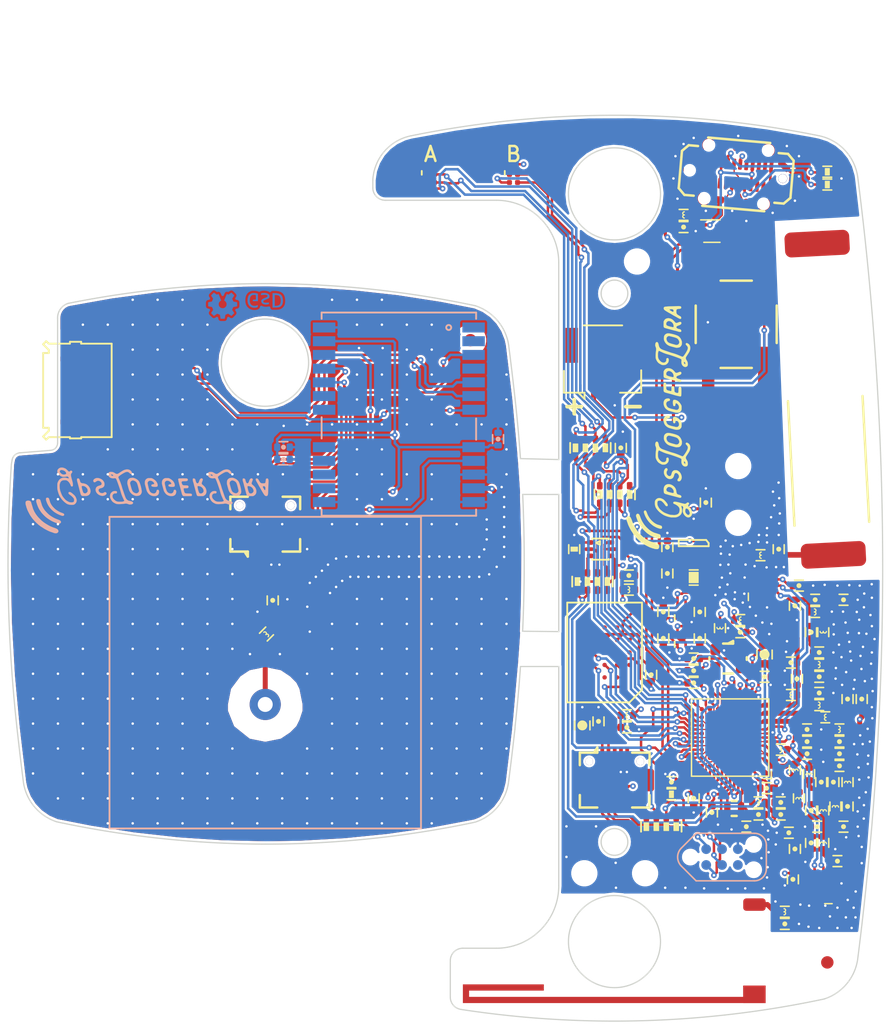
<source format=kicad_pcb>
(kicad_pcb (version 20171130) (host pcbnew "(5.0.0)")
  (title_block (date 2016-07-15))
  (layers (0 F.Cu signal) (1 In1.Cu signal) (2 In2.Cu signal) (31 B.Cu signal) (34 B.Paste user) (35 F.Paste user) (36 B.SilkS user) (37 F.SilkS user) (38 B.Mask user) (39 F.Mask user) (44 Edge.Cuts user))
  (net 0 "")
  (net 1 GND)
  (net 2 +3V3)
  (net 3 "Net-(D1-Pad3)")
  (net 4 "Net-(D1-Pad4)")
  (net 5 "Net-(D1-Pad2)")
  (net 6 "Net-(D2-Pad3)")
  (net 7 "Net-(D2-Pad4)")
  (net 8 "Net-(D2-Pad2)")
  (net 9 "Net-(U8-PadA6)")
  (net 10 "Net-(U8-PadH7)")
  (net 11 /SAMR34/RFO_LF)
  (net 12 "Net-(C19-Pad1)")
  (net 13 /SAMR34/VR_PA)
  (net 14 "Net-(C24-Pad2)")
  (net 15 "Net-(C25-Pad2)")
  (net 16 "Net-(C28-Pad2)")
  (net 17 /SAMR34/RFI_LF)
  (net 18 /SAMR34/RX\TX)
  (net 19 /SAMR34/RFO_HF)
  (net 20 "Net-(C12-Pad1)")
  (net 21 "Net-(C10-Pad1)")
  (net 22 "Net-(C12-Pad2)")
  (net 23 "Net-(C13-Pad2)")
  (net 24 "Net-(C20-Pad2)")
  (net 25 "Net-(C34-Pad1)")
  (net 26 "Net-(C35-Pad2)")
  (net 27 "Net-(C36-Pad2)")
  (net 28 "Net-(C38-Pad2)")
  (net 29 "Net-(C39-Pad2)")
  (net 30 /SAMR34/PA_BOOST)
  (net 31 /SAMR34/RFI_HF)
  (net 32 /SAMR34/BAND_SEL)
  (net 33 AVDD)
  (net 34 "Net-(A2-Pad1)")
  (net 35 "Net-(A1-Pad1)")
  (net 36 /SAMR34/USB_DATA_N)
  (net 37 /SAMR34/USB_DATA_P)
  (net 38 "Net-(C9-Pad1)")
  (net 39 "Net-(C11-Pad1)")
  (net 40 "Net-(R1-Pad1)")
  (net 41 "Net-(U4-Pad9)")
  (net 42 /SAMR34/SHDN)
  (net 43 "Net-(L10-Pad1)")
  (net 44 "Net-(J1-PadB11)")
  (net 45 "Net-(J1-PadB10)")
  (net 46 "Net-(J1-PadB8)")
  (net 47 "Net-(J1-PadB5)")
  (net 48 "Net-(J1-PadB3)")
  (net 49 "Net-(J1-PadB2)")
  (net 50 "Net-(J1-PadA11)")
  (net 51 "Net-(J1-PadA10)")
  (net 52 "Net-(J1-PadA8)")
  (net 53 "Net-(J1-PadA5)")
  (net 54 "Net-(J1-PadA3)")
  (net 55 "Net-(J1-PadA2)")
  (net 56 "Net-(C49-Pad2)")
  (net 57 "Net-(C50-Pad1)")
  (net 58 "Net-(J3-Pad8)")
  (net 59 "Net-(J3-Pad6)")
  (net 60 "Net-(J3-Pad5)")
  (net 61 "Net-(J3-Pad4)")
  (net 62 "Net-(C46-Pad1)")
  (net 63 "Net-(J3-Pad2)")
  (net 64 "Net-(OSC1-Pad3)")
  (net 65 "Net-(OSC1-Pad1)")
  (net 66 "Net-(R2-Pad5)")
  (net 67 "Net-(C43-Pad1)")
  (net 68 /SAMR34/GPS_TX)
  (net 69 /SAMR34/GPS_RX)
  (net 70 /SAMR34/LED_B_RED)
  (net 71 /SAMR34/LED_B_BLUE)
  (net 72 /SAMR34/GPS_PPS)
  (net 73 /SAMR34/LED_B_GREEN)
  (net 74 /SAMR34/LED_A_GREEN)
  (net 75 /SAMR34/LED_A_BLUE)
  (net 76 /SAMR34/LED_A_RED)
  (net 77 "Net-(C30-Pad1)")
  (net 78 "Net-(C47-Pad2)")
  (net 79 "Net-(C48-Pad2)")
  (net 80 /SAMR34/PP3V3_AUX)
  (net 81 "Net-(L22-Pad1)")
  (net 82 /SAMR34/AUX_PWR_EN)
  (net 83 "Net-(Q1-Pad3)")
  (net 84 "Net-(Q1-Pad5)")
  (net 85 /memio/DQ0)
  (net 86 /memio/DQ1)
  (net 87 /USB/CHARGE_STAT)
  (net 88 /SAMR34/FLASH_CLK)
  (net 89 /SAMR34/BATTERY_VOLTAGE)
  (net 90 /SAMR34/USER_BUTTON)
  (net 91 /SAMR34/FLASH_CS#)
  (net 92 /SAMR34/DIO)
  (net 93 /SAMR34/RESET)
  (net 94 /SAMR34/CLK)
  (net 95 "Net-(J4-Pad6)")
  (net 96 "Net-(U8-PadF4)")
  (net 97 "Net-(U8-PadE4)")
  (net 98 "Net-(C5-Pad2)")
  (net 99 "Net-(L23-Pad2)")
  (net 100 "Net-(L24-Pad2)")
  (net 101 /USB/VBAT)
  (net 102 "Net-(C58-Pad2)")
  (net 103 "Net-(FLT1-Pad3)")
  (net 104 "Net-(U1-Pad1)")
  (net 105 "Net-(U1-Pad2)")
  (net 106 "Net-(U1-Pad4)")
  (net 107 "Net-(U1-Pad14)")
  (net 108 "Net-(U1-Pad15)")
  (net 109 "Net-(U1-Pad16)")
  (net 110 "Net-(U1-Pad17)")
  (net 111 "Net-(U1-Pad18)")
  (net 112 "Net-(U1-Pad19)")
  (net 113 "Net-(J1-Pad10)")
  (net 114 "Net-(ANT1-Pad1)")
  (net 115 "Net-(J1-Pad5)")
  (net 116 "Net-(J1-Pad8)")
  (net 117 /TX)
  (net 118 /RX)
  (net 119 /PPS)
  (net 120 "Net-(C4-Pad1)")
  (net 121 "Net-(FLT1-Pad1)")
  (net 122 "Net-(FLT2-Pad3)")
  (net 123 "Net-(L1-Pad1)")
  (net 124 "Net-(J2-Pad4)")
  (net 125 /DATA_P)
  (net 126 /DATA_N)
  (net 127 "Net-(J2-Pad1)")
  (module Fiducials:Fiducial_1mm_Dia_2.54mm_Outer_CopperBottom (layer B.Cu) (at 105.901436 120.025012)
    (fp_text reference REF** (at 3.4 -0.7) (layer B.SilkS) (effects (font (size 0 0)) (justify mirror)))
    (fp_text value Fiducial_1mm_Dia_2.54mm_Outer_CopperBottom)
    (pad ~ smd circle (at 0 0) (size 1 1) (layers F.Cu F.Mask) (clearance 0.77))
  )
  (module Fiducials:Fiducial_1mm_Dia_2.54mm_Outer_CopperBottom (layer B.Cu) (at 139.001436 85.225012)
    (fp_text reference REF** (at 3.4 -0.7) (layer B.SilkS) (effects (font (size 0 0)) (justify mirror)))
    (fp_text value Fiducial_1mm_Dia_2.54mm_Outer_CopperBottom)
    (pad ~ smd circle (at 0 0) (size 1 1) (layers F.Cu F.Mask) (clearance 0.77))
  )
  (module "M1.6_Mounting Hole" (layer F.Cu) (at 143.39398 95.200566)
    (fp_text reference REF** hide)
    (fp_text value "M1.6_Mounting Hole" hide)
    (pad "" np_thru_hole circle (at 0 0) (size 0.3 0.3) (drill 0.3) (layers *.Cu *.Mask))
  )
  (module "M1.6_Mounting Hole" (layer F.Cu) (at 143.39398 96.200566)
    (fp_text reference REF** hide)
    (fp_text value "M1.6_Mounting Hole" hide)
    (pad "" np_thru_hole circle (at 0 0) (size 0.3 0.3) (drill 0.3) (layers *.Cu *.Mask))
  )
  (module "M1.6_Mounting Hole" (layer F.Cu) (at 143.39398 96.700566)
    (fp_text reference REF** hide)
    (fp_text value "M1.6_Mounting Hole" hide)
    (pad "" np_thru_hole circle (at 0 0) (size 0.3 0.3) (drill 0.3) (layers *.Cu *.Mask))
  )
  (module "M1.6_Mounting Hole" (layer F.Cu) (at 143.39398 95.700566)
    (fp_text reference REF** hide)
    (fp_text value "M1.6_Mounting Hole" hide)
    (pad "" np_thru_hole circle (at 0 0) (size 0.3 0.3) (drill 0.3) (layers *.Cu *.Mask))
  )
  (module "M1.6_Mounting Hole" (layer F.Cu) (at 143.39398 97.200566)
    (fp_text reference REF** hide)
    (fp_text value "M1.6_Mounting Hole" hide)
    (pad "" np_thru_hole circle (at 0 0) (size 0.3 0.3) (drill 0.3) (layers *.Cu *.Mask))
  )
  (module "M1.6_Mounting Hole" (layer B.Cu) (at 143.39398 111.000566)
    (fp_text reference REF** hide)
    (fp_text value "M1.6_Mounting Hole" hide)
    (pad "" np_thru_hole circle (at 0 0) (size 0.3 0.3) (drill 0.3) (layers *.Cu *.Mask))
  )
  (module "M1.6_Mounting Hole" (layer B.Cu) (at 143.39398 109.500566)
    (fp_text reference REF** hide)
    (fp_text value "M1.6_Mounting Hole" hide)
    (pad "" np_thru_hole circle (at 0 0) (size 0.3 0.3) (drill 0.3) (layers *.Cu *.Mask))
  )
  (module "M1.6_Mounting Hole" (layer B.Cu) (at 143.39398 110.500566)
    (fp_text reference REF** hide)
    (fp_text value "M1.6_Mounting Hole" hide)
    (pad "" np_thru_hole circle (at 0 0) (size 0.3 0.3) (drill 0.3) (layers *.Cu *.Mask))
  )
  (module "M1.6_Mounting Hole" (layer B.Cu) (at 143.39398 110.000566)
    (fp_text reference REF** hide)
    (fp_text value "M1.6_Mounting Hole" hide)
    (pad "" np_thru_hole circle (at 0 0) (size 0.3 0.3) (drill 0.3) (layers *.Cu *.Mask))
  )
  (module "M1.6_Mounting Hole" (layer B.Cu) (at 143.39398 109.000566)
    (fp_text reference REF** hide)
    (fp_text value "M1.6_Mounting Hole" hide)
    (pad "" np_thru_hole circle (at 0 0) (size 0.3 0.3) (drill 0.3) (layers *.Cu *.Mask))
  )
  (module "M1.6_Mounting Hole" (layer B.Cu) (at 145.89398 111.000566)
    (fp_text reference REF** hide)
    (fp_text value "M1.6_Mounting Hole" hide)
    (pad "" np_thru_hole circle (at 0 0) (size 0.3 0.3) (drill 0.3) (layers *.Cu *.Mask))
  )
  (module "M1.6_Mounting Hole" (layer B.Cu) (at 145.89398 110.500566)
    (fp_text reference REF** hide)
    (fp_text value "M1.6_Mounting Hole" hide)
    (pad "" np_thru_hole circle (at 0 0) (size 0.3 0.3) (drill 0.3) (layers *.Cu *.Mask))
  )
  (module "M1.6_Mounting Hole" (layer B.Cu) (at 145.89398 109.500566)
    (fp_text reference REF** hide)
    (fp_text value "M1.6_Mounting Hole" hide)
    (pad "" np_thru_hole circle (at 0 0) (size 0.3 0.3) (drill 0.3) (layers *.Cu *.Mask))
  )
  (module "M1.6_Mounting Hole" (layer B.Cu) (at 145.89398 110.000566)
    (fp_text reference REF** hide)
    (fp_text value "M1.6_Mounting Hole" hide)
    (pad "" np_thru_hole circle (at 0 0) (size 0.3 0.3) (drill 0.3) (layers *.Cu *.Mask))
  )
  (module "M1.6_Mounting Hole" (layer B.Cu) (at 145.89398 109.000566)
    (fp_text reference REF** hide)
    (fp_text value "M1.6_Mounting Hole" hide)
    (pad "" np_thru_hole circle (at 0 0) (size 0.3 0.3) (drill 0.3) (layers *.Cu *.Mask))
  )
  (module "M1.6_Mounting Hole" (layer F.Cu) (at 145.89398 97.200566)
    (fp_text reference REF** hide)
    (fp_text value "M1.6_Mounting Hole" hide)
    (pad "" np_thru_hole circle (at 0 0) (size 0.3 0.3) (drill 0.3) (layers *.Cu *.Mask))
  )
  (module "M1.6_Mounting Hole" (layer F.Cu) (at 145.89398 96.700566)
    (fp_text reference REF** hide)
    (fp_text value "M1.6_Mounting Hole" hide)
    (pad "" np_thru_hole circle (at 0 0) (size 0.3 0.3) (drill 0.3) (layers *.Cu *.Mask))
  )
  (module "M1.6_Mounting Hole" (layer F.Cu) (at 145.89398 96.200566)
    (fp_text reference REF** hide)
    (fp_text value "M1.6_Mounting Hole" hide)
    (pad "" np_thru_hole circle (at 0 0) (size 0.3 0.3) (drill 0.3) (layers *.Cu *.Mask))
  )
  (module "M1.6_Mounting Hole" (layer F.Cu) (at 145.89398 95.700566)
    (fp_text reference REF** hide)
    (fp_text value "M1.6_Mounting Hole" hide)
    (pad "" np_thru_hole circle (at 0 0) (size 0.3 0.3) (drill 0.3) (layers *.Cu *.Mask))
  )
  (module "M1.6_Mounting Hole" (layer F.Cu) (at 145.89398 95.200566)
    (fp_text reference REF** hide)
    (fp_text value "M1.6_Mounting Hole" hide)
    (pad "" np_thru_hole circle (at 0 0) (size 0.3 0.3) (drill 0.3) (layers *.Cu *.Mask))
  )
  (module gkl_housings_bga:TFBGA-64_6.0x6.0mm_Layout8x8_P0.65mm (layer F.Cu) (at 159.85 117.099999 180)
    (fp_text reference U8 (at 0 -4.4 180) (layer F.SilkS) (effects (font (size 0 0))))
    (fp_text value ATSAMR34J18B)
    (pad H8 smd circle (at 2.275 2.275 180) (size 0.35 0.35) (layers F.Cu F.Mask) (net 2 +3V3))
    (pad G8 smd circle (at 2.275 1.625 180) (size 0.35 0.35) (layers F.Cu F.Mask) (net 75 /SAMR34/LED_A_BLUE))
    (pad F8 smd circle (at 2.275 0.975 180) (size 0.35 0.35) (layers F.Cu F.Mask) (net 72 /SAMR34/GPS_PPS))
    (pad E8 smd circle (at 2.275 0.325 180) (size 0.35 0.35) (layers F.Cu F.Mask) (net 88 /SAMR34/FLASH_CLK))
    (pad D8 smd circle (at 2.275 -0.325 180) (size 0.35 0.35) (layers F.Cu F.Mask) (net 68 /SAMR34/GPS_TX))
    (pad C8 smd circle (at 2.275 -0.975 180) (size 0.35 0.35) (layers F.Cu F.Mask) (net 37 /SAMR34/USB_DATA_P))
    (pad B8 smd circle (at 2.275 -1.625 180) (size 0.35 0.35) (layers F.Cu F.Mask) (net 36 /SAMR34/USB_DATA_N))
    (pad A8 smd circle (at 2.275 -2.275 180) (size 0.35 0.35) (layers F.Cu F.Mask) (net 2 +3V3))
    (pad H7 smd circle (at 1.625 2.275 180) (size 0.35 0.35) (layers F.Cu F.Mask) (net 10 "Net-(U8-PadH7)"))
    (pad G7 smd circle (at 1.625 1.625 180) (size 0.35 0.35) (layers F.Cu F.Mask) (net 1 GND))
    (pad F7 smd circle (at 1.625 0.975 180) (size 0.35 0.35) (layers F.Cu F.Mask) (net 85 /memio/DQ0))
    (pad E7 smd circle (at 1.625 0.325 180) (size 0.35 0.35) (layers F.Cu F.Mask) (net 86 /memio/DQ1))
    (pad D7 smd circle (at 1.625 -0.325 180) (size 0.35 0.35) (layers F.Cu F.Mask) (net 70 /SAMR34/LED_B_RED))
    (pad C7 smd circle (at 1.625 -0.975 180) (size 0.35 0.35) (layers F.Cu F.Mask) (net 73 /SAMR34/LED_B_GREEN))
    (pad B7 smd circle (at 1.625 -1.625 180) (size 0.35 0.35) (layers F.Cu F.Mask) (net 1 GND))
    (pad A7 smd circle (at 1.625 -2.275 180) (size 0.35 0.35) (layers F.Cu F.Mask) (net 2 +3V3))
    (pad H6 smd circle (at 0.975 2.275 180) (size 0.35 0.35) (layers F.Cu F.Mask) (net 64 "Net-(OSC1-Pad3)"))
    (pad G6 smd circle (at 0.975 1.625 180) (size 0.35 0.35) (layers F.Cu F.Mask) (net 1 GND))
    (pad F6 smd circle (at 0.975 0.975 180) (size 0.35 0.35) (layers F.Cu F.Mask) (net 90 /SAMR34/USER_BUTTON))
    (pad E6 smd circle (at 0.975 0.325 180) (size 0.35 0.35) (layers F.Cu F.Mask) (net 91 /SAMR34/FLASH_CS#))
    (pad D6 smd circle (at 0.975 -0.325 180) (size 0.35 0.35) (layers F.Cu F.Mask) (net 1 GND))
    (pad C6 smd circle (at 0.975 -0.975 180) (size 0.35 0.35) (layers F.Cu F.Mask) (net 87 /USB/CHARGE_STAT))
    (pad B6 smd circle (at 0.975 -1.625 180) (size 0.35 0.35) (layers F.Cu F.Mask) (net 93 /SAMR34/RESET))
    (pad A6 smd circle (at 0.975 -2.275 180) (size 0.35 0.35) (layers F.Cu F.Mask) (net 9 "Net-(U8-PadA6)"))
    (pad H5 smd circle (at 0.325 2.275 180) (size 0.35 0.35) (layers F.Cu F.Mask) (net 1 GND))
    (pad G5 smd circle (at 0.325 1.625 180) (size 0.35 0.35) (layers F.Cu F.Mask) (net 1 GND))
    (pad F5 smd circle (at 0.325 0.975 180) (size 0.35 0.35) (layers F.Cu F.Mask) (net 76 /SAMR34/LED_A_RED))
    (pad E5 smd circle (at 0.325 0.325 180) (size 0.35 0.35) (layers F.Cu F.Mask) (net 69 /SAMR34/GPS_RX))
    (pad D5 smd circle (at 0.325 -0.325 180) (size 0.35 0.35) (layers F.Cu F.Mask) (net 92 /SAMR34/DIO))
    (pad C5 smd circle (at 0.325 -0.975 180) (size 0.35 0.35) (layers F.Cu F.Mask) (net 94 /SAMR34/CLK))
    (pad B5 smd circle (at 0.325 -1.625 180) (size 0.35 0.35) (layers F.Cu F.Mask) (net 1 GND))
    (pad A5 smd circle (at 0.325 -2.275 180) (size 0.35 0.35) (layers F.Cu F.Mask) (net 102 "Net-(C58-Pad2)"))
    (pad H4 smd circle (at -0.325 2.275 180) (size 0.35 0.35) (layers F.Cu F.Mask) (net 78 "Net-(C47-Pad2)"))
    (pad G4 smd circle (at -0.325 1.625 180) (size 0.35 0.35) (layers F.Cu F.Mask) (net 2 +3V3))
    (pad F4 smd circle (at -0.325 0.975 180) (size 0.35 0.35) (layers F.Cu F.Mask) (net 96 "Net-(U8-PadF4)"))
    (pad E4 smd circle (at -0.325 0.325 180) (size 0.35 0.35) (layers F.Cu F.Mask) (net 97 "Net-(U8-PadE4)"))
    (pad D4 smd circle (at -0.325 -0.325 180) (size 0.35 0.35) (layers F.Cu F.Mask) (net 1 GND))
    (pad C4 smd circle (at -0.325 -0.975 180) (size 0.35 0.35) (layers F.Cu F.Mask) (net 100 "Net-(L24-Pad2)"))
    (pad B4 smd circle (at -0.325 -1.625 180) (size 0.35 0.35) (layers F.Cu F.Mask) (net 71 /SAMR34/LED_B_BLUE))
    (pad A4 smd circle (at -0.325 -2.275 180) (size 0.35 0.35) (layers F.Cu F.Mask) (net 56 "Net-(C49-Pad2)"))
    (pad H3 smd circle (at -0.975 2.275 180) (size 0.35 0.35) (layers F.Cu F.Mask) (net 33 AVDD))
    (pad G3 smd circle (at -0.975 1.625 180) (size 0.35 0.35) (layers F.Cu F.Mask) (net 1 GND))
    (pad F3 smd circle (at -0.975 0.975 180) (size 0.35 0.35) (layers F.Cu F.Mask) (net 74 /SAMR34/LED_A_GREEN))
    (pad E3 smd circle (at -0.975 0.325 180) (size 0.35 0.35) (layers F.Cu F.Mask) (net 42 /SAMR34/SHDN))
    (pad D3 smd circle (at -0.975 -0.325 180) (size 0.35 0.35) (layers F.Cu F.Mask) (net 99 "Net-(L23-Pad2)"))
    (pad C3 smd circle (at -0.975 -0.975 180) (size 0.35 0.35) (layers F.Cu F.Mask) (net 89 /SAMR34/BATTERY_VOLTAGE))
    (pad B3 smd circle (at -0.975 -1.625 180) (size 0.35 0.35) (layers F.Cu F.Mask) (net 1 GND))
    (pad A3 smd circle (at -0.975 -2.275 180) (size 0.35 0.35) (layers F.Cu F.Mask) (net 57 "Net-(C50-Pad1)"))
    (pad H2 smd circle (at -1.625 2.275 180) (size 0.35 0.35) (layers F.Cu F.Mask) (net 77 "Net-(C30-Pad1)"))
    (pad G2 smd circle (at -1.625 1.625 180) (size 0.35 0.35) (layers F.Cu F.Mask) (net 1 GND))
    (pad F2 smd circle (at -1.625 0.975 180) (size 0.35 0.35) (layers F.Cu F.Mask) (net 1 GND))
    (pad E2 smd circle (at -1.625 0.325 180) (size 0.35 0.35) (layers F.Cu F.Mask) (net 1 GND))
    (pad D2 smd circle (at -1.625 -0.325 180) (size 0.35 0.35) (layers F.Cu F.Mask) (net 18 /SAMR34/RX\TX))
    (pad C2 smd circle (at -1.625 -0.975 180) (size 0.35 0.35) (layers F.Cu F.Mask) (net 33 AVDD))
    (pad B2 smd circle (at -1.625 -1.625 180) (size 0.35 0.35) (layers F.Cu F.Mask) (net 1 GND))
    (pad A2 smd circle (at -1.625 -2.275 180) (size 0.35 0.35) (layers F.Cu F.Mask) (net 1 GND))
    (pad H1 smd circle (at -2.275 2.275 180) (size 0.35 0.35) (layers F.Cu F.Mask) (net 17 /SAMR34/RFI_LF))
    (pad G1 smd circle (at -2.275 1.625 180) (size 0.35 0.35) (layers F.Cu F.Mask) (net 11 /SAMR34/RFO_LF))
    (pad F1 smd circle (at -2.275 0.975 180) (size 0.35 0.35) (layers F.Cu F.Mask) (net 30 /SAMR34/PA_BOOST))
    (pad E1 smd circle (at -2.275 0.325 180) (size 0.35 0.35) (layers F.Cu F.Mask) (net 1 GND))
    (pad D1 smd circle (at -2.275 -0.325 180) (size 0.35 0.35) (layers F.Cu F.Mask) (net 13 /SAMR34/VR_PA))
    (pad C1 smd circle (at -2.275 -0.975 180) (size 0.35 0.35) (layers F.Cu F.Mask) (net 33 AVDD))
    (pad B1 smd circle (at -2.275 -1.625 180) (size 0.35 0.35) (layers F.Cu F.Mask) (net 19 /SAMR34/RFO_HF))
    (pad A1 smd circle (at -2.275 -2.275 180) (size 0.35 0.35) (layers F.Cu F.Mask) (net 31 /SAMR34/RFI_HF))
  )
  (module LOGO (layer F.Cu) (at 154.1625 92.2375)
    (fp_text reference G*** hide)
    (fp_text value LOGO hide)
  )
  (module Fiducials:Fiducial_1mm_Dia_2.54mm_Outer_CopperBottom (layer B.Cu) (at 167.65 135.1375)
    (fp_text reference REF** (at 3.4 -0.7) (layer B.SilkS) (effects (font (size 0 0)) (justify mirror)))
    (fp_text value Fiducial_1mm_Dia_2.54mm_Outer_CopperBottom)
    (pad ~ smd circle (at 0 0) (size 1 1) (layers F.Cu F.Mask) (clearance 0.77))
  )
  (module "M1.6_Mounting Hole" (layer F.Cu) (at 152.375 78.9125)
    (fp_text reference REF** hide)
    (fp_text value "M1.6_Mounting Hole" hide)
    (pad "" np_thru_hole circle (at 0 0) (size 1.75 1.75) (drill 1.75) (layers *.Cu *.Mask))
  )
  (module "M1.6_Mounting Hole" (layer F.Cu) (at 160.5 95.325)
    (fp_text reference REF** hide)
    (fp_text value "M1.6_Mounting Hole" hide)
    (pad "" np_thru_hole circle (at 0 0) (size 1.75 1.75) (drill 1.75) (layers *.Cu *.Mask))
  )
  (module "M1.6_Mounting Hole" (layer F.Cu) (at 160.5 99.875)
    (fp_text reference REF** hide)
    (fp_text value "M1.6_Mounting Hole" hide)
    (pad "" np_thru_hole circle (at 0 0) (size 1.75 1.75) (drill 1.75) (layers *.Cu *.Mask))
  )
  (module "M1.6_Mounting Hole" (layer F.Cu) (at 153.025 127.9875)
    (fp_text reference REF** hide)
    (fp_text value "M1.6_Mounting Hole" hide)
    (pad "" np_thru_hole circle (at 0 0) (size 1.75 1.75) (drill 1.75) (layers *.Cu *.Mask))
  )
  (module "M1.6_Mounting Hole" (layer F.Cu) (at 148.15 127.9875)
    (fp_text reference REF** hide)
    (fp_text value "M1.6_Mounting Hole" hide)
    (pad "" np_thru_hole circle (at 0 0) (size 1.75 1.75) (drill 1.75) (layers *.Cu *.Mask))
  )
  (module pkl_tag_connect:TC2030-NL_SMALL (layer B.Cu) (at 159.2 126.6875)
    (fp_text reference J4)
    (fp_text value "CTX TAG Connect")
    (pad 1 connect circle (at -1.27 -0.635) (size 0.78486 0.78486) (layers B.Cu B.Mask) (net 2 +3V3))
    (pad 2 connect circle (at -1.27 0.635) (size 0.78486 0.78486) (layers B.Cu B.Mask) (net 92 /SAMR34/DIO))
    (pad 3 connect circle (at 0 -0.635) (size 0.78486 0.78486) (layers B.Cu B.Mask) (net 93 /SAMR34/RESET))
    (pad 4 connect circle (at 0 0.635) (size 0.78486 0.78486) (layers B.Cu B.Mask) (net 94 /SAMR34/CLK))
    (pad 5 connect circle (at 1.27 -0.635) (size 0.78486 0.78486) (layers B.Cu B.Mask) (net 1 GND))
    (pad 6 connect circle (at 1.27 0.635) (size 0.78486 0.78486) (layers B.Cu B.Mask) (net 95 "Net-(J4-Pad6)"))
    (pad "" np_thru_hole circle (at -2.54 0) (size 0.98806 0.98806) (drill 0.98806) (layers *.Cu *.Mask))
    (pad "" np_thru_hole circle (at 2.54 1.016) (size 0.98552 0.98552) (drill 0.98552) (layers *.Cu *.Mask))
    (pad "" np_thru_hole circle (at 2.54 -1.016) (size 0.98552 0.98552) (drill 0.98552) (layers *.Cu *.Mask))
  )
  (module "gkl_time:ABS05_32.768KHz Crystal" (layer F.Cu) (at 160.175 122.7875)
    (fp_text reference Y1 (at 0.6 -1.3) (layer F.SilkS) (effects (font (size 0 0))))
    (fp_text value 32.768kHz)
    (pad 2 smd roundrect (at 0.55 0) (size 0.5 1) (layers F.Cu F.Paste F.Mask) (net 57 "Net-(C50-Pad1)"))
    (pad 1 smd roundrect (at -0.55 0) (size 0.5 1) (layers F.Cu F.Paste F.Mask) (net 56 "Net-(C49-Pad2)"))
  )
  (module gkl_conn:usbc_vert_10132328 (layer F.Cu) (at 160.3375 71.925 355)
    (fp_text reference J1 hide)
    (fp_text value USB_C_Receptacle)
    (pad A1 smd roundrect (at -2.75 -0.825 355) (size 0.3 0.85) (layers F.Cu F.Paste F.Mask) (net 1 GND))
    (pad A2 smd roundrect (at -2.25 -0.825 355) (size 0.3 0.85) (layers F.Cu F.Paste F.Mask) (net 55 "Net-(J1-PadA2)"))
    (pad A3 smd roundrect (at -1.75 -0.825 355) (size 0.3 0.85) (layers F.Cu F.Paste F.Mask) (net 54 "Net-(J1-PadA3)"))
    (pad A4 smd roundrect (at -1.25 -0.825 355) (size 0.3 0.85) (layers F.Cu F.Paste F.Mask) (net 38 "Net-(C9-Pad1)"))
    (pad A5 smd roundrect (at -0.75 -0.825 355) (size 0.3 0.85) (layers F.Cu F.Paste F.Mask) (net 53 "Net-(J1-PadA5)"))
    (pad A6 smd roundrect (at -0.25 -0.825 355) (size 0.3 0.85) (layers F.Cu F.Paste F.Mask) (net 37 /SAMR34/USB_DATA_P))
    (pad A7 smd roundrect (at 0.25 -0.825 355) (size 0.3 0.85) (layers F.Cu F.Paste F.Mask) (net 36 /SAMR34/USB_DATA_N))
    (pad A8 smd roundrect (at 0.75 -0.825 355) (size 0.3 0.85) (layers F.Cu F.Paste F.Mask) (net 52 "Net-(J1-PadA8)"))
    (pad A9 smd roundrect (at 1.25 -0.825 355) (size 0.3 0.85) (layers F.Cu F.Paste F.Mask) (net 38 "Net-(C9-Pad1)"))
    (pad A10 smd roundrect (at 1.75 -0.825 355) (size 0.3 0.85) (layers F.Cu F.Paste F.Mask) (net 51 "Net-(J1-PadA10)"))
    (pad A11 smd roundrect (at 2.25 -0.825 355) (size 0.3 0.85) (layers F.Cu F.Paste F.Mask) (net 50 "Net-(J1-PadA11)"))
    (pad A12 smd roundrect (at 2.75 -0.825 355) (size 0.3 0.85) (layers F.Cu F.Paste F.Mask) (net 1 GND))
    (pad B1 smd roundrect (at 2.75 0.825 355) (size 0.3 0.85) (layers F.Cu F.Paste F.Mask) (net 1 GND))
    (pad B2 smd roundrect (at 2.25 0.825 355) (size 0.3 0.85) (layers F.Cu F.Paste F.Mask) (net 49 "Net-(J1-PadB2)"))
    (pad B3 smd roundrect (at 1.75 0.825 355) (size 0.3 0.85) (layers F.Cu F.Paste F.Mask) (net 48 "Net-(J1-PadB3)"))
    (pad B4 smd roundrect (at 1.25 0.825 355) (size 0.3 0.85) (layers F.Cu F.Paste F.Mask) (net 38 "Net-(C9-Pad1)"))
    (pad B5 smd roundrect (at 0.75 0.825 355) (size 0.3 0.85) (layers F.Cu F.Paste F.Mask) (net 47 "Net-(J1-PadB5)"))
    (pad B6 smd roundrect (at 0.25 0.825 355) (size 0.3 0.85) (layers F.Cu F.Paste F.Mask) (net 37 /SAMR34/USB_DATA_P))
    (pad B7 smd roundrect (at -0.25 0.825 355) (size 0.3 0.85) (layers F.Cu F.Paste F.Mask) (net 36 /SAMR34/USB_DATA_N))
    (pad B8 smd roundrect (at -0.75 0.825 355) (size 0.3 0.85) (layers F.Cu F.Paste F.Mask) (net 46 "Net-(J1-PadB8)"))
    (pad B9 smd roundrect (at -1.25 0.825 355) (size 0.3 0.85) (layers F.Cu F.Paste F.Mask) (net 38 "Net-(C9-Pad1)"))
    (pad B10 smd roundrect (at -1.75 0.825 355) (size 0.3 0.85) (layers F.Cu F.Paste F.Mask) (net 45 "Net-(J1-PadB10)"))
    (pad B11 smd roundrect (at -2.25 0.825 355) (size 0.3 0.85) (layers F.Cu F.Paste F.Mask) (net 44 "Net-(J1-PadB11)"))
    (pad B12 smd roundrect (at -2.75 0.825 355) (size 0.3 0.85) (layers F.Cu F.Paste F.Mask) (net 1 GND))
    (pad S1 smd roundrect (at -1.2 -2.149997 85) (size 0.55 0.82) (layers F.Cu F.Paste F.Mask) (net 1 GND))
    (pad S1 smd roundrect (at 0 -2.15 85) (size 0.55 0.82) (layers F.Cu F.Paste F.Mask) (net 1 GND))
    (pad S1 smd roundrect (at 1.199997 -2.15 85) (size 0.55 0.82) (layers F.Cu F.Paste F.Mask) (net 1 GND))
    (pad S1 smd roundrect (at -1.199997 2.15 85) (size 0.55 0.82) (layers F.Cu F.Paste F.Mask) (net 1 GND))
    (pad S1 smd roundrect (at 0 2.15 85) (size 0.55 0.82) (layers F.Cu F.Paste F.Mask) (net 1 GND))
    (pad S1 smd roundrect (at 1.2 2.149997 85) (size 0.55 0.82) (layers F.Cu F.Paste F.Mask) (net 1 GND))
    (pad S1 smd roundrect (at -3.775 -1 34) (size 1.03 0.5) (layers F.Cu F.Paste F.Mask) (net 1 GND))
    (pad S1 smd roundrect (at -3.775 1 316) (size 1.03 0.5) (layers F.Cu F.Paste F.Mask) (net 1 GND))
    (pad S1 smd roundrect (at 3.775 -1 316) (size 1.03 0.5) (layers F.Cu F.Paste F.Mask) (net 1 GND))
    (pad S1 smd roundrect (at 3.775 1 34) (size 1.03 0.5) (layers F.Cu F.Paste F.Mask) (net 1 GND))
    (pad "" np_thru_hole circle (at -3.75 0 316) (size 0.66 0.66) (drill 0.66) (layers *.Cu *.Mask))
    (pad "" np_thru_hole circle (at -2.4 -2.15 316) (size 0.7 0.7) (drill 0.7) (layers *.Cu *.Mask))
    (pad "" np_thru_hole circle (at 2.4 -2.15 316) (size 0.7 0.7) (drill 0.7) (layers *.Cu *.Mask))
    (pad "" np_thru_hole circle (at -2.4 2.15 316) (size 0.7 0.7) (drill 0.7) (layers *.Cu *.Mask))
    (pad "" np_thru_hole circle (at 2.4 2.175 316) (size 0.7 0.7) (drill 0.7) (layers *.Cu *.Mask))
    (pad "" np_thru_hole circle (at 3.75 0 316) (size 0.72 0.72) (drill 0.7) (layers *.Cu *.Mask))
  )
  (module "gkl_antenna:0900AT43A0070 - 900MHz Wide band ISM Chip Antenna" (layer F.Cu) (at 161.8 134 180)
    (fp_text reference A1 (at -2.5 2 180) (layer F.SilkS) (effects (font (size 0 0))))
    (fp_text value pkl_ANTENNA)
    (pad 2 smd rect (at 0 -3.7 180) (size 1.8 1.4) (layers F.Cu F.Paste F.Mask))
    (pad 1 smd roundrect (at 0 3.5 180) (size 1.8 1) (layers F.Cu F.Paste F.Mask) (net 35 "Net-(A1-Pad1)"))
    (pad 2 smd custom (at 0 -3.7 180) (size 1.8 1.4) (layers F.Cu) (options (clearance outline) (anchor rect)) (primitives (gr_poly (pts (xy 0.9 -0.7) (xy 23.4 -0.7) (xy 23.4 0.8) (xy 16.9 0.8) (xy 16.9 0.3) (xy 22.9 0.3) (xy 22.9 -0.2) (xy 0.9 -0.2)) (width 0))))
  )
  (module cameraTrigger_rev1_0:EVQ_switch (layer F.Cu) (at 160.3375 83.95 180)
    (fp_text reference SW1 (at 0 -6.25 180) (layer F.SilkS) (effects (font (size 0 0))))
    (fp_text value SW_Push)
    (pad 1 smd rect (at -2.25 -3.4 180) (size 1 3.2) (layers F.Cu F.Paste F.Mask) (net 66 "Net-(R2-Pad5)"))
    (pad 2 smd rect (at 2.25 -3.4 180) (size 1 3.2) (layers F.Cu F.Paste F.Mask) (net 1 GND))
    (pad 1 smd rect (at -2.25 3.4 180) (size 1 3.2) (layers F.Cu F.Paste F.Mask) (net 66 "Net-(R2-Pad5)"))
    (pad 2 smd rect (at 2.25 3.4 180) (size 1 3.2) (layers F.Cu F.Paste F.Mask) (net 1 GND))
  )
  (module footprints:BM02B-GHS-TBT (layer F.Cu) (at 149.6125 88.9875 180)
    (fp_text reference J2 (at 4.05 -1.25 180) (layer F.SilkS) (effects (font (size 0 0))))
    (fp_text value "JST GH" hide)
    (pad 1 smd rect (at 0.625 0 180) (size 0.6 1.7) (layers F.Cu F.Paste F.Mask) (net 101 /USB/VBAT))
    (pad 2 smd rect (at -0.625 0 180) (size 0.6 1.7) (layers F.Cu F.Paste F.Mask) (net 1 GND))
    (pad "" smd rect (at 2.475 3.35 180) (size 1 2.8) (layers F.Cu F.Paste F.Mask))
    (pad "" smd rect (at -2.475 3.35 180) (size 1 2.8) (layers F.Cu F.Paste F.Mask))
  )
  (module Fiducials:Fiducial_1mm_Dia_2.54mm_Outer_CopperBottom (layer B.Cu) (at 133.2 72.0875)
    (fp_text reference REF** (at 3.4 -0.7) (layer B.SilkS) (effects (font (size 0 0)) (justify mirror)))
    (fp_text value Fiducial_1mm_Dia_2.54mm_Outer_CopperBottom)
    (pad ~ smd circle (at 0 0) (size 1 1) (layers F.Cu F.Mask) (clearance 0.77))
  )
  (module gkl_housings_qfn:QFN-12-1EP_3x3mm_P0.5mm_EP1.65x1.65mm (layer F.Cu) (at 166.8375 129.125 180)
    (fp_text reference U1 (at 0 -2.2 180) (layer F.SilkS) (effects (font (size 0 0))))
    (fp_text value SKY13373)
    (pad 10 smd roundrect (at 0.5 -0.895 90) (size 0.44 0.25) (layers F.Cu F.Paste F.Mask) (net 1 GND))
    (pad 7 smd roundrect (at 0.895 0.5) (size 0.44 0.25) (layers F.Cu F.Paste F.Mask) (net 1 GND))
    (pad 4 smd roundrect (at -0.5 0.895 270) (size 0.44 0.25) (layers F.Cu F.Paste F.Mask) (net 32 /SAMR34/BAND_SEL))
    (pad 12 smd roundrect (at -0.5 -0.895 90) (size 0.44 0.25) (layers F.Cu F.Paste F.Mask) (net 1 GND))
    (pad 9 smd roundrect (at 0.895 -0.5) (size 0.44 0.25) (layers F.Cu F.Paste F.Mask) (net 25 "Net-(C34-Pad1)"))
    (pad 6 smd roundrect (at 0.5 0.895 270) (size 0.44 0.25) (layers F.Cu F.Paste F.Mask) (net 33 AVDD))
    (pad 11 smd roundrect (at 0 -0.895 90) (size 0.44 0.25) (layers F.Cu F.Paste F.Mask) (net 81 "Net-(L22-Pad1)"))
    (pad 8 smd roundrect (at 0.895 0) (size 0.44 0.25) (layers F.Cu F.Paste F.Mask) (net 1 GND))
    (pad 5 smd roundrect (at 0 0.895 270) (size 0.44 0.25) (layers F.Cu F.Paste F.Mask) (net 18 /SAMR34/RX\TX))
    (pad 3 smd roundrect (at -0.895 0.5 180) (size 0.44 0.25) (layers F.Cu F.Paste F.Mask) (net 29 "Net-(C39-Pad2)"))
    (pad 2 smd roundrect (at -0.895 0 180) (size 0.44 0.25) (layers F.Cu F.Paste F.Mask) (net 1 GND))
    (pad 1 smd roundrect (at -0.895 -0.5 180) (size 0.44 0.25) (layers F.Cu F.Paste F.Mask) (net 28 "Net-(C38-Pad2)"))
    (pad 13 smd roundrect (at 0 0 180) (size 0.76 0.76) (layers F.Cu F.Mask) (roundrect_rratio 0.152) (net 1 GND))
  )
  (module "gkl_antenna:0433AT62A0020 - 433MHz 25x5x1mm chip antenna" (layer F.Cu) (at 167.4875 89.9625 183)
    (fp_text reference A2 (at 0 -5 273) (layer F.SilkS) (effects (font (size 0 0))))
    (fp_text value pkl_ANTENNA)
    (pad 2 smd roundrect (at 0 12.5 183) (size 5.2 2) (layers F.Cu F.Paste F.Mask))
    (pad 1 smd roundrect (at 0 -12.5 183) (size 5.2 2) (layers F.Cu F.Paste F.Mask) (net 34 "Net-(A2-Pad1)"))
  )
  (module pkl_dipol:C_0402 (layer F.Cu) (at 162.775 121.1625)
    (fp_text reference C1)
    (fp_text value 100nF)
    (pad 1 smd roundrect (at -0.5 0) (size 0.5 0.6) (layers F.Cu F.Paste F.Mask) (net 1 GND))
    (pad 2 smd roundrect (at 0.5 0) (size 0.5 0.6) (layers F.Cu F.Paste F.Mask) (net 33 AVDD))
  )
  (module pkl_dipol:C_0402 (layer F.Cu) (at 155.1375 120.675)
    (fp_text reference C2)
    (fp_text value 100nF)
    (pad 2 smd roundrect (at 0.5 0) (size 0.5 0.6) (layers F.Cu F.Paste F.Mask) (net 2 +3V3))
    (pad 1 smd roundrect (at -0.5 0) (size 0.5 0.6) (layers F.Cu F.Paste F.Mask) (net 1 GND))
  )
  (module pkl_dipol:C_0402 (layer F.Cu) (at 156.925 121.975 90)
    (fp_text reference C3)
    (fp_text value 100nF)
    (pad 1 smd roundrect (at -0.5 0 90) (size 0.5 0.6) (layers F.Cu F.Paste F.Mask) (net 1 GND))
    (pad 2 smd roundrect (at 0.5 0 90) (size 0.5 0.6) (layers F.Cu F.Paste F.Mask) (net 2 +3V3))
  )
  (module pkl_dipol:C_0402 (layer F.Cu) (at 167.000001 113.525001 180)
    (fp_text reference C4)
    (fp_text value 4.7pF)
    (pad 2 smd roundrect (at 0.5 0 180) (size 0.5 0.6) (layers F.Cu F.Paste F.Mask) (net 11 /SAMR34/RFO_LF))
    (pad 1 smd roundrect (at -0.5 0 180) (size 0.5 0.6) (layers F.Cu F.Paste F.Mask) (net 1 GND))
  )
  (module pkl_dipol:C_0402 (layer F.Cu) (at 164.725 111.0875)
    (fp_text reference C5)
    (fp_text value DNP)
    (pad 1 smd roundrect (at -0.5 0) (size 0.5 0.6) (layers F.Cu F.Paste F.Mask) (net 1 GND))
    (pad 2 smd roundrect (at 0.5 0) (size 0.5 0.6) (layers F.Cu F.Paste F.Mask) (net 98 "Net-(C5-Pad2)"))
  )
  (module pkl_dipol:C_0402 (layer F.Cu) (at 156.925 111.7375)
    (fp_text reference C6)
    (fp_text value 100nF)
    (pad 2 smd roundrect (at 0.5 0) (size 0.5 0.6) (layers F.Cu F.Paste F.Mask) (net 2 +3V3))
    (pad 1 smd roundrect (at -0.5 0) (size 0.5 0.6) (layers F.Cu F.Paste F.Mask) (net 1 GND))
  )
  (module pkl_dipol:C_0402 (layer F.Cu) (at 166.025 117.425 180)
    (fp_text reference C7)
    (fp_text value 3.9pF)
    (pad 2 smd roundrect (at 0.5 0 180) (size 0.5 0.6) (layers F.Cu F.Paste F.Mask) (net 19 /SAMR34/RFO_HF))
    (pad 1 smd roundrect (at -0.5 0 180) (size 0.5 0.6) (layers F.Cu F.Paste F.Mask) (net 1 GND))
  )
  (module pkl_dipol:C_0402 (layer F.Cu) (at 168.625 117.425 180)
    (fp_text reference C8)
    (fp_text value 3.9pF)
    (pad 2 smd roundrect (at 0.5 0 180) (size 0.5 0.6) (layers F.Cu F.Paste F.Mask) (net 20 "Net-(C12-Pad1)"))
    (pad 1 smd roundrect (at -0.5 0 180) (size 0.5 0.6) (layers F.Cu F.Paste F.Mask) (net 1 GND))
  )
  (module pkl_dipol:C_0402 (layer F.Cu) (at 156.1125 76.15)
    (fp_text reference C9)
    (fp_text value 10n)
    (pad 1 smd roundrect (at -0.5 0) (size 0.5 0.6) (layers F.Cu F.Paste F.Mask) (net 38 "Net-(C9-Pad1)"))
    (pad 2 smd roundrect (at 0.5 0) (size 0.5 0.6) (layers F.Cu F.Paste F.Mask) (net 1 GND))
  )
  (module pkl_dipol:C_0402 (layer F.Cu) (at 166.025 118.4 180)
    (fp_text reference C10)
    (fp_text value 22pF)
    (pad 1 smd roundrect (at -0.5 0 180) (size 0.5 0.6) (layers F.Cu F.Paste F.Mask) (net 21 "Net-(C10-Pad1)"))
    (pad 2 smd roundrect (at 0.5 0 180) (size 0.5 0.6) (layers F.Cu F.Paste F.Mask) (net 19 /SAMR34/RFO_HF))
  )
  (module pkl_dipol:C_0402 (layer F.Cu) (at 154.8125 101.825 90)
    (fp_text reference C11)
    (fp_text value 100nF)
    (pad 2 smd roundrect (at 0.5 0 90) (size 0.5 0.6) (layers F.Cu F.Paste F.Mask) (net 1 GND))
    (pad 1 smd roundrect (at -0.5 0 90) (size 0.5 0.6) (layers F.Cu F.Paste F.Mask) (net 39 "Net-(C11-Pad1)"))
  )
  (module pkl_dipol:C_0402 (layer F.Cu) (at 168.625 118.4)
    (fp_text reference C12)
    (fp_text value 18pF)
    (pad 1 smd roundrect (at -0.5 0) (size 0.5 0.6) (layers F.Cu F.Paste F.Mask) (net 20 "Net-(C12-Pad1)"))
    (pad 2 smd roundrect (at 0.5 0) (size 0.5 0.6) (layers F.Cu F.Paste F.Mask) (net 22 "Net-(C12-Pad2)"))
  )
  (module pkl_dipol:C_0402 (layer F.Cu) (at 164.5625 124.7375)
    (fp_text reference C13)
    (fp_text value 22pF)
    (pad 1 smd roundrect (at -0.5 0) (size 0.5 0.6) (layers F.Cu F.Paste F.Mask) (net 1 GND))
    (pad 2 smd roundrect (at 0.5 0) (size 0.5 0.6) (layers F.Cu F.Paste F.Mask) (net 23 "Net-(C13-Pad2)"))
  )
  (module pkl_dipol:C_0402 (layer F.Cu) (at 157.4125 107.025 270)
    (fp_text reference C15)
    (fp_text value 100nF)
    (pad 2 smd roundrect (at 0.5 0 270) (size 0.5 0.6) (layers F.Cu F.Paste F.Mask) (net 1 GND))
    (pad 1 smd roundrect (at -0.5 0 270) (size 0.5 0.6) (layers F.Cu F.Paste F.Mask) (net 101 /USB/VBAT))
  )
  (module pkl_dipol:C_0402 (layer F.Cu) (at 168.625 119.375)
    (fp_text reference C18)
    (fp_text value 3.9pF)
    (pad 1 smd roundrect (at -0.5 0) (size 0.5 0.6) (layers F.Cu F.Paste F.Mask) (net 1 GND))
    (pad 2 smd roundrect (at 0.5 0) (size 0.5 0.6) (layers F.Cu F.Paste F.Mask) (net 22 "Net-(C12-Pad2)"))
  )
  (module pkl_dipol:C_0402 (layer F.Cu) (at 167 112.225 180)
    (fp_text reference C19)
    (fp_text value 0R)
    (pad 2 smd roundrect (at 0.5 0 180) (size 0.5 0.6) (layers F.Cu F.Paste F.Mask) (net 11 /SAMR34/RFO_LF))
    (pad 1 smd roundrect (at -0.5 0 180) (size 0.5 0.6) (layers F.Cu F.Paste F.Mask) (net 12 "Net-(C19-Pad1)"))
  )
  (module pkl_dipol:C_0402 (layer F.Cu) (at 167.1625 120.675 270)
    (fp_text reference C20)
    (fp_text value 8.2pF)
    (pad 1 smd roundrect (at -0.5 0 270) (size 0.5 0.6) (layers F.Cu F.Paste F.Mask) (net 1 GND))
    (pad 2 smd roundrect (at 0.5 0 270) (size 0.5 0.6) (layers F.Cu F.Paste F.Mask) (net 24 "Net-(C20-Pad2)"))
  )
  (module pkl_dipol:C_0402 (layer F.Cu) (at 170.4125 114.0125 270)
    (fp_text reference C21)
    (fp_text value DNP)
    (pad 1 smd roundrect (at -0.5 0 270) (size 0.5 0.6) (layers F.Cu F.Paste F.Mask) (net 1 GND))
    (pad 2 smd roundrect (at 0.5 0 270) (size 0.5 0.6) (layers F.Cu F.Paste F.Mask) (net 13 /SAMR34/VR_PA))
  )
  (module pkl_dipol:C_0402 (layer F.Cu) (at 166.025 116.45 180)
    (fp_text reference C22)
    (fp_text value 4.7pF)
    (pad 2 smd roundrect (at 0.5 0 180) (size 0.5 0.6) (layers F.Cu F.Paste F.Mask) (net 32 /SAMR34/BAND_SEL))
    (pad 1 smd roundrect (at -0.5 0 180) (size 0.5 0.6) (layers F.Cu F.Paste F.Mask) (net 1 GND))
  )
  (module pkl_dipol:C_0402 (layer F.Cu) (at 169.275 114.0125 270)
    (fp_text reference C23)
    (fp_text value 4.7nF)
    (pad 1 smd roundrect (at -0.5 0 270) (size 0.5 0.6) (layers F.Cu F.Paste F.Mask) (net 1 GND))
    (pad 2 smd roundrect (at 0.5 0 270) (size 0.5 0.6) (layers F.Cu F.Paste F.Mask) (net 13 /SAMR34/VR_PA))
  )
  (module pkl_dipol:C_0402 (layer F.Cu) (at 167.000001 110.275001 180)
    (fp_text reference C24)
    (fp_text value 6.8pF)
    (pad 1 smd roundrect (at -0.5 0 180) (size 0.5 0.6) (layers F.Cu F.Paste F.Mask) (net 1 GND))
    (pad 2 smd roundrect (at 0.5 0 180) (size 0.5 0.6) (layers F.Cu F.Paste F.Mask) (net 14 "Net-(C24-Pad2)"))
  )
  (module pkl_dipol:C_0402 (layer F.Cu) (at 166.350001 108.65 90)
    (fp_text reference C25)
    (fp_text value 2.7pF)
    (pad 1 smd roundrect (at -0.5 0 90) (size 0.5 0.6) (layers F.Cu F.Paste F.Mask) (net 14 "Net-(C24-Pad2)"))
    (pad 2 smd roundrect (at 0.5 0 90) (size 0.5 0.6) (layers F.Cu F.Paste F.Mask) (net 15 "Net-(C25-Pad2)"))
  )
  (module pkl_dipol:C_0402 (layer F.Cu) (at 168.95 106.05 180)
    (fp_text reference C26)
    (fp_text value 6.8pF)
    (pad 2 smd roundrect (at 0.5 0 180) (size 0.5 0.6) (layers F.Cu F.Paste F.Mask) (net 15 "Net-(C25-Pad2)"))
    (pad 1 smd roundrect (at -0.5 0 180) (size 0.5 0.6) (layers F.Cu F.Paste F.Mask) (net 1 GND))
  )
  (module pkl_dipol:C_0402 (layer F.Cu) (at 163.9125 123.275 180)
    (fp_text reference C27)
    (fp_text value 4.7pF)
    (pad 2 smd roundrect (at 0.5 0 180) (size 0.5 0.6) (layers F.Cu F.Paste F.Mask) (net 82 /SAMR34/AUX_PWR_EN))
    (pad 1 smd roundrect (at -0.5 0 180) (size 0.5 0.6) (layers F.Cu F.Paste F.Mask) (net 1 GND))
  )
  (module pkl_dipol:C_0402 (layer F.Cu) (at 166.675 106.05 180)
    (fp_text reference C28)
    (fp_text value DNP)
    (pad 2 smd roundrect (at 0.5 0 180) (size 0.5 0.6) (layers F.Cu F.Paste F.Mask) (net 16 "Net-(C28-Pad2)"))
    (pad 1 smd roundrect (at -0.5 0 180) (size 0.5 0.6) (layers F.Cu F.Paste F.Mask) (net 15 "Net-(C25-Pad2)"))
  )
  (module pkl_dipol:C_0402 (layer F.Cu) (at 165.05 106.5375 90)
    (fp_text reference C29)
    (fp_text value DNP)
    (pad 2 smd roundrect (at 0.5 0 90) (size 0.5 0.6) (layers F.Cu F.Paste F.Mask) (net 16 "Net-(C28-Pad2)"))
    (pad 1 smd roundrect (at -0.5 0 90) (size 0.5 0.6) (layers F.Cu F.Paste F.Mask) (net 1 GND))
  )
  (module pkl_dipol:C_0402 (layer F.Cu) (at 165.375 104.9125)
    (fp_text reference C31)
    (fp_text value 1nF)
    (pad 1 smd roundrect (at -0.5 0) (size 0.5 0.6) (layers F.Cu F.Paste F.Mask) (net 33 AVDD))
    (pad 2 smd roundrect (at 0.5 0) (size 0.5 0.6) (layers F.Cu F.Paste F.Mask) (net 1 GND))
  )
  (module pkl_dipol:C_0402 (layer F.Cu) (at 163.75 101.9875 270)
    (fp_text reference C33)
    (fp_text value 18pF)
    (pad 1 smd roundrect (at -0.5 0 270) (size 0.5 0.6) (layers F.Cu F.Paste F.Mask) (net 1 GND))
    (pad 2 smd roundrect (at 0.5 0 270) (size 0.5 0.6) (layers F.Cu F.Paste F.Mask) (net 34 "Net-(A2-Pad1)"))
  )
  (module pkl_dipol:C_0402 (layer F.Cu) (at 165.05 126.0375 90)
    (fp_text reference C34)
    (fp_text value 22pF)
    (pad 2 smd roundrect (at 0.5 0 90) (size 0.5 0.6) (layers F.Cu F.Paste F.Mask) (net 23 "Net-(C13-Pad2)"))
    (pad 1 smd roundrect (at -0.5 0 90) (size 0.5 0.6) (layers F.Cu F.Paste F.Mask) (net 25 "Net-(C34-Pad1)"))
  )
  (module pkl_dipol:C_0402 (layer F.Cu) (at 166.35 122.95 270)
    (fp_text reference C35)
    (fp_text value DNP)
    (pad 2 smd roundrect (at 0.5 0 270) (size 0.5 0.6) (layers F.Cu F.Paste F.Mask) (net 26 "Net-(C35-Pad2)"))
    (pad 1 smd roundrect (at -0.5 0 270) (size 0.5 0.6) (layers F.Cu F.Paste F.Mask) (net 24 "Net-(C20-Pad2)"))
  )
  (module pkl_dipol:C_0402 (layer F.Cu) (at 168.1375 120.675 270)
    (fp_text reference C36)
    (fp_text value 3.9pF)
    (pad 2 smd roundrect (at 0.5 0 270) (size 0.5 0.6) (layers F.Cu F.Paste F.Mask) (net 27 "Net-(C36-Pad2)"))
    (pad 1 smd roundrect (at -0.5 0 270) (size 0.5 0.6) (layers F.Cu F.Paste F.Mask) (net 1 GND))
  )
  (module pkl_dipol:C_0402 (layer F.Cu) (at 166.8375 124.25)
    (fp_text reference C37)
    (fp_text value 5.6pF)
    (pad 1 smd roundrect (at -0.5 0) (size 0.5 0.6) (layers F.Cu F.Paste F.Mask) (net 1 GND))
    (pad 2 smd roundrect (at 0.5 0) (size 0.5 0.6) (layers F.Cu F.Paste F.Mask) (net 26 "Net-(C35-Pad2)"))
  )
  (module pkl_dipol:C_0402 (layer F.Cu) (at 169.274999 122.625 270)
    (fp_text reference C38)
    (fp_text value 18pF)
    (pad 2 smd roundrect (at 0.5 0 270) (size 0.5 0.6) (layers F.Cu F.Paste F.Mask) (net 28 "Net-(C38-Pad2)"))
    (pad 1 smd roundrect (at -0.5 0 270) (size 0.5 0.6) (layers F.Cu F.Paste F.Mask) (net 27 "Net-(C36-Pad2)"))
  )
  (module pkl_dipol:C_0402 (layer F.Cu) (at 166.35 125.55 270)
    (fp_text reference C39)
    (fp_text value DNP)
    (pad 1 smd roundrect (at -0.5 0 270) (size 0.5 0.6) (layers F.Cu F.Paste F.Mask) (net 26 "Net-(C35-Pad2)"))
    (pad 2 smd roundrect (at 0.5 0 270) (size 0.5 0.6) (layers F.Cu F.Paste F.Mask) (net 29 "Net-(C39-Pad2)"))
  )
  (module pkl_dipol:C_0402 (layer F.Cu) (at 168.95 124.25 180)
    (fp_text reference C40)
    (fp_text value 3.9pF)
    (pad 2 smd roundrect (at 0.5 0 180) (size 0.5 0.6) (layers F.Cu F.Paste F.Mask) (net 28 "Net-(C38-Pad2)"))
    (pad 1 smd roundrect (at -0.5 0 180) (size 0.5 0.6) (layers F.Cu F.Paste F.Mask) (net 1 GND))
  )
  (module pkl_dipol:C_0402 (layer F.Cu) (at 168.4625 127.0125 180)
    (fp_text reference C41)
    (fp_text value 3.3pF)
    (pad 2 smd roundrect (at 0.5 0 180) (size 0.5 0.6) (layers F.Cu F.Paste F.Mask) (net 29 "Net-(C39-Pad2)"))
    (pad 1 smd roundrect (at -0.5 0 180) (size 0.5 0.6) (layers F.Cu F.Paste F.Mask) (net 1 GND))
  )
  (module pkl_dipol:C_0402 (layer F.Cu) (at 164.8875 128.475 270)
    (fp_text reference C42)
    (fp_text value 1nF)
    (pad 1 smd roundrect (at -0.5 0 270) (size 0.5 0.6) (layers F.Cu F.Paste F.Mask) (net 33 AVDD))
    (pad 2 smd roundrect (at 0.5 0 270) (size 0.5 0.6) (layers F.Cu F.Paste F.Mask) (net 1 GND))
  )
  (module pkl_dipol:L_0402 (layer F.Cu) (at 164.725 113.6875)
    (fp_text reference L1)
    (fp_text value 18nH)
    (pad 2 smd roundrect (at 0.5 0) (size 0.5 0.6) (layers F.Cu F.Paste F.Mask) (net 17 /SAMR34/RFI_LF))
    (pad 1 smd roundrect (at -0.5 0) (size 0.5 0.6) (layers F.Cu F.Paste F.Mask) (net 1 GND))
  )
  (module pkl_dipol:L_0402 (layer F.Cu) (at 167.4875 115.475)
    (fp_text reference L2)
    (fp_text value 2.2nH)
    (pad 1 smd roundrect (at -0.5 0) (size 0.5 0.6) (layers F.Cu F.Paste F.Mask) (net 30 /SAMR34/PA_BOOST))
    (pad 2 smd roundrect (at 0.5 0) (size 0.5 0.6) (layers F.Cu F.Paste F.Mask) (net 20 "Net-(C12-Pad1)"))
  )
  (module pkl_dipol:L_0402 (layer F.Cu) (at 165.05 119.7 270)
    (fp_text reference L3)
    (fp_text value 33nH)
    (pad 1 smd roundrect (at -0.5 0 270) (size 0.5 0.6) (layers F.Cu F.Paste F.Mask) (net 19 /SAMR34/RFO_HF))
    (pad 2 smd roundrect (at 0.5 0 270) (size 0.5 0.6) (layers F.Cu F.Paste F.Mask) (net 13 /SAMR34/VR_PA))
  )
  (module pkl_dipol:L_0402 (layer F.Cu) (at 168.625 116.45 180)
    (fp_text reference L4)
    (fp_text value 33nH)
    (pad 2 smd roundrect (at 0.5 0 180) (size 0.5 0.6) (layers F.Cu F.Paste F.Mask) (net 20 "Net-(C12-Pad1)"))
    (pad 1 smd roundrect (at -0.5 0 180) (size 0.5 0.6) (layers F.Cu F.Paste F.Mask) (net 13 /SAMR34/VR_PA))
  )
  (module pkl_dipol:L_0402 (layer F.Cu) (at 167 114.5 180)
    (fp_text reference L6)
    (fp_text value 82nH)
    (pad 1 smd roundrect (at -0.5 0 180) (size 0.5 0.6) (layers F.Cu F.Paste F.Mask) (net 13 /SAMR34/VR_PA))
    (pad 2 smd roundrect (at 0.5 0 180) (size 0.5 0.6) (layers F.Cu F.Paste F.Mask) (net 11 /SAMR34/RFO_LF))
  )
  (module pkl_dipol:L_0402 (layer F.Cu) (at 167 111.25 180)
    (fp_text reference L7)
    (fp_text value 15nH)
    (pad 2 smd roundrect (at 0.5 0 180) (size 0.5 0.6) (layers F.Cu F.Paste F.Mask) (net 14 "Net-(C24-Pad2)"))
    (pad 1 smd roundrect (at -0.5 0 180) (size 0.5 0.6) (layers F.Cu F.Paste F.Mask) (net 12 "Net-(C19-Pad1)"))
  )
  (module pkl_dipol:L_0402 (layer F.Cu) (at 167.324999 108.65 90)
    (fp_text reference L8)
    (fp_text value 12nH)
    (pad 1 smd roundrect (at -0.5 0 90) (size 0.5 0.6) (layers F.Cu F.Paste F.Mask) (net 14 "Net-(C24-Pad2)"))
    (pad 2 smd roundrect (at 0.5 0 90) (size 0.5 0.6) (layers F.Cu F.Paste F.Mask) (net 15 "Net-(C25-Pad2)"))
  )
  (module pkl_dipol:L_0402 (layer F.Cu) (at 166.674999 107.024999 180)
    (fp_text reference L9)
    (fp_text value 0R)
    (pad 1 smd roundrect (at -0.5 0 180) (size 0.5 0.6) (layers F.Cu F.Paste F.Mask) (net 15 "Net-(C25-Pad2)"))
    (pad 2 smd roundrect (at 0.5 0 180) (size 0.5 0.6) (layers F.Cu F.Paste F.Mask) (net 16 "Net-(C28-Pad2)"))
  )
  (module pkl_dipol:L_0402 (layer F.Cu) (at 162.2875 102.475)
    (fp_text reference L10)
    (fp_text value 2.2nH)
    (pad 2 smd roundrect (at 0.5 0) (size 0.5 0.6) (layers F.Cu F.Paste F.Mask) (net 34 "Net-(A2-Pad1)"))
    (pad 1 smd roundrect (at -0.5 0) (size 0.5 0.6) (layers F.Cu F.Paste F.Mask) (net 43 "Net-(L10-Pad1)"))
  )
  (module pkl_dipol:L_0402 (layer F.Cu) (at 165.375 121.975 270)
    (fp_text reference L11)
    (fp_text value 11nH)
    (pad 1 smd roundrect (at -0.5 0 270) (size 0.5 0.6) (layers F.Cu F.Paste F.Mask) (net 31 /SAMR34/RFI_HF))
    (pad 2 smd roundrect (at 0.5 0 270) (size 0.5 0.6) (layers F.Cu F.Paste F.Mask) (net 23 "Net-(C13-Pad2)"))
  )
  (module pkl_dipol:L_0402 (layer F.Cu) (at 166.1875 120.025 270)
    (fp_text reference L12)
    (fp_text value 11nH)
    (pad 2 smd roundrect (at 0.5 0 270) (size 0.5 0.6) (layers F.Cu F.Paste F.Mask) (net 24 "Net-(C20-Pad2)"))
    (pad 1 smd roundrect (at -0.5 0 270) (size 0.5 0.6) (layers F.Cu F.Paste F.Mask) (net 21 "Net-(C10-Pad1)"))
  )
  (module pkl_dipol:L_0402 (layer F.Cu) (at 169.275 120.675 270)
    (fp_text reference L13)
    (fp_text value 10nH)
    (pad 1 smd roundrect (at -0.5 0 270) (size 0.5 0.6) (layers F.Cu F.Paste F.Mask) (net 22 "Net-(C12-Pad2)"))
    (pad 2 smd roundrect (at 0.5 0 270) (size 0.5 0.6) (layers F.Cu F.Paste F.Mask) (net 27 "Net-(C36-Pad2)"))
  )
  (module pkl_dipol:L_0402 (layer F.Cu) (at 167.325 122.95 270)
    (fp_text reference L14)
    (fp_text value 10nH)
    (pad 1 smd roundrect (at -0.5 0 270) (size 0.5 0.6) (layers F.Cu F.Paste F.Mask) (net 24 "Net-(C20-Pad2)"))
    (pad 2 smd roundrect (at 0.5 0 270) (size 0.5 0.6) (layers F.Cu F.Paste F.Mask) (net 26 "Net-(C35-Pad2)"))
  )
  (module pkl_dipol:L_0402 (layer F.Cu) (at 168.299999 122.625 270)
    (fp_text reference L15)
    (fp_text value 10nH)
    (pad 2 smd roundrect (at 0.5 0 270) (size 0.5 0.6) (layers F.Cu F.Paste F.Mask) (net 28 "Net-(C38-Pad2)"))
    (pad 1 smd roundrect (at -0.5 0 270) (size 0.5 0.6) (layers F.Cu F.Paste F.Mask) (net 27 "Net-(C36-Pad2)"))
  )
  (module pkl_dipol:L_0402 (layer F.Cu) (at 167.325 125.55 270)
    (fp_text reference L16)
    (fp_text value 10nH)
    (pad 2 smd roundrect (at 0.5 0 270) (size 0.5 0.6) (layers F.Cu F.Paste F.Mask) (net 29 "Net-(C39-Pad2)"))
    (pad 1 smd roundrect (at -0.5 0 270) (size 0.5 0.6) (layers F.Cu F.Paste F.Mask) (net 26 "Net-(C35-Pad2)"))
  )
  (module pkl_dipol:L_0402 (layer F.Cu) (at 156.1125 75.175)
    (fp_text reference L17)
    (fp_text value 1k)
    (pad 1 smd roundrect (at -0.5 0) (size 0.5 0.6) (layers F.Cu F.Paste F.Mask) (net 39 "Net-(C11-Pad1)"))
    (pad 2 smd roundrect (at 0.5 0) (size 0.5 0.6) (layers F.Cu F.Paste F.Mask) (net 38 "Net-(C9-Pad1)"))
  )
  (module pkl_dipol:L_0402 (layer F.Cu) (at 160.6625 107.675)
    (fp_text reference L18)
    (fp_text value 1k)
    (pad 2 smd roundrect (at 0.5 0) (size 0.5 0.6) (layers F.Cu F.Paste F.Mask) (net 33 AVDD))
    (pad 1 smd roundrect (at -0.5 0) (size 0.5 0.6) (layers F.Cu F.Paste F.Mask) (net 2 +3V3))
  )
  (module gkl_housings_son:X2SON_4_1.0x1.0mm (layer F.Cu) (at 155.95 109.1375 90)
    (fp_text reference U3 (at 0 -5.5 90) (layer F.SilkS) (effects (font (size 0 0))))
    (fp_text value NCP167)
    (pad 2 smd rect (at 0 0 135) (size 0.58 0.58) (layers F.Cu F.Paste F.Mask) (net 1 GND))
    (pad 1 smd custom (at -0.52 -0.325 90) (size 0.18 0.2) (layers F.Cu F.Paste F.Mask) (net 2 +3V3) (options (clearance outline) (anchor rect)) (primitives (gr_poly (pts (xy 0.09 -0.1) (xy 0.27 -0.1) (xy 0.27 -0.075) (xy 0.09 0.1)) (width 0))))
    (pad 3 smd custom (at 0.52 0.325 270) (size 0.18 0.2) (layers F.Cu F.Paste F.Mask) (net 101 /USB/VBAT) (options (clearance outline) (anchor rect)) (primitives (gr_poly (pts (xy 0.09 -0.1) (xy 0.27 -0.1) (xy 0.27 -0.075) (xy 0.09 0.1)) (width 0))))
    (pad 4 smd custom (at 0.5 -0.325 270) (size 0.18 0.2) (layers F.Cu F.Paste F.Mask) (net 101 /USB/VBAT) (options (clearance outline) (anchor rect)) (primitives (gr_poly (pts (xy 0.09 -0.1) (xy 0.27 0.075) (xy 0.27 0.1) (xy 0.09 0.1)) (width 0))))
    (pad 2 smd custom (at -0.5 0.325 90) (size 0.18 0.2) (layers F.Cu F.Paste F.Mask) (net 1 GND) (options (clearance outline) (anchor rect)) (primitives (gr_poly (pts (xy 0.09 -0.1) (xy 0.27 0.075) (xy 0.27 0.1) (xy 0.09 0.1)) (width 0))))
  )
  (module gkl_housings_qfn:QFN-12-1EP_3x3mm_P0.5mm_EP1.65x1.65mm (layer F.Cu) (at 162.6125 104.9125 90)
    (fp_text reference U4 (at 0 -2.2 90) (layer F.SilkS) (effects (font (size 0 0))))
    (fp_text value SKY13373)
    (pad 10 smd roundrect (at 0.5 -0.895) (size 0.44 0.25) (layers F.Cu F.Paste F.Mask) (net 1 GND))
    (pad 7 smd roundrect (at 0.895 0.5 270) (size 0.44 0.25) (layers F.Cu F.Paste F.Mask) (net 1 GND))
    (pad 4 smd roundrect (at -0.5 0.895 180) (size 0.44 0.25) (layers F.Cu F.Paste F.Mask) (net 18 /SAMR34/RX\TX))
    (pad 12 smd roundrect (at -0.5 -0.895) (size 0.44 0.25) (layers F.Cu F.Paste F.Mask) (net 1 GND))
    (pad 9 smd roundrect (at 0.895 -0.5 270) (size 0.44 0.25) (layers F.Cu F.Paste F.Mask) (net 41 "Net-(U4-Pad9)"))
    (pad 6 smd roundrect (at 0.5 0.895 180) (size 0.44 0.25) (layers F.Cu F.Paste F.Mask) (net 33 AVDD))
    (pad 11 smd roundrect (at 0 -0.895) (size 0.44 0.25) (layers F.Cu F.Paste F.Mask) (net 43 "Net-(L10-Pad1)"))
    (pad 8 smd roundrect (at 0.895 0 270) (size 0.44 0.25) (layers F.Cu F.Paste F.Mask) (net 1 GND))
    (pad 5 smd roundrect (at 0 0.895 180) (size 0.44 0.25) (layers F.Cu F.Paste F.Mask) (net 42 /SAMR34/SHDN))
    (pad 3 smd roundrect (at -0.895 0.5 90) (size 0.44 0.25) (layers F.Cu F.Paste F.Mask) (net 16 "Net-(C28-Pad2)"))
    (pad 2 smd roundrect (at -0.895 0 90) (size 0.44 0.25) (layers F.Cu F.Paste F.Mask) (net 1 GND))
    (pad 1 smd roundrect (at -0.895 -0.5 90) (size 0.44 0.25) (layers F.Cu F.Paste F.Mask) (net 98 "Net-(C5-Pad2)"))
    (pad 13 smd roundrect (at 0 0 90) (size 0.76 0.76) (layers F.Cu F.Mask) (roundrect_rratio 0.152) (net 1 GND))
  )
  (module gkl_housings_bga:T-PBGA-24_6.0x8.0mm_Layout5x5_P1.0mm (layer F.Cu) (at 149.775 110.275 180)
    (fp_text reference U5 (at 0 -4.81 180) (layer F.SilkS) (effects (font (size 0 0))))
    (fp_text value MT25QL256ABA8E12 hide)
    (pad B1 smd circle (at -1 -2 180) (size 0.35 0.35) (layers F.Cu F.Paste F.Mask))
    (pad C1 smd circle (at 0 -2 180) (size 0.35 0.35) (layers F.Cu F.Paste F.Mask))
    (pad D1 smd circle (at 1 -2 180) (size 0.35 0.35) (layers F.Cu F.Paste F.Mask))
    (pad E1 smd circle (at 2 -2 180) (size 0.35 0.35) (layers F.Cu F.Paste F.Mask))
    (pad A2 smd circle (at -2 -1 180) (size 0.35 0.35) (layers F.Cu F.Paste F.Mask))
    (pad B2 smd circle (at -1 -1 180) (size 0.35 0.35) (layers F.Cu F.Paste F.Mask) (net 88 /SAMR34/FLASH_CLK))
    (pad C2 smd circle (at 0 -1 180) (size 0.35 0.35) (layers F.Cu F.Paste F.Mask) (net 91 /SAMR34/FLASH_CS#))
    (pad D2 smd circle (at 1 -1 180) (size 0.35 0.35) (layers F.Cu F.Paste F.Mask) (net 86 /memio/DQ1))
    (pad E2 smd circle (at 2 -1 180) (size 0.35 0.35) (layers F.Cu F.Paste F.Mask))
    (pad A3 smd circle (at -2 0 180) (size 0.35 0.35) (layers F.Cu F.Paste F.Mask))
    (pad B3 smd circle (at -1 0 180) (size 0.35 0.35) (layers F.Cu F.Paste F.Mask) (net 1 GND))
    (pad C3 smd circle (at 0 0 180) (size 0.35 0.35) (layers F.Cu F.Paste F.Mask))
    (pad D3 smd circle (at 1 0 180) (size 0.35 0.35) (layers F.Cu F.Paste F.Mask) (net 85 /memio/DQ0))
    (pad E3 smd circle (at 2 0 180) (size 0.35 0.35) (layers F.Cu F.Paste F.Mask))
    (pad A4 smd circle (at -2 1 180) (size 0.35 0.35) (layers F.Cu F.Paste F.Mask) (net 67 "Net-(C43-Pad1)"))
    (pad B4 smd circle (at -1 1 180) (size 0.35 0.35) (layers F.Cu F.Paste F.Mask) (net 67 "Net-(C43-Pad1)"))
    (pad C4 smd circle (at 0 1 180) (size 0.35 0.35) (layers F.Cu F.Paste F.Mask) (net 67 "Net-(C43-Pad1)"))
    (pad D4 smd circle (at 1 1 180) (size 0.35 0.35) (layers F.Cu F.Paste F.Mask) (net 67 "Net-(C43-Pad1)"))
    (pad E4 smd circle (at 2 1 180) (size 0.35 0.35) (layers F.Cu F.Paste F.Mask))
    (pad A5 smd circle (at -2 2 180) (size 0.35 0.35) (layers F.Cu F.Paste F.Mask))
    (pad B5 smd circle (at -1 2 180) (size 0.35 0.35) (layers F.Cu F.Paste F.Mask))
    (pad C5 smd circle (at 0 2 180) (size 0.35 0.35) (layers F.Cu F.Paste F.Mask))
    (pad D5 smd circle (at 1 2 180) (size 0.35 0.35) (layers F.Cu F.Paste F.Mask))
    (pad E5 smd circle (at 2 2 180) (size 0.35 0.35) (layers F.Cu F.Paste F.Mask))
  )
  (module gkl_logos:gsd_logo_small (layer F.Cu) (at 157.9 95 90)
    (fp_text reference G*** hide)
    (fp_text value LOGO hide)
    (fp_poly (pts (xy 0.809625 -0.656049) (xy 0.948894 -0.652824) (xy 1.055352 -0.641742) (xy 1.138164 -0.620435) (xy 1.206496 -0.586535) (xy 1.269512 -0.537672) (xy 1.270237 -0.537018) (xy 1.340037 -0.45732) (xy 1.386054 -0.362298) (xy 1.410458 -0.244688) (xy 1.415419 -0.097228) (xy 1.413931 -0.056017) (xy 1.39408 0.106816) (xy 1.349894 0.237949) (xy 1.279148 0.339287) (xy 1.179619 0.412731) (xy 1.049083 0.460187) (xy 0.885316 0.483556) (xy 0.779803 0.486833) (xy 0.592667 0.486833) (xy 0.592667 0.338667) (xy 0.762 0.338667) (xy 0.884039 0.338667) (xy 0.998972 0.327347) (xy 1.079303 0.299395) (xy 1.160578 0.233792) (xy 1.215228 0.137724) (xy 1.243868 0.009786) (xy 1.248834 -0.087568) (xy 1.23982 -0.236059) (xy 1.21085 -0.349515) (xy 1.159033 -0.431642) (xy 1.081476 -0.486148) (xy 0.975288 -0.516738) (xy 0.908005 -0.524408) (xy 0.762 -0.534855) (xy 0.762 0.338667) (xy 0.592667 0.338667) (xy 0.592667 -0.656167) (xy 0.809625 -0.656049)) (layer F.Cu) (width 0.01))
    (fp_poly (pts (xy 0.162577 -0.408638) (xy 0.231651 -0.397665) (xy 0.269226 -0.38476) (xy 0.285863 -0.363181) (xy 0.292122 -0.326181) (xy 0.292151 -0.325883) (xy 0.298552 -0.260216) (xy 0.140244 -0.270375) (xy 0.023554 -0.274289) (xy -0.058453 -0.267638) (xy -0.112413 -0.249068) (xy -0.144962 -0.217221) (xy -0.1483 -0.211417) (xy -0.159408 -0.158528) (xy -0.131713 -0.111118) (xy -0.063856 -0.06759) (xy -0.005378 -0.043426) (xy 0.120986 0.004376) (xy 0.212326 0.044812) (xy 0.274186 0.082617) (xy 0.312111 0.122522) (xy 0.331646 0.16926) (xy 0.338334 0.227561) (xy 0.338667 0.250217) (xy 0.332061 0.319458) (xy 0.306108 0.369754) (xy 0.275785 0.401589) (xy 0.193201 0.454029) (xy 0.081845 0.489442) (xy -0.047579 0.506087) (xy -0.184364 0.50222) (xy -0.264583 0.489528) (xy -0.310364 0.472303) (xy -0.330277 0.436937) (xy -0.334784 0.40645) (xy -0.341485 0.336834) (xy -0.228951 0.353625) (xy -0.077646 0.369325) (xy 0.038464 0.366191) (xy 0.11832 0.344321) (xy 0.151534 0.318598) (xy 0.179753 0.277874) (xy 0.1905 0.251655) (xy 0.170586 0.212403) (xy 0.114686 0.169922) (xy 0.028559 0.127998) (xy -0.031142 0.106035) (xy -0.115912 0.072019) (xy -0.195079 0.030549) (xy -0.245396 -0.004577) (xy -0.292577 -0.05312) (xy -0.313312 -0.100997) (xy -0.3175 -0.159315) (xy -0.298442 -0.24985) (xy -0.244324 -0.323152) (xy -0.159727 -0.376842) (xy -0.04923 -0.40854) (xy 0.082583 -0.415868) (xy 0.162577 -0.408638)) (layer F.Cu) (width 0.01))
    (fp_poly (pts (xy -0.729586 -0.662399) (xy -0.677333 -0.647505) (xy -0.626418 -0.62313) (xy -0.603622 -0.588205) (xy -0.59668 -0.543282) (xy -0.593267 -0.492195) (xy -0.600915 -0.471095) (xy -0.629252 -0.474961) (xy -0.684652 -0.497417) (xy -0.793084 -0.52487) (xy -0.911313 -0.52619) (xy -1.021487 -0.502134) (xy -1.067329 -0.481194) (xy -1.152001 -0.414193) (xy -1.209167 -0.323118) (xy -1.240724 -0.203739) (xy -1.248833 -0.077437) (xy -1.235812 0.076285) (xy -1.196686 0.196724) (xy -1.131367 0.283993) (xy -1.039764 0.338206) (xy -0.921786 0.359477) (xy -0.902158 0.359833) (xy -0.827591 0.358133) (xy -0.78048 0.347764) (xy -0.754524 0.320825) (xy -0.743421 0.269416) (xy -0.740872 0.185636) (xy -0.740833 0.157542) (xy -0.740833 -0.019054) (xy -0.862541 -0.025402) (xy -0.931356 -0.030401) (xy -0.968596 -0.039801) (xy -0.985008 -0.059004) (xy -0.990947 -0.089958) (xy -0.997645 -0.148167) (xy -0.592666 -0.148167) (xy -0.592666 0.440359) (xy -0.661458 0.46483) (xy -0.746414 0.485276) (xy -0.850823 0.496713) (xy -0.957542 0.498477) (xy -1.049423 0.489902) (xy -1.085247 0.481267) (xy -1.208581 0.422253) (xy -1.302342 0.335079) (xy -1.367447 0.218338) (xy -1.404808 0.070623) (xy -1.413852 -0.024121) (xy -1.40885 -0.20249) (xy -1.373738 -0.351868) (xy -1.307754 -0.47377) (xy -1.210142 -0.569709) (xy -1.111404 -0.627564) (xy -0.992941 -0.664104) (xy -0.859141 -0.676016) (xy -0.729586 -0.662399)) (layer F.Cu) (width 0.01))
  )
  (module gkl_logos:oshw_small (layer F.Cu) (at 157.9 91.425 90)
    (fp_text reference G*** hide)
    (fp_text value LOGO hide)
    (fp_poly (pts (xy 0.034434 -1.070644) (xy 0.067967 -1.070441) (xy 0.094854 -1.070081) (xy 0.115679 -1.069545) (xy 0.131028 -1.068815) (xy 0.141484 -1.067873) (xy 0.147631 -1.0667) (xy 0.14957 -1.065823) (xy 0.151728 -1.062359) (xy 0.154421 -1.054534) (xy 0.157762 -1.041831) (xy 0.161865 -1.023736) (xy 0.166844 -0.999734) (xy 0.172812 -0.969309) (xy 0.179883 -0.931946) (xy 0.18387 -0.910492) (xy 0.191899 -0.867626) (xy 0.198777 -0.832133) (xy 0.204579 -0.803667) (xy 0.20938 -0.781882) (xy 0.213256 -0.766433) (xy 0.216284 -0.756974) (xy 0.218192 -0.753437) (xy 0.223255 -0.750437) (xy 0.23444 -0.745046) (xy 0.250596 -0.737743) (xy 0.270577 -0.729006) (xy 0.293232 -0.719311) (xy 0.317413 -0.709137) (xy 0.34197 -0.698962) (xy 0.365756 -0.689262) (xy 0.387621 -0.680517) (xy 0.406415 -0.673202) (xy 0.420991 -0.667796) (xy 0.430199 -0.664778) (xy 0.432574 -0.664308) (xy 0.436931 -0.666453) (xy 0.446994 -0.672572) (xy 0.46204 -0.682192) (xy 0.48135 -0.69484) (xy 0.504202 -0.710041) (xy 0.529876 -0.727323) (xy 0.557649 -0.746211) (xy 0.566444 -0.752231) (xy 0.594625 -0.771491) (xy 0.620833 -0.789294) (xy 0.644361 -0.805167) (xy 0.664502 -0.81864) (xy 0.68055 -0.82924) (xy 0.691799 -0.836496) (xy 0.697543 -0.839936) (xy 0.698099 -0.840154) (xy 0.702045 -0.837466) (xy 0.710615 -0.829883) (xy 0.723103 -0.818125) (xy 0.738801 -0.802913) (xy 0.757001 -0.784968) (xy 0.776995 -0.765011) (xy 0.798076 -0.743762) (xy 0.819537 -0.721943) (xy 0.840668 -0.700273) (xy 0.860764 -0.679473) (xy 0.879116 -0.660265) (xy 0.895016 -0.643369) (xy 0.907757 -0.629505) (xy 0.916632 -0.619395) (xy 0.920932 -0.613759) (xy 0.921212 -0.612916) (xy 0.918584 -0.608605) (xy 0.912018 -0.598596) (xy 0.902013 -0.583627) (xy 0.889064 -0.564435) (xy 0.873671 -0.541758) (xy 0.856331 -0.516332) (xy 0.837541 -0.488894) (xy 0.834677 -0.484721) (xy 0.815763 -0.456987) (xy 0.798327 -0.431061) (xy 0.782855 -0.407691) (xy 0.769833 -0.387628) (xy 0.759747 -0.371622) (xy 0.753081 -0.360422) (xy 0.750324 -0.35478) (xy 0.750277 -0.354467) (xy 0.751805 -0.348645) (xy 0.756066 -0.336833) (xy 0.762575 -0.320162) (xy 0.770846 -0.299763) (xy 0.780396 -0.276769) (xy 0.790739 -0.25231) (xy 0.801391 -0.22752) (xy 0.811866 -0.203529) (xy 0.821679 -0.181469) (xy 0.830347 -0.162471) (xy 0.837383 -0.147669) (xy 0.842304 -0.138192) (xy 0.844118 -0.135445) (xy 0.847693 -0.13317) (xy 0.854829 -0.13053) (xy 0.866139 -0.127386) (xy 0.882232 -0.123601) (xy 0.903722 -0.119039) (xy 0.931219 -0.113561) (xy 0.965334 -0.10703) (xy 0.996918 -0.10112) (xy 1.037379 -0.09352) (xy 1.070645 -0.087079) (xy 1.097233 -0.081681) (xy 1.117657 -0.077211) (xy 1.132435 -0.073556) (xy 1.142081 -0.070599) (xy 1.147113 -0.068226) (xy 1.147885 -0.067505) (xy 1.149215 -0.0638) (xy 1.150302 -0.05616) (xy 1.151165 -0.044) (xy 1.151823 -0.026735) (xy 1.152293 -0.003782) (xy 1.152594 0.025445) (xy 1.152744 0.061528) (xy 1.152769 0.088391) (xy 1.152737 0.127046) (xy 1.152622 0.158623) (xy 1.152394 0.183862) (xy 1.152024 0.2035) (xy 1.151483 0.218275) (xy 1.150742 0.228927) (xy 1.149772 0.236191) (xy 1.148544 0.240808) (xy 1.147028 0.243515) (xy 1.146629 0.243952) (xy 1.140833 0.248843) (xy 1.138213 0.250093) (xy 1.133978 0.250781) (xy 1.122934 0.25274) (xy 1.105954 0.25581) (xy 1.08391 0.259832) (xy 1.057677 0.264646) (xy 1.028128 0.270094) (xy 0.996838 0.275885) (xy 0.955612 0.283642) (xy 0.921763 0.290266) (xy 0.894946 0.295832) (xy 0.874815 0.300417) (xy 0.861026 0.304097) (xy 0.853234 0.30695) (xy 0.851445 0.308124) (xy 0.848436 0.313325) (xy 0.843095 0.324719) (xy 0.835867 0.341193) (xy 0.827199 0.361634) (xy 0.817539 0.38493) (xy 0.807332 0.409969) (xy 0.797024 0.435639) (xy 0.787064 0.460827) (xy 0.777896 0.48442) (xy 0.769968 0.505307) (xy 0.763726 0.522375) (xy 0.759617 0.534513) (xy 0.758086 0.540606) (xy 0.758085 0.540687) (xy 0.760235 0.545487) (xy 0.76635 0.555935) (xy 0.775934 0.571262) (xy 0.78849 0.590698) (xy 0.803521 0.613476) (xy 0.82053 0.638825) (xy 0.838801 0.665655) (xy 0.857314 0.69275) (xy 0.874414 0.717967) (xy 0.889593 0.740547) (xy 0.902348 0.759729) (xy 0.912171 0.774754) (xy 0.918559 0.784861) (xy 0.921002 0.789276) (xy 0.918645 0.793571) (xy 0.910956 0.802932) (xy 0.898247 0.817025) (xy 0.880834 0.835513) (xy 0.859031 0.858062) (xy 0.833152 0.884336) (xy 0.813356 0.904189) (xy 0.785293 0.932138) (xy 0.762177 0.954975) (xy 0.743486 0.973171) (xy 0.728699 0.987199) (xy 0.717295 0.997529) (xy 0.708752 1.004633) (xy 0.702549 1.008984) (xy 0.698165 1.011053) (xy 0.695078 1.011313) (xy 0.695008 1.011299) (xy 0.689679 1.008695) (xy 0.678758 1.002154) (xy 0.663066 0.99221) (xy 0.643424 0.979394) (xy 0.62065 0.964241) (xy 0.595565 0.947284) (xy 0.576538 0.93426) (xy 0.550366 0.916286) (xy 0.526022 0.899625) (xy 0.504309 0.884826) (xy 0.486032 0.872434) (xy 0.471995 0.862994) (xy 0.463004 0.857053) (xy 0.460102 0.855246) (xy 0.457078 0.854255) (xy 0.452913 0.85445) (xy 0.446778 0.856201) (xy 0.437842 0.859876) (xy 0.425276 0.865845) (xy 0.40825 0.874477) (xy 0.385936 0.886143) (xy 0.360636 0.899546) (xy 0.347626 0.906182) (xy 0.339529 0.909288) (xy 0.33452 0.909294) (xy 0.330772 0.90663) (xy 0.330728 0.906585) (xy 0.328208 0.901935) (xy 0.32306 0.890769) (xy 0.315582 0.873809) (xy 0.306072 0.851778) (xy 0.294829 0.825397) (xy 0.282152 0.795391) (xy 0.268338 0.762481) (xy 0.253687 0.727389) (xy 0.238496 0.690838) (xy 0.223064 0.653551) (xy 0.20769 0.616249) (xy 0.192671 0.579657) (xy 0.178307 0.544495) (xy 0.164895 0.511487) (xy 0.152734 0.481354) (xy 0.142123 0.45482) (xy 0.133359 0.432607) (xy 0.126742 0.415438) (xy 0.122569 0.404034) (xy 0.121139 0.399138) (xy 0.124539 0.392081) (xy 0.134948 0.383227) (xy 0.143608 0.377584) (xy 0.188619 0.346069) (xy 0.227109 0.310716) (xy 0.258915 0.271782) (xy 0.283869 0.229527) (xy 0.301808 0.184209) (xy 0.312567 0.136086) (xy 0.315359 0.108587) (xy 0.314642 0.058353) (xy 0.306583 0.010097) (xy 0.291531 -0.035584) (xy 0.269836 -0.078095) (xy 0.241847 -0.11684) (xy 0.207914 -0.151221) (xy 0.168387 -0.180642) (xy 0.134816 -0.19932) (xy 0.09804 -0.215073) (xy 0.063083 -0.225281) (xy 0.027012 -0.2306) (xy -0.009769 -0.23174) (xy -0.059615 -0.227366) (xy -0.107125 -0.215762) (xy -0.151692 -0.19732) (xy -0.19271 -0.172431) (xy -0.229573 -0.141486) (xy -0.261673 -0.104878) (xy -0.288405 -0.062998) (xy -0.296711 -0.046464) (xy -0.308777 -0.018535) (xy -0.317161 0.006857) (xy -0.322405 0.032291) (xy -0.325047 0.060349) (xy -0.325639 0.091831) (xy -0.325267 0.115171) (xy -0.324232 0.133197) (xy -0.322223 0.148402) (xy -0.31893 0.163281) (xy -0.315036 0.177048) (xy -0.299291 0.220105) (xy -0.278927 0.258768) (xy -0.253213 0.293987) (xy -0.221415 0.326713) (xy -0.182801 0.357897) (xy -0.167177 0.368869) (xy -0.15294 0.378857) (xy -0.141274 0.387637) (xy -0.133636 0.394076) (xy -0.131448 0.396632) (xy -0.132459 0.401252) (xy -0.136161 0.4122) (xy -0.142219 0.428599) (xy -0.150296 0.449572) (xy -0.160055 0.474241) (xy -0.171161 0.50173) (xy -0.179518 0.522086) (xy -0.193998 0.557143) (xy -0.210561 0.597269) (xy -0.228319 0.640305) (xy -0.246379 0.684094) (xy -0.263853 0.726476) (xy -0.279849 0.765293) (xy -0.283708 0.774661) (xy -0.30004 0.813926) (xy -0.313973 0.846607) (xy -0.325441 0.872561) (xy -0.334378 0.89164) (xy -0.340718 0.903701) (xy -0.344396 0.908596) (xy -0.344568 0.908672) (xy -0.350459 0.907652) (xy -0.362082 0.903112) (xy -0.378438 0.895496) (xy -0.398524 0.885252) (xy -0.405826 0.881357) (xy -0.424649 0.871324) (xy -0.441113 0.862757) (xy -0.453973 0.856287) (xy -0.46198 0.852547) (xy -0.463947 0.851877) (xy -0.467846 0.854015) (xy -0.477435 0.860098) (xy -0.491969 0.869632) (xy -0.510708 0.882121) (xy -0.532909 0.897072) (xy -0.557828 0.913989) (xy -0.584152 0.931985) (xy -0.611219 0.950401) (xy -0.636511 0.967326) (xy -0.659249 0.982258) (xy -0.678656 0.994701) (xy -0.693953 1.004152) (xy -0.704362 1.010115) (xy -0.709029 1.012093) (xy -0.714317 1.009227) (xy -0.724895 1.00064) (xy -0.740744 0.986349) (xy -0.761845 0.96637) (xy -0.788182 0.940721) (xy -0.819737 0.909417) (xy -0.823573 0.905582) (xy -0.854778 0.874147) (xy -0.880703 0.847573) (xy -0.901264 0.825951) (xy -0.916376 0.809369) (xy -0.925955 0.797919) (xy -0.929919 0.79169) (xy -0.930031 0.791085) (xy -0.92788 0.786115) (xy -0.921763 0.775509) (xy -0.912177 0.760045) (xy -0.899622 0.740501) (xy -0.884598 0.717654) (xy -0.867603 0.692282) (xy -0.849923 0.666309) (xy -0.829505 0.636295) (xy -0.811454 0.609266) (xy -0.796155 0.585826) (xy -0.783993 0.566582) (xy -0.775352 0.552136) (xy -0.770619 0.543095) (xy -0.769815 0.540513) (xy -0.771264 0.534264) (xy -0.77531 0.521968) (xy -0.781505 0.504746) (xy -0.789401 0.483717) (xy -0.79855 0.460001) (xy -0.808503 0.434718) (xy -0.818812 0.408988) (xy -0.829028 0.38393) (xy -0.838704 0.360665) (xy -0.847389 0.340312) (xy -0.854637 0.323991) (xy -0.859999 0.312821) (xy -0.862902 0.308036) (xy -0.867671 0.305602) (xy -0.87803 0.302427) (xy -0.894356 0.298426) (xy -0.917028 0.293518) (xy -0.946424 0.287618) (xy -0.982922 0.280644) (xy -1.010138 0.275586) (xy -1.047747 0.268606) (xy -1.078379 0.262788) (xy -1.102761 0.257964) (xy -1.121618 0.253968) (xy -1.135675 0.250632) (xy -1.145658 0.24779) (xy -1.152293 0.245274) (xy -1.156305 0.242918) (xy -1.157654 0.241632) (xy -1.15942 0.239026) (xy -1.160856 0.235261) (xy -1.161994 0.229569) (xy -1.162869 0.221179) (xy -1.163515 0.209321) (xy -1.163965 0.193226) (xy -1.164254 0.172124) (xy -1.164415 0.145246) (xy -1.164483 0.111821) (xy -1.164492 0.086283) (xy -1.164428 0.045824) (xy -1.164221 0.01259) (xy -1.163855 -0.014004) (xy -1.163309 -0.034547) (xy -1.162566 -0.049626) (xy -1.161607 -0.05983) (xy -1.160413 -0.065746) (xy -1.159607 -0.06744) (xy -1.155945 -0.069673) (xy -1.147653 -0.072467) (xy -1.134227 -0.075935) (xy -1.115162 -0.080188) (xy -1.089954 -0.085337) (xy -1.058098 -0.091496) (xy -1.019091 -0.098774) (xy -1.014046 -0.099703) (xy -0.981474 -0.105744) (xy -0.950996 -0.111504) (xy -0.92355 -0.116796) (xy -0.900074 -0.121436) (xy -0.881505 -0.125239) (xy -0.86878 -0.128019) (xy -0.862911 -0.129562) (xy -0.859518 -0.13152) (xy -0.855885 -0.135299) (xy -0.851618 -0.141672) (xy -0.846325 -0.151412) (xy -0.839613 -0.165293) (xy -0.831087 -0.184087) (xy -0.820354 -0.208567) (xy -0.807226 -0.239032) (xy -0.795686 -0.266257) (xy -0.785233 -0.291524) (xy -0.776256 -0.313841) (xy -0.769147 -0.332215) (xy -0.764295 -0.345655) (xy -0.762091 -0.353168) (xy -0.762 -0.353986) (xy -0.764265 -0.359917) (xy -0.770911 -0.371817) (xy -0.781717 -0.389337) (xy -0.796461 -0.412131) (xy -0.814922 -0.43985) (xy -0.836876 -0.472148) (xy -0.844752 -0.483608) (xy -0.863574 -0.511131) (xy -0.880974 -0.536957) (xy -0.896447 -0.560306) (xy -0.909488 -0.580402) (xy -0.919593 -0.596466) (xy -0.926256 -0.607719) (xy -0.928974 -0.613383) (xy -0.928997 -0.613507) (xy -0.928723 -0.616663) (xy -0.926741 -0.620996) (xy -0.922573 -0.627032) (xy -0.915741 -0.635298) (xy -0.905766 -0.646322) (xy -0.892169 -0.66063) (xy -0.874471 -0.678749) (xy -0.852194 -0.701206) (xy -0.824859 -0.728528) (xy -0.821132 -0.732243) (xy -0.789304 -0.763769) (xy -0.762732 -0.789677) (xy -0.74133 -0.810047) (xy -0.725007 -0.824962) (xy -0.713675 -0.834505) (xy -0.707246 -0.838758) (xy -0.705927 -0.838966) (xy -0.701497 -0.836315) (xy -0.69137 -0.829716) (xy -0.676277 -0.819663) (xy -0.656953 -0.806651) (xy -0.634129 -0.791172) (xy -0.608539 -0.773722) (xy -0.580914 -0.754793) (xy -0.574689 -0.750515) (xy -0.546742 -0.731402) (xy -0.520662 -0.713761) (xy -0.497181 -0.69807) (xy -0.477028 -0.68481) (xy -0.460937 -0.674462) (xy -0.449637 -0.667505) (xy -0.44386 -0.664419) (xy -0.443397 -0.664307) (xy -0.438246 -0.665738) (xy -0.426954 -0.669755) (xy -0.410596 -0.675946) (xy -0.390249 -0.683898) (xy -0.366989 -0.6932) (xy -0.350632 -0.69985) (xy -0.317571 -0.713385) (xy -0.291012 -0.724298) (xy -0.270221 -0.732923) (xy -0.254468 -0.739595) (xy -0.24302 -0.744651) (xy -0.235143 -0.748424) (xy -0.230107 -0.751249) (xy -0.227177 -0.753463) (xy -0.225623 -0.7554) (xy -0.224711 -0.757395) (xy -0.224679 -0.757476) (xy -0.223541 -0.762317) (xy -0.221174 -0.773804) (xy -0.217774 -0.790899) (xy -0.213539 -0.812567) (xy -0.208664 -0.837768) (xy -0.203347 -0.865466) (xy -0.197785 -0.894622) (xy -0.192175 -0.9242) (xy -0.186713 -0.953161) (xy -0.181597 -0.980468) (xy -0.177024 -1.005084) (xy -0.17319 -1.025971) (xy -0.170292 -1.042092) (xy -0.168528 -1.052408) (xy -0.168065 -1.055775) (xy -0.165582 -1.060348) (xy -0.16189 -1.064567) (xy -0.159523 -1.066154) (xy -0.155419 -1.067447) (xy -0.14884 -1.068475) (xy -0.139047 -1.069267) (xy -0.125302 -1.069852) (xy -0.106868 -1.070259) (xy -0.083005 -1.070518) (xy -0.052976 -1.070657) (xy -0.016043 -1.070706) (xy -0.006329 -1.070708) (xy 0.034434 -1.070644)) (layer F.Cu) (width 0.01))
  )
  (module pkl_dipol:C_0402 (layer F.Cu) (at 156.925 110.7625)
    (fp_text reference C48)
    (fp_text value 100nF)
    (pad 1 smd roundrect (at -0.5 0) (size 0.5 0.6) (layers F.Cu F.Paste F.Mask) (net 1 GND))
    (pad 2 smd roundrect (at 0.5 0) (size 0.5 0.6) (layers F.Cu F.Paste F.Mask) (net 79 "Net-(C48-Pad2)"))
  )
  (module pkl_dipol:C_0402 (layer F.Cu) (at 161.15 124.25 180)
    (fp_text reference C49)
    (fp_text value 10pF)
    (pad 2 smd roundrect (at 0.5 0 180) (size 0.5 0.6) (layers F.Cu F.Paste F.Mask) (net 56 "Net-(C49-Pad2)"))
    (pad 1 smd roundrect (at -0.5 0 180) (size 0.5 0.6) (layers F.Cu F.Paste F.Mask) (net 1 GND))
  )
  (module pkl_dipol:C_0402 (layer F.Cu) (at 162.125 123.275)
    (fp_text reference C50)
    (fp_text value 10pF)
    (pad 1 smd roundrect (at -0.5 0) (size 0.5 0.6) (layers F.Cu F.Paste F.Mask) (net 57 "Net-(C50-Pad1)"))
    (pad 2 smd roundrect (at 0.5 0) (size 0.5 0.6) (layers F.Cu F.Paste F.Mask) (net 1 GND))
  )
  (module "gkl_conn:DF12(3.0)-10DP-0.5V(86)" (layer F.Cu) (at 150.5875 120.5125)
    (fp_text reference J3 (at 0.1 0) (layer F.SilkS) (effects (font (size 0 0))))
    (fp_text value "DF12 - 10P")
    (pad "" smd roundrect (at 2.75 0) (size 0.8 1.8) (layers F.Cu F.Paste F.Mask))
    (pad "" smd roundrect (at -2.75 0) (size 0.8 1.8) (layers F.Cu F.Paste F.Mask))
    (pad "" thru_hole circle (at 2.049999 -1.5) (size 0.6 0.6) (drill 0.6) (layers *.Cu *.Mask))
    (pad "" thru_hole circle (at -2.05 -1.5) (size 0.6 0.6) (drill 0.6) (layers *.Cu *.Mask))
    (pad 10 smd roundrect (at 1 1.8) (size 0.3 1.6) (layers F.Cu F.Paste F.Mask) (net 2 +3V3))
    (pad 9 smd roundrect (at 1 -1.8) (size 0.3 1.6) (layers F.Cu F.Paste F.Mask) (net 1 GND))
    (pad 8 smd roundrect (at 0.5 1.8) (size 0.3 1.6) (layers F.Cu F.Paste F.Mask) (net 58 "Net-(J3-Pad8)"))
    (pad 7 smd roundrect (at 0.5 -1.8) (size 0.3 1.6) (layers F.Cu F.Paste F.Mask) (net 1 GND))
    (pad 6 smd roundrect (at 0 1.8) (size 0.3 1.6) (layers F.Cu F.Paste F.Mask) (net 59 "Net-(J3-Pad6)"))
    (pad 5 smd roundrect (at 0 -1.8) (size 0.3 1.6) (layers F.Cu F.Paste F.Mask) (net 60 "Net-(J3-Pad5)"))
    (pad 4 smd roundrect (at -0.5 1.8) (size 0.3 1.6) (layers F.Cu F.Paste F.Mask) (net 61 "Net-(J3-Pad4)"))
    (pad 3 smd roundrect (at -0.5 -1.8) (size 0.3 1.6) (layers F.Cu F.Paste F.Mask) (net 62 "Net-(C46-Pad1)"))
    (pad 2 smd roundrect (at -1 1.8) (size 0.3 1.6) (layers F.Cu F.Paste F.Mask) (net 63 "Net-(J3-Pad2)"))
    (pad 1 smd roundrect (at -1 -1.8) (size 0.3 1.6) (layers F.Cu F.Paste F.Mask) (net 62 "Net-(C46-Pad1)"))
  )
  (module gkl_time:Oscilator_2.5x2.0 (layer F.Cu) (at 159.6875 110.7625 180)
    (fp_text reference OSC1 (at 0.7 -2.1 180) (layer F.SilkS) (effects (font (size 0 0))))
    (fp_text value TYETBCSANF-32.000000)
    (pad 2 smd roundrect (at 1.024999 0.725 180) (size 0.8 0.9) (layers F.Cu F.Paste F.Mask) (net 1 GND))
    (pad 3 smd roundrect (at 1.024999 -0.725 180) (size 0.8 0.9) (layers F.Cu F.Paste F.Mask) (net 64 "Net-(OSC1-Pad3)"))
    (pad 1 smd roundrect (at -1.025 0.725 180) (size 0.8 0.9) (layers F.Cu F.Paste F.Mask) (net 65 "Net-(OSC1-Pad1)"))
    (pad 4 smd roundrect (at -1.025 -0.725 180) (size 0.8 0.9) (layers F.Cu F.Paste F.Mask) (net 79 "Net-(C48-Pad2)"))
  )
  (module pkl_dipol:C_0402 (layer F.Cu) (at 162.6125 112.225)
    (fp_text reference C30)
    (fp_text value 33nF)
    (pad 1 smd roundrect (at -0.5 0) (size 0.5 0.6) (layers F.Cu F.Paste F.Mask) (net 77 "Net-(C30-Pad1)"))
    (pad 2 smd roundrect (at 0.5 0) (size 0.5 0.6) (layers F.Cu F.Paste F.Mask) (net 1 GND))
  )
  (module pkl_dipol:C_0402 (layer F.Cu) (at 160.6625 108.65 180)
    (fp_text reference C32)
    (fp_text value 100nF)
    (pad 2 smd roundrect (at 0.5 0 180) (size 0.5 0.6) (layers F.Cu F.Paste F.Mask) (net 1 GND))
    (pad 1 smd roundrect (at -0.5 0 180) (size 0.5 0.6) (layers F.Cu F.Paste F.Mask) (net 77 "Net-(C30-Pad1)"))
  )
  (module pkl_dipol:C_0402 (layer F.Cu) (at 151.725 104.1)
    (fp_text reference C43)
    (fp_text value 1uF)
    (pad 1 smd roundrect (at -0.5 0) (size 0.5 0.6) (layers F.Cu F.Paste F.Mask) (net 67 "Net-(C43-Pad1)"))
    (pad 2 smd roundrect (at 0.5 0) (size 0.5 0.6) (layers F.Cu F.Paste F.Mask) (net 1 GND))
  )
  (module pkl_dipol:C_0402 (layer F.Cu) (at 153.5125 112.0625 270)
    (fp_text reference C44)
    (fp_text value 100nF)
    (pad 2 smd roundrect (at 0.5 0 270) (size 0.5 0.6) (layers F.Cu F.Paste F.Mask) (net 1 GND))
    (pad 1 smd roundrect (at -0.5 0 270) (size 0.5 0.6) (layers F.Cu F.Paste F.Mask) (net 67 "Net-(C43-Pad1)"))
  )
  (module pkl_dipol:C_0603 (layer F.Cu) (at 147.9875 116.125 90)
    (fp_text reference C46)
    (fp_text value 10uF)
    (pad 1 smd roundrect (at -0.75 0 90) (size 0.6 0.9) (layers F.Cu F.Paste F.Mask) (net 62 "Net-(C46-Pad1)"))
    (pad 2 smd roundrect (at 0.75 0 90) (size 0.6 0.9) (layers F.Cu F.Paste F.Mask) (net 1 GND))
  )
  (module pkl_dipol:C_0402 (layer F.Cu) (at 156.925 112.7125)
    (fp_text reference C47)
    (fp_text value 100nF)
    (pad 1 smd roundrect (at -0.5 0) (size 0.5 0.6) (layers F.Cu F.Paste F.Mask) (net 1 GND))
    (pad 2 smd roundrect (at 0.5 0) (size 0.5 0.6) (layers F.Cu F.Paste F.Mask) (net 78 "Net-(C47-Pad2)"))
  )
  (module pkl_dipol:C_0402 (layer F.Cu) (at 164.2375 132.05 180)
    (fp_text reference C51)
    (fp_text value 18pF)
    (pad 1 smd roundrect (at -0.5 0 180) (size 0.5 0.6) (layers F.Cu F.Paste F.Mask) (net 1 GND))
    (pad 2 smd roundrect (at 0.5 0 180) (size 0.5 0.6) (layers F.Cu F.Paste F.Mask) (net 35 "Net-(A1-Pad1)"))
  )
  (module pkl_dipol:C_0402 (layer F.Cu) (at 157.4125 109.1375 270)
    (fp_text reference C52)
    (fp_text value 100nF)
    (pad 2 smd roundrect (at 0.5 0 270) (size 0.5 0.6) (layers F.Cu F.Paste F.Mask) (net 1 GND))
    (pad 1 smd roundrect (at -0.5 0 270) (size 0.5 0.6) (layers F.Cu F.Paste F.Mask) (net 101 /USB/VBAT))
  )
  (module pkl_dipol:C_0402 (layer F.Cu) (at 149.2875 115.8 90)
    (fp_text reference C54)
    (fp_text value 100nF)
    (pad 2 smd roundrect (at 0.5 0 90) (size 0.5 0.6) (layers F.Cu F.Paste F.Mask) (net 1 GND))
    (pad 1 smd roundrect (at -0.5 0 90) (size 0.5 0.6) (layers F.Cu F.Paste F.Mask) (net 62 "Net-(C46-Pad1)"))
  )
  (module pkl_dipol:C_0402 (layer F.Cu) (at 151.5625 116.2875)
    (fp_text reference C55)
    (fp_text value 100nF)
    (pad 1 smd roundrect (at -0.5 0) (size 0.5 0.6) (layers F.Cu F.Paste F.Mask) (net 62 "Net-(C46-Pad1)"))
    (pad 2 smd roundrect (at 0.5 0) (size 0.5 0.6) (layers F.Cu F.Paste F.Mask) (net 1 GND))
  )
  (module pkl_dipol:L_0402 (layer F.Cu) (at 151.725 105.2375 180)
    (fp_text reference L19)
    (fp_text value 1k)
    (pad 1 smd roundrect (at -0.5 0 180) (size 0.5 0.6) (layers F.Cu F.Paste F.Mask) (net 67 "Net-(C43-Pad1)"))
    (pad 2 smd roundrect (at 0.5 0 180) (size 0.5 0.6) (layers F.Cu F.Paste F.Mask) (net 80 /SAMR34/PP3V3_AUX))
  )
  (module pkl_dipol:L_0402 (layer F.Cu) (at 151.5625 115.3125)
    (fp_text reference L20)
    (fp_text value 1k)
    (pad 2 smd roundrect (at 0.5 0) (size 0.5 0.6) (layers F.Cu F.Paste F.Mask) (net 80 /SAMR34/PP3V3_AUX))
    (pad 1 smd roundrect (at -0.5 0) (size 0.5 0.6) (layers F.Cu F.Paste F.Mask) (net 62 "Net-(C46-Pad1)"))
  )
  (module pkl_dipol:L_0402 (layer F.Cu) (at 159.0375 108.325 90)
    (fp_text reference L21)
    (fp_text value 1k)
    (pad 2 smd roundrect (at 0.5 0 90) (size 0.5 0.6) (layers F.Cu F.Paste F.Mask) (net 80 /SAMR34/PP3V3_AUX))
    (pad 1 smd roundrect (at -0.5 0 90) (size 0.5 0.6) (layers F.Cu F.Paste F.Mask) (net 79 "Net-(C48-Pad2)"))
  )
  (module pkl_dipol:L_0402 (layer F.Cu) (at 164.2375 131.075 180)
    (fp_text reference L22)
    (fp_text value 2.2nH)
    (pad 1 smd roundrect (at -0.5 0 180) (size 0.5 0.6) (layers F.Cu F.Paste F.Mask) (net 81 "Net-(L22-Pad1)"))
    (pad 2 smd roundrect (at 0.5 0 180) (size 0.5 0.6) (layers F.Cu F.Paste F.Mask) (net 35 "Net-(A1-Pad1)"))
  )
  (module pkl_housings_sot:SOT-666 (layer F.Cu) (at 149.45 101.9875)
    (fp_text reference Q1)
    (fp_text value FG6943010R)
    (pad 1 smd roundrect (at -0.85 -0.5375 270) (size 0.375 0.5) (layers F.Cu F.Paste F.Mask) (net 1 GND))
    (pad 2 smd roundrect (at -0.925 0 270) (size 0.3 0.65) (layers F.Cu F.Paste F.Mask) (net 82 /SAMR34/AUX_PWR_EN))
    (pad 3 smd roundrect (at -0.85 0.5375 270) (size 0.375 0.5) (layers F.Cu F.Paste F.Mask) (net 83 "Net-(Q1-Pad3)"))
    (pad 4 smd roundrect (at 0.85 0.5375 270) (size 0.375 0.5) (layers F.Cu F.Paste F.Mask) (net 101 /USB/VBAT))
    (pad 5 smd roundrect (at 0.925 0 270) (size 0.3 0.65) (layers F.Cu F.Paste F.Mask) (net 84 "Net-(Q1-Pad5)"))
    (pad 6 smd roundrect (at 0.85 -0.5375 270) (size 0.35 0.5) (layers F.Cu F.Paste F.Mask) (net 84 "Net-(Q1-Pad5)"))
  )
  (module pkl_dipol:R_Array_Concave_4x0603 (layer F.Cu) (at 150.5875 97.6)
    (fp_text reference R2)
    (fp_text value 100R)
    (pad 8 smd roundrect (at 1.2 -0.7 90) (size 0.6 0.45) (layers F.Cu F.Paste F.Mask))
    (pad 6 smd roundrect (at 0.4 -0.7 90) (size 0.6 0.45) (layers F.Cu F.Paste F.Mask) (net 90 /SAMR34/USER_BUTTON))
    (pad 4 smd roundrect (at -0.4 -0.7 90) (size 0.6 0.45) (layers F.Cu F.Paste F.Mask) (net 71 /SAMR34/LED_B_BLUE))
    (pad 2 smd roundrect (at -1.2 -0.7 90) (size 0.6 0.45) (layers F.Cu F.Paste F.Mask) (net 73 /SAMR34/LED_B_GREEN))
    (pad 7 smd roundrect (at 1.2 0.7 90) (size 0.6 0.45) (layers F.Cu F.Paste F.Mask))
    (pad 1 smd roundrect (at -1.2 0.7 90) (size 0.6 0.45) (layers F.Cu F.Paste F.Mask) (net 6 "Net-(D2-Pad3)"))
    (pad 5 smd roundrect (at 0.4 0.7 90) (size 0.6 0.45) (layers F.Cu F.Paste F.Mask) (net 66 "Net-(R2-Pad5)"))
    (pad 3 smd roundrect (at -0.4 0.7 90) (size 0.6 0.45) (layers F.Cu F.Paste F.Mask) (net 7 "Net-(D2-Pad4)"))
  )
  (module pkl_dipol:R_Array_Concave_4x0603 (layer F.Cu) (at 148.6375 93.8625 180)
    (fp_text reference R3)
    (fp_text value 100R)
    (pad 3 smd roundrect (at -0.4 0.7 270) (size 0.6 0.45) (layers F.Cu F.Paste F.Mask) (net 3 "Net-(D1-Pad3)"))
    (pad 5 smd roundrect (at 0.4 0.7 270) (size 0.6 0.45) (layers F.Cu F.Paste F.Mask) (net 4 "Net-(D1-Pad4)"))
    (pad 1 smd roundrect (at -1.2 0.7 270) (size 0.6 0.45) (layers F.Cu F.Paste F.Mask) (net 5 "Net-(D1-Pad2)"))
    (pad 7 smd roundrect (at 1.2 0.7 270) (size 0.6 0.45) (layers F.Cu F.Paste F.Mask) (net 8 "Net-(D2-Pad2)"))
    (pad 2 smd roundrect (at -1.2 -0.7 270) (size 0.6 0.45) (layers F.Cu F.Paste F.Mask) (net 76 /SAMR34/LED_A_RED))
    (pad 4 smd roundrect (at -0.4 -0.7 270) (size 0.6 0.45) (layers F.Cu F.Paste F.Mask) (net 74 /SAMR34/LED_A_GREEN))
    (pad 6 smd roundrect (at 0.4 -0.7 270) (size 0.6 0.45) (layers F.Cu F.Paste F.Mask) (net 75 /SAMR34/LED_A_BLUE))
    (pad 8 smd roundrect (at 1.2 -0.7 270) (size 0.6 0.45) (layers F.Cu F.Paste F.Mask) (net 70 /SAMR34/LED_B_RED))
  )
  (module pkl_dipol:R_Array_Concave_4x0603 (layer F.Cu) (at 154.325 124.25)
    (fp_text reference R4)
    (fp_text value 100R)
    (pad 8 smd roundrect (at 1.2 -0.7 90) (size 0.6 0.45) (layers F.Cu F.Paste F.Mask) (net 72 /SAMR34/GPS_PPS))
    (pad 6 smd roundrect (at 0.4 -0.7 90) (size 0.6 0.45) (layers F.Cu F.Paste F.Mask) (net 69 /SAMR34/GPS_RX))
    (pad 4 smd roundrect (at -0.4 -0.7 90) (size 0.6 0.45) (layers F.Cu F.Paste F.Mask) (net 68 /SAMR34/GPS_TX))
    (pad 2 smd roundrect (at -1.2 -0.7 90) (size 0.6 0.45) (layers F.Cu F.Paste F.Mask))
    (pad 7 smd roundrect (at 1.2 0.7 90) (size 0.6 0.45) (layers F.Cu F.Paste F.Mask) (net 59 "Net-(J3-Pad6)"))
    (pad 1 smd roundrect (at -1.2 0.7 90) (size 0.6 0.45) (layers F.Cu F.Paste F.Mask))
    (pad 5 smd roundrect (at 0.4 0.7 90) (size 0.6 0.45) (layers F.Cu F.Paste F.Mask) (net 61 "Net-(J3-Pad4)"))
    (pad 3 smd roundrect (at -0.4 0.7 90) (size 0.6 0.45) (layers F.Cu F.Paste F.Mask) (net 63 "Net-(J3-Pad2)"))
  )
  (module pkl_dipol:R_Array_Concave_4x0603 (layer F.Cu) (at 148.8 104.5875)
    (fp_text reference R6)
    (fp_text value 47k)
    (pad 3 smd roundrect (at -0.4 0.7 90) (size 0.6 0.45) (layers F.Cu F.Paste F.Mask) (net 89 /SAMR34/BATTERY_VOLTAGE))
    (pad 5 smd roundrect (at 0.4 0.7 90) (size 0.6 0.45) (layers F.Cu F.Paste F.Mask) (net 1 GND))
    (pad 1 smd roundrect (at -1.2 0.7 90) (size 0.6 0.45) (layers F.Cu F.Paste F.Mask) (net 89 /SAMR34/BATTERY_VOLTAGE))
    (pad 7 smd roundrect (at 1.2 0.7 90) (size 0.6 0.45) (layers F.Cu F.Paste F.Mask) (net 101 /USB/VBAT))
    (pad 2 smd roundrect (at -1.2 -0.7 90) (size 0.6 0.45) (layers F.Cu F.Paste F.Mask) (net 1 GND))
    (pad 4 smd roundrect (at -0.4 -0.7 90) (size 0.6 0.45) (layers F.Cu F.Paste F.Mask) (net 83 "Net-(Q1-Pad3)"))
    (pad 6 smd roundrect (at 0.4 -0.7 90) (size 0.6 0.45) (layers F.Cu F.Paste F.Mask) (net 82 /SAMR34/AUX_PWR_EN))
    (pad 8 smd roundrect (at 1.2 -0.7 90) (size 0.6 0.45) (layers F.Cu F.Paste F.Mask) (net 84 "Net-(Q1-Pad5)"))
  )
  (module pkl_housings_sot:SOT-23-5 (layer F.Cu) (at 156.925 101.5 90)
    (fp_text reference U2)
    (fp_text value MCP73832)
    (pad 1 smd roundrect (at 1.1 0.95 270) (size 1.06 0.65) (layers F.Cu F.Paste F.Mask) (net 87 /USB/CHARGE_STAT))
    (pad 2 smd roundrect (at 1.1 0 270) (size 1.06 0.65) (layers F.Cu F.Paste F.Mask) (net 1 GND))
    (pad 3 smd roundrect (at 1.1 -0.95 270) (size 1.06 0.65) (layers F.Cu F.Paste F.Mask) (net 101 /USB/VBAT))
    (pad 4 smd roundrect (at -1.1 -0.95 270) (size 1.06 0.65) (layers F.Cu F.Paste F.Mask) (net 39 "Net-(C11-Pad1)"))
    (pad 5 smd roundrect (at -1.1 0.95 270) (size 1.06 0.65) (layers F.Cu F.Paste F.Mask) (net 40 "Net-(R1-Pad1)"))
  )
  (module gkl_housings_son:X2SON_4_1.0x1.0mm (layer F.Cu) (at 155.95 107.025 90)
    (fp_text reference U6 (at 0 -5.5 90) (layer F.SilkS) (effects (font (size 0 0))))
    (fp_text value NCP167)
    (pad 2 smd rect (at 0 0 135) (size 0.58 0.58) (layers F.Cu F.Paste F.Mask) (net 1 GND))
    (pad 1 smd custom (at -0.52 -0.325 90) (size 0.18 0.2) (layers F.Cu F.Paste F.Mask) (net 80 /SAMR34/PP3V3_AUX) (options (clearance outline) (anchor rect)) (primitives (gr_poly (pts (xy 0.09 -0.1) (xy 0.27 -0.1) (xy 0.27 -0.075) (xy 0.09 0.1)) (width 0))))
    (pad 3 smd custom (at 0.52 0.325 270) (size 0.18 0.2) (layers F.Cu F.Paste F.Mask) (net 82 /SAMR34/AUX_PWR_EN) (options (clearance outline) (anchor rect)) (primitives (gr_poly (pts (xy 0.09 -0.1) (xy 0.27 -0.1) (xy 0.27 -0.075) (xy 0.09 0.1)) (width 0))))
    (pad 4 smd custom (at 0.5 -0.325 270) (size 0.18 0.2) (layers F.Cu F.Paste F.Mask) (net 101 /USB/VBAT) (options (clearance outline) (anchor rect)) (primitives (gr_poly (pts (xy 0.09 -0.1) (xy 0.27 0.075) (xy 0.27 0.1) (xy 0.09 0.1)) (width 0))))
    (pad 2 smd custom (at -0.5 0.325 90) (size 0.18 0.2) (layers F.Cu F.Paste F.Mask) (net 1 GND) (options (clearance outline) (anchor rect)) (primitives (gr_poly (pts (xy 0.09 -0.1) (xy 0.27 0.075) (xy 0.27 0.1) (xy 0.09 0.1)) (width 0))))
  )
  (module pkl_dipol:C_0603 (layer F.Cu) (at 162.6125 110.4375 90)
    (fp_text reference C45)
    (fp_text value 10uF)
    (pad 1 smd roundrect (at -0.75 0 90) (size 0.6 0.9) (layers F.Cu F.Paste F.Mask) (net 1 GND))
    (pad 2 smd roundrect (at 0.75 0 90) (size 0.6 0.9) (layers F.Cu F.Paste F.Mask) (net 33 AVDD))
  )
  (module pkl_dipol:C_0402 (layer F.Cu) (at 154.4875 109.1375 270)
    (fp_text reference C17)
    (fp_text value 1uF)
    (pad 1 smd roundrect (at -0.5 0 270) (size 0.5 0.6) (layers F.Cu F.Paste F.Mask) (net 2 +3V3))
    (pad 2 smd roundrect (at 0.5 0 270) (size 0.5 0.6) (layers F.Cu F.Paste F.Mask) (net 1 GND))
  )
  (module pkl_dipol:C_0402 (layer F.Cu) (at 154.4875 107.025 90)
    (fp_text reference C53)
    (fp_text value 1uF)
    (pad 1 smd roundrect (at -0.5 0 90) (size 0.5 0.6) (layers F.Cu F.Paste F.Mask) (net 80 /SAMR34/PP3V3_AUX))
    (pad 2 smd roundrect (at 0.5 0 90) (size 0.5 0.6) (layers F.Cu F.Paste F.Mask) (net 1 GND))
  )
  (module pkl_dipol:R_0402 (layer F.Cu) (at 147.3375 101.9875 90)
    (fp_text reference R5)
    (fp_text value 10k)
    (pad 1 smd roundrect (at -0.5 0 90) (size 0.5 0.6) (layers F.Cu F.Paste F.Mask) (net 82 /SAMR34/AUX_PWR_EN))
    (pad 2 smd roundrect (at 0.5 0 90) (size 0.5 0.6) (layers F.Cu F.Paste F.Mask) (net 1 GND))
  )
  (module pkl_dipol:C_0402 (layer F.Cu) (at 151.075 93.8625 90)
    (fp_text reference C56)
    (fp_text value 100nF)
    (pad 1 smd roundrect (at -0.5 0 90) (size 0.5 0.6) (layers F.Cu F.Paste F.Mask) (net 90 /SAMR34/USER_BUTTON))
    (pad 2 smd roundrect (at 0.5 0 90) (size 0.5 0.6) (layers F.Cu F.Paste F.Mask) (net 1 GND))
  )
  (module pkl_dipol:C_0402 (layer F.Cu) (at 154.8125 103.9375 270)
    (fp_text reference C14)
    (fp_text value 1uF)
    (pad 2 smd roundrect (at 0.5 0 270) (size 0.5 0.6) (layers F.Cu F.Paste F.Mask) (net 1 GND))
    (pad 1 smd roundrect (at -0.5 0 270) (size 0.5 0.6) (layers F.Cu F.Paste F.Mask) (net 39 "Net-(C11-Pad1)"))
  )
  (module pkl_dipol:C_0402 (layer F.Cu) (at 157.9 98.25 90)
    (fp_text reference C16)
    (fp_text value 1uF)
    (pad 1 smd roundrect (at -0.5 0 90) (size 0.5 0.6) (layers F.Cu F.Paste F.Mask) (net 101 /USB/VBAT))
    (pad 2 smd roundrect (at 0.5 0 90) (size 0.5 0.6) (layers F.Cu F.Paste F.Mask) (net 1 GND))
  )
  (module pkl_dipol:R_0603 (layer F.Cu) (at 156.925 104.2625 180)
    (fp_text reference R1)
    (fp_text value 1k)
    (pad 1 smd roundrect (at -0.75 0 180) (size 0.6 0.9) (layers F.Cu F.Paste F.Mask) (net 40 "Net-(R1-Pad1)"))
    (pad 2 smd roundrect (at 0.75 0 180) (size 0.6 0.9) (layers F.Cu F.Paste F.Mask) (net 1 GND))
  )
  (module pkl_dipol:R_0402 (layer F.Cu) (at 155.1375 121.65)
    (fp_text reference R7)
    (fp_text value 10k)
    (pad 1 smd roundrect (at -0.5 0) (size 0.5 0.6) (layers F.Cu F.Paste F.Mask) (net 2 +3V3))
    (pad 2 smd roundrect (at 0.5 0) (size 0.5 0.6) (layers F.Cu F.Paste F.Mask) (net 93 /SAMR34/RESET))
  )
  (module gkl_led:0404LED_RGB (layer F.Cu) (at 135.8 72.25)
    (fp_text reference D1 (at 0.1 -1.3) (layer F.SilkS) (effects (font (size 0 0))))
    (fp_text value LED_ARGB)
    (pad 4 smd roundrect (at 0.325 -0.325 270) (size 0.4 0.4) (layers F.Cu F.Paste F.Mask) (net 4 "Net-(D1-Pad4)"))
    (pad 3 smd roundrect (at 0.325 0.325 180) (size 0.4 0.4) (layers F.Cu F.Paste F.Mask) (net 3 "Net-(D1-Pad3)"))
    (pad 2 smd roundrect (at -0.325 0.325 90) (size 0.4 0.4) (layers F.Cu F.Paste F.Mask) (net 5 "Net-(D1-Pad2)"))
    (pad 1 smd roundrect (at -0.325 -0.325) (size 0.4 0.4) (layers F.Cu F.Paste F.Mask) (net 80 /SAMR34/PP3V3_AUX))
  )
  (module gkl_led:0404LED_RGB (layer F.Cu) (at 142.4625 72.25)
    (fp_text reference D2 (at 0.1 -1.3) (layer F.SilkS) (effects (font (size 0 0))))
    (fp_text value LED_ARGB)
    (pad 1 smd roundrect (at -0.325 -0.325) (size 0.4 0.4) (layers F.Cu F.Paste F.Mask) (net 80 /SAMR34/PP3V3_AUX))
    (pad 2 smd roundrect (at -0.325 0.325 90) (size 0.4 0.4) (layers F.Cu F.Paste F.Mask) (net 8 "Net-(D2-Pad2)"))
    (pad 3 smd roundrect (at 0.325 0.325 180) (size 0.4 0.4) (layers F.Cu F.Paste F.Mask) (net 6 "Net-(D2-Pad3)"))
    (pad 4 smd roundrect (at 0.325 -0.325 270) (size 0.4 0.4) (layers F.Cu F.Paste F.Mask) (net 7 "Net-(D2-Pad4)"))
  )
  (module pkl_dipol:C_0402 (layer F.Cu) (at 163.9125 122.3 180)
    (fp_text reference C57)
    (fp_text value 4.7pF)
    (pad 1 smd roundrect (at -0.5 0 180) (size 0.5 0.6) (layers F.Cu F.Paste F.Mask) (net 1 GND))
    (pad 2 smd roundrect (at 0.5 0 180) (size 0.5 0.6) (layers F.Cu F.Paste F.Mask) (net 89 /SAMR34/BATTERY_VOLTAGE))
  )
  (module pkl_dipol:L_0402 (layer F.Cu) (at 163.9125 118.075 180)
    (fp_text reference L23)
    (fp_text value 10nH)
    (pad 2 smd roundrect (at 0.5 0 180) (size 0.5 0.6) (layers F.Cu F.Paste F.Mask) (net 99 "Net-(L23-Pad2)"))
    (pad 1 smd roundrect (at -0.5 0 180) (size 0.5 0.6) (layers F.Cu F.Paste F.Mask) (net 32 /SAMR34/BAND_SEL))
  )
  (module pkl_dipol:L_0402 (layer F.Cu) (at 162.125 122.3 180)
    (fp_text reference L24)
    (fp_text value 10nH)
    (pad 1 smd roundrect (at -0.5 0 180) (size 0.5 0.6) (layers F.Cu F.Paste F.Mask) (net 82 /SAMR34/AUX_PWR_EN))
    (pad 2 smd roundrect (at 0.5 0 180) (size 0.5 0.6) (layers F.Cu F.Paste F.Mask) (net 100 "Net-(L24-Pad2)"))
  )
  (module pkl_dipol:R_0402 (layer F.Cu) (at 167.65 72.7375)
    (fp_text reference R8)
    (fp_text value 5.1k)
    (pad 2 smd roundrect (at 0.5 0) (size 0.5 0.6) (layers F.Cu F.Paste F.Mask) (net 1 GND))
    (pad 1 smd roundrect (at -0.5 0) (size 0.5 0.6) (layers F.Cu F.Paste F.Mask) (net 47 "Net-(J1-PadB5)"))
  )
  (module pkl_dipol:R_0402 (layer F.Cu) (at 167.650001 71.712501)
    (fp_text reference R9)
    (fp_text value 5.1k)
    (pad 1 smd roundrect (at -0.5 0) (size 0.5 0.6) (layers F.Cu F.Paste F.Mask) (net 53 "Net-(J1-PadA5)"))
    (pad 2 smd roundrect (at 0.5 0) (size 0.5 0.6) (layers F.Cu F.Paste F.Mask) (net 1 GND))
  )
  (module pkl_dipol:C_0402 (layer F.Cu) (at 158.3875 123.1125 90)
    (fp_text reference C58)
    (fp_text value 1uF)
    (pad 1 smd roundrect (at -0.5 0 90) (size 0.5 0.6) (layers F.Cu F.Paste F.Mask) (net 1 GND))
    (pad 2 smd roundrect (at 0.5 0 90) (size 0.5 0.6) (layers F.Cu F.Paste F.Mask) (net 102 "Net-(C58-Pad2)"))
  )
  (module Package_TO_SOT_SMD:SOT-553 (layer F.Cu) (at 158.3875 76.475)
    (fp_text reference U7 (at 0 -1.7) (layer F.SilkS) (effects (font (size 0 0))))
    (fp_text value NUP2114)
    (pad 1 smd rect (at -0.7 -0.5) (size 0.45 0.3) (layers F.Cu F.Paste F.Mask) (net 38 "Net-(C9-Pad1)"))
    (pad 3 smd rect (at -0.7 0.5) (size 0.45 0.3) (layers F.Cu F.Paste F.Mask))
    (pad 5 smd rect (at 0.7 -0.5) (size 0.45 0.3) (layers F.Cu F.Paste F.Mask) (net 36 /SAMR34/USB_DATA_N))
    (pad 2 smd rect (at -0.7 0) (size 0.45 0.3) (layers F.Cu F.Paste F.Mask) (net 1 GND))
    (pad 4 smd rect (at 0.7 0.5) (size 0.45 0.3) (layers F.Cu F.Paste F.Mask) (net 37 /SAMR34/USB_DATA_P))
  )
  (module pkl_dipol:C_0402 (layer F.Cu) (at 165.2125 112.3875 90)
    (fp_text reference C59)
    (fp_text value 4.7pF)
    (pad 1 smd roundrect (at -0.5 0 90) (size 0.5 0.6) (layers F.Cu F.Paste F.Mask) (net 17 /SAMR34/RFI_LF))
    (pad 2 smd roundrect (at 0.5 0 90) (size 0.5 0.6) (layers F.Cu F.Paste F.Mask) (net 98 "Net-(C5-Pad2)"))
  )
  (module Connector_USB_Micro_B_SMD (layer F.Cu) (at 107.313241 89.253415 180)
    (fp_text reference J2)
    (fp_text value USB_OTG)
    (pad 5 smd rect (at -2.675 -1.3 270) (size 0.4 1.35) (layers F.Cu F.Paste F.Mask) (net 1 GND))
    (pad 4 smd rect (at -2.675 -0.65 270) (size 0.4 1.35) (layers F.Cu F.Paste F.Mask) (net 124 "Net-(J2-Pad4)"))
    (pad 3 smd rect (at -2.675 0 270) (size 0.4 1.35) (layers F.Cu F.Paste F.Mask) (net 125 /DATA_P))
    (pad 2 smd rect (at -2.675 0.65 270) (size 0.4 1.35) (layers F.Cu F.Paste F.Mask) (net 126 /DATA_N))
    (pad 1 smd rect (at -2.675 1.3 270) (size 0.4 1.35) (layers F.Cu F.Paste F.Mask) (net 127 "Net-(J2-Pad1)"))
    (pad GND smd rect (at -2.55 3.1 270) (size 2.1 1.6) (layers F.Cu F.Paste F.Mask) (net 1 GND))
    (pad GND smd rect (at -2.55 -3.1 270) (size 2.1 1.6) (layers F.Cu F.Paste F.Mask) (net 1 GND))
    (pad GND smd rect (at 0 3.8 270) (size 1.8 1.9) (layers F.Cu F.Paste F.Mask) (net 1 GND))
    (pad GND smd rect (at 0 -3.8 270) (size 1.8 1.9) (layers F.Cu F.Paste F.Mask) (net 1 GND))
    (pad GND smd rect (at 0 -1.2 270) (size 1.9 1.9) (layers F.Cu F.Paste F.Mask) (net 1 GND))
    (pad GND smd rect (at 0 1.2 270) (size 1.9 1.9) (layers F.Cu F.Paste F.Mask) (net 1 GND))
  )
  (module LOGO (layer B.Cu) (at 113.051482 98.08183 90)
    (fp_text reference G*** hide)
    (fp_text value LOGO hide)
  )
  (module gkl_logos:gsd_logo_small (layer B.Cu) (at 122.538241 81.944267)
    (fp_text reference G*** hide)
    (fp_text value LOGO hide)
    (fp_poly (pts (xy 0.809625 0.656049) (xy 0.948894 0.652824) (xy 1.055352 0.641742) (xy 1.138164 0.620435) (xy 1.206496 0.586535) (xy 1.269512 0.537672) (xy 1.270237 0.537018) (xy 1.340037 0.45732) (xy 1.386054 0.362298) (xy 1.410458 0.244688) (xy 1.415419 0.097228) (xy 1.413931 0.056017) (xy 1.39408 -0.106816) (xy 1.349894 -0.237949) (xy 1.279148 -0.339287) (xy 1.179619 -0.412731) (xy 1.049083 -0.460187) (xy 0.885316 -0.483556) (xy 0.779803 -0.486833) (xy 0.592667 -0.486833) (xy 0.592667 -0.338667) (xy 0.762 -0.338667) (xy 0.884039 -0.338667) (xy 0.998972 -0.327347) (xy 1.079303 -0.299395) (xy 1.160578 -0.233792) (xy 1.215228 -0.137724) (xy 1.243868 -0.009786) (xy 1.248834 0.087568) (xy 1.23982 0.236059) (xy 1.21085 0.349515) (xy 1.159033 0.431642) (xy 1.081476 0.486148) (xy 0.975288 0.516738) (xy 0.908005 0.524408) (xy 0.762 0.534855) (xy 0.762 -0.338667) (xy 0.592667 -0.338667) (xy 0.592667 0.656167) (xy 0.809625 0.656049)) (layer B.Cu) (width 0.01))
    (fp_poly (pts (xy 0.162577 0.408638) (xy 0.231651 0.397665) (xy 0.269226 0.38476) (xy 0.285863 0.363181) (xy 0.292122 0.326181) (xy 0.292151 0.325883) (xy 0.298552 0.260216) (xy 0.140244 0.270375) (xy 0.023554 0.274289) (xy -0.058453 0.267638) (xy -0.112413 0.249068) (xy -0.144962 0.217221) (xy -0.1483 0.211417) (xy -0.159408 0.158528) (xy -0.131713 0.111118) (xy -0.063856 0.06759) (xy -0.005378 0.043426) (xy 0.120986 -0.004376) (xy 0.212326 -0.044812) (xy 0.274186 -0.082617) (xy 0.312111 -0.122522) (xy 0.331646 -0.16926) (xy 0.338334 -0.227561) (xy 0.338667 -0.250217) (xy 0.332061 -0.319458) (xy 0.306108 -0.369754) (xy 0.275785 -0.401589) (xy 0.193201 -0.454029) (xy 0.081845 -0.489442) (xy -0.047579 -0.506087) (xy -0.184364 -0.50222) (xy -0.264583 -0.489528) (xy -0.310364 -0.472303) (xy -0.330277 -0.436937) (xy -0.334784 -0.40645) (xy -0.341485 -0.336834) (xy -0.228951 -0.353625) (xy -0.077646 -0.369325) (xy 0.038464 -0.366191) (xy 0.11832 -0.344321) (xy 0.151534 -0.318598) (xy 0.179753 -0.277874) (xy 0.1905 -0.251655) (xy 0.170586 -0.212403) (xy 0.114686 -0.169922) (xy 0.028559 -0.127998) (xy -0.031142 -0.106035) (xy -0.115912 -0.072019) (xy -0.195079 -0.030549) (xy -0.245396 0.004577) (xy -0.292577 0.05312) (xy -0.313312 0.100997) (xy -0.3175 0.159315) (xy -0.298442 0.24985) (xy -0.244324 0.323152) (xy -0.159727 0.376842) (xy -0.04923 0.40854) (xy 0.082583 0.415868) (xy 0.162577 0.408638)) (layer B.Cu) (width 0.01))
    (fp_poly (pts (xy -0.729586 0.662399) (xy -0.677333 0.647505) (xy -0.626418 0.62313) (xy -0.603622 0.588205) (xy -0.59668 0.543282) (xy -0.593267 0.492195) (xy -0.600915 0.471095) (xy -0.629252 0.474961) (xy -0.684652 0.497417) (xy -0.793084 0.52487) (xy -0.911313 0.52619) (xy -1.021487 0.502134) (xy -1.067329 0.481194) (xy -1.152001 0.414193) (xy -1.209167 0.323118) (xy -1.240724 0.203739) (xy -1.248833 0.077437) (xy -1.235812 -0.076285) (xy -1.196686 -0.196724) (xy -1.131367 -0.283993) (xy -1.039764 -0.338206) (xy -0.921786 -0.359477) (xy -0.902158 -0.359833) (xy -0.827591 -0.358133) (xy -0.78048 -0.347764) (xy -0.754524 -0.320825) (xy -0.743421 -0.269416) (xy -0.740872 -0.185636) (xy -0.740833 -0.157542) (xy -0.740833 0.019054) (xy -0.862541 0.025402) (xy -0.931356 0.030401) (xy -0.968596 0.039801) (xy -0.985008 0.059004) (xy -0.990947 0.089958) (xy -0.997645 0.148167) (xy -0.592666 0.148167) (xy -0.592666 -0.440359) (xy -0.661458 -0.46483) (xy -0.746414 -0.485276) (xy -0.850823 -0.496713) (xy -0.957542 -0.498477) (xy -1.049423 -0.489902) (xy -1.085247 -0.481267) (xy -1.208581 -0.422253) (xy -1.302342 -0.335079) (xy -1.367447 -0.218338) (xy -1.404808 -0.070623) (xy -1.413852 0.024121) (xy -1.40885 0.20249) (xy -1.373738 0.351868) (xy -1.307754 0.47377) (xy -1.210142 0.569709) (xy -1.111404 0.627564) (xy -0.992941 0.664104) (xy -0.859141 0.676016) (xy -0.729586 0.662399)) (layer B.Cu) (width 0.01))
  )
  (module gkl_logos:oshw_small (layer B.Cu) (at 119.125741 82.431767)
    (fp_text reference G*** hide)
    (fp_text value LOGO hide)
    (fp_poly (pts (xy 0.034434 1.070644) (xy 0.067967 1.070441) (xy 0.094854 1.070081) (xy 0.115679 1.069545) (xy 0.131028 1.068815) (xy 0.141484 1.067873) (xy 0.147631 1.0667) (xy 0.14957 1.065823) (xy 0.151728 1.062359) (xy 0.154421 1.054534) (xy 0.157762 1.041831) (xy 0.161865 1.023736) (xy 0.166844 0.999734) (xy 0.172812 0.969309) (xy 0.179883 0.931946) (xy 0.18387 0.910492) (xy 0.191899 0.867626) (xy 0.198777 0.832133) (xy 0.204579 0.803667) (xy 0.20938 0.781882) (xy 0.213256 0.766433) (xy 0.216284 0.756974) (xy 0.218192 0.753437) (xy 0.223255 0.750437) (xy 0.23444 0.745046) (xy 0.250596 0.737743) (xy 0.270577 0.729006) (xy 0.293232 0.719311) (xy 0.317413 0.709137) (xy 0.34197 0.698962) (xy 0.365756 0.689262) (xy 0.387621 0.680517) (xy 0.406415 0.673202) (xy 0.420991 0.667796) (xy 0.430199 0.664778) (xy 0.432574 0.664308) (xy 0.436931 0.666453) (xy 0.446994 0.672572) (xy 0.46204 0.682192) (xy 0.48135 0.69484) (xy 0.504202 0.710041) (xy 0.529876 0.727323) (xy 0.557649 0.746211) (xy 0.566444 0.752231) (xy 0.594625 0.771491) (xy 0.620833 0.789294) (xy 0.644361 0.805167) (xy 0.664502 0.81864) (xy 0.68055 0.82924) (xy 0.691799 0.836496) (xy 0.697543 0.839936) (xy 0.698099 0.840154) (xy 0.702045 0.837466) (xy 0.710615 0.829883) (xy 0.723103 0.818125) (xy 0.738801 0.802913) (xy 0.757001 0.784968) (xy 0.776995 0.765011) (xy 0.798076 0.743762) (xy 0.819537 0.721943) (xy 0.840668 0.700273) (xy 0.860764 0.679473) (xy 0.879116 0.660265) (xy 0.895016 0.643369) (xy 0.907757 0.629505) (xy 0.916632 0.619395) (xy 0.920932 0.613759) (xy 0.921212 0.612916) (xy 0.918584 0.608605) (xy 0.912018 0.598596) (xy 0.902013 0.583627) (xy 0.889064 0.564435) (xy 0.873671 0.541758) (xy 0.856331 0.516332) (xy 0.837541 0.488894) (xy 0.834677 0.484721) (xy 0.815763 0.456987) (xy 0.798327 0.431061) (xy 0.782855 0.407691) (xy 0.769833 0.387628) (xy 0.759747 0.371622) (xy 0.753081 0.360422) (xy 0.750324 0.35478) (xy 0.750277 0.354467) (xy 0.751805 0.348645) (xy 0.756066 0.336833) (xy 0.762575 0.320162) (xy 0.770846 0.299763) (xy 0.780396 0.276769) (xy 0.790739 0.25231) (xy 0.801391 0.22752) (xy 0.811866 0.203529) (xy 0.821679 0.181469) (xy 0.830347 0.162471) (xy 0.837383 0.147669) (xy 0.842304 0.138192) (xy 0.844118 0.135445) (xy 0.847693 0.13317) (xy 0.854829 0.13053) (xy 0.866139 0.127386) (xy 0.882232 0.123601) (xy 0.903722 0.119039) (xy 0.931219 0.113561) (xy 0.965334 0.10703) (xy 0.996918 0.10112) (xy 1.037379 0.09352) (xy 1.070645 0.087079) (xy 1.097233 0.081681) (xy 1.117657 0.077211) (xy 1.132435 0.073556) (xy 1.142081 0.070599) (xy 1.147113 0.068226) (xy 1.147885 0.067505) (xy 1.149215 0.0638) (xy 1.150302 0.05616) (xy 1.151165 0.044) (xy 1.151823 0.026735) (xy 1.152293 0.003782) (xy 1.152594 -0.025445) (xy 1.152744 -0.061528) (xy 1.152769 -0.088391) (xy 1.152737 -0.127046) (xy 1.152622 -0.158623) (xy 1.152394 -0.183862) (xy 1.152024 -0.2035) (xy 1.151483 -0.218275) (xy 1.150742 -0.228927) (xy 1.149772 -0.236191) (xy 1.148544 -0.240808) (xy 1.147028 -0.243515) (xy 1.146629 -0.243952) (xy 1.140833 -0.248843) (xy 1.138213 -0.250093) (xy 1.133978 -0.250781) (xy 1.122934 -0.25274) (xy 1.105954 -0.25581) (xy 1.08391 -0.259832) (xy 1.057677 -0.264646) (xy 1.028128 -0.270094) (xy 0.996838 -0.275885) (xy 0.955612 -0.283642) (xy 0.921763 -0.290266) (xy 0.894946 -0.295832) (xy 0.874815 -0.300417) (xy 0.861026 -0.304097) (xy 0.853234 -0.30695) (xy 0.851445 -0.308124) (xy 0.848436 -0.313325) (xy 0.843095 -0.324719) (xy 0.835867 -0.341193) (xy 0.827199 -0.361634) (xy 0.817539 -0.38493) (xy 0.807332 -0.409969) (xy 0.797024 -0.435639) (xy 0.787064 -0.460827) (xy 0.777896 -0.48442) (xy 0.769968 -0.505307) (xy 0.763726 -0.522375) (xy 0.759617 -0.534513) (xy 0.758086 -0.540606) (xy 0.758085 -0.540687) (xy 0.760235 -0.545487) (xy 0.76635 -0.555935) (xy 0.775934 -0.571262) (xy 0.78849 -0.590698) (xy 0.803521 -0.613476) (xy 0.82053 -0.638825) (xy 0.838801 -0.665655) (xy 0.857314 -0.69275) (xy 0.874414 -0.717967) (xy 0.889593 -0.740547) (xy 0.902348 -0.759729) (xy 0.912171 -0.774754) (xy 0.918559 -0.784861) (xy 0.921002 -0.789276) (xy 0.918645 -0.793571) (xy 0.910956 -0.802932) (xy 0.898247 -0.817025) (xy 0.880834 -0.835513) (xy 0.859031 -0.858062) (xy 0.833152 -0.884336) (xy 0.813356 -0.904189) (xy 0.785293 -0.932138) (xy 0.762177 -0.954975) (xy 0.743486 -0.973171) (xy 0.728699 -0.987199) (xy 0.717295 -0.997529) (xy 0.708752 -1.004633) (xy 0.702549 -1.008984) (xy 0.698165 -1.011053) (xy 0.695078 -1.011313) (xy 0.695008 -1.011299) (xy 0.689679 -1.008695) (xy 0.678758 -1.002154) (xy 0.663066 -0.99221) (xy 0.643424 -0.979394) (xy 0.62065 -0.964241) (xy 0.595565 -0.947284) (xy 0.576538 -0.93426) (xy 0.550366 -0.916286) (xy 0.526022 -0.899625) (xy 0.504309 -0.884826) (xy 0.486032 -0.872434) (xy 0.471995 -0.862994) (xy 0.463004 -0.857053) (xy 0.460102 -0.855246) (xy 0.457078 -0.854255) (xy 0.452913 -0.85445) (xy 0.446778 -0.856201) (xy 0.437842 -0.859876) (xy 0.425276 -0.865845) (xy 0.40825 -0.874477) (xy 0.385936 -0.886143) (xy 0.360636 -0.899546) (xy 0.347626 -0.906182) (xy 0.339529 -0.909288) (xy 0.33452 -0.909294) (xy 0.330772 -0.90663) (xy 0.330728 -0.906585) (xy 0.328208 -0.901935) (xy 0.32306 -0.890769) (xy 0.315582 -0.873809) (xy 0.306072 -0.851778) (xy 0.294829 -0.825397) (xy 0.282152 -0.795391) (xy 0.268338 -0.762481) (xy 0.253687 -0.727389) (xy 0.238496 -0.690838) (xy 0.223064 -0.653551) (xy 0.20769 -0.616249) (xy 0.192671 -0.579657) (xy 0.178307 -0.544495) (xy 0.164895 -0.511487) (xy 0.152734 -0.481354) (xy 0.142123 -0.45482) (xy 0.133359 -0.432607) (xy 0.126742 -0.415438) (xy 0.122569 -0.404034) (xy 0.121139 -0.399138) (xy 0.124539 -0.392081) (xy 0.134948 -0.383227) (xy 0.143608 -0.377584) (xy 0.188619 -0.346069) (xy 0.227109 -0.310716) (xy 0.258915 -0.271782) (xy 0.283869 -0.229527) (xy 0.301808 -0.184209) (xy 0.312567 -0.136086) (xy 0.315359 -0.108587) (xy 0.314642 -0.058353) (xy 0.306583 -0.010097) (xy 0.291531 0.035584) (xy 0.269836 0.078095) (xy 0.241847 0.11684) (xy 0.207914 0.151221) (xy 0.168387 0.180642) (xy 0.134816 0.19932) (xy 0.09804 0.215073) (xy 0.063083 0.225281) (xy 0.027012 0.2306) (xy -0.009769 0.23174) (xy -0.059615 0.227366) (xy -0.107125 0.215762) (xy -0.151692 0.19732) (xy -0.19271 0.172431) (xy -0.229573 0.141486) (xy -0.261673 0.104878) (xy -0.288405 0.062998) (xy -0.296711 0.046464) (xy -0.308777 0.018535) (xy -0.317161 -0.006857) (xy -0.322405 -0.032291) (xy -0.325047 -0.060349) (xy -0.325639 -0.091831) (xy -0.325267 -0.115171) (xy -0.324232 -0.133197) (xy -0.322223 -0.148402) (xy -0.31893 -0.163281) (xy -0.315036 -0.177048) (xy -0.299291 -0.220105) (xy -0.278927 -0.258768) (xy -0.253213 -0.293987) (xy -0.221415 -0.326713) (xy -0.182801 -0.357897) (xy -0.167177 -0.368869) (xy -0.15294 -0.378857) (xy -0.141274 -0.387637) (xy -0.133636 -0.394076) (xy -0.131448 -0.396632) (xy -0.132459 -0.401252) (xy -0.136161 -0.4122) (xy -0.142219 -0.428599) (xy -0.150296 -0.449572) (xy -0.160055 -0.474241) (xy -0.171161 -0.50173) (xy -0.179518 -0.522086) (xy -0.193998 -0.557143) (xy -0.210561 -0.597269) (xy -0.228319 -0.640305) (xy -0.246379 -0.684094) (xy -0.263853 -0.726476) (xy -0.279849 -0.765293) (xy -0.283708 -0.774661) (xy -0.30004 -0.813926) (xy -0.313973 -0.846607) (xy -0.325441 -0.872561) (xy -0.334378 -0.89164) (xy -0.340718 -0.903701) (xy -0.344396 -0.908596) (xy -0.344568 -0.908672) (xy -0.350459 -0.907652) (xy -0.362082 -0.903112) (xy -0.378438 -0.895496) (xy -0.398524 -0.885252) (xy -0.405826 -0.881357) (xy -0.424649 -0.871324) (xy -0.441113 -0.862757) (xy -0.453973 -0.856287) (xy -0.46198 -0.852547) (xy -0.463947 -0.851877) (xy -0.467846 -0.854015) (xy -0.477435 -0.860098) (xy -0.491969 -0.869632) (xy -0.510708 -0.882121) (xy -0.532909 -0.897072) (xy -0.557828 -0.913989) (xy -0.584152 -0.931985) (xy -0.611219 -0.950401) (xy -0.636511 -0.967326) (xy -0.659249 -0.982258) (xy -0.678656 -0.994701) (xy -0.693953 -1.004152) (xy -0.704362 -1.010115) (xy -0.709029 -1.012093) (xy -0.714317 -1.009227) (xy -0.724895 -1.00064) (xy -0.740744 -0.986349) (xy -0.761845 -0.96637) (xy -0.788182 -0.940721) (xy -0.819737 -0.909417) (xy -0.823573 -0.905582) (xy -0.854778 -0.874147) (xy -0.880703 -0.847573) (xy -0.901264 -0.825951) (xy -0.916376 -0.809369) (xy -0.925955 -0.797919) (xy -0.929919 -0.79169) (xy -0.930031 -0.791085) (xy -0.92788 -0.786115) (xy -0.921763 -0.775509) (xy -0.912177 -0.760045) (xy -0.899622 -0.740501) (xy -0.884598 -0.717654) (xy -0.867603 -0.692282) (xy -0.849923 -0.666309) (xy -0.829505 -0.636295) (xy -0.811454 -0.609266) (xy -0.796155 -0.585826) (xy -0.783993 -0.566582) (xy -0.775352 -0.552136) (xy -0.770619 -0.543095) (xy -0.769815 -0.540513) (xy -0.771264 -0.534264) (xy -0.77531 -0.521968) (xy -0.781505 -0.504746) (xy -0.789401 -0.483717) (xy -0.79855 -0.460001) (xy -0.808503 -0.434718) (xy -0.818812 -0.408988) (xy -0.829028 -0.38393) (xy -0.838704 -0.360665) (xy -0.847389 -0.340312) (xy -0.854637 -0.323991) (xy -0.859999 -0.312821) (xy -0.862902 -0.308036) (xy -0.867671 -0.305602) (xy -0.87803 -0.302427) (xy -0.894356 -0.298426) (xy -0.917028 -0.293518) (xy -0.946424 -0.287618) (xy -0.982922 -0.280644) (xy -1.010138 -0.275586) (xy -1.047747 -0.268606) (xy -1.078379 -0.262788) (xy -1.102761 -0.257964) (xy -1.121618 -0.253968) (xy -1.135675 -0.250632) (xy -1.145658 -0.24779) (xy -1.152293 -0.245274) (xy -1.156305 -0.242918) (xy -1.157654 -0.241632) (xy -1.15942 -0.239026) (xy -1.160856 -0.235261) (xy -1.161994 -0.229569) (xy -1.162869 -0.221179) (xy -1.163515 -0.209321) (xy -1.163965 -0.193226) (xy -1.164254 -0.172124) (xy -1.164415 -0.145246) (xy -1.164483 -0.111821) (xy -1.164492 -0.086283) (xy -1.164428 -0.045824) (xy -1.164221 -0.01259) (xy -1.163855 0.014004) (xy -1.163309 0.034547) (xy -1.162566 0.049626) (xy -1.161607 0.05983) (xy -1.160413 0.065746) (xy -1.159607 0.06744) (xy -1.155945 0.069673) (xy -1.147653 0.072467) (xy -1.134227 0.075935) (xy -1.115162 0.080188) (xy -1.089954 0.085337) (xy -1.058098 0.091496) (xy -1.019091 0.098774) (xy -1.014046 0.099703) (xy -0.981474 0.105744) (xy -0.950996 0.111504) (xy -0.92355 0.116796) (xy -0.900074 0.121436) (xy -0.881505 0.125239) (xy -0.86878 0.128019) (xy -0.862911 0.129562) (xy -0.859518 0.13152) (xy -0.855885 0.135299) (xy -0.851618 0.141672) (xy -0.846325 0.151412) (xy -0.839613 0.165293) (xy -0.831087 0.184087) (xy -0.820354 0.208567) (xy -0.807226 0.239032) (xy -0.795686 0.266257) (xy -0.785233 0.291524) (xy -0.776256 0.313841) (xy -0.769147 0.332215) (xy -0.764295 0.345655) (xy -0.762091 0.353168) (xy -0.762 0.353986) (xy -0.764265 0.359917) (xy -0.770911 0.371817) (xy -0.781717 0.389337) (xy -0.796461 0.412131) (xy -0.814922 0.43985) (xy -0.836876 0.472148) (xy -0.844752 0.483608) (xy -0.863574 0.511131) (xy -0.880974 0.536957) (xy -0.896447 0.560306) (xy -0.909488 0.580402) (xy -0.919593 0.596466) (xy -0.926256 0.607719) (xy -0.928974 0.613383) (xy -0.928997 0.613507) (xy -0.928723 0.616663) (xy -0.926741 0.620996) (xy -0.922573 0.627032) (xy -0.915741 0.635298) (xy -0.905766 0.646322) (xy -0.892169 0.66063) (xy -0.874471 0.678749) (xy -0.852194 0.701206) (xy -0.824859 0.728528) (xy -0.821132 0.732243) (xy -0.789304 0.763769) (xy -0.762732 0.789677) (xy -0.74133 0.810047) (xy -0.725007 0.824962) (xy -0.713675 0.834505) (xy -0.707246 0.838758) (xy -0.705927 0.838966) (xy -0.701497 0.836315) (xy -0.69137 0.829716) (xy -0.676277 0.819663) (xy -0.656953 0.806651) (xy -0.634129 0.791172) (xy -0.608539 0.773722) (xy -0.580914 0.754793) (xy -0.574689 0.750515) (xy -0.546742 0.731402) (xy -0.520662 0.713761) (xy -0.497181 0.69807) (xy -0.477028 0.68481) (xy -0.460937 0.674462) (xy -0.449637 0.667505) (xy -0.44386 0.664419) (xy -0.443397 0.664307) (xy -0.438246 0.665738) (xy -0.426954 0.669755) (xy -0.410596 0.675946) (xy -0.390249 0.683898) (xy -0.366989 0.6932) (xy -0.350632 0.69985) (xy -0.317571 0.713385) (xy -0.291012 0.724298) (xy -0.270221 0.732923) (xy -0.254468 0.739595) (xy -0.24302 0.744651) (xy -0.235143 0.748424) (xy -0.230107 0.751249) (xy -0.227177 0.753463) (xy -0.225623 0.7554) (xy -0.224711 0.757395) (xy -0.224679 0.757476) (xy -0.223541 0.762317) (xy -0.221174 0.773804) (xy -0.217774 0.790899) (xy -0.213539 0.812567) (xy -0.208664 0.837768) (xy -0.203347 0.865466) (xy -0.197785 0.894622) (xy -0.192175 0.9242) (xy -0.186713 0.953161) (xy -0.181597 0.980468) (xy -0.177024 1.005084) (xy -0.17319 1.025971) (xy -0.170292 1.042092) (xy -0.168528 1.052408) (xy -0.168065 1.055775) (xy -0.165582 1.060348) (xy -0.16189 1.064567) (xy -0.159523 1.066154) (xy -0.155419 1.067447) (xy -0.14884 1.068475) (xy -0.139047 1.069267) (xy -0.125302 1.069852) (xy -0.106868 1.070259) (xy -0.083005 1.070518) (xy -0.052976 1.070657) (xy -0.016043 1.070706) (xy -0.006329 1.070708) (xy 0.034434 1.070644)) (layer B.Cu) (width 0.01))
  )
  (module gkl_ublox:NEO-M8 (layer B.Cu) (at 133.263241 91.206767)
    (fp_text reference U1 (at 0 9.5) (layer B.SilkS) (effects (font (size 0 0)) (justify mirror)))
    (fp_text value NEO_M8)
    (pad 24 smd rect (at -6 -7) (size 1.8 0.8) (layers B.Cu B.Paste B.Mask) (net 1 GND))
    (pad 23 smd rect (at -6 -5.9) (size 1.8 0.8) (layers B.Cu B.Paste B.Mask) (net 2 +3V3))
    (pad 22 smd rect (at -6 -4.8) (size 1.8 0.8) (layers B.Cu B.Paste B.Mask) (net 113 "Net-(J1-Pad10)"))
    (pad 21 smd rect (at -6 -3.7) (size 1.8 0.8) (layers B.Cu B.Paste B.Mask) (net 117 /TX))
    (pad 20 smd rect (at -6 -2.6) (size 1.8 0.8) (layers B.Cu B.Paste B.Mask) (net 118 /RX))
    (pad 19 smd rect (at -6 -1.5) (size 1.8 0.8) (layers B.Cu B.Paste B.Mask) (net 112 "Net-(U1-Pad19)"))
    (pad 18 smd rect (at -6 -0.4) (size 1.8 0.8) (layers B.Cu B.Paste B.Mask) (net 111 "Net-(U1-Pad18)"))
    (pad 17 smd rect (at -6 2.6) (size 1.8 0.8) (layers B.Cu B.Paste B.Mask) (net 110 "Net-(U1-Pad17)"))
    (pad 16 smd rect (at -6 3.7) (size 1.8 0.8) (layers B.Cu B.Paste B.Mask) (net 109 "Net-(U1-Pad16)"))
    (pad 15 smd rect (at -6 4.8) (size 1.8 0.8) (layers B.Cu B.Paste B.Mask) (net 108 "Net-(U1-Pad15)"))
    (pad 14 smd rect (at -6 5.9) (size 1.8 0.8) (layers B.Cu B.Paste B.Mask) (net 107 "Net-(U1-Pad14)"))
    (pad 13 smd rect (at -6 7) (size 1.8 0.8) (layers B.Cu B.Paste B.Mask) (net 1 GND))
    (pad 12 smd rect (at 6 7) (size 1.8 0.8) (layers B.Cu B.Paste B.Mask) (net 1 GND))
    (pad 11 smd rect (at 6 5.9) (size 1.8 0.8) (layers B.Cu B.Paste B.Mask) (net 103 "Net-(FLT1-Pad3)"))
    (pad 10 smd rect (at 6 4.8) (size 1.8 0.8) (layers B.Cu B.Paste B.Mask) (net 1 GND))
    (pad 9 smd rect (at 6 3.7) (size 1.8 0.8) (layers B.Cu B.Paste B.Mask) (net 120 "Net-(C4-Pad1)"))
    (pad 8 smd rect (at 6 2.6) (size 1.8 0.8) (layers B.Cu B.Paste B.Mask) (net 2 +3V3))
    (pad 7 smd rect (at 6 -0.4) (size 1.8 0.8) (layers B.Cu B.Paste B.Mask) (net 127 "Net-(J2-Pad1)"))
    (pad 6 smd rect (at 6 -1.5) (size 1.8 0.8) (layers B.Cu B.Paste B.Mask) (net 125 /DATA_P))
    (pad 5 smd rect (at 6 -2.6) (size 1.8 0.8) (layers B.Cu B.Paste B.Mask) (net 126 /DATA_N))
    (pad 4 smd rect (at 6 -3.7) (size 1.8 0.8) (layers B.Cu B.Paste B.Mask) (net 106 "Net-(U1-Pad4)"))
    (pad 3 smd rect (at 6 -4.8) (size 1.8 0.8) (layers B.Cu B.Paste B.Mask) (net 119 /PPS))
    (pad 2 smd rect (at 6 -5.9) (size 1.8 0.8) (layers B.Cu B.Paste B.Mask) (net 105 "Net-(U1-Pad2)"))
    (pad 1 smd rect (at 6 -7) (size 1.8 0.8) (layers B.Cu B.Paste B.Mask) (net 104 "Net-(U1-Pad1)"))
  )
  (module gkl_antenna:GPS_ANT (layer B.Cu) (at 122.538241 114.444267 180)
    (fp_text reference ANT1 (at 4.5 4 180) (layer B.SilkS) (effects (font (size 0 0)) (justify mirror)))
    (fp_text value pkl_PATCH_ANTENNA)
    (pad 1 thru_hole circle (at 0 0 180) (size 2.5 2.5) (drill 1.2) (layers *.Cu *.Mask) (net 114 "Net-(ANT1-Pad1)"))
  )
  (module "gkl_conn:DF12(3.0)-10DS-0.5V(86)" (layer F.Cu) (at 122.538241 99.981767)
    (fp_text reference J1 (at 0.1 0) (layer F.SilkS) (effects (font (size 0 0))))
    (fp_text value "JST DF12 10P")
    (pad 2 smd roundrect (at -1 -1.8) (size 0.3 1.6) (layers F.Cu F.Paste F.Mask) (net 117 /TX))
    (pad 1 smd roundrect (at -1 1.8) (size 0.3 1.6) (layers F.Cu F.Paste F.Mask) (net 2 +3V3))
    (pad 4 smd roundrect (at -0.5 -1.8) (size 0.3 1.6) (layers F.Cu F.Paste F.Mask) (net 118 /RX))
    (pad 3 smd roundrect (at -0.5 1.8) (size 0.3 1.6) (layers F.Cu F.Paste F.Mask) (net 2 +3V3))
    (pad 6 smd roundrect (at 0 -1.8) (size 0.3 1.6) (layers F.Cu F.Paste F.Mask) (net 119 /PPS))
    (pad 5 smd roundrect (at 0 1.8) (size 0.3 1.6) (layers F.Cu F.Paste F.Mask) (net 115 "Net-(J1-Pad5)"))
    (pad 8 smd roundrect (at 0.5 -1.8) (size 0.3 1.6) (layers F.Cu F.Paste F.Mask) (net 116 "Net-(J1-Pad8)"))
    (pad 7 smd roundrect (at 0.5 1.8) (size 0.3 1.6) (layers F.Cu F.Paste F.Mask) (net 1 GND))
    (pad 10 smd roundrect (at 1 -1.8) (size 0.3 1.6) (layers F.Cu F.Paste F.Mask) (net 113 "Net-(J1-Pad10)"))
    (pad 9 smd roundrect (at 1 1.8) (size 0.3 1.6) (layers F.Cu F.Paste F.Mask) (net 1 GND))
    (pad "" thru_hole circle (at -2.05 -1.5) (size 0.605 0.605) (drill 0.6) (layers *.Cu *.Mask))
    (pad "" thru_hole circle (at 2.049999 -1.5) (size 0.605 0.605) (drill 0.6) (layers *.Cu *.Mask))
    (pad "" smd roundrect (at -2.75 0) (size 0.8 1.8) (layers F.Cu F.Paste F.Mask))
    (pad "" smd roundrect (at 2.75 0) (size 0.8 1.8) (layers F.Cu F.Paste F.Mask))
  )
  (module gkl_housings_son:SAW-5 (layer F.Cu) (at 126.388241 107.444267)
    (fp_text reference FLT1 hide)
    (fp_text value SF1186G hide)
    (pad 1 smd rect (at -0.385 0) (size 0.18 0.25) (layers F.Cu F.Paste F.Mask) (net 121 "Net-(FLT1-Pad1)"))
    (pad 2 smd rect (at 0 -0.25) (size 0.18 0.25) (layers F.Cu F.Paste F.Mask) (net 1 GND))
    (pad 3 smd rect (at 0.385 -0.25) (size 0.18 0.25) (layers F.Cu F.Paste F.Mask) (net 103 "Net-(FLT1-Pad3)"))
    (pad 4 smd rect (at 0.385 0.25) (size 0.18 0.25) (layers F.Cu F.Paste F.Mask) (net 1 GND))
    (pad 5 smd rect (at 0 0.25) (size 0.18 0.25) (layers F.Cu F.Paste F.Mask) (net 1 GND))
  )
  (module gkl_housings_son:XSON6 (layer F.Cu) (at 124.688241 107.944267 270)
    (fp_text reference U2 (at -3.3 -3.9 270) (layer F.SilkS) (effects (font (size 0 0))))
    (fp_text value BGU7007)
    (pad 1 smd rect (at -0.5 0.275 270) (size 0.2 0.35) (layers F.Cu F.Paste F.Mask) (net 120 "Net-(C4-Pad1)"))
    (pad 2 smd rect (at 0 0.3 270) (size 0.2 0.3) (layers F.Cu F.Paste F.Mask) (net 120 "Net-(C4-Pad1)"))
    (pad 3 smd rect (at 0.5 0.3 270) (size 0.2 0.3) (layers F.Cu F.Paste F.Mask) (net 123 "Net-(L1-Pad1)"))
    (pad 4 smd rect (at 0.5 -0.3 270) (size 0.2 0.3) (layers F.Cu F.Paste F.Mask) (net 1 GND))
    (pad 5 smd rect (at 0 -0.3 270) (size 0.2 0.3) (layers F.Cu F.Paste F.Mask) (net 1 GND))
    (pad 6 smd rect (at -0.5 -0.3 270) (size 0.2 0.3) (layers F.Cu F.Paste F.Mask) (net 121 "Net-(FLT1-Pad1)"))
  )
  (module pkl_dipol:C_0402 (layer B.Cu) (at 124.000741 94.781767)
    (fp_text reference C1)
    (fp_text value 10nF)
    (pad 1 smd roundrect (at -0.5 0) (size 0.5 0.6) (layers B.Cu B.Paste B.Mask) (net 2 +3V3))
    (pad 2 smd roundrect (at 0.5 0) (size 0.5 0.6) (layers B.Cu B.Paste B.Mask) (net 1 GND))
  )
  (module pkl_dipol:C_0402 (layer B.Cu) (at 124.000741 93.806767)
    (fp_text reference C2)
    (fp_text value 100nF)
    (pad 2 smd roundrect (at 0.5 0) (size 0.5 0.6) (layers B.Cu B.Paste B.Mask) (net 1 GND))
    (pad 1 smd roundrect (at -0.5 0) (size 0.5 0.6) (layers B.Cu B.Paste B.Mask) (net 2 +3V3))
  )
  (module pkl_dipol:C_0402 (layer B.Cu) (at 141.225741 93.156767 90)
    (fp_text reference C3)
    (fp_text value 100nF)
    (pad 1 smd roundrect (at -0.5 0 90) (size 0.5 0.6) (layers B.Cu B.Paste B.Mask) (net 2 +3V3))
    (pad 2 smd roundrect (at 0.5 0 90) (size 0.5 0.6) (layers B.Cu B.Paste B.Mask) (net 1 GND))
  )
  (module pkl_dipol:C_0402 (layer F.Cu) (at 123.138241 106.094267 90)
    (fp_text reference C4)
    (fp_text value 1nF)
    (pad 2 smd roundrect (at 0.5 0 90) (size 0.5 0.6) (layers F.Cu F.Paste F.Mask) (net 1 GND))
    (pad 1 smd roundrect (at -0.5 0 90) (size 0.5 0.6) (layers F.Cu F.Paste F.Mask) (net 120 "Net-(C4-Pad1)"))
  )
  (module gkl_housings_son:SAW-5 (layer F.Cu) (at 122.538241 110.594267 90)
    (fp_text reference FLT2 hide)
    (fp_text value SF1186G hide)
    (pad 1 smd rect (at -0.385 0 90) (size 0.18 0.25) (layers F.Cu F.Paste F.Mask) (net 114 "Net-(ANT1-Pad1)"))
    (pad 2 smd rect (at 0 -0.25 90) (size 0.18 0.25) (layers F.Cu F.Paste F.Mask) (net 1 GND))
    (pad 3 smd rect (at 0.385 -0.25 90) (size 0.18 0.25) (layers F.Cu F.Paste F.Mask) (net 122 "Net-(FLT2-Pad3)"))
    (pad 4 smd rect (at 0.385 0.25 90) (size 0.18 0.25) (layers F.Cu F.Paste F.Mask) (net 1 GND))
    (pad 5 smd rect (at 0 0.25 90) (size 0.18 0.25) (layers F.Cu F.Paste F.Mask) (net 1 GND))
  )
  (module pkl_dipol:L_0402 (layer F.Cu) (at 122.638241 108.794267 225)
    (fp_text reference L1)
    (fp_text value 5.6nH)
    (pad 1 smd roundrect (at -0.499999 0 225) (size 0.5 0.6) (layers F.Cu F.Paste F.Mask) (net 123 "Net-(L1-Pad1)"))
    (pad 2 smd roundrect (at 0.499999 0 225) (size 0.5 0.6) (layers F.Cu F.Paste F.Mask) (net 122 "Net-(FLT2-Pad3)"))
  )
  (gr_line (start 142.601436 116.125012) (end 142.575551 116.446652) (layer Edge.Cuts) (width 0.1))
  (gr_arc (start 23.237075 103.021463) (end 143.025741 111.401751) (angle 2.262883756) (layer Edge.Cuts) (width 0.1))
  (gr_arc (start 23.250868 103.030153) (end 143.202034 97.597941) (angle 5.238432803) (layer Edge.Cuts) (width 0.1))
  (gr_line (start 146.09398 111.400566) (end 146.09398 129.000566) (layer Edge.Cuts) (width 0.1))
  (gr_line (start 146.09398 97.600566) (end 146.09398 108.600566) (layer Edge.Cuts) (width 0.1))
  (gr_line (start 146.09398 111.400566) (end 143.025741 111.401751) (layer Edge.Cuts) (width 0.1))
  (gr_line (start 146.09398 108.600566) (end 143.197008 108.57224) (layer Edge.Cuts) (width 0.1))
  (gr_line (start 146.09398 97.600566) (end 143.202034 97.597941) (layer Edge.Cuts) (width 0.1))
  (gr_line (start 146.09398 94.800566) (end 143.023739 94.724356) (layer Edge.Cuts) (width 0.1))
  (gr_text - (at 152.05 90.45) (layer F.SilkS) (effects (font (size 1.5 1.5) (thickness 0.3))))
  (gr_text + (at 147.3375 90.45) (layer F.SilkS) (effects (font (size 1.5 1.5) (thickness 0.3))))
  (gr_arc (start 138.39134 137.918962) (end 137.39134 137.918962) (angle -81.36747744) (layer Edge.Cuts) (width 0.1))
  (gr_arc (start 141.09398 129.000566) (end 141.09398 134.000566) (angle -90) (layer Edge.Cuts) (width 0.1))
  (gr_line (start 141.09398 134.000566) (end 138.39134 134.000566) (layer Edge.Cuts) (width 0.1))
  (gr_line (start 137.39134 135.000566) (end 137.39134 137.918962) (layer Edge.Cuts) (width 0.1))
  (gr_line (start 146.09398 79.000566) (end 146.09398 94.800566) (layer Edge.Cuts) (width 0.1))
  (gr_arc (start 138.39134 135.000566) (end 138.39134 134.000566) (angle -90) (layer Edge.Cuts) (width 0.1))
  (gr_line (start 131.172171 72.377184) (end 131.173175 73.002172) (layer Edge.Cuts) (width 0.1))
  (gr_arc (start 141.09398 79.000566) (end 146.09398 79.000566) (angle -90) (layer Edge.Cuts) (width 0.1))
  (gr_arc (start 132.173174 73.000566) (end 131.173175 73.002172) (angle -89.90799673) (layer Edge.Cuts) (width 0.1))
  (gr_line (start 132.173174 74.000566) (end 141.09398 74.000566) (layer Edge.Cuts) (width 0.1))
  (gr_arc (start 134.995766 72.582813) (end 134.24145 68.828726) (angle -75.56037879) (layer Edge.Cuts) (width 0.1))
  (gr_arc (start 150.537962 58.839985) (end 138.241243 138.907633) (angle -20.74834571) (layer Edge.Cuts) (width 0.1))
  (gr_arc (start 150.622845 149.473981) (end 167.00488 68.828856) (angle -22.96488456) (layer Edge.Cuts) (width 0.1))
  (gr_arc (start 166.18879 72.6844) (end 170.09398 72.154577) (angle -70.3225646) (layer Edge.Cuts) (width 0.1))
  (gr_arc (start -74.354666 103.487321) (end 170.08208 134.912766) (angle -14.63009944) (layer Edge.Cuts) (width 0.1))
  (gr_arc (start 166.1875 134.325) (end 167.40383 138.071166) (angle -63.4298281) (layer Edge.Cuts) (width 0.1))
  (gr_circle (center 150.567619 125.475) (end 149.495802 125.475) (layer Edge.Cuts) (width 0.1))
  (gr_circle (center 150.567619 133.468771) (end 146.873848 133.468771) (layer Edge.Cuts) (width 0.1))
  (gr_circle (center 150.567619 81.475) (end 149.495802 81.475) (layer Edge.Cuts) (width 0.1))
  (gr_circle (center 150.567619 73.488078) (end 146.873848 73.488078) (layer Edge.Cuts) (width 0.1))
  (gr_text B (at 142.4625 70.3) (layer F.SilkS) (effects (font (size 1.2 1.2) (thickness 0.2))))
  (gr_text A (at 135.8 70.3) (layer F.SilkS) (effects (font (size 1.2 1.2) (thickness 0.2))))
  (gr_line (start 102.234141 94.783641) (end 102.163982 95.15683) (layer Edge.Cuts) (width 0.1))
  (gr_arc (start 102.913241 94.953415) (end 102.913241 94.253415) (angle -75.96383594) (layer Edge.Cuts) (width 0.1))
  (gr_line (start 105.272919 94.063845) (end 102.913241 94.253415) (layer Edge.Cuts) (width 0.1))
  (gr_arc (start 105.272919 93.463845) (end 105.272919 94.063845) (angle -90) (layer Edge.Cuts) (width 0.1))
  (gr_line (start 105.872919 83.463845) (end 105.872919 93.463845) (layer Edge.Cuts) (width 0.1))
  (gr_arc (start 122.734164 44.642668) (end 122.59043 125.648945) (angle 11.96000713) (layer Edge.Cuts) (width 0.1))
  (gr_arc (start 107.025951 120.115495) (end 105.80671 123.860714) (angle 63.4298281) (layer Edge.Cuts) (width 0.1))
  (gr_arc (start 107.088644 83.430546) (end 105.872919 83.463845) (angle 73.59047988) (layer Edge.Cuts) (width 0.1))
  (gr_arc (start 122.678989 161.711948) (end 106.713258 82.273748) (angle 11.31645039) (layer Edge.Cuts) (width 0.1))
  (gr_arc (start -102.348572 89.077774) (end 142.575551 116.446652) (angle 1.003919669) (layer Edge.Cuts) (width 0.1))
  (gr_arc (start 221.893191 103.21391) (end 102.604669 116.261842) (angle 10.09213893) (layer Edge.Cuts) (width 0.1))
  (gr_arc (start 122.58606 44.642541) (end 139.377202 123.889592) (angle 11.96000713) (layer Edge.Cuts) (width 0.1))
  (gr_arc (start 122.530869 161.691603) (end 122.611632 80.685239) (angle 11.96000713) (layer Edge.Cuts) (width 0.1))
  (gr_arc (start 23.317814 103.120278) (end 142.588065 89.906375) (angle 2.309959001) (layer Edge.Cuts) (width 0.1))
  (gr_arc (start 138.164406 120.14228) (end 142.05843 120.733719) (angle 63.4298281) (layer Edge.Cuts) (width 0.1))
  (gr_arc (start 347.592016 89.464811) (end 103.130916 120.700234) (angle 1.039104799) (layer Edge.Cuts) (width 0.1))
  (gr_arc (start 138.180407 86.206588) (end 139.396737 82.460422) (angle 63.4298281) (layer Edge.Cuts) (width 0.1))
  (gr_arc (start -102.361759 117.044267) (end 142.074987 85.618822) (angle 1.003919669) (layer Edge.Cuts) (width 0.1))
  (gr_circle (center 122.51836 87.025496) (end 126.01836 87.025496) (layer Edge.Cuts) (width 0.1))
  (segment (start 161.475 116.124999) (end 161.475 115.475) (width 0.089) (layer F.Cu) (net 1))
  (segment (start 161.475 118.724999) (end 161.475 119.374999) (width 0.089) (layer F.Cu) (net 1))
  (segment (start 160.825 115.475) (end 161.475 115.475) (width 0.089) (layer F.Cu) (net 1))
  (via (at 162.125 113.85) (size 0.45) (drill 0.2) (layers F.Cu B.Cu) (net 1))
  (segment (start 161.475 115.475) (end 161.783501 115.166499) (width 0.089) (layer F.Cu) (net 1))
  (segment (start 160.825 118.725) (end 161.475 118.724999) (width 0.089) (layer F.Cu) (net 1))
  (segment (start 160.000001 117.250001) (end 160.175 117.425) (width 0.089) (layer F.Cu) (net 1))
  (segment (start 159.85 117.099999) (end 160.000001 117.250001) (width 0.089) (layer F.Cu) (net 1))
  (segment (start 159.2 117.1) (end 159.85 117.099999) (width 0.089) (layer F.Cu) (net 1))
  (segment (start 158.875 117.425) (end 159.2 117.1) (width 0.089) (layer F.Cu) (net 1))
  (segment (start 160.349999 117.599999) (end 160.175 117.425) (width 0.089) (layer F.Cu) (net 1))
  (segment (start 160.483501 117.733501) (end 160.349999 117.599999) (width 0.089) (layer F.Cu) (net 1))
  (segment (start 160.483501 118.190083) (end 160.483501 117.733501) (width 0.089) (layer F.Cu) (net 1))
  (segment (start 160.66151 118.368093) (end 160.483501 118.190083) (width 0.089) (layer F.Cu) (net 1))
  (segment (start 160.661511 118.56151) (end 160.66151 118.368093) (width 0.089) (layer F.Cu) (net 1))
  (segment (start 160.825 118.725) (end 160.661511 118.56151) (width 0.089) (layer F.Cu) (net 1))
  (segment (start 159.183501 117.733501) (end 158.875 117.425) (width 0.089) (layer F.Cu) (net 1))
  (segment (start 159.183501 118.223082) (end 159.183501 117.733501) (width 0.089) (layer F.Cu) (net 1))
  (segment (start 159.006582 118.399999) (end 159.183501 118.223082) (width 0.089) (layer F.Cu) (net 1))
  (segment (start 158.608324 118.399999) (end 159.006582 118.399999) (width 0.089) (layer F.Cu) (net 1))
  (segment (start 158.283325 118.724999) (end 158.608324 118.399999) (width 0.089) (layer F.Cu) (net 1))
  (segment (start 158.225 118.724999) (end 158.283325 118.724999) (width 0.089) (layer F.Cu) (net 1))
  (segment (start 161.475 116.775) (end 162.125 116.775) (width 0.089) (layer F.Cu) (net 1))
  (segment (start 161.281582 116.775) (end 161.475 116.775) (width 0.089) (layer F.Cu) (net 1))
  (segment (start 160.956582 117.1) (end 161.281582 116.775) (width 0.089) (layer F.Cu) (net 1))
  (segment (start 160.175 117.425) (end 160.5 117.100001) (width 0.089) (layer F.Cu) (net 1))
  (segment (start 160.5 117.100001) (end 160.956582 117.1) (width 0.089) (layer F.Cu) (net 1))
  (segment (start 158.55 115.15) (end 158.225 115.475) (width 0.089) (layer F.Cu) (net 1))
  (segment (start 158.874999 115.475) (end 158.55 115.15) (width 0.089) (layer F.Cu) (net 1))
  (via (at 168.7875 128.8) (size 0.45) (drill 0.2) (layers F.Cu B.Cu) (net 1))
  (segment (start 168.1375 119.3875) (end 168.125 119.375) (width 0.4) (layer F.Cu) (net 1))
  (segment (start 168.1375 120.175) (end 168.1375 119.3875) (width 0.4) (layer F.Cu) (net 1))
  (via (at 167.325 119.05) (size 0.45) (drill 0.2) (layers F.Cu B.Cu) (net 1))
  (segment (start 168.125 119.375) (end 167.65 119.375) (width 0.4) (layer F.Cu) (net 1))
  (via (at 167.1625 118.075) (size 0.45) (drill 0.2) (layers F.Cu B.Cu) (net 1))
  (segment (start 166.8375 117.425) (end 167.1625 117.75) (width 0.4) (layer F.Cu) (net 1))
  (segment (start 167.1625 117.75) (end 167.1625 118.075) (width 0.4) (layer F.Cu) (net 1))
  (via (at 168.1375 113.525) (size 0.45) (drill 0.2) (layers F.Cu B.Cu) (net 1))
  (segment (start 167.500001 113.525001) (end 168.137499 113.525001) (width 0.4) (layer F.Cu) (net 1))
  (segment (start 168.137499 113.525001) (end 168.1375 113.525) (width 0.4) (layer F.Cu) (net 1))
  (via (at 169.7625 113.2) (size 0.45) (drill 0.2) (layers F.Cu B.Cu) (net 1))
  (segment (start 169.275 113.5125) (end 169.5875 113.2) (width 0.4) (layer F.Cu) (net 1))
  (segment (start 169.5875 113.2) (end 169.7625 113.2) (width 0.4) (layer F.Cu) (net 1))
  (segment (start 170.4125 113.5125) (end 170.1 113.2) (width 0.4) (layer F.Cu) (net 1))
  (segment (start 170.1 113.2) (end 170.080698 113.2) (width 0.4) (layer F.Cu) (net 1))
  (segment (start 170.080698 113.2) (end 169.7625 113.2) (width 0.4) (layer F.Cu) (net 1))
  (via (at 168.1375 110.275) (size 0.45) (drill 0.2) (layers F.Cu B.Cu) (net 1))
  (segment (start 167.500001 110.275001) (end 168.137499 110.275001) (width 0.4) (layer F.Cu) (net 1))
  (segment (start 168.137499 110.275001) (end 168.1375 110.275) (width 0.4) (layer F.Cu) (net 1))
  (via (at 165.2125 107.675) (size 0.45) (drill 0.2) (layers F.Cu B.Cu) (net 1))
  (segment (start 165.05 107.0375) (end 165.05 107.5125) (width 0.4) (layer F.Cu) (net 1))
  (segment (start 165.05 107.5125) (end 165.2125 107.675) (width 0.4) (layer F.Cu) (net 1))
  (segment (start 157.526061 72.507182) (end 157.669868 70.863461) (width 0.2) (layer F.Cu) (net 1))
  (segment (start 163.005132 72.986539) (end 163.148939 71.342818) (width 0.2) (layer F.Cu) (net 1))
  (segment (start 164.8875 71.925) (end 164.185291 71.257818) (width 0.2) (layer F.Cu) (net 1))
  (segment (start 164.010979 73.250208) (end 164.8875 72.575) (width 0.2) (layer F.Cu) (net 1))
  (segment (start 164.8875 72.575) (end 164.8875 71.925) (width 0.2) (layer F.Cu) (net 1))
  (segment (start 158.954685 73.962232) (end 158.875 74.6875) (width 0.2) (layer F.Cu) (net 1))
  (segment (start 161.345549 74.171403) (end 161.3125 74.85) (width 0.2) (layer F.Cu) (net 1))
  (via (at 160.0125 74.85) (size 0.45) (drill 0.2) (layers F.Cu B.Cu) (net 1))
  (segment (start 160.150115 74.066819) (end 160.0125 74.85) (width 0.2) (layer F.Cu) (net 1))
  (segment (start 155.7875 71.275) (end 156.664021 70.599792) (width 0.2) (layer F.Cu) (net 1))
  (segment (start 156.489709 72.592182) (end 155.7875 71.925) (width 0.2) (layer F.Cu) (net 1))
  (segment (start 155.7875 71.925) (end 155.7875 71.275) (width 0.2) (layer F.Cu) (net 1))
  (segment (start 159.329451 69.678597) (end 159.3625 69.1625) (width 0.2) (layer F.Cu) (net 1))
  (segment (start 161.720315 69.887768) (end 161.8 69.325) (width 0.2) (layer F.Cu) (net 1))
  (via (at 156.925 69) (size 0.45) (drill 0.2) (layers F.Cu B.Cu) (net 1))
  (via (at 156.1125 69.4875) (size 0.45) (drill 0.2) (layers F.Cu B.Cu) (net 1))
  (via (at 155.4625 70.4625) (size 0.45) (drill 0.2) (layers F.Cu B.Cu) (net 1))
  (via (at 155.3 72.25) (size 0.45) (drill 0.2) (layers F.Cu B.Cu) (net 1))
  (via (at 155.625 73.875) (size 0.45) (drill 0.2) (layers F.Cu B.Cu) (net 1))
  (via (at 161.15 75.6625) (size 0.45) (drill 0.2) (layers F.Cu B.Cu) (net 1))
  (via (at 163.2625 75.0125) (size 0.45) (drill 0.2) (layers F.Cu B.Cu) (net 1))
  (via (at 165.05 74.0375) (size 0.45) (drill 0.2) (layers F.Cu B.Cu) (net 1))
  (via (at 165.375 72.0875) (size 0.45) (drill 0.2) (layers F.Cu B.Cu) (net 1))
  (via (at 165.375 70.4625) (size 0.45) (drill 0.2) (layers F.Cu B.Cu) (net 1))
  (via (at 164.4 69.65) (size 0.45) (drill 0.2) (layers F.Cu B.Cu) (net 1))
  (segment (start 159.3625 69.1625) (end 159.3625 68.8375) (width 0.2) (layer F.Cu) (net 1))
  (segment (start 161.8 69.325) (end 161.9625 69) (width 0.2) (layer F.Cu) (net 1))
  (via (at 160.5 68.8375) (size 0.45) (drill 0.2) (layers F.Cu B.Cu) (net 1))
  (segment (start 160.524885 68.862385) (end 160.5 68.8375) (width 0.2) (layer F.Cu) (net 1))
  (segment (start 160.524885 69.783181) (end 160.524885 68.862385) (width 0.2) (layer F.Cu) (net 1))
  (segment (start 163.148939 71.342818) (end 163.2625 70.7875) (width 0.2) (layer F.Cu) (net 1))
  (segment (start 163.2625 70.7875) (end 163.5875 70.4625) (width 0.2) (layer F.Cu) (net 1))
  (segment (start 163.5875 70.4625) (end 163.9125 70.1375) (width 0.2) (layer F.Cu) (net 1))
  (segment (start 164.185291 71.257818) (end 163.5875 70.4625) (width 0.2) (layer F.Cu) (net 1))
  (segment (start 163.005132 72.986539) (end 163.1 73.875) (width 0.2) (layer F.Cu) (net 1))
  (segment (start 163.1 73.875) (end 163.2625 74.2) (width 0.2) (layer F.Cu) (net 1))
  (segment (start 164.010979 73.250208) (end 163.1 73.875) (width 0.2) (layer F.Cu) (net 1))
  (segment (start 157.526061 72.507182) (end 157.4125 73.0625) (width 0.2) (layer F.Cu) (net 1))
  (segment (start 156.489709 72.592182) (end 157.304166 73.225) (width 0.2) (layer F.Cu) (net 1))
  (segment (start 157.4125 73.0625) (end 157.304166 73.225) (width 0.2) (layer F.Cu) (net 1))
  (segment (start 157.304166 73.225) (end 157.0875 73.55) (width 0.2) (layer F.Cu) (net 1))
  (segment (start 157.669868 70.863461) (end 157.7375 70.3) (width 0.2) (layer F.Cu) (net 1))
  (segment (start 156.664021 70.599792) (end 157.575 69.975) (width 0.2) (layer F.Cu) (net 1))
  (segment (start 157.7375 70.3) (end 157.575 69.975) (width 0.2) (layer F.Cu) (net 1))
  (segment (start 157.575 69.975) (end 157.4125 69.65) (width 0.2) (layer F.Cu) (net 1))
  (via (at 163.75 100.85) (size 0.45) (drill 0.2) (layers F.Cu B.Cu) (net 1))
  (segment (start 163.75 101.4875) (end 163.75 100.85) (width 0.4) (layer F.Cu) (net 1))
  (via (at 166.5125 104.9125) (size 0.45) (drill 0.2) (layers F.Cu B.Cu) (net 1))
  (segment (start 165.875 104.9125) (end 166.5125 104.9125) (width 0.2) (layer F.Cu) (net 1))
  (segment (start 162.6125 105.8075) (end 162.6125 104.9125) (width 0.2) (layer F.Cu) (net 1))
  (via (at 160.9875 105.5625) (size 0.45) (drill 0.2) (layers F.Cu B.Cu) (net 1))
  (segment (start 161.7175 105.4125) (end 161.1375 105.4125) (width 0.2) (layer F.Cu) (net 1))
  (segment (start 161.1375 105.4125) (end 160.9875 105.5625) (width 0.2) (layer F.Cu) (net 1))
  (via (at 161.014 104.2625) (size 0.45) (drill 0.2) (layers F.Cu B.Cu) (net 1))
  (segment (start 161.7175 104.4125) (end 161.164 104.4125) (width 0.2) (layer F.Cu) (net 1))
  (segment (start 161.164 104.4125) (end 161.014 104.2625) (width 0.2) (layer F.Cu) (net 1))
  (via (at 162.775 103.45) (size 0.45) (drill 0.2) (layers F.Cu B.Cu) (net 1))
  (segment (start 162.6125 104.0175) (end 162.6125 103.6125) (width 0.2) (layer F.Cu) (net 1))
  (segment (start 162.6125 103.6125) (end 162.775 103.45) (width 0.2) (layer F.Cu) (net 1))
  (segment (start 163.1125 103.7875) (end 162.775 103.45) (width 0.2) (layer F.Cu) (net 1))
  (segment (start 163.1125 104.0175) (end 163.1125 103.7875) (width 0.2) (layer F.Cu) (net 1))
  (via (at 162.813453 106.661547) (size 0.45) (drill 0.2) (layers F.Cu B.Cu) (net 1))
  (segment (start 162.6125 105.8075) (end 162.6125 106.460594) (width 0.2) (layer F.Cu) (net 1))
  (segment (start 162.6125 106.460594) (end 162.813453 106.661547) (width 0.2) (layer F.Cu) (net 1))
  (via (at 170.0875 106.05) (size 0.45) (drill 0.2) (layers F.Cu B.Cu) (net 1))
  (segment (start 169.45 106.05) (end 170.0875 106.05) (width 0.2) (layer F.Cu) (net 1))
  (via (at 164.2375 111.7375) (size 0.45) (drill 0.2) (layers F.Cu B.Cu) (net 1))
  (segment (start 163.1125 111.6875) (end 162.6125 111.1875) (width 0.2) (layer F.Cu) (net 1))
  (segment (start 163.1125 112.225) (end 163.1125 111.6875) (width 0.2) (layer F.Cu) (net 1))
  (via (at 163.1 112.875) (size 0.45) (drill 0.2) (layers F.Cu B.Cu) (net 1))
  (segment (start 163.1125 112.225) (end 163.1125 112.8625) (width 0.2) (layer F.Cu) (net 1))
  (segment (start 163.1125 112.8625) (end 163.1 112.875) (width 0.2) (layer F.Cu) (net 1))
  (segment (start 158.55 115.15) (end 158.55 114.5) (width 0.089) (layer F.Cu) (net 1))
  (segment (start 159.525 115.475) (end 159.525 114.3375) (width 0.089) (layer F.Cu) (net 1))
  (segment (start 159.525 114.3375) (end 159.525 113.712499) (width 0.2) (layer F.Cu) (net 1))
  (segment (start 159.525 113.712499) (end 159.354121 113.54162) (width 0.2) (layer F.Cu) (net 1))
  (via (at 159.354121 113.251447) (size 0.45) (drill 0.2) (layers F.Cu B.Cu) (net 1))
  (segment (start 159.354121 113.54162) (end 159.354121 113.251447) (width 0.2) (layer F.Cu) (net 1))
  (segment (start 161.783501 114.191499) (end 162.125 113.85) (width 0.2) (layer F.Cu) (net 1))
  (segment (start 161.783501 114.5) (end 161.783501 114.191499) (width 0.2) (layer F.Cu) (net 1))
  (segment (start 161.783501 115.166499) (end 161.783501 114.5) (width 0.089) (layer F.Cu) (net 1))
  (segment (start 162.125001 116.775) (end 162.6125 116.775) (width 0.089) (layer F.Cu) (net 1))
  (segment (start 161.475 119.374999) (end 161.475 119.8625) (width 0.089) (layer F.Cu) (net 1))
  (segment (start 158.55 114.5) (end 158.3875 114.3375) (width 0.2) (layer F.Cu) (net 1))
  (segment (start 158.3875 114.330698) (end 158.3875 114.0125) (width 0.2) (layer F.Cu) (net 1))
  (segment (start 158.3875 114.3375) (end 158.3875 114.330698) (width 0.2) (layer F.Cu) (net 1))
  (via (at 158.3875 114.0125) (size 0.45) (drill 0.2) (layers F.Cu B.Cu) (net 1))
  (segment (start 159.525 118.918418) (end 159.2 119.243418) (width 0.089) (layer F.Cu) (net 1))
  (segment (start 159.525 118.725) (end 159.525 118.918418) (width 0.089) (layer F.Cu) (net 1))
  (segment (start 159.2 119.243418) (end 159.2 119.7) (width 0.089) (layer F.Cu) (net 1))
  (via (at 158.0625 83.7875) (size 0.45) (drill 0.2) (layers F.Cu B.Cu) (net 1))
  (segment (start 158.0875 87.35) (end 158.0875 83.8125) (width 0.2) (layer F.Cu) (net 1))
  (segment (start 158.0875 83.8125) (end 158.0625 83.7875) (width 0.2) (layer F.Cu) (net 1))
  (segment (start 158.0875 83.7625) (end 158.0625 83.7875) (width 0.2) (layer F.Cu) (net 1))
  (segment (start 158.0875 80.55) (end 158.0875 83.7625) (width 0.2) (layer F.Cu) (net 1))
  (via (at 150.5875 90.45) (size 0.45) (drill 0.2) (layers F.Cu B.Cu) (net 1))
  (segment (start 150.2375 88.9875) (end 150.2375 90.1) (width 0.2) (layer F.Cu) (net 1))
  (segment (start 150.2375 90.1) (end 150.5875 90.45) (width 0.2) (layer F.Cu) (net 1))
  (segment (start 155.95 107.025) (end 156.275 107.35) (width 0.2) (layer F.Cu) (net 1))
  (segment (start 156.275 107.35) (end 156.275 107.525) (width 0.2) (layer F.Cu) (net 1))
  (via (at 154.8125 100.6875) (size 0.45) (drill 0.2) (layers F.Cu B.Cu) (net 1))
  (segment (start 154.8125 101.325) (end 154.8125 100.6875) (width 0.2) (layer F.Cu) (net 1))
  (via (at 151.2375 92.5625) (size 0.45) (drill 0.2) (layers F.Cu B.Cu) (net 1))
  (segment (start 151.075 93.3625) (end 151.075 92.725) (width 0.2) (layer F.Cu) (net 1))
  (segment (start 151.075 92.725) (end 151.2375 92.5625) (width 0.2) (layer F.Cu) (net 1))
  (segment (start 168.4625 129.125) (end 168.7875 128.8) (width 0.2) (layer F.Cu) (net 1))
  (segment (start 167.7325 129.125) (end 168.4625 129.125) (width 0.2) (layer F.Cu) (net 1))
  (segment (start 168.9625 128.1375) (end 168.7875 128.3125) (width 0.2) (layer F.Cu) (net 1))
  (segment (start 168.9625 127.0125) (end 168.9625 128.1375) (width 0.2) (layer F.Cu) (net 1))
  (segment (start 168.7875 128.8) (end 168.7875 128.3125) (width 0.2) (layer F.Cu) (net 1))
  (segment (start 165.9425 129.125) (end 165.5375 129.125) (width 0.2) (layer F.Cu) (net 1))
  (segment (start 165.3875 128.975) (end 164.8875 128.975) (width 0.2) (layer F.Cu) (net 1))
  (segment (start 165.5375 129.125) (end 165.3875 128.975) (width 0.2) (layer F.Cu) (net 1))
  (via (at 164.2375 128.9625) (size 0.45) (drill 0.2) (layers F.Cu B.Cu) (net 1))
  (segment (start 164.8875 128.975) (end 164.25 128.975) (width 0.2) (layer F.Cu) (net 1))
  (segment (start 164.25 128.975) (end 164.2375 128.9625) (width 0.2) (layer F.Cu) (net 1))
  (segment (start 165.3875 128.86) (end 165.3875 128.975) (width 0.2) (layer F.Cu) (net 1))
  (segment (start 165.6225 128.625) (end 165.3875 128.86) (width 0.2) (layer F.Cu) (net 1))
  (segment (start 165.9425 128.625) (end 165.6225 128.625) (width 0.2) (layer F.Cu) (net 1))
  (via (at 166.1875 130.5875) (size 0.45) (drill 0.2) (layers F.Cu B.Cu) (net 1))
  (segment (start 166.3375 130.02) (end 166.3375 130.4375) (width 0.2) (layer F.Cu) (net 1))
  (segment (start 166.3375 130.4375) (end 166.1875 130.5875) (width 0.2) (layer F.Cu) (net 1))
  (via (at 167.4875 130.5875) (size 0.45) (drill 0.2) (layers F.Cu B.Cu) (net 1))
  (segment (start 167.3375 130.02) (end 167.3375 130.4375) (width 0.2) (layer F.Cu) (net 1))
  (segment (start 167.3375 130.4375) (end 167.4875 130.5875) (width 0.2) (layer F.Cu) (net 1))
  (segment (start 167.7325 129.125) (end 166.8375 129.125) (width 0.2) (layer F.Cu) (net 1))
  (via (at 170.0875 124.25) (size 0.45) (drill 0.2) (layers F.Cu B.Cu) (net 1))
  (segment (start 169.45 124.25) (end 170.0875 124.25) (width 0.2) (layer F.Cu) (net 1))
  (via (at 165.8625 124.25) (size 0.45) (drill 0.2) (layers F.Cu B.Cu) (net 1))
  (segment (start 166.3375 124.25) (end 165.8625 124.25) (width 0.2) (layer F.Cu) (net 1))
  (via (at 165.375 132.05) (size 0.45) (drill 0.2) (layers F.Cu B.Cu) (net 1))
  (segment (start 164.7375 132.05) (end 165.375 132.05) (width 0.4) (layer F.Cu) (net 1))
  (via (at 151.075 119.8625) (size 0.45) (drill 0.2) (layers F.Cu B.Cu) (net 1))
  (segment (start 151.0875 118.7125) (end 151.0875 119.85) (width 0.2) (layer F.Cu) (net 1))
  (segment (start 151.0875 119.85) (end 151.075 119.8625) (width 0.2) (layer F.Cu) (net 1))
  (via (at 151.5625 119.8625) (size 0.45) (drill 0.2) (layers F.Cu B.Cu) (net 1))
  (segment (start 151.5875 118.7125) (end 151.5875 119.8375) (width 0.2) (layer F.Cu) (net 1))
  (segment (start 151.5875 119.8375) (end 151.5625 119.8625) (width 0.2) (layer F.Cu) (net 1))
  (via (at 149.2875 114.6625) (size 0.45) (drill 0.2) (layers F.Cu B.Cu) (net 1))
  (segment (start 149.2875 115.3) (end 149.2875 114.6625) (width 0.2) (layer F.Cu) (net 1))
  (via (at 147.9875 114.6625) (size 0.45) (drill 0.2) (layers F.Cu B.Cu) (net 1))
  (segment (start 147.9875 115.375) (end 147.9875 114.6625) (width 0.2) (layer F.Cu) (net 1))
  (via (at 153.5125 113.2) (size 0.45) (drill 0.2) (layers F.Cu B.Cu) (net 1))
  (segment (start 153.5125 112.5625) (end 153.5125 113.2) (width 0.2) (layer F.Cu) (net 1))
  (via (at 155.7875 112.7125) (size 0.45) (drill 0.2) (layers F.Cu B.Cu) (net 1))
  (segment (start 156.425 112.7125) (end 155.7875 112.7125) (width 0.2) (layer F.Cu) (net 1))
  (via (at 155.7875 111.7375) (size 0.45) (drill 0.2) (layers F.Cu B.Cu) (net 1))
  (segment (start 156.425 111.7375) (end 155.7875 111.7375) (width 0.2) (layer F.Cu) (net 1))
  (via (at 155.7875 110.7625) (size 0.45) (drill 0.2) (layers F.Cu B.Cu) (net 1))
  (segment (start 156.425 110.7625) (end 155.7875 110.7625) (width 0.2) (layer F.Cu) (net 1))
  (via (at 154.975 110.275) (size 0.45) (drill 0.2) (layers F.Cu B.Cu) (net 1))
  (segment (start 154.4875 109.6375) (end 154.4875 109.7875) (width 0.2) (layer F.Cu) (net 1))
  (segment (start 154.4875 109.7875) (end 154.975 110.275) (width 0.2) (layer F.Cu) (net 1))
  (via (at 156.762494 107.8375) (size 0.45) (drill 0.2) (layers F.Cu B.Cu) (net 1))
  (segment (start 157.4125 107.525) (end 157.1 107.8375) (width 0.2) (layer F.Cu) (net 1))
  (segment (start 157.1 107.8375) (end 157.080692 107.8375) (width 0.2) (layer F.Cu) (net 1))
  (segment (start 157.080692 107.8375) (end 156.762494 107.8375) (width 0.2) (layer F.Cu) (net 1))
  (segment (start 156.275 107.525) (end 156.275 107.675) (width 0.2) (layer F.Cu) (net 1))
  (segment (start 156.275 107.675) (end 156.4375 107.8375) (width 0.2) (layer F.Cu) (net 1))
  (segment (start 156.4375 107.8375) (end 156.762494 107.8375) (width 0.2) (layer F.Cu) (net 1))
  (segment (start 155.95 109.1375) (end 156.275 109.4625) (width 0.2) (layer F.Cu) (net 1))
  (segment (start 156.275 109.4625) (end 156.275 109.6375) (width 0.2) (layer F.Cu) (net 1))
  (via (at 156.7625 109.95) (size 0.45) (drill 0.2) (layers F.Cu B.Cu) (net 1))
  (segment (start 157.1 109.95) (end 157.4125 109.6375) (width 0.2) (layer F.Cu) (net 1))
  (segment (start 156.7625 109.95) (end 157.1 109.95) (width 0.2) (layer F.Cu) (net 1))
  (segment (start 156.275 109.6375) (end 156.275 109.7875) (width 0.2) (layer F.Cu) (net 1))
  (segment (start 156.275 109.7875) (end 156.4375 109.95) (width 0.2) (layer F.Cu) (net 1))
  (segment (start 156.4375 109.95) (end 156.7625 109.95) (width 0.2) (layer F.Cu) (net 1))
  (via (at 159.3625 110.1125) (size 0.45) (drill 0.2) (layers F.Cu B.Cu) (net 1))
  (segment (start 158.662501 110.0375) (end 159.2875 110.0375) (width 0.2) (layer F.Cu) (net 1))
  (segment (start 159.2875 110.0375) (end 159.3625 110.1125) (width 0.2) (layer F.Cu) (net 1))
  (via (at 159.6875 108.325) (size 0.45) (drill 0.2) (layers F.Cu B.Cu) (net 1))
  (segment (start 160.1625 108.65) (end 160.0125 108.65) (width 0.2) (layer F.Cu) (net 1))
  (segment (start 160.0125 108.65) (end 159.6875 108.325) (width 0.2) (layer F.Cu) (net 1))
  (via (at 167 132.375) (size 0.45) (drill 0.2) (layers F.Cu B.Cu) (net 1))
  (via (at 169.6 132.375) (size 0.45) (drill 0.2) (layers F.Cu B.Cu) (net 1))
  (via (at 168.4625 132.375) (size 0.45) (drill 0.2) (layers F.Cu B.Cu) (net 1))
  (via (at 168.4625 130.75) (size 0.45) (drill 0.2) (layers F.Cu B.Cu) (net 1))
  (via (at 169.7625 130.75) (size 0.45) (drill 0.2) (layers F.Cu B.Cu) (net 1))
  (via (at 169.925 129.45) (size 0.45) (drill 0.2) (layers F.Cu B.Cu) (net 1))
  (via (at 170.4125 125.875) (size 0.45) (drill 0.2) (layers F.Cu B.Cu) (net 1))
  (via (at 170.575 123.6) (size 0.45) (drill 0.2) (layers F.Cu B.Cu) (net 1))
  (via (at 170.7375 121.4875) (size 0.45) (drill 0.2) (layers F.Cu B.Cu) (net 1))
  (via (at 171.0625 117.425) (size 0.45) (drill 0.2) (layers F.Cu B.Cu) (net 1))
  (via (at 171.225 114.6625) (size 0.45) (drill 0.2) (layers F.Cu B.Cu) (net 1))
  (via (at 171.225 112.3875) (size 0.45) (drill 0.2) (layers F.Cu B.Cu) (net 1))
  (via (at 171.225 110.275) (size 0.45) (drill 0.2) (layers F.Cu B.Cu) (net 1))
  (via (at 171.225 108.1625) (size 0.45) (drill 0.2) (layers F.Cu B.Cu) (net 1))
  (via (at 171.225 105.8875) (size 0.45) (drill 0.2) (layers F.Cu B.Cu) (net 1))
  (via (at 170.25 104.9125) (size 0.45) (drill 0.2) (layers F.Cu B.Cu) (net 1))
  (via (at 168.4625 104.9125) (size 0.45) (drill 0.2) (layers F.Cu B.Cu) (net 1))
  (via (at 169.800953 117.625953) (size 0.45) (drill 0.2) (layers F.Cu B.Cu) (net 1))
  (segment (start 169.125 117.425) (end 169.6 117.425) (width 0.2) (layer F.Cu) (net 1))
  (segment (start 169.6 117.425) (end 169.800953 117.625953) (width 0.2) (layer F.Cu) (net 1))
  (via (at 170.9 119.2125) (size 0.45) (drill 0.2) (layers F.Cu B.Cu) (net 1))
  (segment (start 150.775 110.275) (end 150.775 110.3) (width 0.2) (layer F.Cu) (net 1))
  (via (at 156.925 123.1125) (size 0.45) (drill 0.2) (layers F.Cu B.Cu) (net 1))
  (segment (start 156.925 122.475) (end 156.925 123.1125) (width 0.2) (layer F.Cu) (net 1))
  (via (at 154.65 120.025) (size 0.45) (drill 0.2) (layers F.Cu B.Cu) (net 1))
  (segment (start 154.6375 120.675) (end 154.6375 120.0375) (width 0.2) (layer F.Cu) (net 1))
  (segment (start 154.6375 120.0375) (end 154.65 120.025) (width 0.2) (layer F.Cu) (net 1))
  (via (at 154.8125 105.075) (size 0.45) (drill 0.2) (layers F.Cu B.Cu) (net 1))
  (segment (start 154.8125 104.4375) (end 154.8125 105.075) (width 0.2) (layer F.Cu) (net 1))
  (segment (start 155.45 104.4375) (end 155.625 104.2625) (width 0.2) (layer F.Cu) (net 1))
  (segment (start 154.8125 104.4375) (end 155.45 104.4375) (width 0.2) (layer F.Cu) (net 1))
  (segment (start 156.175 104.2625) (end 155.625 104.2625) (width 0.2) (layer F.Cu) (net 1))
  (segment (start 147.375 101.45) (end 147.3375 101.4875) (width 0.2) (layer F.Cu) (net 1))
  (segment (start 148.6 101.45) (end 147.375 101.45) (width 0.2) (layer F.Cu) (net 1))
  (via (at 147.3375 100.85) (size 0.45) (drill 0.2) (layers F.Cu B.Cu) (net 1))
  (segment (start 147.3375 101.4875) (end 147.3375 100.85) (width 0.2) (layer F.Cu) (net 1))
  (via (at 154.4875 105.8875) (size 0.45) (drill 0.2) (layers F.Cu B.Cu) (net 1))
  (segment (start 154.4875 106.525) (end 154.4875 105.8875) (width 0.2) (layer F.Cu) (net 1))
  (via (at 163.2625 116.68599) (size 0.45) (drill 0.2) (layers F.Cu B.Cu) (net 1))
  (segment (start 163.02651 116.68599) (end 163.2625 116.68599) (width 0.2) (layer F.Cu) (net 1))
  (segment (start 162.6125 116.775) (end 162.9375 116.775) (width 0.2) (layer F.Cu) (net 1))
  (segment (start 162.9375 116.775) (end 163.02651 116.68599) (width 0.2) (layer F.Cu) (net 1))
  (segment (start 166.8375 117.425) (end 166.525 117.425) (width 0.4) (layer F.Cu) (net 1))
  (segment (start 159.165764 120.806066) (end 158.940765 121.031065) (width 0.2) (layer F.Cu) (net 1))
  (segment (start 159.2 120.77183) (end 159.165764 120.806066) (width 0.2) (layer F.Cu) (net 1))
  (segment (start 159.2 119.7) (end 159.2 120.77183) (width 0.2) (layer F.Cu) (net 1))
  (via (at 158.940765 121.031065) (size 0.45) (drill 0.2) (layers F.Cu B.Cu) (net 1))
  (via (at 162.45 124.0875) (size 0.45) (drill 0.2) (layers F.Cu B.Cu) (net 1))
  (segment (start 161.65 124.25) (end 162.2875 124.25) (width 0.2) (layer F.Cu) (net 1))
  (segment (start 162.2875 124.25) (end 162.45 124.0875) (width 0.2) (layer F.Cu) (net 1))
  (segment (start 162.625 123.9125) (end 162.45 124.0875) (width 0.2) (layer F.Cu) (net 1))
  (segment (start 162.625 123.275) (end 162.625 123.9125) (width 0.2) (layer F.Cu) (net 1))
  (via (at 167.1625 116.45) (size 0.45) (drill 0.2) (layers F.Cu B.Cu) (net 1))
  (segment (start 166.525 116.45) (end 167.1625 116.45) (width 0.2) (layer F.Cu) (net 1))
  (segment (start 167.65 119.375) (end 167.325 119.05) (width 0.4) (layer F.Cu) (net 1))
  (segment (start 167.1625 119.2125) (end 167.325 119.05) (width 0.4) (layer F.Cu) (net 1))
  (segment (start 167.1625 120.175) (end 167.1625 119.2125) (width 0.4) (layer F.Cu) (net 1))
  (segment (start 164.4125 123.275) (end 164.4125 122.3) (width 0.2) (layer F.Cu) (net 1))
  (via (at 164.075 121.65) (size 0.45) (drill 0.2) (layers F.Cu B.Cu) (net 1))
  (segment (start 164.4125 122.3) (end 164.4125 121.9875) (width 0.2) (layer F.Cu) (net 1))
  (segment (start 164.4125 121.9875) (end 164.075 121.65) (width 0.2) (layer F.Cu) (net 1))
  (via (at 163.5875 124.7375) (size 0.45) (drill 0.2) (layers F.Cu B.Cu) (net 1))
  (segment (start 164.0625 124.7375) (end 163.5875 124.7375) (width 0.2) (layer F.Cu) (net 1))
  (segment (start 160.47 126.0525) (end 160.47 125.0925) (width 0.2) (layer B.Cu) (net 1))
  (segment (start 160.47 125.0925) (end 160.6625 124.9) (width 0.2) (layer B.Cu) (net 1))
  (segment (start 161.475 120.512494) (end 161.575001 120.612495) (width 0.2) (layer F.Cu) (net 1))
  (segment (start 161.475 119.8625) (end 161.475 120.512494) (width 0.2) (layer F.Cu) (net 1))
  (segment (start 161.575001 120.612495) (end 161.8 120.837494) (width 0.2) (layer F.Cu) (net 1))
  (segment (start 162.125006 121.1625) (end 161.8 120.837494) (width 0.2) (layer F.Cu) (net 1))
  (segment (start 162.275 121.1625) (end 162.125006 121.1625) (width 0.2) (layer F.Cu) (net 1))
  (via (at 161.8 120.837494) (size 0.45) (drill 0.2) (layers F.Cu B.Cu) (net 1))
  (segment (start 149.2 104.8875) (end 148.9 104.5875) (width 0.2) (layer F.Cu) (net 1))
  (segment (start 149.2 105.2875) (end 149.2 104.8875) (width 0.2) (layer F.Cu) (net 1))
  (segment (start 147.6 104.3625) (end 147.6 103.8875) (width 0.2) (layer F.Cu) (net 1))
  (segment (start 147.825 104.5875) (end 147.6 104.3625) (width 0.2) (layer F.Cu) (net 1))
  (segment (start 148.3125 104.5875) (end 147.825 104.5875) (width 0.2) (layer F.Cu) (net 1))
  (segment (start 148.9 104.5875) (end 148.3125 104.5875) (width 0.2) (layer F.Cu) (net 1))
  (segment (start 152.225 104.1) (end 152.225 103.362041) (width 0.2) (layer F.Cu) (net 1))
  (via (at 152.2125 103.349541) (size 0.45) (drill 0.2) (layers F.Cu B.Cu) (net 1))
  (segment (start 152.225 103.362041) (end 152.2125 103.349541) (width 0.2) (layer F.Cu) (net 1))
  (via (at 152.5375 116.45) (size 0.45) (drill 0.2) (layers F.Cu B.Cu) (net 1))
  (segment (start 152.0625 116.2875) (end 152.4125 116.2875) (width 0.2) (layer F.Cu) (net 1))
  (segment (start 152.5375 116.4125) (end 152.5375 116.45) (width 0.2) (layer F.Cu) (net 1))
  (segment (start 152.4125 116.2875) (end 152.5375 116.4125) (width 0.2) (layer F.Cu) (net 1))
  (segment (start 148.3125 104.5875) (end 147.824996 104.5875) (width 0.2) (layer F.Cu) (net 1))
  (via (at 147.824996 104.5875) (size 0.45) (drill 0.2) (layers F.Cu B.Cu) (net 1))
  (segment (start 150.949999 110.449999) (end 150.949999 110.474999) (width 0.2) (layer F.Cu) (net 1))
  (segment (start 150.775 110.275) (end 150.949999 110.449999) (width 0.2) (layer F.Cu) (net 1))
  (segment (start 150.949999 110.474999) (end 151.2375 110.7625) (width 0.2) (layer F.Cu) (net 1))
  (segment (start 151.2375 110.7625) (end 152.05 110.7625) (width 0.2) (layer F.Cu) (net 1))
  (segment (start 153.5125 112.5625) (end 152.875 112.5625) (width 0.2) (layer F.Cu) (net 1))
  (segment (start 152.875 112.5625) (end 152.7 112.3875) (width 0.2) (layer F.Cu) (net 1))
  (segment (start 152.7 111.4125) (end 152.05 110.7625) (width 0.2) (layer F.Cu) (net 1))
  (segment (start 152.7 112.3875) (end 152.7 111.4125) (width 0.2) (layer F.Cu) (net 1))
  (via (at 162.5625 129.2) (size 0.45) (drill 0.2) (layers F.Cu B.Cu) (net 1))
  (via (at 161.0625 129.2) (size 0.45) (drill 0.2) (layers F.Cu B.Cu) (net 1))
  (via (at 159.6625 129.225) (size 0.45) (drill 0.2) (layers F.Cu B.Cu) (net 1))
  (via (at 157.7625 129.2) (size 0.45) (drill 0.2) (layers F.Cu B.Cu) (net 1))
  (via (at 156.2625 129.15) (size 0.45) (drill 0.2) (layers F.Cu B.Cu) (net 1))
  (via (at 154.6375 129.15) (size 0.45) (drill 0.2) (layers F.Cu B.Cu) (net 1))
  (via (at 150.6875 129.15) (size 0.45) (drill 0.2) (layers F.Cu B.Cu) (net 1))
  (via (at 150.6625 127.15) (size 0.45) (drill 0.2) (layers F.Cu B.Cu) (net 1))
  (via (at 149.0875 124.225) (size 0.45) (drill 0.2) (layers F.Cu B.Cu) (net 1))
  (via (at 146.7125 124.225) (size 0.45) (drill 0.2) (layers F.Cu B.Cu) (net 1))
  (via (at 146.7125 126.675) (size 0.45) (drill 0.2) (layers F.Cu B.Cu) (net 1))
  (via (at 159.9625 124.475) (size 0.45) (drill 0.2) (layers F.Cu B.Cu) (net 1))
  (via (at 162.8875 124.575) (size 0.45) (drill 0.2) (layers F.Cu B.Cu) (net 1))
  (via (at 162.9125 125.275) (size 0.45) (drill 0.2) (layers F.Cu B.Cu) (net 1))
  (via (at 163.5125 125.675) (size 0.45) (drill 0.2) (layers F.Cu B.Cu) (net 1))
  (via (at 162.9375 126.3) (size 0.45) (drill 0.2) (layers F.Cu B.Cu) (net 1))
  (via (at 162.3625 126.775) (size 0.45) (drill 0.2) (layers F.Cu B.Cu) (net 1))
  (via (at 162.8625 127.5) (size 0.45) (drill 0.2) (layers F.Cu B.Cu) (net 1))
  (via (at 162.8125 128.325) (size 0.45) (drill 0.2) (layers F.Cu B.Cu) (net 1))
  (via (at 165.8875 127.075) (size 0.45) (drill 0.2) (layers F.Cu B.Cu) (net 1))
  (via (at 170.4125 127.175) (size 0.45) (drill 0.2) (layers F.Cu B.Cu) (net 1))
  (via (at 169.2875 130.125) (size 0.45) (drill 0.2) (layers F.Cu B.Cu) (net 1))
  (via (at 169.1375 131.525) (size 0.45) (drill 0.2) (layers F.Cu B.Cu) (net 1))
  (via (at 169.9125 131.525) (size 0.45) (drill 0.2) (layers F.Cu B.Cu) (net 1))
  (via (at 167.8625 131.45) (size 0.45) (drill 0.2) (layers F.Cu B.Cu) (net 1))
  (via (at 166.1375 132.275) (size 0.45) (drill 0.2) (layers F.Cu B.Cu) (net 1))
  (via (at 165.4875 130.5) (size 0.45) (drill 0.2) (layers F.Cu B.Cu) (net 1))
  (via (at 163.4875 130.25) (size 0.45) (drill 0.2) (layers F.Cu B.Cu) (net 1))
  (via (at 168.2875 126.05) (size 0.45) (drill 0.2) (layers F.Cu B.Cu) (net 1))
  (via (at 169.1625 125.1) (size 0.45) (drill 0.2) (layers F.Cu B.Cu) (net 1))
  (via (at 170.1625 125) (size 0.45) (drill 0.2) (layers F.Cu B.Cu) (net 1))
  (via (at 170.0875 123.025) (size 0.45) (drill 0.2) (layers F.Cu B.Cu) (net 1))
  (via (at 170.2125 121.925) (size 0.45) (drill 0.2) (layers F.Cu B.Cu) (net 1))
  (via (at 170.2125 120.475) (size 0.45) (drill 0.2) (layers F.Cu B.Cu) (net 1))
  (via (at 170.9625 120.3) (size 0.45) (drill 0.2) (layers F.Cu B.Cu) (net 1))
  (via (at 170.1625 119.5) (size 0.45) (drill 0.2) (layers F.Cu B.Cu) (net 1))
  (via (at 170.9375 118.55) (size 0.45) (drill 0.2) (layers F.Cu B.Cu) (net 1))
  (via (at 170.0625 118.45) (size 0.45) (drill 0.2) (layers F.Cu B.Cu) (net 1))
  (via (at 170.4875 117.625) (size 0.45) (drill 0.2) (layers F.Cu B.Cu) (net 1))
  (via (at 170.2875 116.925) (size 0.45) (drill 0.2) (layers F.Cu B.Cu) (net 1))
  (via (at 170.8875 116.4) (size 0.45) (drill 0.2) (layers F.Cu B.Cu) (net 1))
  (via (at 171.2625 115.55) (size 0.45) (drill 0.2) (layers F.Cu B.Cu) (net 1))
  (via (at 168.8375 112.875) (size 0.45) (drill 0.2) (layers F.Cu B.Cu) (net 1))
  (via (at 169.8375 112.475) (size 0.45) (drill 0.2) (layers F.Cu B.Cu) (net 1))
  (via (at 170.6625 112.575) (size 0.45) (drill 0.2) (layers F.Cu B.Cu) (net 1))
  (via (at 171.2875 113.375) (size 0.45) (drill 0.2) (layers F.Cu B.Cu) (net 1))
  (via (at 168.3125 112.375) (size 0.45) (drill 0.2) (layers F.Cu B.Cu) (net 1))
  (via (at 168.3375 111.525) (size 0.45) (drill 0.2) (layers F.Cu B.Cu) (net 1))
  (via (at 168.7875 110.65) (size 0.45) (drill 0.2) (layers F.Cu B.Cu) (net 1))
  (via (at 168.5875 109.65) (size 0.45) (drill 0.2) (layers F.Cu B.Cu) (net 1))
  (via (at 168.1625 108.825) (size 0.45) (drill 0.2) (layers F.Cu B.Cu) (net 1))
  (via (at 168.1625 108.025) (size 0.45) (drill 0.2) (layers F.Cu B.Cu) (net 1))
  (via (at 168.0125 107) (size 0.45) (drill 0.2) (layers F.Cu B.Cu) (net 1))
  (via (at 168.9125 107) (size 0.45) (drill 0.2) (layers F.Cu B.Cu) (net 1))
  (via (at 169.1125 107.875) (size 0.45) (drill 0.2) (layers F.Cu B.Cu) (net 1))
  (via (at 169.2875 108.7) (size 0.45) (drill 0.2) (layers F.Cu B.Cu) (net 1))
  (via (at 169.4125 109.425) (size 0.45) (drill 0.2) (layers F.Cu B.Cu) (net 1))
  (via (at 169.4875 110.2) (size 0.45) (drill 0.2) (layers F.Cu B.Cu) (net 1))
  (via (at 169.5625 110.925) (size 0.45) (drill 0.2) (layers F.Cu B.Cu) (net 1))
  (via (at 169.1625 111.85) (size 0.45) (drill 0.2) (layers F.Cu B.Cu) (net 1))
  (via (at 170.3875 111.6) (size 0.45) (drill 0.2) (layers F.Cu B.Cu) (net 1))
  (via (at 170.3125 110.55) (size 0.45) (drill 0.2) (layers F.Cu B.Cu) (net 1))
  (via (at 171.1625 111.175) (size 0.45) (drill 0.2) (layers F.Cu B.Cu) (net 1))
  (via (at 171.4375 109.2) (size 0.45) (drill 0.2) (layers F.Cu B.Cu) (net 1))
  (via (at 170.5125 109.825) (size 0.45) (drill 0.2) (layers F.Cu B.Cu) (net 1))
  (via (at 170.1875 108.725) (size 0.45) (drill 0.2) (layers F.Cu B.Cu) (net 1))
  (via (at 170.7875 108.775) (size 0.45) (drill 0.2) (layers F.Cu B.Cu) (net 1))
  (via (at 170.2125 107.65) (size 0.45) (drill 0.2) (layers F.Cu B.Cu) (net 1))
  (via (at 171.1125 107.275) (size 0.45) (drill 0.2) (layers F.Cu B.Cu) (net 1))
  (via (at 170.5875 106.65) (size 0.45) (drill 0.2) (layers F.Cu B.Cu) (net 1))
  (via (at 170.0125 107.025) (size 0.45) (drill 0.2) (layers F.Cu B.Cu) (net 1))
  (via (at 170.6125 105.55) (size 0.45) (drill 0.2) (layers F.Cu B.Cu) (net 1))
  (via (at 171.2125 104.8) (size 0.45) (drill 0.2) (layers F.Cu B.Cu) (net 1))
  (via (at 169.4125 104.875) (size 0.45) (drill 0.2) (layers F.Cu B.Cu) (net 1))
  (via (at 167.4375 104.85) (size 0.45) (drill 0.2) (layers F.Cu B.Cu) (net 1))
  (via (at 164.4125 109.375) (size 0.45) (drill 0.2) (layers F.Cu B.Cu) (net 1))
  (via (at 164.3375 110.225) (size 0.45) (drill 0.2) (layers F.Cu B.Cu) (net 1))
  (via (at 163.1625 107.975) (size 0.45) (drill 0.2) (layers F.Cu B.Cu) (net 1))
  (via (at 162.9875 108.8) (size 0.45) (drill 0.2) (layers F.Cu B.Cu) (net 1))
  (via (at 162.4375 107.875) (size 0.45) (drill 0.2) (layers F.Cu B.Cu) (net 1))
  (via (at 161.9125 107.325) (size 0.45) (drill 0.2) (layers F.Cu B.Cu) (net 1))
  (via (at 161.4375 106.625) (size 0.45) (drill 0.2) (layers F.Cu B.Cu) (net 1))
  (via (at 160.8625 106.275) (size 0.45) (drill 0.2) (layers F.Cu B.Cu) (net 1))
  (via (at 160.2375 105.45) (size 0.45) (drill 0.2) (layers F.Cu B.Cu) (net 1))
  (via (at 160.2125 106) (size 0.45) (drill 0.2) (layers F.Cu B.Cu) (net 1))
  (via (at 159.4875 105.6) (size 0.45) (drill 0.2) (layers F.Cu B.Cu) (net 1))
  (via (at 159.6375 104.825) (size 0.45) (drill 0.2) (layers F.Cu B.Cu) (net 1))
  (via (at 159.8625 103.925) (size 0.45) (drill 0.2) (layers F.Cu B.Cu) (net 1))
  (via (at 159.7125 103.225) (size 0.45) (drill 0.2) (layers F.Cu B.Cu) (net 1))
  (via (at 159.8125 102.425) (size 0.45) (drill 0.2) (layers F.Cu B.Cu) (net 1))
  (via (at 160.0625 101.75) (size 0.45) (drill 0.2) (layers F.Cu B.Cu) (net 1))
  (via (at 160.7375 101.65) (size 0.45) (drill 0.2) (layers F.Cu B.Cu) (net 1))
  (via (at 161.4125 101.5) (size 0.45) (drill 0.2) (layers F.Cu B.Cu) (net 1))
  (via (at 162.1125 101.4) (size 0.45) (drill 0.2) (layers F.Cu B.Cu) (net 1))
  (via (at 162.8125 101.45) (size 0.45) (drill 0.2) (layers F.Cu B.Cu) (net 1))
  (via (at 162.8125 100.3) (size 0.45) (drill 0.2) (layers F.Cu B.Cu) (net 1))
  (via (at 163.7875 99.925) (size 0.45) (drill 0.2) (layers F.Cu B.Cu) (net 1))
  (via (at 162.1625 100.85) (size 0.45) (drill 0.2) (layers F.Cu B.Cu) (net 1))
  (via (at 163.1375 99.425) (size 0.45) (drill 0.2) (layers F.Cu B.Cu) (net 1))
  (via (at 162.7875 100.875) (size 0.45) (drill 0.2) (layers F.Cu B.Cu) (net 1))
  (via (at 164.1625 103.425) (size 0.45) (drill 0.2) (layers F.Cu B.Cu) (net 1))
  (via (at 163.5375 103.425) (size 0.45) (drill 0.2) (layers F.Cu B.Cu) (net 1))
  (via (at 161.8125 103.35) (size 0.45) (drill 0.2) (layers F.Cu B.Cu) (net 1))
  (via (at 161.0875 103.225) (size 0.45) (drill 0.2) (layers F.Cu B.Cu) (net 1))
  (via (at 159.1875 104.275) (size 0.45) (drill 0.2) (layers F.Cu B.Cu) (net 1))
  (via (at 159.0625 103.25) (size 0.45) (drill 0.2) (layers F.Cu B.Cu) (net 1))
  (via (at 159.1125 102.35) (size 0.45) (drill 0.2) (layers F.Cu B.Cu) (net 1))
  (via (at 159.0875 101.775) (size 0.45) (drill 0.2) (layers F.Cu B.Cu) (net 1))
  (via (at 159.4875 101.3) (size 0.45) (drill 0.2) (layers F.Cu B.Cu) (net 1))
  (via (at 159.0125 105.05) (size 0.45) (drill 0.2) (layers F.Cu B.Cu) (net 1))
  (via (at 158.6625 105.675) (size 0.45) (drill 0.2) (layers F.Cu B.Cu) (net 1))
  (via (at 163.8375 99.125) (size 0.45) (drill 0.2) (layers F.Cu B.Cu) (net 1))
  (via (at 163.3875 98.475) (size 0.45) (drill 0.2) (layers F.Cu B.Cu) (net 1))
  (via (at 163.7875 97.9) (size 0.45) (drill 0.2) (layers F.Cu B.Cu) (net 1))
  (via (at 163.2875 97.375) (size 0.45) (drill 0.2) (layers F.Cu B.Cu) (net 1))
  (via (at 163.7375 96.65) (size 0.45) (drill 0.2) (layers F.Cu B.Cu) (net 1))
  (via (at 168.7875 72.25) (size 0.45) (drill 0.2) (layers F.Cu B.Cu) (net 1))
  (segment (start 168.15 72.7375) (end 168.3 72.7375) (width 0.2) (layer F.Cu) (net 1))
  (segment (start 168.3 72.7375) (end 168.7875 72.25) (width 0.2) (layer F.Cu) (net 1))
  (segment (start 168.250001 71.712501) (end 168.7875 72.25) (width 0.2) (layer F.Cu) (net 1))
  (segment (start 168.150001 71.712501) (end 168.250001 71.712501) (width 0.2) (layer F.Cu) (net 1))
  (via (at 158.875 124.0875) (size 0.45) (drill 0.2) (layers F.Cu B.Cu) (net 1))
  (segment (start 158.650001 123.862501) (end 158.875 124.0875) (width 0.2) (layer F.Cu) (net 1))
  (segment (start 158.3875 123.6) (end 158.650001 123.862501) (width 0.2) (layer F.Cu) (net 1))
  (segment (start 156.9375 76.475) (end 157.6875 76.475) (width 0.25) (layer F.Cu) (net 1))
  (segment (start 156.6125 76.15) (end 156.9375 76.475) (width 0.25) (layer F.Cu) (net 1))
  (segment (start 157.6875 76.475) (end 157.087506 76.475) (width 0.25) (layer F.Cu) (net 1))
  (segment (start 157.087506 76.475) (end 157.0875 76.475006) (width 0.25) (layer F.Cu) (net 1))
  (via (at 157.0875 76.475006) (size 0.45) (drill 0.2) (layers F.Cu B.Cu) (net 1))
  (via (at 157.9 74.85) (size 0.45) (drill 0.2) (layers F.Cu B.Cu) (net 1))
  (via (at 164.2375 112.875) (size 0.45) (drill 0.2) (layers F.Cu B.Cu) (net 1))
  (segment (start 164.225 112.8875) (end 164.2375 112.875) (width 0.4) (layer F.Cu) (net 1))
  (segment (start 164.225 113.6875) (end 164.225 112.8875) (width 0.4) (layer F.Cu) (net 1))
  (segment (start 164.225 111.725) (end 164.2375 111.7375) (width 0.4) (layer F.Cu) (net 1))
  (segment (start 164.225 111.0875) (end 164.225 111.725) (width 0.4) (layer F.Cu) (net 1))
  (via (at 157.9 97.1125) (size 0.45) (drill 0.2) (layers F.Cu B.Cu) (net 1))
  (segment (start 157.9 97.75) (end 157.9 97.1125) (width 0.25) (layer F.Cu) (net 1))
  (via (at 156.925 99.55) (size 0.45) (drill 0.2) (layers F.Cu B.Cu) (net 1))
  (segment (start 156.925 100.4) (end 156.925 99.55) (width 0.25) (layer F.Cu) (net 1))
  (via (at 170.5875 122.525) (size 0.45) (drill 0.2) (layers F.Cu B.Cu) (net 1))
  (segment (start 126.388241 106.869267) (end 126.125741 106.606767) (width 0.2) (layer F.Cu) (net 1))
  (segment (start 126.388241 107.194267) (end 126.388241 106.869267) (width 0.2) (layer F.Cu) (net 1))
  (via (at 125.913241 106.606767) (size 0.45) (drill 0.2) (layers F.Cu B.Cu) (net 1))
  (segment (start 126.125741 106.606767) (end 125.913241 106.606767) (width 0.2) (layer F.Cu) (net 1))
  (via (at 123.713241 110.406767) (size 0.45) (drill 0.2) (layers F.Cu B.Cu) (net 1))
  (segment (start 122.788241 110.594267) (end 123.525741 110.594267) (width 0.2) (layer F.Cu) (net 1))
  (segment (start 123.525741 110.594267) (end 123.713241 110.406767) (width 0.2) (layer F.Cu) (net 1))
  (segment (start 123.515741 110.209267) (end 123.713241 110.406767) (width 0.2) (layer F.Cu) (net 1))
  (segment (start 122.788241 110.209267) (end 123.515741 110.209267) (width 0.2) (layer F.Cu) (net 1))
  (via (at 121.313241 110.406767) (size 0.45) (drill 0.2) (layers F.Cu B.Cu) (net 1))
  (segment (start 122.288241 110.594267) (end 121.500741 110.594267) (width 0.2) (layer F.Cu) (net 1))
  (segment (start 121.500741 110.594267) (end 121.313241 110.406767) (width 0.2) (layer F.Cu) (net 1))
  (via (at 136.513241 102.581767) (size 0.45) (drill 0.2) (layers F.Cu B.Cu) (net 1))
  (via (at 135.700741 102.581767) (size 0.45) (drill 0.2) (layers F.Cu B.Cu) (net 1))
  (via (at 134.888241 102.581767) (size 0.45) (drill 0.2) (layers F.Cu B.Cu) (net 1))
  (via (at 134.075741 102.581767) (size 0.45) (drill 0.2) (layers F.Cu B.Cu) (net 1))
  (via (at 133.263241 102.581767) (size 0.45) (drill 0.2) (layers F.Cu B.Cu) (net 1))
  (via (at 132.450741 102.581767) (size 0.45) (drill 0.2) (layers F.Cu B.Cu) (net 1))
  (via (at 131.638241 102.581767) (size 0.45) (drill 0.2) (layers F.Cu B.Cu) (net 1))
  (via (at 130.825741 102.581767) (size 0.45) (drill 0.2) (layers F.Cu B.Cu) (net 1))
  (via (at 130.013241 102.581767) (size 0.45) (drill 0.2) (layers F.Cu B.Cu) (net 1))
  (via (at 129.038241 102.581767) (size 0.45) (drill 0.2) (layers F.Cu B.Cu) (net 1))
  (via (at 128.225741 102.744267) (size 0.45) (drill 0.2) (layers F.Cu B.Cu) (net 1))
  (via (at 127.575741 103.231767) (size 0.45) (drill 0.2) (layers F.Cu B.Cu) (net 1))
  (via (at 127.088241 103.719267) (size 0.45) (drill 0.2) (layers F.Cu B.Cu) (net 1))
  (via (at 126.600741 104.206767) (size 0.45) (drill 0.2) (layers F.Cu B.Cu) (net 1))
  (via (at 126.113241 104.694267) (size 0.45) (drill 0.2) (layers F.Cu B.Cu) (net 1))
  (via (at 130.013241 104.206767) (size 0.45) (drill 0.2) (layers F.Cu B.Cu) (net 1))
  (via (at 130.825741 104.206767) (size 0.45) (drill 0.2) (layers F.Cu B.Cu) (net 1))
  (via (at 131.638241 104.206767) (size 0.45) (drill 0.2) (layers F.Cu B.Cu) (net 1))
  (via (at 132.450741 104.206767) (size 0.45) (drill 0.2) (layers F.Cu B.Cu) (net 1))
  (via (at 133.263241 104.206767) (size 0.45) (drill 0.2) (layers F.Cu B.Cu) (net 1))
  (via (at 134.075741 104.206767) (size 0.45) (drill 0.2) (layers F.Cu B.Cu) (net 1))
  (via (at 134.888241 104.206767) (size 0.45) (drill 0.2) (layers F.Cu B.Cu) (net 1))
  (via (at 135.700741 104.206767) (size 0.45) (drill 0.2) (layers F.Cu B.Cu) (net 1))
  (via (at 136.513241 104.206767) (size 0.45) (drill 0.2) (layers F.Cu B.Cu) (net 1))
  (segment (start 139.263241 98.206767) (end 137.338241 98.206767) (width 0.2) (layer B.Cu) (net 1))
  (segment (start 139.263241 96.006767) (end 137.250741 96.006767) (width 0.2) (layer B.Cu) (net 1))
  (via (at 123.025741 103.231767) (size 0.45) (drill 0.2) (layers F.Cu B.Cu) (net 1))
  (segment (start 123.038241 101.781767) (end 123.038241 103.219267) (width 0.2) (layer F.Cu) (net 1))
  (segment (start 123.038241 103.219267) (end 123.025741 103.231767) (width 0.2) (layer F.Cu) (net 1))
  (via (at 123.675741 103.231767) (size 0.45) (drill 0.2) (layers F.Cu B.Cu) (net 1))
  (segment (start 123.538241 101.781767) (end 123.538241 103.094267) (width 0.2) (layer F.Cu) (net 1))
  (segment (start 123.538241 103.094267) (end 123.675741 103.231767) (width 0.2) (layer F.Cu) (net 1))
  (segment (start 127.263241 98.206767) (end 128.863241 98.206767) (width 0.2) (layer B.Cu) (net 1))
  (segment (start 127.263241 84.206767) (end 129.025741 84.206767) (width 0.2) (layer B.Cu) (net 1))
  (via (at 109.900741 123.981767) (size 0.45) (drill 0.2) (layers F.Cu B.Cu) (net 1))
  (via (at 111.900741 123.981767) (size 0.45) (drill 0.2) (layers F.Cu B.Cu) (net 1))
  (via (at 113.900741 123.981767) (size 0.45) (drill 0.2) (layers F.Cu B.Cu) (net 1))
  (via (at 115.900741 123.981767) (size 0.45) (drill 0.2) (layers F.Cu B.Cu) (net 1))
  (via (at 117.900741 123.981767) (size 0.45) (drill 0.2) (layers F.Cu B.Cu) (net 1))
  (via (at 119.900741 123.981767) (size 0.45) (drill 0.2) (layers F.Cu B.Cu) (net 1))
  (via (at 121.900741 123.981767) (size 0.45) (drill 0.2) (layers F.Cu B.Cu) (net 1))
  (via (at 123.900741 123.981767) (size 0.45) (drill 0.2) (layers F.Cu B.Cu) (net 1))
  (via (at 125.900741 123.981767) (size 0.45) (drill 0.2) (layers F.Cu B.Cu) (net 1))
  (via (at 127.900741 123.981767) (size 0.45) (drill 0.2) (layers F.Cu B.Cu) (net 1))
  (via (at 129.900741 123.981767) (size 0.45) (drill 0.2) (layers F.Cu B.Cu) (net 1))
  (via (at 131.900741 123.981767) (size 0.45) (drill 0.2) (layers F.Cu B.Cu) (net 1))
  (via (at 133.900741 123.981767) (size 0.45) (drill 0.2) (layers F.Cu B.Cu) (net 1))
  (via (at 135.900741 123.981767) (size 0.45) (drill 0.2) (layers F.Cu B.Cu) (net 1))
  (via (at 105.900741 121.981767) (size 0.45) (drill 0.2) (layers F.Cu B.Cu) (net 1))
  (via (at 107.900741 121.981767) (size 0.45) (drill 0.2) (layers F.Cu B.Cu) (net 1))
  (via (at 109.900741 121.981767) (size 0.45) (drill 0.2) (layers F.Cu B.Cu) (net 1))
  (via (at 111.900741 121.981767) (size 0.45) (drill 0.2) (layers F.Cu B.Cu) (net 1))
  (via (at 113.900741 121.981767) (size 0.45) (drill 0.2) (layers F.Cu B.Cu) (net 1))
  (via (at 115.900741 121.981767) (size 0.45) (drill 0.2) (layers F.Cu B.Cu) (net 1))
  (via (at 117.900741 121.981767) (size 0.45) (drill 0.2) (layers F.Cu B.Cu) (net 1))
  (via (at 119.900741 121.981767) (size 0.45) (drill 0.2) (layers F.Cu B.Cu) (net 1))
  (via (at 121.900741 121.981767) (size 0.45) (drill 0.2) (layers F.Cu B.Cu) (net 1))
  (via (at 123.900741 121.981767) (size 0.45) (drill 0.2) (layers F.Cu B.Cu) (net 1))
  (via (at 125.900741 121.981767) (size 0.45) (drill 0.2) (layers F.Cu B.Cu) (net 1))
  (via (at 127.900741 121.981767) (size 0.45) (drill 0.2) (layers F.Cu B.Cu) (net 1))
  (via (at 129.900741 121.981767) (size 0.45) (drill 0.2) (layers F.Cu B.Cu) (net 1))
  (via (at 131.900741 121.981767) (size 0.45) (drill 0.2) (layers F.Cu B.Cu) (net 1))
  (via (at 133.900741 121.981767) (size 0.45) (drill 0.2) (layers F.Cu B.Cu) (net 1))
  (via (at 135.900741 121.981767) (size 0.45) (drill 0.2) (layers F.Cu B.Cu) (net 1))
  (via (at 137.900741 121.981767) (size 0.45) (drill 0.2) (layers F.Cu B.Cu) (net 1))
  (via (at 139.900741 121.981767) (size 0.45) (drill 0.2) (layers F.Cu B.Cu) (net 1))
  (via (at 103.900741 119.981767) (size 0.45) (drill 0.2) (layers F.Cu B.Cu) (net 1))
  (via (at 107.900741 119.981767) (size 0.45) (drill 0.2) (layers F.Cu B.Cu) (net 1))
  (via (at 109.900741 119.981767) (size 0.45) (drill 0.2) (layers F.Cu B.Cu) (net 1))
  (via (at 111.900741 119.981767) (size 0.45) (drill 0.2) (layers F.Cu B.Cu) (net 1))
  (via (at 113.900741 119.981767) (size 0.45) (drill 0.2) (layers F.Cu B.Cu) (net 1))
  (via (at 115.900741 119.981767) (size 0.45) (drill 0.2) (layers F.Cu B.Cu) (net 1))
  (via (at 117.900741 119.981767) (size 0.45) (drill 0.2) (layers F.Cu B.Cu) (net 1))
  (via (at 119.900741 119.981767) (size 0.45) (drill 0.2) (layers F.Cu B.Cu) (net 1))
  (via (at 121.900741 119.981767) (size 0.45) (drill 0.2) (layers F.Cu B.Cu) (net 1))
  (via (at 123.900741 119.981767) (size 0.45) (drill 0.2) (layers F.Cu B.Cu) (net 1))
  (via (at 125.900741 119.981767) (size 0.45) (drill 0.2) (layers F.Cu B.Cu) (net 1))
  (via (at 127.900741 119.981767) (size 0.45) (drill 0.2) (layers F.Cu B.Cu) (net 1))
  (via (at 129.900741 119.981767) (size 0.45) (drill 0.2) (layers F.Cu B.Cu) (net 1))
  (via (at 131.900741 119.981767) (size 0.45) (drill 0.2) (layers F.Cu B.Cu) (net 1))
  (via (at 133.900741 119.981767) (size 0.45) (drill 0.2) (layers F.Cu B.Cu) (net 1))
  (via (at 135.900741 119.981767) (size 0.45) (drill 0.2) (layers F.Cu B.Cu) (net 1))
  (via (at 137.900741 119.981767) (size 0.45) (drill 0.2) (layers F.Cu B.Cu) (net 1))
  (via (at 139.900741 119.981767) (size 0.45) (drill 0.2) (layers F.Cu B.Cu) (net 1))
  (via (at 103.900741 117.981767) (size 0.45) (drill 0.2) (layers F.Cu B.Cu) (net 1))
  (via (at 105.900741 117.981767) (size 0.45) (drill 0.2) (layers F.Cu B.Cu) (net 1))
  (via (at 107.900741 117.981767) (size 0.45) (drill 0.2) (layers F.Cu B.Cu) (net 1))
  (via (at 109.900741 117.981767) (size 0.45) (drill 0.2) (layers F.Cu B.Cu) (net 1))
  (via (at 111.900741 117.981767) (size 0.45) (drill 0.2) (layers F.Cu B.Cu) (net 1))
  (via (at 113.900741 117.981767) (size 0.45) (drill 0.2) (layers F.Cu B.Cu) (net 1))
  (via (at 115.900741 117.981767) (size 0.45) (drill 0.2) (layers F.Cu B.Cu) (net 1))
  (via (at 117.900741 117.981767) (size 0.45) (drill 0.2) (layers F.Cu B.Cu) (net 1))
  (via (at 119.900741 117.981767) (size 0.45) (drill 0.2) (layers F.Cu B.Cu) (net 1))
  (via (at 125.900741 117.981767) (size 0.45) (drill 0.2) (layers F.Cu B.Cu) (net 1))
  (via (at 127.900741 117.981767) (size 0.45) (drill 0.2) (layers F.Cu B.Cu) (net 1))
  (via (at 129.900741 117.981767) (size 0.45) (drill 0.2) (layers F.Cu B.Cu) (net 1))
  (via (at 131.900741 117.981767) (size 0.45) (drill 0.2) (layers F.Cu B.Cu) (net 1))
  (via (at 133.900741 117.981767) (size 0.45) (drill 0.2) (layers F.Cu B.Cu) (net 1))
  (via (at 135.900741 117.981767) (size 0.45) (drill 0.2) (layers F.Cu B.Cu) (net 1))
  (via (at 137.900741 117.981767) (size 0.45) (drill 0.2) (layers F.Cu B.Cu) (net 1))
  (via (at 139.900741 117.981767) (size 0.45) (drill 0.2) (layers F.Cu B.Cu) (net 1))
  (via (at 141.900741 117.981767) (size 0.45) (drill 0.2) (layers F.Cu B.Cu) (net 1))
  (via (at 103.900741 115.981767) (size 0.45) (drill 0.2) (layers F.Cu B.Cu) (net 1))
  (via (at 105.900741 115.981767) (size 0.45) (drill 0.2) (layers F.Cu B.Cu) (net 1))
  (via (at 107.900741 115.981767) (size 0.45) (drill 0.2) (layers F.Cu B.Cu) (net 1))
  (via (at 109.900741 115.981767) (size 0.45) (drill 0.2) (layers F.Cu B.Cu) (net 1))
  (via (at 111.900741 115.981767) (size 0.45) (drill 0.2) (layers F.Cu B.Cu) (net 1))
  (via (at 113.900741 115.981767) (size 0.45) (drill 0.2) (layers F.Cu B.Cu) (net 1))
  (via (at 115.900741 115.981767) (size 0.45) (drill 0.2) (layers F.Cu B.Cu) (net 1))
  (via (at 117.900741 115.981767) (size 0.45) (drill 0.2) (layers F.Cu B.Cu) (net 1))
  (via (at 127.900741 115.981767) (size 0.45) (drill 0.2) (layers F.Cu B.Cu) (net 1))
  (via (at 129.900741 115.981767) (size 0.45) (drill 0.2) (layers F.Cu B.Cu) (net 1))
  (via (at 131.900741 115.981767) (size 0.45) (drill 0.2) (layers F.Cu B.Cu) (net 1))
  (via (at 133.900741 115.981767) (size 0.45) (drill 0.2) (layers F.Cu B.Cu) (net 1))
  (via (at 135.900741 115.981767) (size 0.45) (drill 0.2) (layers F.Cu B.Cu) (net 1))
  (via (at 137.900741 115.981767) (size 0.45) (drill 0.2) (layers F.Cu B.Cu) (net 1))
  (via (at 139.900741 115.981767) (size 0.45) (drill 0.2) (layers F.Cu B.Cu) (net 1))
  (via (at 141.900741 115.981767) (size 0.45) (drill 0.2) (layers F.Cu B.Cu) (net 1))
  (via (at 103.900741 113.981767) (size 0.45) (drill 0.2) (layers F.Cu B.Cu) (net 1))
  (via (at 105.900741 113.981767) (size 0.45) (drill 0.2) (layers F.Cu B.Cu) (net 1))
  (via (at 107.900741 113.981767) (size 0.45) (drill 0.2) (layers F.Cu B.Cu) (net 1))
  (via (at 109.900741 113.981767) (size 0.45) (drill 0.2) (layers F.Cu B.Cu) (net 1))
  (via (at 111.900741 113.981767) (size 0.45) (drill 0.2) (layers F.Cu B.Cu) (net 1))
  (via (at 113.900741 113.981767) (size 0.45) (drill 0.2) (layers F.Cu B.Cu) (net 1))
  (via (at 115.900741 113.981767) (size 0.45) (drill 0.2) (layers F.Cu B.Cu) (net 1))
  (via (at 117.900741 113.981767) (size 0.45) (drill 0.2) (layers F.Cu B.Cu) (net 1))
  (via (at 127.900741 113.981767) (size 0.45) (drill 0.2) (layers F.Cu B.Cu) (net 1))
  (via (at 129.900741 113.981767) (size 0.45) (drill 0.2) (layers F.Cu B.Cu) (net 1))
  (via (at 131.900741 113.981767) (size 0.45) (drill 0.2) (layers F.Cu B.Cu) (net 1))
  (via (at 133.900741 113.981767) (size 0.45) (drill 0.2) (layers F.Cu B.Cu) (net 1))
  (via (at 135.900741 113.981767) (size 0.45) (drill 0.2) (layers F.Cu B.Cu) (net 1))
  (via (at 137.900741 113.981767) (size 0.45) (drill 0.2) (layers F.Cu B.Cu) (net 1))
  (via (at 139.900741 113.981767) (size 0.45) (drill 0.2) (layers F.Cu B.Cu) (net 1))
  (via (at 141.900741 113.981767) (size 0.45) (drill 0.2) (layers F.Cu B.Cu) (net 1))
  (via (at 103.900741 111.981767) (size 0.45) (drill 0.2) (layers F.Cu B.Cu) (net 1))
  (via (at 105.900741 111.981767) (size 0.45) (drill 0.2) (layers F.Cu B.Cu) (net 1))
  (via (at 107.900741 111.981767) (size 0.45) (drill 0.2) (layers F.Cu B.Cu) (net 1))
  (via (at 109.900741 111.981767) (size 0.45) (drill 0.2) (layers F.Cu B.Cu) (net 1))
  (via (at 111.900741 111.981767) (size 0.45) (drill 0.2) (layers F.Cu B.Cu) (net 1))
  (via (at 113.900741 111.981767) (size 0.45) (drill 0.2) (layers F.Cu B.Cu) (net 1))
  (via (at 115.900741 111.981767) (size 0.45) (drill 0.2) (layers F.Cu B.Cu) (net 1))
  (via (at 117.900741 111.981767) (size 0.45) (drill 0.2) (layers F.Cu B.Cu) (net 1))
  (via (at 125.900741 111.981767) (size 0.45) (drill 0.2) (layers F.Cu B.Cu) (net 1))
  (via (at 127.900741 111.981767) (size 0.45) (drill 0.2) (layers F.Cu B.Cu) (net 1))
  (via (at 129.900741 111.981767) (size 0.45) (drill 0.2) (layers F.Cu B.Cu) (net 1))
  (via (at 131.900741 111.981767) (size 0.45) (drill 0.2) (layers F.Cu B.Cu) (net 1))
  (via (at 133.900741 111.981767) (size 0.45) (drill 0.2) (layers F.Cu B.Cu) (net 1))
  (via (at 135.900741 111.981767) (size 0.45) (drill 0.2) (layers F.Cu B.Cu) (net 1))
  (via (at 137.900741 111.981767) (size 0.45) (drill 0.2) (layers F.Cu B.Cu) (net 1))
  (via (at 139.900741 111.981767) (size 0.45) (drill 0.2) (layers F.Cu B.Cu) (net 1))
  (via (at 141.900741 111.981767) (size 0.45) (drill 0.2) (layers F.Cu B.Cu) (net 1))
  (via (at 103.900741 109.981767) (size 0.45) (drill 0.2) (layers F.Cu B.Cu) (net 1))
  (via (at 105.900741 109.981767) (size 0.45) (drill 0.2) (layers F.Cu B.Cu) (net 1))
  (via (at 107.900741 109.981767) (size 0.45) (drill 0.2) (layers F.Cu B.Cu) (net 1))
  (via (at 109.900741 109.981767) (size 0.45) (drill 0.2) (layers F.Cu B.Cu) (net 1))
  (via (at 111.900741 109.981767) (size 0.45) (drill 0.2) (layers F.Cu B.Cu) (net 1))
  (via (at 113.900741 109.981767) (size 0.45) (drill 0.2) (layers F.Cu B.Cu) (net 1))
  (via (at 115.900741 109.981767) (size 0.45) (drill 0.2) (layers F.Cu B.Cu) (net 1))
  (via (at 117.900741 109.981767) (size 0.45) (drill 0.2) (layers F.Cu B.Cu) (net 1))
  (via (at 119.900741 109.981767) (size 0.45) (drill 0.2) (layers F.Cu B.Cu) (net 1))
  (via (at 127.900741 109.981767) (size 0.45) (drill 0.2) (layers F.Cu B.Cu) (net 1))
  (via (at 129.900741 109.981767) (size 0.45) (drill 0.2) (layers F.Cu B.Cu) (net 1))
  (via (at 131.900741 109.981767) (size 0.45) (drill 0.2) (layers F.Cu B.Cu) (net 1))
  (via (at 133.900741 109.981767) (size 0.45) (drill 0.2) (layers F.Cu B.Cu) (net 1))
  (via (at 135.900741 109.981767) (size 0.45) (drill 0.2) (layers F.Cu B.Cu) (net 1))
  (via (at 137.900741 109.981767) (size 0.45) (drill 0.2) (layers F.Cu B.Cu) (net 1))
  (via (at 139.900741 109.981767) (size 0.45) (drill 0.2) (layers F.Cu B.Cu) (net 1))
  (via (at 141.900741 109.981767) (size 0.45) (drill 0.2) (layers F.Cu B.Cu) (net 1))
  (via (at 103.900741 107.981767) (size 0.45) (drill 0.2) (layers F.Cu B.Cu) (net 1))
  (via (at 105.900741 107.981767) (size 0.45) (drill 0.2) (layers F.Cu B.Cu) (net 1))
  (via (at 107.900741 107.981767) (size 0.45) (drill 0.2) (layers F.Cu B.Cu) (net 1))
  (via (at 109.900741 107.981767) (size 0.45) (drill 0.2) (layers F.Cu B.Cu) (net 1))
  (via (at 111.900741 107.981767) (size 0.45) (drill 0.2) (layers F.Cu B.Cu) (net 1))
  (via (at 113.900741 107.981767) (size 0.45) (drill 0.2) (layers F.Cu B.Cu) (net 1))
  (via (at 115.900741 107.981767) (size 0.45) (drill 0.2) (layers F.Cu B.Cu) (net 1))
  (via (at 117.900741 107.981767) (size 0.45) (drill 0.2) (layers F.Cu B.Cu) (net 1))
  (via (at 119.900741 107.981767) (size 0.45) (drill 0.2) (layers F.Cu B.Cu) (net 1))
  (via (at 127.900741 107.981767) (size 0.45) (drill 0.2) (layers F.Cu B.Cu) (net 1))
  (via (at 129.900741 107.981767) (size 0.45) (drill 0.2) (layers F.Cu B.Cu) (net 1))
  (via (at 131.900741 107.981767) (size 0.45) (drill 0.2) (layers F.Cu B.Cu) (net 1))
  (via (at 133.900741 107.981767) (size 0.45) (drill 0.2) (layers F.Cu B.Cu) (net 1))
  (via (at 135.900741 107.981767) (size 0.45) (drill 0.2) (layers F.Cu B.Cu) (net 1))
  (via (at 137.900741 107.981767) (size 0.45) (drill 0.2) (layers F.Cu B.Cu) (net 1))
  (via (at 139.900741 107.981767) (size 0.45) (drill 0.2) (layers F.Cu B.Cu) (net 1))
  (via (at 141.900741 107.981767) (size 0.45) (drill 0.2) (layers F.Cu B.Cu) (net 1))
  (via (at 103.900741 105.981767) (size 0.45) (drill 0.2) (layers F.Cu B.Cu) (net 1))
  (via (at 105.900741 105.981767) (size 0.45) (drill 0.2) (layers F.Cu B.Cu) (net 1))
  (via (at 107.900741 105.981767) (size 0.45) (drill 0.2) (layers F.Cu B.Cu) (net 1))
  (via (at 109.900741 105.981767) (size 0.45) (drill 0.2) (layers F.Cu B.Cu) (net 1))
  (via (at 111.900741 105.981767) (size 0.45) (drill 0.2) (layers F.Cu B.Cu) (net 1))
  (via (at 113.900741 105.981767) (size 0.45) (drill 0.2) (layers F.Cu B.Cu) (net 1))
  (via (at 115.900741 105.981767) (size 0.45) (drill 0.2) (layers F.Cu B.Cu) (net 1))
  (via (at 117.900741 105.981767) (size 0.45) (drill 0.2) (layers F.Cu B.Cu) (net 1))
  (via (at 119.900741 105.981767) (size 0.45) (drill 0.2) (layers F.Cu B.Cu) (net 1))
  (via (at 129.900741 105.981767) (size 0.45) (drill 0.2) (layers F.Cu B.Cu) (net 1))
  (via (at 131.900741 105.981767) (size 0.45) (drill 0.2) (layers F.Cu B.Cu) (net 1))
  (via (at 133.900741 105.981767) (size 0.45) (drill 0.2) (layers F.Cu B.Cu) (net 1))
  (via (at 135.900741 105.981767) (size 0.45) (drill 0.2) (layers F.Cu B.Cu) (net 1))
  (via (at 137.900741 105.981767) (size 0.45) (drill 0.2) (layers F.Cu B.Cu) (net 1))
  (via (at 139.900741 105.981767) (size 0.45) (drill 0.2) (layers F.Cu B.Cu) (net 1))
  (via (at 141.900741 105.981767) (size 0.45) (drill 0.2) (layers F.Cu B.Cu) (net 1))
  (via (at 103.900741 103.981767) (size 0.45) (drill 0.2) (layers F.Cu B.Cu) (net 1))
  (via (at 105.900741 103.981767) (size 0.45) (drill 0.2) (layers F.Cu B.Cu) (net 1))
  (via (at 107.900741 103.981767) (size 0.45) (drill 0.2) (layers F.Cu B.Cu) (net 1))
  (via (at 109.900741 103.981767) (size 0.45) (drill 0.2) (layers F.Cu B.Cu) (net 1))
  (via (at 111.900741 103.981767) (size 0.45) (drill 0.2) (layers F.Cu B.Cu) (net 1))
  (via (at 113.900741 103.981767) (size 0.45) (drill 0.2) (layers F.Cu B.Cu) (net 1))
  (via (at 115.900741 103.981767) (size 0.45) (drill 0.2) (layers F.Cu B.Cu) (net 1))
  (via (at 117.900741 103.981767) (size 0.45) (drill 0.2) (layers F.Cu B.Cu) (net 1))
  (via (at 119.900741 103.981767) (size 0.45) (drill 0.2) (layers F.Cu B.Cu) (net 1))
  (via (at 103.900741 101.981767) (size 0.45) (drill 0.2) (layers F.Cu B.Cu) (net 1))
  (via (at 105.900741 101.981767) (size 0.45) (drill 0.2) (layers F.Cu B.Cu) (net 1))
  (via (at 107.900741 101.981767) (size 0.45) (drill 0.2) (layers F.Cu B.Cu) (net 1))
  (via (at 109.900741 101.981767) (size 0.45) (drill 0.2) (layers F.Cu B.Cu) (net 1))
  (via (at 111.900741 101.981767) (size 0.45) (drill 0.2) (layers F.Cu B.Cu) (net 1))
  (via (at 113.900741 101.981767) (size 0.45) (drill 0.2) (layers F.Cu B.Cu) (net 1))
  (via (at 115.900741 101.981767) (size 0.45) (drill 0.2) (layers F.Cu B.Cu) (net 1))
  (via (at 117.900741 101.981767) (size 0.45) (drill 0.2) (layers F.Cu B.Cu) (net 1))
  (via (at 119.900741 101.981767) (size 0.45) (drill 0.2) (layers F.Cu B.Cu) (net 1))
  (via (at 125.900741 101.981767) (size 0.45) (drill 0.2) (layers F.Cu B.Cu) (net 1))
  (via (at 103.900741 99.981767) (size 0.45) (drill 0.2) (layers F.Cu B.Cu) (net 1))
  (via (at 105.900741 99.981767) (size 0.45) (drill 0.2) (layers F.Cu B.Cu) (net 1))
  (via (at 107.900741 99.981767) (size 0.45) (drill 0.2) (layers F.Cu B.Cu) (net 1))
  (via (at 109.900741 99.981767) (size 0.45) (drill 0.2) (layers F.Cu B.Cu) (net 1))
  (via (at 111.900741 99.981767) (size 0.45) (drill 0.2) (layers F.Cu B.Cu) (net 1))
  (via (at 113.900741 99.981767) (size 0.45) (drill 0.2) (layers F.Cu B.Cu) (net 1))
  (via (at 115.900741 99.981767) (size 0.45) (drill 0.2) (layers F.Cu B.Cu) (net 1))
  (via (at 117.900741 99.981767) (size 0.45) (drill 0.2) (layers F.Cu B.Cu) (net 1))
  (via (at 121.900741 99.981767) (size 0.45) (drill 0.2) (layers F.Cu B.Cu) (net 1))
  (via (at 123.900741 99.981767) (size 0.45) (drill 0.2) (layers F.Cu B.Cu) (net 1))
  (via (at 127.900741 99.981767) (size 0.45) (drill 0.2) (layers F.Cu B.Cu) (net 1))
  (via (at 129.900741 99.981767) (size 0.45) (drill 0.2) (layers F.Cu B.Cu) (net 1))
  (via (at 131.900741 99.981767) (size 0.45) (drill 0.2) (layers F.Cu B.Cu) (net 1))
  (via (at 133.900741 99.981767) (size 0.45) (drill 0.2) (layers F.Cu B.Cu) (net 1))
  (via (at 135.900741 99.981767) (size 0.45) (drill 0.2) (layers F.Cu B.Cu) (net 1))
  (via (at 137.900741 99.981767) (size 0.45) (drill 0.2) (layers F.Cu B.Cu) (net 1))
  (via (at 103.900741 97.981767) (size 0.45) (drill 0.2) (layers F.Cu B.Cu) (net 1))
  (via (at 105.900741 97.981767) (size 0.45) (drill 0.2) (layers F.Cu B.Cu) (net 1))
  (via (at 107.900741 97.981767) (size 0.45) (drill 0.2) (layers F.Cu B.Cu) (net 1))
  (via (at 109.900741 97.981767) (size 0.45) (drill 0.2) (layers F.Cu B.Cu) (net 1))
  (via (at 111.900741 97.981767) (size 0.45) (drill 0.2) (layers F.Cu B.Cu) (net 1))
  (via (at 113.900741 97.981767) (size 0.45) (drill 0.2) (layers F.Cu B.Cu) (net 1))
  (via (at 115.900741 97.981767) (size 0.45) (drill 0.2) (layers F.Cu B.Cu) (net 1))
  (via (at 117.900741 97.981767) (size 0.45) (drill 0.2) (layers F.Cu B.Cu) (net 1))
  (via (at 129.900741 97.981767) (size 0.45) (drill 0.2) (layers F.Cu B.Cu) (net 1))
  (via (at 131.900741 97.981767) (size 0.45) (drill 0.2) (layers F.Cu B.Cu) (net 1))
  (via (at 133.900741 97.981767) (size 0.45) (drill 0.2) (layers F.Cu B.Cu) (net 1))
  (via (at 135.900741 97.981767) (size 0.45) (drill 0.2) (layers F.Cu B.Cu) (net 1))
  (via (at 103.900741 95.981767) (size 0.45) (drill 0.2) (layers F.Cu B.Cu) (net 1))
  (via (at 105.900741 95.981767) (size 0.45) (drill 0.2) (layers F.Cu B.Cu) (net 1))
  (via (at 107.900741 95.981767) (size 0.45) (drill 0.2) (layers F.Cu B.Cu) (net 1))
  (via (at 109.900741 95.981767) (size 0.45) (drill 0.2) (layers F.Cu B.Cu) (net 1))
  (via (at 111.900741 95.981767) (size 0.45) (drill 0.2) (layers F.Cu B.Cu) (net 1))
  (via (at 113.900741 95.981767) (size 0.45) (drill 0.2) (layers F.Cu B.Cu) (net 1))
  (via (at 115.900741 95.981767) (size 0.45) (drill 0.2) (layers F.Cu B.Cu) (net 1))
  (via (at 117.900741 95.981767) (size 0.45) (drill 0.2) (layers F.Cu B.Cu) (net 1))
  (via (at 119.900741 95.981767) (size 0.45) (drill 0.2) (layers F.Cu B.Cu) (net 1))
  (via (at 129.900741 95.981767) (size 0.45) (drill 0.2) (layers F.Cu B.Cu) (net 1))
  (via (at 131.900741 95.981767) (size 0.45) (drill 0.2) (layers F.Cu B.Cu) (net 1))
  (via (at 133.900741 95.981767) (size 0.45) (drill 0.2) (layers F.Cu B.Cu) (net 1))
  (via (at 135.900741 95.981767) (size 0.45) (drill 0.2) (layers F.Cu B.Cu) (net 1))
  (via (at 141.900741 95.981767) (size 0.45) (drill 0.2) (layers F.Cu B.Cu) (net 1))
  (via (at 109.900741 93.981767) (size 0.45) (drill 0.2) (layers F.Cu B.Cu) (net 1))
  (via (at 111.900741 93.981767) (size 0.45) (drill 0.2) (layers F.Cu B.Cu) (net 1))
  (via (at 113.900741 93.981767) (size 0.45) (drill 0.2) (layers F.Cu B.Cu) (net 1))
  (via (at 115.900741 93.981767) (size 0.45) (drill 0.2) (layers F.Cu B.Cu) (net 1))
  (via (at 117.900741 93.981767) (size 0.45) (drill 0.2) (layers F.Cu B.Cu) (net 1))
  (via (at 119.900741 93.981767) (size 0.45) (drill 0.2) (layers F.Cu B.Cu) (net 1))
  (via (at 129.900741 93.981767) (size 0.45) (drill 0.2) (layers F.Cu B.Cu) (net 1))
  (via (at 131.900741 93.981767) (size 0.45) (drill 0.2) (layers F.Cu B.Cu) (net 1))
  (via (at 141.900741 93.981767) (size 0.45) (drill 0.2) (layers F.Cu B.Cu) (net 1))
  (via (at 111.900741 91.981767) (size 0.45) (drill 0.2) (layers F.Cu B.Cu) (net 1))
  (via (at 113.900741 91.981767) (size 0.45) (drill 0.2) (layers F.Cu B.Cu) (net 1))
  (via (at 115.900741 91.981767) (size 0.45) (drill 0.2) (layers F.Cu B.Cu) (net 1))
  (via (at 117.900741 91.981767) (size 0.45) (drill 0.2) (layers F.Cu B.Cu) (net 1))
  (via (at 119.900741 91.981767) (size 0.45) (drill 0.2) (layers F.Cu B.Cu) (net 1))
  (via (at 121.900741 91.981767) (size 0.45) (drill 0.2) (layers F.Cu B.Cu) (net 1))
  (via (at 129.900741 91.981767) (size 0.45) (drill 0.2) (layers F.Cu B.Cu) (net 1))
  (via (at 131.900741 91.981767) (size 0.45) (drill 0.2) (layers F.Cu B.Cu) (net 1))
  (via (at 133.900741 91.981767) (size 0.45) (drill 0.2) (layers F.Cu B.Cu) (net 1))
  (via (at 135.900741 91.981767) (size 0.45) (drill 0.2) (layers F.Cu B.Cu) (net 1))
  (via (at 137.900741 91.981767) (size 0.45) (drill 0.2) (layers F.Cu B.Cu) (net 1))
  (via (at 139.900741 91.981767) (size 0.45) (drill 0.2) (layers F.Cu B.Cu) (net 1))
  (via (at 141.900741 91.981767) (size 0.45) (drill 0.2) (layers F.Cu B.Cu) (net 1))
  (via (at 111.900741 89.981767) (size 0.45) (drill 0.2) (layers F.Cu B.Cu) (net 1))
  (via (at 113.900741 89.981767) (size 0.45) (drill 0.2) (layers F.Cu B.Cu) (net 1))
  (via (at 115.900741 89.981767) (size 0.45) (drill 0.2) (layers F.Cu B.Cu) (net 1))
  (via (at 117.900741 89.981767) (size 0.45) (drill 0.2) (layers F.Cu B.Cu) (net 1))
  (via (at 131.900741 89.981767) (size 0.45) (drill 0.2) (layers F.Cu B.Cu) (net 1))
  (via (at 133.900741 89.981767) (size 0.45) (drill 0.2) (layers F.Cu B.Cu) (net 1))
  (via (at 135.900741 89.981767) (size 0.45) (drill 0.2) (layers F.Cu B.Cu) (net 1))
  (via (at 141.900741 89.981767) (size 0.45) (drill 0.2) (layers F.Cu B.Cu) (net 1))
  (via (at 111.900741 87.981767) (size 0.45) (drill 0.2) (layers F.Cu B.Cu) (net 1))
  (via (at 113.900741 87.981767) (size 0.45) (drill 0.2) (layers F.Cu B.Cu) (net 1))
  (via (at 115.900741 87.981767) (size 0.45) (drill 0.2) (layers F.Cu B.Cu) (net 1))
  (via (at 117.900741 87.981767) (size 0.45) (drill 0.2) (layers F.Cu B.Cu) (net 1))
  (via (at 129.900741 87.981767) (size 0.45) (drill 0.2) (layers F.Cu B.Cu) (net 1))
  (via (at 133.900741 87.981767) (size 0.45) (drill 0.2) (layers F.Cu B.Cu) (net 1))
  (via (at 135.900741 87.981767) (size 0.45) (drill 0.2) (layers F.Cu B.Cu) (net 1))
  (via (at 141.900741 87.981767) (size 0.45) (drill 0.2) (layers F.Cu B.Cu) (net 1))
  (via (at 111.900741 85.981767) (size 0.45) (drill 0.2) (layers F.Cu B.Cu) (net 1))
  (via (at 113.900741 85.981767) (size 0.45) (drill 0.2) (layers F.Cu B.Cu) (net 1))
  (via (at 115.900741 85.981767) (size 0.45) (drill 0.2) (layers F.Cu B.Cu) (net 1))
  (via (at 117.900741 85.981767) (size 0.45) (drill 0.2) (layers F.Cu B.Cu) (net 1))
  (via (at 107.900741 83.981767) (size 0.45) (drill 0.2) (layers F.Cu B.Cu) (net 1))
  (via (at 109.900741 83.981767) (size 0.45) (drill 0.2) (layers F.Cu B.Cu) (net 1))
  (via (at 111.900741 83.981767) (size 0.45) (drill 0.2) (layers F.Cu B.Cu) (net 1))
  (via (at 113.900741 83.981767) (size 0.45) (drill 0.2) (layers F.Cu B.Cu) (net 1))
  (via (at 115.900741 83.981767) (size 0.45) (drill 0.2) (layers F.Cu B.Cu) (net 1))
  (via (at 117.900741 83.981767) (size 0.45) (drill 0.2) (layers F.Cu B.Cu) (net 1))
  (via (at 129.900741 83.981767) (size 0.45) (drill 0.2) (layers F.Cu B.Cu) (net 1))
  (via (at 131.900741 83.981767) (size 0.45) (drill 0.2) (layers F.Cu B.Cu) (net 1))
  (via (at 133.900741 83.981767) (size 0.45) (drill 0.2) (layers F.Cu B.Cu) (net 1))
  (via (at 135.900741 83.981767) (size 0.45) (drill 0.2) (layers F.Cu B.Cu) (net 1))
  (via (at 111.900741 81.981767) (size 0.45) (drill 0.2) (layers F.Cu B.Cu) (net 1))
  (via (at 113.900741 81.981767) (size 0.45) (drill 0.2) (layers F.Cu B.Cu) (net 1))
  (via (at 115.900741 81.981767) (size 0.45) (drill 0.2) (layers F.Cu B.Cu) (net 1))
  (via (at 127.900741 81.981767) (size 0.45) (drill 0.2) (layers F.Cu B.Cu) (net 1))
  (via (at 129.900741 81.981767) (size 0.45) (drill 0.2) (layers F.Cu B.Cu) (net 1))
  (via (at 131.900741 81.981767) (size 0.45) (drill 0.2) (layers F.Cu B.Cu) (net 1))
  (via (at 123.952251 95.981767) (size 0.45) (drill 0.2) (layers F.Cu B.Cu) (net 1))
  (via (at 125.900741 91.981767) (size 0.45) (drill 0.2) (layers F.Cu B.Cu) (net 1))
  (via (at 127.900741 91.981767) (size 0.45) (drill 0.2) (layers F.Cu B.Cu) (net 1))
  (via (at 129.900741 89.981767) (size 0.45) (drill 0.2) (layers F.Cu B.Cu) (net 1))
  (via (at 131.900741 87.981767) (size 0.45) (drill 0.2) (layers F.Cu B.Cu) (net 1))
  (via (at 133.900741 85.981767) (size 0.45) (drill 0.2) (layers F.Cu B.Cu) (net 1))
  (via (at 135.900741 85.981767) (size 0.45) (drill 0.2) (layers F.Cu B.Cu) (net 1))
  (via (at 121.952251 95.981767) (size 0.45) (drill 0.2) (layers F.Cu B.Cu) (net 1))
  (via (at 124.018491 92.099517) (size 0.45) (drill 0.2) (layers F.Cu B.Cu) (net 1))
  (segment (start 139.263241 96.006767) (end 140.825741 96.006767) (width 0.2) (layer B.Cu) (net 1))
  (segment (start 124.500741 93.806767) (end 125.300741 93.806767) (width 0.2) (layer B.Cu) (net 1))
  (segment (start 124.500741 94.781767) (end 125.138241 94.781767) (width 0.2) (layer B.Cu) (net 1))
  (segment (start 141.225741 92.656767) (end 141.225741 92.019267) (width 0.2) (layer B.Cu) (net 1))
  (via (at 127.738241 105.506767) (size 0.45) (drill 0.2) (layers F.Cu B.Cu) (net 1))
  (via (at 129.363241 104.206767) (size 0.45) (drill 0.2) (layers F.Cu B.Cu) (net 1))
  (via (at 128.225741 105.019267) (size 0.45) (drill 0.2) (layers F.Cu B.Cu) (net 1))
  (via (at 128.713241 104.531767) (size 0.45) (drill 0.2) (layers F.Cu B.Cu) (net 1))
  (via (at 137.313241 104.206767) (size 0.45) (drill 0.2) (layers F.Cu B.Cu) (net 1))
  (via (at 138.113241 104.206767) (size 0.45) (drill 0.2) (layers F.Cu B.Cu) (net 1))
  (via (at 138.913241 104.206767) (size 0.45) (drill 0.2) (layers F.Cu B.Cu) (net 1))
  (via (at 139.713241 104.206767) (size 0.45) (drill 0.2) (layers F.Cu B.Cu) (net 1))
  (via (at 140.513241 104.006767) (size 0.45) (drill 0.2) (layers F.Cu B.Cu) (net 1))
  (via (at 141.113241 103.406767) (size 0.45) (drill 0.2) (layers F.Cu B.Cu) (net 1))
  (via (at 141.713241 102.606767) (size 0.45) (drill 0.2) (layers F.Cu B.Cu) (net 1))
  (via (at 141.713241 101.806767) (size 0.45) (drill 0.2) (layers F.Cu B.Cu) (net 1))
  (via (at 141.713241 101.006767) (size 0.45) (drill 0.2) (layers F.Cu B.Cu) (net 1))
  (via (at 141.713241 100.206767) (size 0.45) (drill 0.2) (layers F.Cu B.Cu) (net 1))
  (via (at 141.713241 99.406767) (size 0.45) (drill 0.2) (layers F.Cu B.Cu) (net 1))
  (via (at 141.713241 98.606767) (size 0.45) (drill 0.2) (layers F.Cu B.Cu) (net 1))
  (via (at 141.713241 97.806767) (size 0.45) (drill 0.2) (layers F.Cu B.Cu) (net 1))
  (via (at 141.513241 97.006767) (size 0.45) (drill 0.2) (layers F.Cu B.Cu) (net 1))
  (via (at 137.313241 102.606767) (size 0.45) (drill 0.2) (layers F.Cu B.Cu) (net 1))
  (via (at 138.113241 102.606767) (size 0.45) (drill 0.2) (layers F.Cu B.Cu) (net 1))
  (via (at 138.913241 102.606767) (size 0.45) (drill 0.2) (layers F.Cu B.Cu) (net 1))
  (via (at 139.713241 102.606767) (size 0.45) (drill 0.2) (layers F.Cu B.Cu) (net 1))
  (via (at 140.113241 102.006767) (size 0.45) (drill 0.2) (layers F.Cu B.Cu) (net 1))
  (via (at 140.313241 101.206767) (size 0.45) (drill 0.2) (layers F.Cu B.Cu) (net 1))
  (via (at 140.313241 100.406767) (size 0.45) (drill 0.2) (layers F.Cu B.Cu) (net 1))
  (via (at 140.313241 99.606767) (size 0.45) (drill 0.2) (layers F.Cu B.Cu) (net 1))
  (segment (start 124.988241 107.944267) (end 125.450741 107.944267) (width 0.2) (layer F.Cu) (net 1))
  (via (at 126.113241 108.606767) (size 0.45) (drill 0.2) (layers F.Cu B.Cu) (net 1))
  (segment (start 125.475741 108.444267) (end 125.713241 108.206767) (width 0.2) (layer F.Cu) (net 1))
  (segment (start 124.988241 108.444267) (end 125.475741 108.444267) (width 0.2) (layer F.Cu) (net 1))
  (segment (start 125.450741 107.944267) (end 125.713241 108.206767) (width 0.2) (layer F.Cu) (net 1))
  (segment (start 125.713241 108.206767) (end 126.113241 108.606767) (width 0.2) (layer F.Cu) (net 1))
  (segment (start 126.388241 108.331767) (end 126.113241 108.606767) (width 0.2) (layer F.Cu) (net 1))
  (segment (start 126.388241 107.694267) (end 126.388241 108.331767) (width 0.2) (layer F.Cu) (net 1))
  (segment (start 126.773241 107.694267) (end 126.773241 108.146767) (width 0.2) (layer F.Cu) (net 1))
  (segment (start 126.588241 108.331767) (end 126.388241 108.331767) (width 0.2) (layer F.Cu) (net 1))
  (segment (start 126.773241 108.146767) (end 126.588241 108.331767) (width 0.2) (layer F.Cu) (net 1))
  (via (at 124.313241 106.006767) (size 0.45) (drill 0.2) (layers F.Cu B.Cu) (net 1))
  (segment (start 123.138241 105.594267) (end 123.900741 105.594267) (width 0.2) (layer F.Cu) (net 1))
  (segment (start 123.900741 105.594267) (end 124.313241 106.006767) (width 0.2) (layer F.Cu) (net 1))
  (via (at 121.913241 107.006767) (size 0.45) (drill 0.2) (layers F.Cu B.Cu) (net 1))
  (segment (start 139.263241 98.206767) (end 140.713241 98.206767) (width 0.2) (layer B.Cu) (net 1))
  (via (at 130.063982 85.85683) (size 0.45) (drill 0.2) (layers F.Cu B.Cu) (net 1))
  (via (at 131.963982 85.85683) (size 0.45) (drill 0.2) (layers F.Cu B.Cu) (net 1))
  (segment (start 111.329093 90.553415) (end 111.900741 89.981767) (width 0.2) (layer F.Cu) (net 1))
  (segment (start 109.988241 90.553415) (end 111.329093 90.553415) (width 0.2) (layer F.Cu) (net 1))
  (segment (start 107.313241 93.053415) (end 107.313241 93.053415) (width 0.25) (layer F.Cu) (net 1))
  (segment (start 109.863241 93.944267) (end 109.900741 93.981767) (width 0.25) (layer F.Cu) (net 1))
  (segment (start 109.863241 92.353415) (end 109.863241 92.353415) (width 0.25) (layer F.Cu) (net 1))
  (segment (start 107.313241 93.053415) (end 107.313241 90.453415) (width 0.25) (layer F.Cu) (net 1))
  (segment (start 107.313241 90.453415) (end 107.313241 88.053415) (width 0.25) (layer F.Cu) (net 1))
  (segment (start 107.313241 88.053415) (end 107.313241 85.453415) (width 0.25) (layer F.Cu) (net 1))
  (segment (start 109.863241 84.019267) (end 109.900741 83.981767) (width 0.25) (layer F.Cu) (net 1))
  (segment (start 109.863241 86.153415) (end 109.863241 86.05683) (width 0.25) (layer F.Cu) (net 1))
  (segment (start 107.313241 85.453415) (end 107.313241 83.832571) (width 0.25) (layer F.Cu) (net 1))
  (segment (start 107.313241 90.453415) (end 107.313241 90.453415) (width 0.25) (layer F.Cu) (net 1))
  (segment (start 107.313241 88.053415) (end 107.313241 88.053415) (width 0.25) (layer F.Cu) (net 1))
  (segment (start 107.313241 85.453415) (end 107.313241 85.453415) (width 0.25) (layer F.Cu) (net 1))
  (segment (start 107.313241 93.053415) (end 107.313241 95.106089) (width 0.25) (layer F.Cu) (net 1))
  (segment (start 109.863241 92.353415) (end 109.863241 93.944267) (width 0.25) (layer F.Cu) (net 1))
  (segment (start 109.863241 86.05683) (end 109.863241 84.019267) (width 0.25) (layer F.Cu) (net 1))
  (via (at 160.6625 112.875) (size 0.45) (drill 0.2) (layers F.Cu B.Cu) (net 2))
  (segment (start 160.175 115.474999) (end 160.175 115.281582) (width 0.089) (layer F.Cu) (net 2))
  (segment (start 160.175 115.281582) (end 160.5 114.956582) (width 0.089) (layer F.Cu) (net 2))
  (segment (start 160.6625 113.193198) (end 160.6625 112.875) (width 0.2) (layer F.Cu) (net 2))
  (segment (start 160.5 113.355698) (end 160.6625 113.193198) (width 0.2) (layer F.Cu) (net 2))
  (segment (start 160.5 114.5) (end 160.5 113.355698) (width 0.2) (layer F.Cu) (net 2))
  (segment (start 160.5 114.956582) (end 160.5 114.5) (width 0.089) (layer F.Cu) (net 2))
  (segment (start 158.225 119.374999) (end 158.225 119.8625) (width 0.089) (layer F.Cu) (net 2))
  (segment (start 157.575 119.374999) (end 157.25 119.699999) (width 0.089) (layer F.Cu) (net 2))
  (segment (start 154.4875 108.6375) (end 154.9625 108.6375) (width 0.2) (layer F.Cu) (net 2))
  (segment (start 155.1375 108.8125) (end 155.1375 109.17) (width 0.2) (layer F.Cu) (net 2))
  (segment (start 154.9625 108.6375) (end 155.1375 108.8125) (width 0.2) (layer F.Cu) (net 2))
  (segment (start 155.1375 109.17) (end 155.625 109.6575) (width 0.2) (layer F.Cu) (net 2))
  (via (at 156.4375 121.65) (size 0.45) (drill 0.2) (layers F.Cu B.Cu) (net 2))
  (segment (start 156.925 121.475) (end 156.525 121.475) (width 0.2) (layer F.Cu) (net 2))
  (segment (start 156.4375 121.5625) (end 156.4375 121.65) (width 0.2) (layer F.Cu) (net 2))
  (segment (start 156.525 121.475) (end 156.4375 121.5625) (width 0.2) (layer F.Cu) (net 2))
  (via (at 155.3 120.1875) (size 0.45) (drill 0.2) (layers F.Cu B.Cu) (net 2))
  (segment (start 155.6375 120.675) (end 155.6375 120.525) (width 0.2) (layer F.Cu) (net 2))
  (segment (start 155.6375 120.525) (end 155.3 120.1875) (width 0.2) (layer F.Cu) (net 2))
  (segment (start 154.6625 121.65) (end 155.6375 120.675) (width 0.2) (layer F.Cu) (net 2))
  (segment (start 154.6375 121.65) (end 154.6625 121.65) (width 0.2) (layer F.Cu) (net 2))
  (segment (start 157.25 120.025) (end 157.25 119.699999) (width 0.2) (layer F.Cu) (net 2))
  (segment (start 155.6375 120.675) (end 156.6 120.675) (width 0.2) (layer F.Cu) (net 2))
  (segment (start 156.6 120.675) (end 157.25 120.025) (width 0.2) (layer F.Cu) (net 2))
  (segment (start 157.425 111.7375) (end 157.9 111.2625) (width 0.2) (layer F.Cu) (net 2))
  (segment (start 157.9 111.2625) (end 157.9 111.24999) (width 0.2) (layer F.Cu) (net 2))
  (via (at 157.9 111.24999) (size 0.45) (drill 0.2) (layers F.Cu B.Cu) (net 2))
  (via (at 155.861 110.089853) (size 0.45) (drill 0.2) (layers F.Cu B.Cu) (net 2))
  (segment (start 155.861 110.089853) (end 155.625 109.853853) (width 0.2) (layer F.Cu) (net 2))
  (segment (start 155.625 109.853853) (end 155.625 109.6575) (width 0.2) (layer F.Cu) (net 2))
  (segment (start 156.925 121.475) (end 157.230457 121.169543) (width 0.2) (layer F.Cu) (net 2))
  (segment (start 157.230457 121.169543) (end 157.372118 121.169543) (width 0.2) (layer F.Cu) (net 2))
  (segment (start 158.225 120.316661) (end 158.225 119.8625) (width 0.2) (layer F.Cu) (net 2))
  (segment (start 157.372118 121.169543) (end 158.225 120.316661) (width 0.2) (layer F.Cu) (net 2))
  (via (at 157.25 125.0625) (size 0.45) (drill 0.2) (layers F.Cu B.Cu) (net 2))
  (segment (start 157.93 126.0525) (end 157.93 125.7425) (width 0.2) (layer B.Cu) (net 2))
  (segment (start 157.93 125.7425) (end 157.25 125.0625) (width 0.2) (layer B.Cu) (net 2))
  (via (at 156.7625 114.175) (size 0.45) (drill 0.2) (layers F.Cu B.Cu) (net 2))
  (segment (start 157.250001 114.5) (end 157.0875 114.5) (width 0.089) (layer F.Cu) (net 2))
  (segment (start 157.575 114.824999) (end 157.250001 114.5) (width 0.089) (layer F.Cu) (net 2))
  (segment (start 157.0875 114.5) (end 156.7625 114.175) (width 0.2) (layer F.Cu) (net 2))
  (segment (start 157.25 114.5) (end 157.0875 114.5) (width 0.2) (layer F.Cu) (net 2))
  (segment (start 160.1625 107.675) (end 160.1625 107.0375) (width 0.2) (layer F.Cu) (net 2))
  (segment (start 160.1625 107.0375) (end 160.175 107.025) (width 0.2) (layer F.Cu) (net 2))
  (via (at 160.175 107.025) (size 0.45) (drill 0.2) (layers F.Cu B.Cu) (net 2))
  (segment (start 151.5875 122.3125) (end 151.5875 121.1375) (width 0.2) (layer F.Cu) (net 2))
  (segment (start 151.5875 121.1375) (end 151.725 121) (width 0.2) (layer F.Cu) (net 2))
  (via (at 152.05 121) (size 0.45) (drill 0.2) (layers F.Cu B.Cu) (net 2))
  (segment (start 151.725 121) (end 152.05 121) (width 0.2) (layer F.Cu) (net 2))
  (via (at 132.775741 97.381767) (size 0.45) (drill 0.2) (layers F.Cu B.Cu) (net 2))
  (segment (start 133.263241 96.894267) (end 132.775741 97.381767) (width 0.2) (layer B.Cu) (net 2))
  (segment (start 121.538241 103.531767) (end 121.538241 101.781767) (width 0.2) (layer F.Cu) (net 2))
  (segment (start 127.575741 97.381767) (end 126.763241 98.194267) (width 0.2) (layer F.Cu) (net 2))
  (segment (start 132.775741 97.381767) (end 127.575741 97.381767) (width 0.2) (layer F.Cu) (net 2))
  (segment (start 126.763241 98.194267) (end 126.763241 102.094267) (width 0.2) (layer F.Cu) (net 2))
  (segment (start 121.888241 103.881767) (end 121.538241 103.531767) (width 0.2) (layer F.Cu) (net 2))
  (segment (start 122.038241 103.869267) (end 122.050741 103.881767) (width 0.2) (layer F.Cu) (net 2))
  (segment (start 122.038241 101.781767) (end 122.038241 103.869267) (width 0.2) (layer F.Cu) (net 2))
  (segment (start 124.975741 103.881767) (end 122.050741 103.881767) (width 0.2) (layer F.Cu) (net 2))
  (segment (start 122.050741 103.881767) (end 121.888241 103.881767) (width 0.2) (layer F.Cu) (net 2))
  (segment (start 138.163241 93.806767) (end 133.263241 93.806767) (width 0.2) (layer B.Cu) (net 2))
  (segment (start 139.263241 93.806767) (end 138.163241 93.806767) (width 0.2) (layer B.Cu) (net 2))
  (segment (start 133.263241 93.806767) (end 133.263241 96.894267) (width 0.2) (layer B.Cu) (net 2))
  (segment (start 132.938241 93.481767) (end 133.263241 93.806767) (width 0.2) (layer B.Cu) (net 2))
  (segment (start 123.500741 93.806767) (end 123.500741 94.781767) (width 0.2) (layer B.Cu) (net 2))
  (segment (start 126.763241 102.094267) (end 124.975741 103.881767) (width 0.2) (layer F.Cu) (net 2))
  (segment (start 123.500741 93.806767) (end 123.500741 93.169267) (width 0.2) (layer B.Cu) (net 2))
  (segment (start 123.500741 93.169267) (end 123.838241 92.831767) (width 0.2) (layer B.Cu) (net 2))
  (via (at 132.938241 92.831767) (size 0.45) (drill 0.2) (layers F.Cu B.Cu) (net 2))
  (segment (start 123.838241 92.831767) (end 132.938241 92.831767) (width 0.2) (layer B.Cu) (net 2))
  (segment (start 132.938241 92.831767) (end 132.938241 93.481767) (width 0.2) (layer B.Cu) (net 2))
  (segment (start 140.563241 93.656767) (end 140.413241 93.806767) (width 0.2) (layer B.Cu) (net 2))
  (segment (start 141.225741 93.656767) (end 140.563241 93.656767) (width 0.2) (layer B.Cu) (net 2))
  (segment (start 139.263241 93.806767) (end 140.413241 93.806767) (width 0.2) (layer B.Cu) (net 2))
  (segment (start 132.938241 86.169267) (end 132.938241 92.831767) (width 0.2) (layer B.Cu) (net 2))
  (segment (start 132.938241 85.431089) (end 132.938241 86.169267) (width 0.2) (layer B.Cu) (net 2))
  (segment (start 127.263241 85.306767) (end 132.813919 85.306767) (width 0.2) (layer B.Cu) (net 2))
  (segment (start 132.813919 85.306767) (end 132.938241 85.431089) (width 0.2) (layer B.Cu) (net 2))
  (via (at 138.2375 72.4125) (size 0.45) (drill 0.2) (layers F.Cu B.Cu) (net 3))
  (via (at 148.726176 92.074991) (size 0.45) (drill 0.2) (layers F.Cu B.Cu) (net 3))
  (segment (start 148.951175 92.29999) (end 148.726176 92.074991) (width 0.2) (layer F.Cu) (net 3))
  (segment (start 149.0375 93.1625) (end 149.0375 92.386315) (width 0.2) (layer F.Cu) (net 3))
  (segment (start 149.0375 92.386315) (end 148.951175 92.29999) (width 0.2) (layer F.Cu) (net 3))
  (segment (start 148.726176 91.756793) (end 148.726176 92.074991) (width 0.2) (layer B.Cu) (net 3))
  (segment (start 148.726176 91.754954) (end 148.726176 91.756793) (width 0.2) (layer B.Cu) (net 3))
  (segment (start 146.85 76.716277) (end 146.85 89.878778) (width 0.2) (layer B.Cu) (net 3))
  (segment (start 143.394712 73.260989) (end 146.85 76.716277) (width 0.2) (layer B.Cu) (net 3))
  (segment (start 139.085989 73.260989) (end 143.394712 73.260989) (width 0.2) (layer B.Cu) (net 3))
  (segment (start 138.2375 72.4125) (end 139.085989 73.260989) (width 0.2) (layer B.Cu) (net 3))
  (segment (start 146.85 89.878778) (end 148.726176 91.754954) (width 0.2) (layer B.Cu) (net 3))
  (segment (start 136.962723 72.637499) (end 138.012501 72.637499) (width 0.2) (layer F.Cu) (net 3))
  (segment (start 138.012501 72.637499) (end 138.2375 72.4125) (width 0.2) (layer F.Cu) (net 3))
  (segment (start 136.900224 72.575) (end 136.962723 72.637499) (width 0.2) (layer F.Cu) (net 3))
  (segment (start 136.125 72.575) (end 136.900224 72.575) (width 0.2) (layer F.Cu) (net 3))
  (via (at 137.1 72.0875) (size 0.45) (drill 0.2) (layers F.Cu B.Cu) (net 4))
  (segment (start 148.212499 92.137499) (end 147.9875 91.9125) (width 0.2) (layer F.Cu) (net 4))
  (segment (start 148.2375 92.1625) (end 148.212499 92.137499) (width 0.2) (layer F.Cu) (net 4))
  (segment (start 148.2375 93.1625) (end 148.2375 92.1625) (width 0.2) (layer F.Cu) (net 4))
  (via (at 147.9875 91.9125) (size 0.45) (drill 0.2) (layers F.Cu B.Cu) (net 4))
  (segment (start 147.762501 91.687501) (end 147.9875 91.9125) (width 0.2) (layer B.Cu) (net 4))
  (segment (start 137.1 72.0875) (end 138.5625 73.55) (width 0.2) (layer B.Cu) (net 4))
  (segment (start 138.5625 73.55) (end 143.275 73.55) (width 0.2) (layer B.Cu) (net 4))
  (segment (start 143.275 73.55) (end 146.525 76.8) (width 0.2) (layer B.Cu) (net 4))
  (segment (start 146.525 76.8) (end 146.525 89.9625) (width 0.2) (layer B.Cu) (net 4))
  (segment (start 146.525 89.9625) (end 147.762501 91.200001) (width 0.2) (layer B.Cu) (net 4))
  (segment (start 147.762501 91.200001) (end 147.762501 91.687501) (width 0.2) (layer B.Cu) (net 4))
  (segment (start 136.9375 71.925) (end 137.1 72.0875) (width 0.2) (layer F.Cu) (net 4))
  (segment (start 136.125 71.925) (end 136.9375 71.925) (width 0.2) (layer F.Cu) (net 4))
  (segment (start 149.393125 91.991427) (end 149.168126 91.766428) (width 0.2) (layer F.Cu) (net 5))
  (segment (start 149.8375 93.1625) (end 149.8375 92.435802) (width 0.2) (layer F.Cu) (net 5))
  (via (at 149.168126 91.766428) (size 0.45) (drill 0.2) (layers F.Cu B.Cu) (net 5))
  (segment (start 149.8375 92.435802) (end 149.393125 91.991427) (width 0.2) (layer F.Cu) (net 5))
  (segment (start 136.550001 72.837501) (end 136.775 73.0625) (width 0.2) (layer B.Cu) (net 5))
  (segment (start 147.175 76.3125) (end 143.7625 72.9) (width 0.2) (layer B.Cu) (net 5))
  (segment (start 137.985998 71.510998) (end 137.026502 71.510998) (width 0.2) (layer B.Cu) (net 5))
  (segment (start 139.375 72.9) (end 137.985998 71.510998) (width 0.2) (layer B.Cu) (net 5))
  (segment (start 149.168126 91.766428) (end 147.175 89.773302) (width 0.2) (layer B.Cu) (net 5))
  (segment (start 137.026502 71.510998) (end 136.550001 71.987499) (width 0.2) (layer B.Cu) (net 5))
  (segment (start 135.475 72.575) (end 135.9625 73.0625) (width 0.2) (layer F.Cu) (net 5))
  (segment (start 136.550001 71.987499) (end 136.550001 72.837501) (width 0.2) (layer B.Cu) (net 5))
  (segment (start 136.456802 73.0625) (end 136.775 73.0625) (width 0.2) (layer F.Cu) (net 5))
  (segment (start 147.175 89.773302) (end 147.175 76.3125) (width 0.2) (layer B.Cu) (net 5))
  (segment (start 135.9625 73.0625) (end 136.456802 73.0625) (width 0.2) (layer F.Cu) (net 5))
  (segment (start 143.7625 72.9) (end 139.375 72.9) (width 0.2) (layer B.Cu) (net 5))
  (via (at 136.775 73.0625) (size 0.45) (drill 0.2) (layers F.Cu B.Cu) (net 5))
  (via (at 147.5 98.9) (size 0.45) (drill 0.2) (layers F.Cu B.Cu) (net 6))
  (segment (start 147.818198 98.9) (end 147.5 98.9) (width 0.2) (layer F.Cu) (net 6))
  (segment (start 149.3875 98.7) (end 149.025 99.0625) (width 0.2) (layer F.Cu) (net 6))
  (segment (start 149.3875 98.3) (end 149.3875 98.7) (width 0.2) (layer F.Cu) (net 6))
  (segment (start 148.15 99.0625) (end 147.9875 98.9) (width 0.2) (layer F.Cu) (net 6))
  (segment (start 149.025 99.0625) (end 148.15 99.0625) (width 0.2) (layer F.Cu) (net 6))
  (segment (start 147.9875 98.9) (end 147.818198 98.9) (width 0.2) (layer F.Cu) (net 6))
  (segment (start 150.15301 92.34699) (end 150.15301 91.724232) (width 0.2) (layer B.Cu) (net 6))
  (segment (start 147.275001 95.224999) (end 150.15301 92.34699) (width 0.2) (layer B.Cu) (net 6))
  (segment (start 147.275001 98.675001) (end 147.275001 95.224999) (width 0.2) (layer B.Cu) (net 6))
  (segment (start 147.5 98.9) (end 147.275001 98.675001) (width 0.2) (layer B.Cu) (net 6))
  (segment (start 147.809489 89.380711) (end 147.809486 89.380711) (width 0.2) (layer B.Cu) (net 6))
  (via (at 147.91401 78.5875) (size 0.45) (drill 0.2) (layers F.Cu B.Cu) (net 6))
  (segment (start 147.91401 78.905698) (end 147.91401 78.5875) (width 0.2) (layer B.Cu) (net 6))
  (segment (start 147.825 78.994708) (end 147.91401 78.905698) (width 0.2) (layer B.Cu) (net 6))
  (segment (start 147.809489 89.380711) (end 147.825 89.3652) (width 0.2) (layer B.Cu) (net 6))
  (segment (start 147.825 89.396222) (end 147.825 88.825) (width 0.2) (layer B.Cu) (net 6))
  (segment (start 148.553778 90.125) (end 147.825 89.396222) (width 0.2) (layer B.Cu) (net 6))
  (segment (start 147.825 88.825) (end 147.825 78.994708) (width 0.2) (layer B.Cu) (net 6))
  (segment (start 147.825 89.3652) (end 147.825 88.825) (width 0.2) (layer B.Cu) (net 6))
  (segment (start 148.553778 90.125) (end 147.809489 89.380711) (width 0.2) (layer B.Cu) (net 6))
  (segment (start 150.15301 91.724232) (end 148.553778 90.125) (width 0.2) (layer B.Cu) (net 6))
  (segment (start 147.91401 78.5875) (end 147.6625 78.33599) (width 0.2) (layer F.Cu) (net 6))
  (segment (start 147.6625 78.33599) (end 147.6625 77.775) (width 0.2) (layer F.Cu) (net 6))
  (segment (start 147.6625 77.775) (end 145.225 75.3375) (width 0.2) (layer F.Cu) (net 6))
  (segment (start 145.225 75.3375) (end 145.225 73.55) (width 0.2) (layer F.Cu) (net 6))
  (segment (start 145.225 73.55) (end 144.25 72.575) (width 0.2) (layer F.Cu) (net 6))
  (segment (start 144.25 72.575) (end 142.7875 72.575) (width 0.2) (layer F.Cu) (net 6))
  (via (at 148.15 77.937504) (size 0.45) (drill 0.2) (layers F.Cu B.Cu) (net 7))
  (via (at 147.832955 99.411351) (size 0.45) (drill 0.2) (layers F.Cu B.Cu) (net 7))
  (segment (start 148.151153 99.411351) (end 147.832955 99.411351) (width 0.2) (layer F.Cu) (net 7))
  (segment (start 149.751149 99.411351) (end 148.151153 99.411351) (width 0.2) (layer F.Cu) (net 7))
  (segment (start 150.1875 98.975) (end 149.751149 99.411351) (width 0.2) (layer F.Cu) (net 7))
  (segment (start 150.1875 98.3) (end 150.1875 98.975) (width 0.2) (layer F.Cu) (net 7))
  (segment (start 148.475 78.262504) (end 148.15 77.937504) (width 0.2) (layer B.Cu) (net 7))
  (segment (start 148.15 79.4) (end 148.475 79.075) (width 0.2) (layer B.Cu) (net 7))
  (segment (start 148.15 89.3125) (end 148.15 79.4) (width 0.2) (layer B.Cu) (net 7))
  (segment (start 147.832955 99.411351) (end 148.057954 99.186352) (width 0.2) (layer B.Cu) (net 7))
  (segment (start 148.475 79.075) (end 148.475 78.262504) (width 0.2) (layer B.Cu) (net 7))
  (segment (start 148.057954 99.186352) (end 148.057954 96.857954) (width 0.2) (layer B.Cu) (net 7))
  (segment (start 150.442021 91.604521) (end 148.15 89.3125) (width 0.2) (layer B.Cu) (net 7))
  (segment (start 148.057954 96.857954) (end 147.630164 96.430164) (width 0.2) (layer B.Cu) (net 7))
  (segment (start 147.630164 96.430164) (end 147.630164 95.325) (width 0.2) (layer B.Cu) (net 7))
  (segment (start 147.630164 95.325) (end 150.442021 92.513143) (width 0.2) (layer B.Cu) (net 7))
  (segment (start 150.442021 92.513143) (end 150.442021 91.604521) (width 0.2) (layer B.Cu) (net 7))
  (segment (start 144.25 71.925) (end 142.7875 71.925) (width 0.2) (layer F.Cu) (net 7))
  (segment (start 145.55 73.225) (end 144.25 71.925) (width 0.2) (layer F.Cu) (net 7))
  (segment (start 145.55 75.175) (end 145.55 73.225) (width 0.2) (layer F.Cu) (net 7))
  (segment (start 148.15 77.937504) (end 148.15 77.775) (width 0.2) (layer F.Cu) (net 7))
  (segment (start 148.15 77.775) (end 145.55 75.175) (width 0.2) (layer F.Cu) (net 7))
  (via (at 141.1625 72.25) (size 0.45) (drill 0.2) (layers F.Cu B.Cu) (net 8))
  (segment (start 141.4875 72.575) (end 141.1625 72.25) (width 0.2) (layer F.Cu) (net 8))
  (segment (start 142.1375 72.575) (end 141.4875 72.575) (width 0.2) (layer F.Cu) (net 8))
  (via (at 147.500008 92.4) (size 0.45) (drill 0.2) (layers F.Cu B.Cu) (net 8))
  (segment (start 147.4375 93.1625) (end 147.4375 92.462508) (width 0.2) (layer F.Cu) (net 8))
  (segment (start 147.4375 92.462508) (end 147.500008 92.4) (width 0.2) (layer F.Cu) (net 8))
  (segment (start 141.480698 72.25) (end 141.1625 72.25) (width 0.2) (layer B.Cu) (net 8))
  (segment (start 148.895056 92.624999) (end 149.6125 91.907555) (width 0.2) (layer B.Cu) (net 8))
  (segment (start 147.500008 92.4) (end 147.725007 92.624999) (width 0.2) (layer B.Cu) (net 8))
  (segment (start 147.725007 92.624999) (end 148.895056 92.624999) (width 0.2) (layer B.Cu) (net 8))
  (segment (start 149.6125 91.592445) (end 147.5 89.479945) (width 0.2) (layer B.Cu) (net 8))
  (segment (start 147.5 89.479945) (end 147.5 76.228777) (width 0.2) (layer B.Cu) (net 8))
  (segment (start 147.5 76.228777) (end 143.521223 72.25) (width 0.2) (layer B.Cu) (net 8))
  (segment (start 149.6125 91.907555) (end 149.6125 91.592445) (width 0.2) (layer B.Cu) (net 8))
  (segment (start 143.521223 72.25) (end 141.480698 72.25) (width 0.2) (layer B.Cu) (net 8))
  (segment (start 158.875 119.375) (end 158.875 119.8625) (width 0.089) (layer F.Cu) (net 9))
  (segment (start 158.875 119.8625) (end 158.875 120.484106) (width 0.2) (layer F.Cu) (net 9))
  (via (at 158.082498 121.918283) (size 0.45) (drill 0.2) (layers F.Cu B.Cu) (net 9))
  (segment (start 158.082498 121.276608) (end 158.082498 121.600085) (width 0.2) (layer F.Cu) (net 9))
  (segment (start 158.082498 121.600085) (end 158.082498 121.918283) (width 0.2) (layer F.Cu) (net 9))
  (segment (start 158.875 120.484106) (end 158.082498 121.276608) (width 0.2) (layer F.Cu) (net 9))
  (segment (start 166.5 113.525002) (end 166.500001 113.525001) (width 0.4) (layer F.Cu) (net 11))
  (segment (start 166.5 114.5) (end 166.5 113.525002) (width 0.4) (layer F.Cu) (net 11))
  (segment (start 166.500001 112.225001) (end 166.5 112.225) (width 0.4) (layer F.Cu) (net 11))
  (segment (start 166.500001 113.525001) (end 166.500001 112.225001) (width 0.4) (layer F.Cu) (net 11))
  (segment (start 166.55 114.625) (end 166.55 114.5) (width 0.4) (layer F.Cu) (net 11))
  (segment (start 162.775 115.15) (end 166.025 115.15) (width 0.4) (layer F.Cu) (net 11))
  (segment (start 166.025 115.15) (end 166.55 114.625) (width 0.4) (layer F.Cu) (net 11))
  (segment (start 162.449999 115.15) (end 162.125 115.474999) (width 0.089) (layer F.Cu) (net 11))
  (segment (start 162.449999 115.15) (end 162.775 115.15) (width 0.2) (layer F.Cu) (net 11))
  (segment (start 167.5 112.225) (end 167.5 111.25) (width 0.4) (layer F.Cu) (net 12))
  (segment (start 169.2625 114.5) (end 169.275 114.5125) (width 0.4) (layer F.Cu) (net 13))
  (segment (start 167.5 114.5) (end 169.2625 114.5) (width 0.4) (layer F.Cu) (net 13))
  (segment (start 170.4125 114.5125) (end 169.275 114.5125) (width 0.4) (layer F.Cu) (net 13))
  (via (at 170.25 115.6375) (size 0.45) (drill 0.2) (layers F.Cu B.Cu) (net 13))
  (segment (start 170.4125 114.5125) (end 170.4125 115.475) (width 0.4) (layer F.Cu) (net 13))
  (segment (start 170.4125 115.475) (end 170.25 115.6375) (width 0.4) (layer F.Cu) (net 13))
  (segment (start 169.125 116.45) (end 169.925 116.45) (width 0.4) (layer F.Cu) (net 13))
  (segment (start 170.25 116.125) (end 169.925 116.45) (width 0.4) (layer F.Cu) (net 13))
  (segment (start 170.25 115.6375) (end 170.25 116.125) (width 0.4) (layer F.Cu) (net 13))
  (segment (start 162.125 117.424999) (end 162.372488 117.425) (width 0.089) (layer F.Cu) (net 13))
  (segment (start 162.372488 117.425) (end 162.6125 117.425) (width 0.089) (layer F.Cu) (net 13))
  (via (at 164.5625 117.1) (size 0.45) (drill 0.2) (layers F.Cu B.Cu) (net 13))
  (segment (start 164.337501 117.324999) (end 164.5625 117.1) (width 0.2) (layer F.Cu) (net 13))
  (segment (start 162.6125 117.425) (end 164.2375 117.425) (width 0.2) (layer F.Cu) (net 13))
  (segment (start 164.2375 117.425) (end 164.337501 117.324999) (width 0.2) (layer F.Cu) (net 13))
  (via (at 164.5625 119.8625) (size 0.45) (drill 0.2) (layers F.Cu B.Cu) (net 13))
  (segment (start 165.05 120.2) (end 164.9 120.2) (width 0.4) (layer F.Cu) (net 13))
  (segment (start 164.9 120.2) (end 164.5625 119.8625) (width 0.4) (layer F.Cu) (net 13))
  (segment (start 166.5 110.275002) (end 166.500001 110.275001) (width 0.4) (layer F.Cu) (net 14))
  (segment (start 166.5 111.25) (end 166.5 110.275002) (width 0.4) (layer F.Cu) (net 14))
  (segment (start 167.324999 109.15) (end 166.350001 109.15) (width 0.4) (layer F.Cu) (net 14))
  (segment (start 166.500001 110.275001) (end 166.500001 109.775001) (width 0.4) (layer F.Cu) (net 14))
  (segment (start 166.350001 109.625001) (end 166.350001 109.15) (width 0.4) (layer F.Cu) (net 14))
  (segment (start 166.500001 109.775001) (end 166.350001 109.625001) (width 0.4) (layer F.Cu) (net 14))
  (segment (start 167.324999 107.574999) (end 167.324999 107.675) (width 0.4) (layer F.Cu) (net 15))
  (segment (start 167.174999 107.424999) (end 167.324999 107.574999) (width 0.4) (layer F.Cu) (net 15))
  (segment (start 167.174999 107.024999) (end 167.174999 107.424999) (width 0.4) (layer F.Cu) (net 15))
  (segment (start 167.324999 108.15) (end 167.324999 107.675) (width 0.4) (layer F.Cu) (net 15))
  (segment (start 166.350001 108.15) (end 167.324999 108.15) (width 0.4) (layer F.Cu) (net 15))
  (segment (start 167.175 107.024998) (end 167.174999 107.024999) (width 0.4) (layer F.Cu) (net 15))
  (segment (start 167.175 106.05) (end 167.175 107.024998) (width 0.4) (layer F.Cu) (net 15))
  (segment (start 168.45 106.05) (end 167.175 106.05) (width 0.4) (layer F.Cu) (net 15))
  (segment (start 166.174999 106.050001) (end 166.175 106.05) (width 0.4) (layer F.Cu) (net 16))
  (segment (start 166.174999 107.024999) (end 166.174999 106.050001) (width 0.4) (layer F.Cu) (net 16))
  (segment (start 166.1625 106.0375) (end 166.175 106.05) (width 0.4) (layer F.Cu) (net 16))
  (segment (start 165.05 106.0375) (end 166.1625 106.0375) (width 0.4) (layer F.Cu) (net 16))
  (segment (start 165.05 106.0375) (end 164.575 106.0375) (width 0.4) (layer F.Cu) (net 16))
  (segment (start 164.575 106.0375) (end 164.075 106.5375) (width 0.4) (layer F.Cu) (net 16))
  (segment (start 164.075 106.5375) (end 163.425 106.5375) (width 0.4) (layer F.Cu) (net 16))
  (segment (start 163.1125 106.225) (end 163.1125 105.8075) (width 0.4) (layer F.Cu) (net 16))
  (segment (start 163.425 106.5375) (end 163.1125 106.225) (width 0.4) (layer F.Cu) (net 16))
  (segment (start 162.449999 114.5) (end 162.125 114.824999) (width 0.089) (layer F.Cu) (net 17))
  (segment (start 162.449999 114.5) (end 162.775 114.5) (width 0.2) (layer F.Cu) (net 17))
  (segment (start 165.225 114.175) (end 165.225 113.6875) (width 0.4) (layer F.Cu) (net 17))
  (segment (start 164.9 114.5) (end 165.225 114.175) (width 0.4) (layer F.Cu) (net 17))
  (segment (start 162.775 114.5) (end 164.9 114.5) (width 0.4) (layer F.Cu) (net 17))
  (segment (start 165.225 112.9) (end 165.2125 112.8875) (width 0.4) (layer F.Cu) (net 17))
  (segment (start 165.225 113.6875) (end 165.225 112.9) (width 0.4) (layer F.Cu) (net 17))
  (via (at 163.9125 105.725) (size 0.45) (drill 0.2) (layers F.Cu B.Cu) (net 18))
  (segment (start 163.5075 105.4125) (end 163.6 105.4125) (width 0.2) (layer F.Cu) (net 18))
  (segment (start 163.6 105.4125) (end 163.9125 105.725) (width 0.2) (layer F.Cu) (net 18))
  (segment (start 161.475001 117.424999) (end 161.8 117.1) (width 0.089) (layer F.Cu) (net 18))
  (segment (start 161.8 117.1) (end 162.45 117.1) (width 0.089) (layer F.Cu) (net 18))
  (via (at 166.623497 127.3375) (size 0.45) (drill 0.2) (layers F.Cu B.Cu) (net 18))
  (segment (start 166.623497 127.695997) (end 166.623497 127.3375) (width 0.2) (layer F.Cu) (net 18))
  (segment (start 166.8375 128.23) (end 166.8375 127.91) (width 0.2) (layer F.Cu) (net 18))
  (segment (start 166.8375 127.91) (end 166.623497 127.695997) (width 0.2) (layer F.Cu) (net 18))
  (via (at 163.833618 117.01099) (size 0.45) (drill 0.2) (layers F.Cu B.Cu) (net 18))
  (segment (start 163.744608 117.1) (end 163.833618 117.01099) (width 0.2) (layer F.Cu) (net 18))
  (segment (start 162.45 117.1) (end 163.744608 117.1) (width 0.2) (layer F.Cu) (net 18))
  (segment (start 166.623497 127.019302) (end 166.8375 126.805299) (width 0.2) (layer B.Cu) (net 18))
  (segment (start 166.623497 127.3375) (end 166.623497 127.019302) (width 0.2) (layer B.Cu) (net 18))
  (segment (start 166.8375 126.805299) (end 166.8375 123.7625) (width 0.2) (layer B.Cu) (net 18))
  (segment (start 166.8375 123.7625) (end 165.8625 122.7875) (width 0.2) (layer B.Cu) (net 18))
  (segment (start 165.8625 122.7875) (end 165.8625 119.7) (width 0.2) (layer B.Cu) (net 18))
  (segment (start 163.833618 117.671118) (end 163.833618 117.01099) (width 0.2) (layer B.Cu) (net 18))
  (segment (start 165.8625 119.7) (end 163.833618 117.671118) (width 0.2) (layer B.Cu) (net 18))
  (segment (start 164.5625 105.725) (end 163.9125 105.725) (width 0.2) (layer B.Cu) (net 18))
  (segment (start 165.7 106.8625) (end 164.5625 105.725) (width 0.2) (layer B.Cu) (net 18))
  (segment (start 165.7 109.95) (end 165.7 106.8625) (width 0.2) (layer B.Cu) (net 18))
  (segment (start 163.833618 116.692792) (end 163.75 116.609174) (width 0.2) (layer B.Cu) (net 18))
  (segment (start 163.75 116.609174) (end 163.75 115.6375) (width 0.2) (layer B.Cu) (net 18))
  (segment (start 163.75 115.6375) (end 165.05 114.3375) (width 0.2) (layer B.Cu) (net 18))
  (segment (start 165.05 114.3375) (end 165.05 110.6) (width 0.2) (layer B.Cu) (net 18))
  (segment (start 165.05 110.6) (end 165.7 109.95) (width 0.2) (layer B.Cu) (net 18))
  (segment (start 163.833618 117.01099) (end 163.833618 116.692792) (width 0.2) (layer B.Cu) (net 18))
  (segment (start 163.126502 119.401502) (end 164.321722 119.401502) (width 0.4) (layer F.Cu) (net 19))
  (segment (start 164.321722 119.401502) (end 164.523224 119.2) (width 0.4) (layer F.Cu) (net 19))
  (segment (start 164.523224 119.2) (end 164.65 119.2) (width 0.4) (layer F.Cu) (net 19))
  (segment (start 162.775 119.05) (end 163.126502 119.401502) (width 0.4) (layer F.Cu) (net 19))
  (segment (start 164.65 119.2) (end 165.05 119.2) (width 0.4) (layer F.Cu) (net 19))
  (segment (start 165.525 118.725) (end 165.05 119.2) (width 0.4) (layer F.Cu) (net 19))
  (segment (start 165.525 118.4) (end 165.525 118.725) (width 0.4) (layer F.Cu) (net 19))
  (segment (start 165.525 118.4) (end 165.525 117.425) (width 0.4) (layer F.Cu) (net 19))
  (segment (start 162.6125 118.8875) (end 162.775 119.05) (width 0.2) (layer F.Cu) (net 19))
  (segment (start 162.125001 118.725) (end 162.125 118.724999) (width 0.089) (layer F.Cu) (net 19))
  (segment (start 162.45 118.725) (end 162.125001 118.725) (width 0.089) (layer F.Cu) (net 19))
  (segment (start 162.6125 118.8875) (end 162.45 118.725) (width 0.089) (layer F.Cu) (net 19))
  (segment (start 168.125 117.425) (end 168.125 116.45) (width 0.4) (layer F.Cu) (net 20))
  (segment (start 168.125 118.4) (end 168.125 117.425) (width 0.4) (layer F.Cu) (net 20))
  (segment (start 168.125 115.6125) (end 167.9875 115.475) (width 0.4) (layer F.Cu) (net 20))
  (segment (start 168.125 116.45) (end 168.125 115.6125) (width 0.4) (layer F.Cu) (net 20))
  (segment (start 166.1875 119.525) (end 166.1875 119.2125) (width 0.4) (layer F.Cu) (net 21))
  (segment (start 166.2 119.2125) (end 166.525 118.8875) (width 0.4) (layer F.Cu) (net 21))
  (segment (start 166.1875 119.2125) (end 166.2 119.2125) (width 0.4) (layer F.Cu) (net 21))
  (segment (start 166.525 118.4) (end 166.525 118.8875) (width 0.4) (layer F.Cu) (net 21))
  (segment (start 169.125 118.4) (end 169.125 119.375) (width 0.4) (layer F.Cu) (net 22))
  (segment (start 169.2125 119.8625) (end 169.275 119.8625) (width 0.4) (layer F.Cu) (net 22))
  (segment (start 169.125 119.775) (end 169.2125 119.8625) (width 0.4) (layer F.Cu) (net 22))
  (segment (start 169.125 119.375) (end 169.125 119.775) (width 0.4) (layer F.Cu) (net 22))
  (segment (start 169.275 120.175) (end 169.275 119.8625) (width 0.4) (layer F.Cu) (net 22))
  (segment (start 165.05 124.75) (end 165.0625 124.7375) (width 0.4) (layer F.Cu) (net 23))
  (segment (start 165.05 125.5375) (end 165.05 124.75) (width 0.4) (layer F.Cu) (net 23))
  (segment (start 165.375 122.475) (end 165.375 123.6) (width 0.4) (layer F.Cu) (net 23))
  (segment (start 165.0625 123.9125) (end 165.0625 124.7375) (width 0.4) (layer F.Cu) (net 23))
  (segment (start 165.375 123.6) (end 165.0625 123.9125) (width 0.4) (layer F.Cu) (net 23))
  (segment (start 166.35 122.45) (end 167.325 122.45) (width 0.4) (layer F.Cu) (net 24))
  (segment (start 167.325 122.45) (end 167.325 121.975) (width 0.4) (layer F.Cu) (net 24))
  (segment (start 167.1625 121.8125) (end 167.1625 121.175) (width 0.4) (layer F.Cu) (net 24))
  (segment (start 167.325 121.975) (end 167.1625 121.8125) (width 0.4) (layer F.Cu) (net 24))
  (segment (start 166.1875 120.525) (end 166.1875 121) (width 0.4) (layer F.Cu) (net 24))
  (segment (start 166.3625 121.175) (end 167.1625 121.175) (width 0.4) (layer F.Cu) (net 24))
  (segment (start 166.1875 121) (end 166.3625 121.175) (width 0.4) (layer F.Cu) (net 24))
  (segment (start 163.9 126.5375) (end 165.05 126.5375) (width 0.4) (layer F.Cu) (net 25))
  (segment (start 165.6225 129.625) (end 165.31 129.9375) (width 0.4) (layer F.Cu) (net 25))
  (segment (start 165.9425 129.625) (end 165.6225 129.625) (width 0.4) (layer F.Cu) (net 25))
  (segment (start 165.31 129.9375) (end 164.075 129.9375) (width 0.4) (layer F.Cu) (net 25))
  (segment (start 164.075 129.9375) (end 163.425 129.2875) (width 0.4) (layer F.Cu) (net 25))
  (segment (start 163.425 129.2875) (end 163.425 127.0125) (width 0.4) (layer F.Cu) (net 25))
  (segment (start 163.425 127.0125) (end 163.9 126.5375) (width 0.4) (layer F.Cu) (net 25))
  (segment (start 167.325 123.45) (end 166.35 123.45) (width 0.4) (layer F.Cu) (net 26))
  (segment (start 167.325 124.2375) (end 167.3375 124.25) (width 0.4) (layer F.Cu) (net 26))
  (segment (start 167.325 123.45) (end 167.325 124.2375) (width 0.4) (layer F.Cu) (net 26))
  (segment (start 167.325 124.2625) (end 167.3375 124.25) (width 0.4) (layer F.Cu) (net 26))
  (segment (start 167.325 125.05) (end 167.325 124.2625) (width 0.4) (layer F.Cu) (net 26))
  (segment (start 167.325 125.05) (end 166.35 125.05) (width 0.4) (layer F.Cu) (net 26))
  (segment (start 169.275 122.124999) (end 169.274999 122.125) (width 0.4) (layer F.Cu) (net 27))
  (segment (start 169.275 121.175) (end 169.275 122.124999) (width 0.4) (layer F.Cu) (net 27))
  (segment (start 169.274999 122.125) (end 168.299999 122.125) (width 0.4) (layer F.Cu) (net 27))
  (segment (start 168.1375 121.612501) (end 168.1375 121.175) (width 0.4) (layer F.Cu) (net 27))
  (segment (start 168.299999 122.125) (end 168.299999 121.775) (width 0.4) (layer F.Cu) (net 27))
  (segment (start 168.299999 121.775) (end 168.1375 121.612501) (width 0.4) (layer F.Cu) (net 27))
  (segment (start 168.45 125.2125) (end 168.45 124.25) (width 0.4) (layer F.Cu) (net 28))
  (segment (start 169.7625 126.525) (end 168.45 125.2125) (width 0.4) (layer F.Cu) (net 28))
  (segment (start 169.7625 128.6375) (end 169.7625 126.525) (width 0.4) (layer F.Cu) (net 28))
  (segment (start 167.7325 129.625) (end 168.775 129.625) (width 0.4) (layer F.Cu) (net 28))
  (segment (start 168.775 129.625) (end 169.7625 128.6375) (width 0.4) (layer F.Cu) (net 28))
  (segment (start 169.274999 123.125) (end 168.299999 123.125) (width 0.4) (layer F.Cu) (net 28))
  (segment (start 168.299999 123.125) (end 168.299999 123.475) (width 0.4) (layer F.Cu) (net 28))
  (segment (start 168.45 123.625001) (end 168.299999 123.475) (width 0.4) (layer F.Cu) (net 28))
  (segment (start 168.45 124.25) (end 168.45 123.625001) (width 0.4) (layer F.Cu) (net 28))
  (segment (start 166.35 126.05) (end 167.325 126.05) (width 0.4) (layer F.Cu) (net 29))
  (segment (start 167.325 126.375) (end 167.9625 127.0125) (width 0.4) (layer F.Cu) (net 29))
  (segment (start 167.325 126.05) (end 167.325 126.375) (width 0.4) (layer F.Cu) (net 29))
  (segment (start 167.7325 128.625) (end 168.15 128.625) (width 0.4) (layer F.Cu) (net 29))
  (segment (start 167.9625 127.4875) (end 167.9625 127.3375) (width 0.4) (layer F.Cu) (net 29))
  (segment (start 167.9625 127.3375) (end 167.9625 127.0125) (width 0.4) (layer F.Cu) (net 29))
  (segment (start 168.3 128.475) (end 168.3 127.825) (width 0.4) (layer F.Cu) (net 29))
  (segment (start 168.3 127.825) (end 167.9625 127.4875) (width 0.4) (layer F.Cu) (net 29))
  (segment (start 168.15 128.625) (end 168.3 128.475) (width 0.4) (layer F.Cu) (net 29))
  (segment (start 162.449999 115.8) (end 162.125 116.124999) (width 0.089) (layer F.Cu) (net 30))
  (segment (start 162.449999 115.8) (end 162.775 115.8) (width 0.2) (layer F.Cu) (net 30))
  (segment (start 166.5125 115.475) (end 166.9875 115.475) (width 0.4) (layer F.Cu) (net 30))
  (segment (start 162.775 115.8) (end 166.1875 115.8) (width 0.4) (layer F.Cu) (net 30))
  (segment (start 166.1875 115.8) (end 166.5125 115.475) (width 0.4) (layer F.Cu) (net 30))
  (segment (start 162.125 119.375) (end 162.45 119.7) (width 0.089) (layer F.Cu) (net 31))
  (segment (start 162.45 119.7) (end 162.6125 119.8625) (width 0.2) (layer F.Cu) (net 31))
  (segment (start 162.775 120.025) (end 162.6125 119.8625) (width 0.4) (layer F.Cu) (net 31))
  (segment (start 163.75 120.025) (end 162.775 120.025) (width 0.4) (layer F.Cu) (net 31))
  (segment (start 164.725 121) (end 163.75 120.025) (width 0.4) (layer F.Cu) (net 31))
  (segment (start 165.25 121) (end 164.725 121) (width 0.4) (layer F.Cu) (net 31))
  (segment (start 165.375 121.475) (end 165.375 121.125) (width 0.4) (layer F.Cu) (net 31))
  (segment (start 165.375 121.125) (end 165.25 121) (width 0.4) (layer F.Cu) (net 31))
  (via (at 167.1625 127.3375) (size 0.45) (drill 0.2) (layers F.Cu B.Cu) (net 32))
  (segment (start 167.3375 128.23) (end 167.3375 127.5125) (width 0.2) (layer F.Cu) (net 32))
  (segment (start 167.3375 127.5125) (end 167.1625 127.3375) (width 0.2) (layer F.Cu) (net 32))
  (via (at 164.8875 117.75) (size 0.45) (drill 0.2) (layers F.Cu B.Cu) (net 32))
  (segment (start 164.4125 118.075) (end 164.5625 118.075) (width 0.2) (layer F.Cu) (net 32))
  (segment (start 164.5625 118.075) (end 164.8875 117.75) (width 0.2) (layer F.Cu) (net 32))
  (segment (start 164.8875 117.431802) (end 164.8875 117.75) (width 0.2) (layer F.Cu) (net 32))
  (segment (start 164.976501 117.342801) (end 164.8875 117.431802) (width 0.2) (layer F.Cu) (net 32))
  (segment (start 164.976501 116.998499) (end 164.976501 117.342801) (width 0.2) (layer F.Cu) (net 32))
  (segment (start 165.525 116.45) (end 164.976501 116.998499) (width 0.2) (layer F.Cu) (net 32))
  (segment (start 167.1625 123.925) (end 167.1625 127.3375) (width 0.2) (layer B.Cu) (net 32))
  (segment (start 167.1625 123.6) (end 167.1625 123.925) (width 0.2) (layer B.Cu) (net 32))
  (segment (start 166.1875 122.625) (end 167.1625 123.6) (width 0.2) (layer B.Cu) (net 32))
  (segment (start 166.1875 119.375) (end 166.1875 122.625) (width 0.2) (layer B.Cu) (net 32))
  (segment (start 164.8875 117.75) (end 164.8875 118.075) (width 0.2) (layer B.Cu) (net 32))
  (segment (start 164.8875 118.075) (end 166.1875 119.375) (width 0.2) (layer B.Cu) (net 32))
  (segment (start 160.825 114.3375) (end 160.825 114.5) (width 0.089) (layer F.Cu) (net 33))
  (segment (start 160.824999 114.825001) (end 160.825 114.3375) (width 0.089) (layer F.Cu) (net 33))
  (segment (start 161.65 108.1625) (end 161.1625 107.675) (width 0.2) (layer F.Cu) (net 33))
  (segment (start 162.6125 109.2875) (end 162.3 108.975) (width 0.2) (layer F.Cu) (net 33))
  (segment (start 162.6125 109.6875) (end 162.6125 109.2875) (width 0.2) (layer F.Cu) (net 33))
  (segment (start 162.3 108.975) (end 162.2875 108.975) (width 0.2) (layer F.Cu) (net 33))
  (segment (start 162.2875 108.975) (end 162.125 108.8125) (width 0.2) (layer F.Cu) (net 33))
  (segment (start 161.8 108.1625) (end 162.125 108.4875) (width 0.2) (layer F.Cu) (net 33))
  (segment (start 162.125 108.8125) (end 162.125 108.4875) (width 0.2) (layer F.Cu) (net 33))
  (segment (start 161.8 108.1625) (end 161.65 108.1625) (width 0.2) (layer F.Cu) (net 33))
  (segment (start 164.875 104.9125) (end 164.5625 104.9125) (width 0.2) (layer F.Cu) (net 33))
  (segment (start 164.0625 104.4125) (end 163.9125 104.4125) (width 0.2) (layer F.Cu) (net 33))
  (segment (start 164.5625 104.9125) (end 164.0625 104.4125) (width 0.2) (layer F.Cu) (net 33))
  (segment (start 163.5075 104.4125) (end 163.9125 104.4125) (width 0.2) (layer F.Cu) (net 33))
  (via (at 164.0625 104.4125) (size 0.45) (drill 0.2) (layers F.Cu B.Cu) (net 33))
  (segment (start 166.3375 128.23) (end 166.3375 127.8125) (width 0.2) (layer F.Cu) (net 33))
  (segment (start 166.3375 127.8125) (end 166.1875 127.6625) (width 0.2) (layer F.Cu) (net 33))
  (segment (start 165.2 127.6625) (end 164.8875 127.975) (width 0.2) (layer F.Cu) (net 33))
  (segment (start 166.1875 127.6625) (end 165.2 127.6625) (width 0.2) (layer F.Cu) (net 33))
  (via (at 164.2375 127.9875) (size 0.45) (drill 0.2) (layers F.Cu B.Cu) (net 33))
  (segment (start 164.8875 127.975) (end 164.25 127.975) (width 0.2) (layer F.Cu) (net 33))
  (segment (start 164.25 127.975) (end 164.2375 127.9875) (width 0.2) (layer F.Cu) (net 33))
  (via (at 161.6375 110.7625) (size 0.45) (drill 0.2) (layers F.Cu B.Cu) (net 33))
  (segment (start 162.6125 109.6875) (end 161.6375 110.6625) (width 0.2) (layer F.Cu) (net 33))
  (segment (start 160.825 114.3375) (end 160.825 113.487722) (width 0.2) (layer F.Cu) (net 33))
  (segment (start 161.6375 110.6625) (end 161.6375 110.7625) (width 0.2) (layer F.Cu) (net 33))
  (segment (start 161.6375 111.080698) (end 161.6375 110.7625) (width 0.2) (layer F.Cu) (net 33))
  (segment (start 161.6375 112.0625) (end 161.6375 111.080698) (width 0.2) (layer F.Cu) (net 33))
  (segment (start 161.15 112.55) (end 161.6375 112.0625) (width 0.2) (layer F.Cu) (net 33))
  (segment (start 160.825 113.487722) (end 161.15 113.162722) (width 0.2) (layer F.Cu) (net 33))
  (segment (start 161.15 113.162722) (end 161.15 112.55) (width 0.2) (layer F.Cu) (net 33))
  (via (at 164.075 118.8875) (size 0.45) (drill 0.2) (layers F.Cu B.Cu) (net 33))
  (via (at 163.5875 120.674996) (size 0.45) (drill 0.2) (layers F.Cu B.Cu) (net 33))
  (segment (start 163.5875 120.825) (end 163.5875 120.674996) (width 0.2) (layer F.Cu) (net 33))
  (segment (start 163.2625 121.3125) (end 163.575 121) (width 0.2) (layer F.Cu) (net 33))
  (segment (start 163.5875 120.993194) (end 163.5875 120.674996) (width 0.2) (layer F.Cu) (net 33))
  (segment (start 163.580694 121) (end 163.5875 120.993194) (width 0.2) (layer F.Cu) (net 33))
  (segment (start 163.575 121) (end 163.580694 121) (width 0.2) (layer F.Cu) (net 33))
  (segment (start 162.2875 118.075) (end 162.6125 118.4) (width 0.089) (layer F.Cu) (net 33))
  (segment (start 162.125001 118.075) (end 162.2875 118.075) (width 0.089) (layer F.Cu) (net 33))
  (segment (start 161.475 118.075) (end 161.475 118.074999) (width 0.089) (layer F.Cu) (net 33))
  (segment (start 161.638487 118.238487) (end 161.475 118.075) (width 0.089) (layer F.Cu) (net 33))
  (segment (start 161.696815 118.238487) (end 161.638487 118.238487) (width 0.089) (layer F.Cu) (net 33))
  (segment (start 162.6125 118.4) (end 161.858328 118.4) (width 0.089) (layer F.Cu) (net 33))
  (segment (start 161.858328 118.4) (end 161.696815 118.238487) (width 0.089) (layer F.Cu) (net 33))
  (segment (start 162.7875 118.4) (end 162.6125 118.4) (width 0.2) (layer F.Cu) (net 33))
  (segment (start 162.8375 118.45) (end 162.7875 118.4) (width 0.2) (layer F.Cu) (net 33))
  (segment (start 162.8375 118.4625) (end 162.8375 118.45) (width 0.2) (layer F.Cu) (net 33))
  (segment (start 164.075 118.8875) (end 163.2625 118.8875) (width 0.2) (layer F.Cu) (net 33))
  (segment (start 163.2625 118.8875) (end 162.8375 118.4625) (width 0.2) (layer F.Cu) (net 33))
  (segment (start 163.792131 102.445369) (end 163.75 102.4875) (width 0.45) (layer F.Cu) (net 34))
  (segment (start 168.141699 102.445369) (end 163.792131 102.445369) (width 0.45) (layer F.Cu) (net 34))
  (segment (start 163.7375 102.475) (end 163.75 102.4875) (width 0.45) (layer F.Cu) (net 34))
  (segment (start 162.7875 102.475) (end 163.7375 102.475) (width 0.45) (layer F.Cu) (net 34))
  (segment (start 163.7375 132.05) (end 163.7375 131.075) (width 0.4) (layer F.Cu) (net 35))
  (segment (start 163.425 131.075) (end 163.7375 131.075) (width 0.4) (layer F.Cu) (net 35))
  (segment (start 162.85 130.5) (end 163.425 131.075) (width 0.4) (layer F.Cu) (net 35))
  (segment (start 161.8 130.5) (end 162.85 130.5) (width 0.4) (layer F.Cu) (net 35))
  (segment (start 160.0125 73.225) (end 160.016548 72.725072) (width 0.1) (layer F.Cu) (net 36))
  (segment (start 159.525 74.3625) (end 159.525 73.875) (width 0.1) (layer F.Cu) (net 36))
  (segment (start 159.525 73.875) (end 159.6875 73.55) (width 0.1) (layer F.Cu) (net 36))
  (via (at 159.85 73.3875) (size 0.45) (drill 0.2) (layers F.Cu B.Cu) (net 36))
  (segment (start 159.6875 73.55) (end 159.85 73.3875) (width 0.1) (layer F.Cu) (net 36))
  (segment (start 159.85 73.3875) (end 160.0125 73.225) (width 0.1) (layer F.Cu) (net 36))
  (via (at 160.825 70.4625) (size 0.45) (drill 0.2) (layers F.Cu B.Cu) (net 36))
  (segment (start 160.658452 70.629048) (end 160.658452 71.124928) (width 0.1) (layer F.Cu) (net 36))
  (segment (start 160.825 70.4625) (end 160.658452 70.629048) (width 0.1) (layer F.Cu) (net 36))
  (segment (start 157.327512 118.725) (end 157.0875 118.725) (width 0.089) (layer F.Cu) (net 36))
  (segment (start 157.575 118.724999) (end 157.327512 118.725) (width 0.089) (layer F.Cu) (net 36))
  (segment (start 159.0875 75.775) (end 159.0875 75.975) (width 0.2) (layer F.Cu) (net 36))
  (segment (start 159.5216 75.3409) (end 159.0875 75.775) (width 0.2) (layer F.Cu) (net 36))
  (segment (start 159.525 74.3625) (end 159.5284 75.3409) (width 0.2) (layer F.Cu) (net 36))
  (segment (start 159.5284 75.3409) (end 159.5216 75.3409) (width 0.2) (layer F.Cu) (net 36))
  (segment (start 156.421988 119.065512) (end 156.7625 118.725) (width 0.2) (layer F.Cu) (net 36))
  (segment (start 155.647312 119.065512) (end 156.421988 119.065512) (width 0.2) (layer F.Cu) (net 36))
  (segment (start 156.7625 118.725) (end 157.0875 118.725) (width 0.2) (layer F.Cu) (net 36))
  (segment (start 154.425 117.8432) (end 155.647312 119.065512) (width 0.2) (layer F.Cu) (net 36))
  (segment (start 158.9375 76.475) (end 158.7125 76.475) (width 0.2) (layer F.Cu) (net 36))
  (segment (start 154.425 111.3432) (end 154.425 117.8432) (width 0.2) (layer F.Cu) (net 36))
  (segment (start 155.6943 77.55) (end 153.9375 79.3068) (width 0.2) (layer F.Cu) (net 36))
  (segment (start 153.125 92.9568) (end 153.125 110.0432) (width 0.2) (layer F.Cu) (net 36))
  (segment (start 153.9375 92.1443) (end 153.125 92.9568) (width 0.2) (layer F.Cu) (net 36))
  (segment (start 153.9375 79.3068) (end 153.9375 92.1443) (width 0.2) (layer F.Cu) (net 36))
  (segment (start 153.125 110.0432) (end 154.425 111.3432) (width 0.2) (layer F.Cu) (net 36))
  (segment (start 158.0625 77.55) (end 155.6943 77.55) (width 0.2) (layer F.Cu) (net 36))
  (segment (start 159.0875 76.325) (end 158.9375 76.475) (width 0.2) (layer F.Cu) (net 36))
  (segment (start 159.0875 75.975) (end 159.0875 76.325) (width 0.2) (layer F.Cu) (net 36))
  (segment (start 158.7125 76.475) (end 158.3875 76.8) (width 0.2) (layer F.Cu) (net 36))
  (segment (start 158.3875 76.8) (end 158.3875 77.225) (width 0.2) (layer F.Cu) (net 36))
  (segment (start 158.3875 77.225) (end 158.0625 77.55) (width 0.2) (layer F.Cu) (net 36))
  (segment (start 160.6625 73.55) (end 160.5 73.225) (width 0.1) (layer F.Cu) (net 37))
  (segment (start 160.5 73.225) (end 160.514645 72.76865) (width 0.1) (layer F.Cu) (net 37))
  (segment (start 160.797917 73.875) (end 160.6625 73.55) (width 0.1) (layer F.Cu) (net 37))
  (segment (start 160.6625 74.6875) (end 160.797917 73.875) (width 0.1) (layer F.Cu) (net 37))
  (segment (start 160.5 72.0875) (end 160.514645 72.76865) (width 0.1) (layer F.Cu) (net 37))
  (segment (start 160.160355 71.08135) (end 160.175 71.7625) (width 0.1) (layer F.Cu) (net 37))
  (segment (start 160.175 71.7625) (end 160.5 72.0875) (width 0.1) (layer F.Cu) (net 37))
  (segment (start 157.327512 118.075) (end 157.0875 118.075) (width 0.089) (layer F.Cu) (net 37))
  (segment (start 157.575 118.074999) (end 157.327512 118.075) (width 0.089) (layer F.Cu) (net 37))
  (segment (start 155.8807 78) (end 158.325 78) (width 0.2) (layer F.Cu) (net 37))
  (segment (start 154.3875 79.4932) (end 155.8807 78) (width 0.2) (layer F.Cu) (net 37))
  (segment (start 153.575 109.8568) (end 153.575 93.1432) (width 0.2) (layer F.Cu) (net 37))
  (segment (start 154.3875 92.3307) (end 154.3875 79.4932) (width 0.2) (layer F.Cu) (net 37))
  (segment (start 156.1125 118.075) (end 155.95 118.2375) (width 0.2) (layer F.Cu) (net 37))
  (segment (start 155.95 118.2375) (end 155.4557 118.2375) (width 0.2) (layer F.Cu) (net 37))
  (segment (start 155.4557 118.2375) (end 154.875 117.6568) (width 0.2) (layer F.Cu) (net 37))
  (segment (start 153.575 93.1432) (end 154.3875 92.3307) (width 0.2) (layer F.Cu) (net 37))
  (segment (start 154.875 117.6568) (end 154.875 111.1568) (width 0.2) (layer F.Cu) (net 37))
  (segment (start 157.0875 118.075) (end 156.1125 118.075) (width 0.2) (layer F.Cu) (net 37))
  (segment (start 154.875 111.1568) (end 153.575 109.8568) (width 0.2) (layer F.Cu) (net 37))
  (segment (start 160.3375 75.3375) (end 160.6625 74.6875) (width 0.2) (layer F.Cu) (net 37))
  (segment (start 159.8466 75.6591) (end 160.3375 75.3375) (width 0.2) (layer F.Cu) (net 37))
  (segment (start 159.6875 75.8182) (end 159.8466 75.6591) (width 0.2) (layer F.Cu) (net 37))
  (segment (start 159.6875 76.475) (end 159.6875 75.8182) (width 0.2) (layer F.Cu) (net 37))
  (segment (start 159.0875 76.975) (end 159.1875 76.975) (width 0.2) (layer F.Cu) (net 37))
  (segment (start 159.1875 76.975) (end 159.6875 76.475) (width 0.2) (layer F.Cu) (net 37))
  (segment (start 159.0875 77.325) (end 159.0875 76.975) (width 0.2) (layer F.Cu) (net 37))
  (segment (start 158.8 77.6125) (end 159.0875 77.325) (width 0.2) (layer F.Cu) (net 37))
  (segment (start 158.7125 77.6125) (end 158.8 77.6125) (width 0.2) (layer F.Cu) (net 37))
  (segment (start 158.325 78) (end 158.7125 77.6125) (width 0.2) (layer F.Cu) (net 37))
  (via (at 159.096942 71.7625) (size 0.45) (drill 0.2) (layers F.Cu B.Cu) (net 38))
  (segment (start 159.096942 71.7625) (end 159.16416 70.994195) (width 0.2) (layer F.Cu) (net 38))
  (segment (start 159.020353 72.637916) (end 159.096942 71.7625) (width 0.2) (layer F.Cu) (net 38))
  (via (at 161.592275 71.925) (size 0.45) (drill 0.2) (layers F.Cu B.Cu) (net 38))
  (segment (start 159.096942 71.7625) (end 161.592275 71.925) (width 0.2) (layer B.Cu) (net 38))
  (segment (start 161.654647 71.212084) (end 161.592275 71.925) (width 0.2) (layer F.Cu) (net 38))
  (segment (start 161.592275 71.925) (end 161.51084 72.855805) (width 0.2) (layer F.Cu) (net 38))
  (segment (start 155.6375 76.15) (end 156.6125 75.175) (width 0.2) (layer F.Cu) (net 38))
  (segment (start 155.6125 76.15) (end 155.6375 76.15) (width 0.2) (layer F.Cu) (net 38))
  (segment (start 156.6125 75.175) (end 157.0875 75.175) (width 0.25) (layer F.Cu) (net 38))
  (segment (start 157.0875 75.175) (end 157.25 75.3375) (width 0.25) (layer F.Cu) (net 38))
  (segment (start 157.25 75.3375) (end 157.25 75.825) (width 0.25) (layer F.Cu) (net 38))
  (segment (start 157.4 75.975) (end 157.6875 75.975) (width 0.25) (layer F.Cu) (net 38))
  (segment (start 157.25 75.825) (end 157.4 75.975) (width 0.25) (layer F.Cu) (net 38))
  (via (at 158.225 75.9875) (size 0.45) (drill 0.2) (layers F.Cu B.Cu) (net 38))
  (segment (start 157.6875 75.975) (end 158.2125 75.975) (width 0.25) (layer F.Cu) (net 38))
  (segment (start 158.2125 75.975) (end 158.225 75.9875) (width 0.25) (layer F.Cu) (net 38))
  (segment (start 159.096942 71.7625) (end 159.096942 75.115558) (width 0.2) (layer B.Cu) (net 38))
  (segment (start 158.449999 75.762501) (end 158.225 75.9875) (width 0.2) (layer B.Cu) (net 38))
  (segment (start 159.096942 75.115558) (end 158.449999 75.762501) (width 0.2) (layer B.Cu) (net 38))
  (segment (start 155.6125 75.175) (end 155.1375 75.175) (width 0.25) (layer F.Cu) (net 39))
  (segment (start 155.1375 75.175) (end 154.65 75.6625) (width 0.25) (layer F.Cu) (net 39))
  (via (at 154.8125 76.9625) (size 0.45) (drill 0.2) (layers F.Cu B.Cu) (net 39))
  (segment (start 154.65 75.6625) (end 154.65 76.8) (width 0.25) (layer F.Cu) (net 39))
  (segment (start 154.65 76.8) (end 154.8125 76.9625) (width 0.25) (layer F.Cu) (net 39))
  (via (at 155.625 79.2375) (size 0.45) (drill 0.2) (layers F.Cu B.Cu) (net 39))
  (segment (start 154.8125 76.9625) (end 155.625 77.775) (width 0.25) (layer B.Cu) (net 39))
  (segment (start 155.625 77.775) (end 155.625 79.2375) (width 0.25) (layer B.Cu) (net 39))
  (segment (start 154.1625 99.7125) (end 154.1625 103.2875) (width 0.25) (layer F.Cu) (net 39))
  (segment (start 155.625 82.8125) (end 155.3 83.1375) (width 0.25) (layer F.Cu) (net 39))
  (segment (start 155.625 79.2375) (end 155.625 82.8125) (width 0.25) (layer F.Cu) (net 39))
  (segment (start 155.3 83.1375) (end 155.3 92.5625) (width 0.25) (layer F.Cu) (net 39))
  (segment (start 155.3 92.5625) (end 154.4875 93.375) (width 0.25) (layer F.Cu) (net 39))
  (segment (start 154.4875 93.375) (end 154.4875 99.3875) (width 0.25) (layer F.Cu) (net 39))
  (segment (start 154.4875 99.3875) (end 154.1625 99.7125) (width 0.25) (layer F.Cu) (net 39))
  (segment (start 154.3125 103.4375) (end 154.1625 103.2875) (width 0.25) (layer F.Cu) (net 39))
  (segment (start 154.8125 103.4375) (end 154.3125 103.4375) (width 0.25) (layer F.Cu) (net 39))
  (segment (start 154.8125 103.4375) (end 154.8125 102.325) (width 0.25) (layer F.Cu) (net 39))
  (segment (start 154.8125 102.325) (end 154.9875 102.325) (width 0.25) (layer F.Cu) (net 39))
  (segment (start 155.2625 102.6) (end 155.975 102.6) (width 0.25) (layer F.Cu) (net 39))
  (segment (start 154.9875 102.325) (end 155.2625 102.6) (width 0.25) (layer F.Cu) (net 39))
  (segment (start 157.875 103.25) (end 157.675 103.45) (width 0.2) (layer F.Cu) (net 40))
  (segment (start 157.875 102.6) (end 157.875 103.25) (width 0.2) (layer F.Cu) (net 40))
  (segment (start 157.675 104.2625) (end 157.675 103.45) (width 0.2) (layer F.Cu) (net 40))
  (via (at 164.075 105.075) (size 0.45) (drill 0.2) (layers F.Cu B.Cu) (net 42))
  (segment (start 163.5075 104.9125) (end 163.9125 104.9125) (width 0.2) (layer F.Cu) (net 42))
  (segment (start 163.9125 104.9125) (end 164.075 105.075) (width 0.2) (layer F.Cu) (net 42))
  (segment (start 161.15 116.45) (end 162.45 116.45) (width 0.089) (layer F.Cu) (net 42))
  (segment (start 160.825 116.775) (end 161.15 116.45) (width 0.089) (layer F.Cu) (net 42))
  (via (at 164.2375 116.45) (size 0.45) (drill 0.2) (layers F.Cu B.Cu) (net 42))
  (segment (start 164.2375 115.6375) (end 165.339008 114.535992) (width 0.2) (layer B.Cu) (net 42))
  (segment (start 164.2375 116.45) (end 164.2375 115.6375) (width 0.2) (layer B.Cu) (net 42))
  (segment (start 164.299999 105.299999) (end 164.075 105.075) (width 0.2) (layer B.Cu) (net 42))
  (segment (start 164.299999 105.299999) (end 164.787499 105.299999) (width 0.2) (layer B.Cu) (net 42))
  (segment (start 164.787499 105.299999) (end 166.025 106.5375) (width 0.2) (layer B.Cu) (net 42))
  (segment (start 166.025 110.239008) (end 165.339008 110.925) (width 0.2) (layer B.Cu) (net 42))
  (segment (start 166.025 106.5375) (end 166.025 110.239008) (width 0.2) (layer B.Cu) (net 42))
  (segment (start 165.339008 114.535992) (end 165.339008 110.925) (width 0.2) (layer B.Cu) (net 42))
  (segment (start 164.012501 116.225001) (end 164.2375 116.45) (width 0.2) (layer F.Cu) (net 42))
  (segment (start 163.012499 116.225001) (end 164.012501 116.225001) (width 0.2) (layer F.Cu) (net 42))
  (segment (start 162.45 116.45) (end 162.7875 116.45) (width 0.2) (layer F.Cu) (net 42))
  (segment (start 162.7875 116.45) (end 163.012499 116.225001) (width 0.2) (layer F.Cu) (net 42))
  (segment (start 160.825 104.9125) (end 161.7175 104.9125) (width 0.4) (layer F.Cu) (net 43))
  (segment (start 160.5 104.5875) (end 160.825 104.9125) (width 0.4) (layer F.Cu) (net 43))
  (segment (start 160.5 102.8) (end 160.5 104.5875) (width 0.4) (layer F.Cu) (net 43))
  (segment (start 160.825 102.475) (end 160.5 102.8) (width 0.4) (layer F.Cu) (net 43))
  (segment (start 161.7875 102.475) (end 160.825 102.475) (width 0.4) (layer F.Cu) (net 43))
  (via (at 161.052347 73.539231) (size 0.45) (drill 0.2) (layers F.Cu B.Cu) (net 47))
  (via (at 166.35 72.7375) (size 0.45) (drill 0.2) (layers F.Cu B.Cu) (net 47))
  (segment (start 167.15 72.7375) (end 166.35 72.7375) (width 0.2) (layer F.Cu) (net 47))
  (segment (start 165.8625 72.25) (end 166.35 72.7375) (width 0.2) (layer B.Cu) (net 47))
  (segment (start 165.8625 71.7625) (end 165.8625 72.25) (width 0.2) (layer B.Cu) (net 47))
  (segment (start 165.7 71.6) (end 165.8625 71.7625) (width 0.2) (layer B.Cu) (net 47))
  (segment (start 163.425 71.6) (end 165.7 71.6) (width 0.2) (layer B.Cu) (net 47))
  (segment (start 161.052347 73.539231) (end 161.485769 73.539231) (width 0.2) (layer B.Cu) (net 47))
  (segment (start 161.485769 73.539231) (end 163.425 71.6) (width 0.2) (layer B.Cu) (net 47))
  (segment (start 161.012743 73.499627) (end 161.052347 73.539231) (width 0.2) (layer F.Cu) (net 47))
  (segment (start 161.012743 72.812227) (end 161.012743 73.499627) (width 0.2) (layer F.Cu) (net 47))
  (via (at 159.910533 70.238027) (size 0.45) (drill 0.2) (layers F.Cu B.Cu) (net 53))
  (via (at 166.35 71.7625) (size 0.45) (drill 0.2) (layers F.Cu B.Cu) (net 53))
  (segment (start 167.100002 71.7625) (end 167.150001 71.712501) (width 0.2) (layer F.Cu) (net 53))
  (segment (start 166.35 71.7625) (end 167.100002 71.7625) (width 0.2) (layer F.Cu) (net 53))
  (segment (start 159.910533 70.556225) (end 159.910533 70.238027) (width 0.2) (layer B.Cu) (net 53))
  (segment (start 160.629308 71.275) (end 159.910533 70.556225) (width 0.2) (layer B.Cu) (net 53))
  (segment (start 166.180698 71.275) (end 160.629308 71.275) (width 0.2) (layer B.Cu) (net 53))
  (segment (start 166.35 71.444302) (end 166.180698 71.275) (width 0.2) (layer B.Cu) (net 53))
  (segment (start 166.35 71.7625) (end 166.35 71.444302) (width 0.2) (layer B.Cu) (net 53))
  (segment (start 159.662257 70.486303) (end 159.910533 70.238027) (width 0.2) (layer F.Cu) (net 53))
  (segment (start 159.662257 71.037773) (end 159.662257 70.486303) (width 0.2) (layer F.Cu) (net 53))
  (segment (start 160.175 119.375) (end 160.175 119.8625) (width 0.089) (layer F.Cu) (net 56))
  (segment (start 160.175 121.199776) (end 160.175 119.8625) (width 0.2) (layer F.Cu) (net 56))
  (segment (start 159.625 122.7875) (end 159.625 121.749776) (width 0.2) (layer F.Cu) (net 56))
  (segment (start 159.625 121.749776) (end 160.175 121.199776) (width 0.2) (layer F.Cu) (net 56))
  (segment (start 160.65 123.8125) (end 160.65 124.25) (width 0.2) (layer F.Cu) (net 56))
  (segment (start 160.4375 123.6) (end 160.65 123.8125) (width 0.2) (layer F.Cu) (net 56))
  (segment (start 159.8375 123.6) (end 160.4375 123.6) (width 0.2) (layer F.Cu) (net 56))
  (segment (start 159.625 123.3875) (end 159.8375 123.6) (width 0.2) (layer F.Cu) (net 56))
  (segment (start 159.625 122.7875) (end 159.625 123.3875) (width 0.2) (layer F.Cu) (net 56))
  (segment (start 160.824999 119.374999) (end 160.824999 119.8625) (width 0.089) (layer F.Cu) (net 57))
  (segment (start 160.824999 119.8625) (end 160.824999 120.549775) (width 0.2) (layer F.Cu) (net 57))
  (segment (start 160.824999 121.571222) (end 160.824999 120.549775) (width 0.2) (layer F.Cu) (net 57))
  (segment (start 160.725 121.671221) (end 160.824999 121.571222) (width 0.2) (layer F.Cu) (net 57))
  (segment (start 160.725 122.7875) (end 160.725 121.671221) (width 0.2) (layer F.Cu) (net 57))
  (segment (start 161.625 123.275) (end 161.2125 123.275) (width 0.2) (layer F.Cu) (net 57))
  (segment (start 161.075 122.7875) (end 161.15 122.8625) (width 0.2) (layer F.Cu) (net 57))
  (segment (start 160.725 122.7875) (end 161.075 122.7875) (width 0.2) (layer F.Cu) (net 57))
  (segment (start 161.15 123.2125) (end 161.2125 123.275) (width 0.2) (layer F.Cu) (net 57))
  (segment (start 161.15 122.8625) (end 161.15 123.2125) (width 0.2) (layer F.Cu) (net 57))
  (segment (start 155.3 124.25) (end 155.525 124.475) (width 0.2) (layer F.Cu) (net 59))
  (segment (start 150.5875 123.2125) (end 150.8125 123.4375) (width 0.2) (layer F.Cu) (net 59))
  (segment (start 155.525 124.475) (end 155.525 124.95) (width 0.2) (layer F.Cu) (net 59))
  (segment (start 154.975 124.25) (end 155.3 124.25) (width 0.2) (layer F.Cu) (net 59))
  (segment (start 150.8125 123.4375) (end 151.80872 123.4375) (width 0.2) (layer F.Cu) (net 59))
  (segment (start 150.5875 122.3125) (end 150.5875 123.2125) (width 0.2) (layer F.Cu) (net 59))
  (segment (start 151.80872 123.4375) (end 152.45872 124.0875) (width 0.2) (layer F.Cu) (net 59))
  (segment (start 152.45872 124.0875) (end 154.8125 124.0875) (width 0.2) (layer F.Cu) (net 59))
  (segment (start 154.8125 124.0875) (end 154.975 124.25) (width 0.2) (layer F.Cu) (net 59))
  (segment (start 154.725 124.55) (end 154.725 124.95) (width 0.2) (layer F.Cu) (net 61))
  (segment (start 150.0875 122.3125) (end 150.0875 123.2125) (width 0.2) (layer F.Cu) (net 61))
  (segment (start 150.0875 123.2125) (end 150.601511 123.726511) (width 0.2) (layer F.Cu) (net 61))
  (segment (start 150.601511 123.726511) (end 151.68901 123.726511) (width 0.2) (layer F.Cu) (net 61))
  (segment (start 151.68901 123.726511) (end 152.375 124.4125) (width 0.2) (layer F.Cu) (net 61))
  (segment (start 152.375 124.4125) (end 154.5875 124.4125) (width 0.2) (layer F.Cu) (net 61))
  (segment (start 154.5875 124.4125) (end 154.725 124.55) (width 0.2) (layer F.Cu) (net 61))
  (segment (start 150.0875 118.7125) (end 150.0875 117.25) (width 0.2) (layer F.Cu) (net 62))
  (segment (start 150.0875 117.25) (end 149.775 116.9375) (width 0.2) (layer F.Cu) (net 62))
  (segment (start 149.775 116.9375) (end 149.45 116.9375) (width 0.2) (layer F.Cu) (net 62))
  (segment (start 149.2875 116.775) (end 149.2875 116.3) (width 0.2) (layer F.Cu) (net 62))
  (segment (start 149.45 116.9375) (end 149.2875 116.775) (width 0.2) (layer F.Cu) (net 62))
  (segment (start 149.5875 117.075) (end 149.45 116.9375) (width 0.2) (layer F.Cu) (net 62))
  (segment (start 149.5875 118.7125) (end 149.5875 117.075) (width 0.2) (layer F.Cu) (net 62))
  (segment (start 149.3875 116.875) (end 147.9875 116.875) (width 0.2) (layer F.Cu) (net 62))
  (segment (start 149.45 116.9375) (end 149.3875 116.875) (width 0.2) (layer F.Cu) (net 62))
  (segment (start 149.3 116.2875) (end 149.2875 116.3) (width 0.2) (layer F.Cu) (net 62))
  (segment (start 151.0625 116.2875) (end 149.3 116.2875) (width 0.2) (layer F.Cu) (net 62))
  (segment (start 151.0625 116.2875) (end 151.0625 115.3125) (width 0.2) (layer F.Cu) (net 62))
  (segment (start 149.5875 123.2125) (end 149.5875 122.3125) (width 0.2) (layer F.Cu) (net 63))
  (segment (start 150.390522 124.015522) (end 149.5875 123.2125) (width 0.2) (layer F.Cu) (net 63))
  (segment (start 151.490522 124.015522) (end 150.390522 124.015522) (width 0.2) (layer F.Cu) (net 63))
  (segment (start 153.925 125.35) (end 153.725 125.55) (width 0.2) (layer F.Cu) (net 63))
  (segment (start 153.925 124.95) (end 153.925 125.35) (width 0.2) (layer F.Cu) (net 63))
  (segment (start 153.725 125.55) (end 152.5375 125.55) (width 0.2) (layer F.Cu) (net 63))
  (segment (start 152.5375 125.55) (end 152.375 125.3875) (width 0.2) (layer F.Cu) (net 63))
  (segment (start 152.375 125.3875) (end 152.375 124.9) (width 0.2) (layer F.Cu) (net 63))
  (segment (start 152.375 124.9) (end 151.490522 124.015522) (width 0.2) (layer F.Cu) (net 63))
  (segment (start 158.875 114.824998) (end 158.875 114.3375) (width 0.089) (layer F.Cu) (net 64))
  (segment (start 158.875 113.887276) (end 158.227703 113.239979) (width 0.2) (layer F.Cu) (net 64))
  (segment (start 158.875 114.3375) (end 158.875 113.887276) (width 0.2) (layer F.Cu) (net 64))
  (segment (start 158.227703 111.922298) (end 158.662501 111.4875) (width 0.2) (layer F.Cu) (net 64))
  (segment (start 158.227703 113.239979) (end 158.227703 111.922298) (width 0.2) (layer F.Cu) (net 64))
  (segment (start 151.175009 99.000001) (end 151.400008 99.225) (width 0.2) (layer F.Cu) (net 66))
  (segment (start 150.9875 98.3) (end 150.9875 98.812492) (width 0.2) (layer F.Cu) (net 66))
  (via (at 151.400008 99.225) (size 0.45) (drill 0.2) (layers F.Cu B.Cu) (net 66))
  (segment (start 150.9875 98.812492) (end 151.175009 99.000001) (width 0.2) (layer F.Cu) (net 66))
  (segment (start 162.5875 84.4375) (end 162.5875 80.55) (width 0.2) (layer F.Cu) (net 66))
  (segment (start 162.5875 87.35) (end 162.5875 84.4375) (width 0.2) (layer F.Cu) (net 66))
  (via (at 162.5875 84.4375) (size 0.45) (drill 0.2) (layers F.Cu B.Cu) (net 66))
  (segment (start 151.400008 97.762492) (end 151.400008 99.225) (width 0.2) (layer B.Cu) (net 66))
  (segment (start 152.2125 96.95) (end 151.400008 97.762492) (width 0.2) (layer B.Cu) (net 66))
  (segment (start 152.2125 92.4) (end 152.2125 96.95) (width 0.2) (layer B.Cu) (net 66))
  (segment (start 162.5875 87.7125) (end 161.6375 88.6625) (width 0.2) (layer B.Cu) (net 66))
  (segment (start 161.6375 88.6625) (end 152.7 88.6625) (width 0.2) (layer B.Cu) (net 66))
  (segment (start 152.7 88.6625) (end 151.4 89.9625) (width 0.2) (layer B.Cu) (net 66))
  (segment (start 162.5875 84.4375) (end 162.5875 87.7125) (width 0.2) (layer B.Cu) (net 66))
  (segment (start 151.4 89.9625) (end 151.4 91.5875) (width 0.2) (layer B.Cu) (net 66))
  (segment (start 151.4 91.5875) (end 152.2125 92.4) (width 0.2) (layer B.Cu) (net 66))
  (segment (start 151.775 109.275) (end 151.775 109.1875) (width 0.2) (layer F.Cu) (net 67))
  (segment (start 152.5375 110.5875) (end 153.5125 111.5625) (width 0.2) (layer F.Cu) (net 67))
  (segment (start 152.5375 108.975) (end 152.5375 110.5875) (width 0.2) (layer F.Cu) (net 67))
  (segment (start 152.375 108.8125) (end 152.5375 108.975) (width 0.2) (layer F.Cu) (net 67))
  (segment (start 148.775 109.275) (end 149.2375 108.8125) (width 0.2) (layer F.Cu) (net 67))
  (segment (start 150.2375 108.8125) (end 150.425 108.8125) (width 0.2) (layer F.Cu) (net 67))
  (segment (start 149.775 109.275) (end 150.2375 108.8125) (width 0.2) (layer F.Cu) (net 67))
  (segment (start 149.2375 108.8125) (end 150.425 108.8125) (width 0.2) (layer F.Cu) (net 67))
  (segment (start 151.2375 108.8125) (end 151.4 108.8125) (width 0.2) (layer F.Cu) (net 67))
  (segment (start 150.775 109.275) (end 151.2375 108.8125) (width 0.2) (layer F.Cu) (net 67))
  (segment (start 150.425 108.8125) (end 151.4 108.8125) (width 0.2) (layer F.Cu) (net 67))
  (segment (start 151.4 108.8125) (end 152.375 108.8125) (width 0.2) (layer F.Cu) (net 67))
  (segment (start 152.2375 108.8125) (end 152.375 108.8125) (width 0.2) (layer F.Cu) (net 67))
  (segment (start 151.775 109.275) (end 152.2375 108.8125) (width 0.2) (layer F.Cu) (net 67))
  (segment (start 152.225 105.2375) (end 152.225 106.85) (width 0.2) (layer F.Cu) (net 67))
  (segment (start 151.2375 107.8375) (end 151.2375 108) (width 0.2) (layer F.Cu) (net 67))
  (segment (start 152.225 106.85) (end 151.2375 107.8375) (width 0.2) (layer F.Cu) (net 67))
  (segment (start 151.2375 108) (end 151.2375 108.8125) (width 0.2) (layer F.Cu) (net 67))
  (segment (start 151.225 104.2375) (end 152.225 105.2375) (width 0.2) (layer F.Cu) (net 67))
  (segment (start 151.225 104.1) (end 151.225 104.2375) (width 0.2) (layer F.Cu) (net 67))
  (segment (start 157.575 117.425) (end 157.0875 117.425) (width 0.089) (layer F.Cu) (net 68))
  (segment (start 153.925 123.0375) (end 153.737499 122.849999) (width 0.2) (layer F.Cu) (net 68))
  (segment (start 153.737499 122.849999) (end 153.5125 122.625) (width 0.2) (layer F.Cu) (net 68))
  (segment (start 153.925 123.55) (end 153.925 123.0375) (width 0.2) (layer F.Cu) (net 68))
  (via (at 153.5125 122.625) (size 0.45) (drill 0.2) (layers F.Cu B.Cu) (net 68))
  (segment (start 156.1125 117.317258) (end 156.1125 117.2625) (width 0.2) (layer F.Cu) (net 68))
  (segment (start 157.0875 117.425) (end 156.220242 117.425) (width 0.2) (layer F.Cu) (net 68))
  (segment (start 156.220242 117.425) (end 156.1125 117.317258) (width 0.2) (layer F.Cu) (net 68))
  (via (at 156.1125 117.2625) (size 0.45) (drill 0.2) (layers F.Cu B.Cu) (net 68))
  (segment (start 153.5125 118.924776) (end 155.263778 117.173498) (width 0.2) (layer B.Cu) (net 68))
  (segment (start 155.263778 117.173498) (end 155.7053 117.173498) (width 0.2) (layer B.Cu) (net 68))
  (segment (start 155.794302 117.2625) (end 156.1125 117.2625) (width 0.2) (layer B.Cu) (net 68))
  (segment (start 155.7053 117.173498) (end 155.794302 117.2625) (width 0.2) (layer B.Cu) (net 68))
  (segment (start 153.5125 122.625) (end 153.5125 118.924776) (width 0.2) (layer B.Cu) (net 68))
  (via (at 154.65 122.7875) (size 0.45) (drill 0.2) (layers F.Cu B.Cu) (net 69))
  (segment (start 154.725 123.55) (end 154.725 122.8625) (width 0.2) (layer F.Cu) (net 69))
  (segment (start 154.725 122.8625) (end 154.65 122.7875) (width 0.2) (layer F.Cu) (net 69))
  (via (at 158.851149 112.88295) (size 0.45) (drill 0.2) (layers F.Cu B.Cu) (net 69))
  (segment (start 159.2 116.45) (end 159.2 114.5) (width 0.089) (layer F.Cu) (net 69))
  (segment (start 159.525 116.775) (end 159.2 116.45) (width 0.089) (layer F.Cu) (net 69))
  (segment (start 159.2 113.803553) (end 159.2 114.5) (width 0.2) (layer F.Cu) (net 69))
  (segment (start 158.851149 112.88295) (end 158.851149 113.454702) (width 0.2) (layer F.Cu) (net 69))
  (segment (start 158.851149 113.454702) (end 159.2 113.803553) (width 0.2) (layer F.Cu) (net 69))
  (segment (start 158.851149 114.3375) (end 158.851149 112.88295) (width 0.2) (layer B.Cu) (net 69))
  (segment (start 158.526149 114.6625) (end 158.851149 114.3375) (width 0.2) (layer B.Cu) (net 69))
  (segment (start 158.0625 114.6625) (end 158.526149 114.6625) (width 0.2) (layer B.Cu) (net 69))
  (segment (start 157.575 118.5625) (end 157.575 115.15) (width 0.2) (layer B.Cu) (net 69))
  (segment (start 160.3375 121.325) (end 157.575 118.5625) (width 0.2) (layer B.Cu) (net 69))
  (segment (start 154.65 122.7875) (end 155.105216 122.332284) (width 0.2) (layer B.Cu) (net 69))
  (segment (start 155.105216 122.332284) (end 160.467716 122.332284) (width 0.2) (layer B.Cu) (net 69))
  (segment (start 160.467716 122.332284) (end 160.6625 122.1375) (width 0.2) (layer B.Cu) (net 69))
  (segment (start 160.6625 122.1375) (end 160.6625 121.4875) (width 0.2) (layer B.Cu) (net 69))
  (segment (start 157.575 115.15) (end 158.0625 114.6625) (width 0.2) (layer B.Cu) (net 69))
  (segment (start 160.6625 121.4875) (end 160.5 121.325) (width 0.2) (layer B.Cu) (net 69))
  (segment (start 160.5 121.325) (end 160.3375 121.325) (width 0.2) (layer B.Cu) (net 69))
  (segment (start 158.225 117.425001) (end 157.9 117.749999) (width 0.089) (layer F.Cu) (net 70))
  (segment (start 157.9 117.749999) (end 157.25 117.749999) (width 0.089) (layer F.Cu) (net 70))
  (segment (start 155.943197 117.749999) (end 155.780698 117.5875) (width 0.2) (layer F.Cu) (net 70))
  (segment (start 155.780698 117.5875) (end 155.4625 117.5875) (width 0.2) (layer F.Cu) (net 70))
  (segment (start 157.25 117.749999) (end 155.943197 117.749999) (width 0.2) (layer F.Cu) (net 70))
  (via (at 155.4625 117.5875) (size 0.45) (drill 0.2) (layers F.Cu B.Cu) (net 70))
  (segment (start 156.58264 115.00742) (end 155.91272 114.3375) (width 0.2) (layer B.Cu) (net 70))
  (segment (start 153.025 114.3375) (end 151.8875 113.2) (width 0.2) (layer B.Cu) (net 70))
  (segment (start 151.8875 113.2) (end 151.8875 110.4375) (width 0.2) (layer B.Cu) (net 70))
  (via (at 148.15 95.8125) (size 0.45) (drill 0.2) (layers F.Cu B.Cu) (net 70))
  (segment (start 147.4375 94.5625) (end 147.4375 95.1) (width 0.2) (layer F.Cu) (net 70))
  (segment (start 147.4375 95.1) (end 147.925001 95.587501) (width 0.2) (layer F.Cu) (net 70))
  (segment (start 148.475 96.1375) (end 148.374999 96.037499) (width 0.2) (layer B.Cu) (net 70))
  (segment (start 155.687499 117.812499) (end 156.287503 117.812499) (width 0.2) (layer B.Cu) (net 70))
  (segment (start 156.58264 117.517361) (end 156.58264 115.00742) (width 0.2) (layer B.Cu) (net 70))
  (segment (start 148.943956 107.493956) (end 148.943956 100.181456) (width 0.2) (layer B.Cu) (net 70))
  (segment (start 155.91272 114.3375) (end 153.025 114.3375) (width 0.2) (layer B.Cu) (net 70))
  (segment (start 156.287503 117.812499) (end 156.58264 117.517361) (width 0.2) (layer B.Cu) (net 70))
  (segment (start 148.475 99.7125) (end 148.475 96.1375) (width 0.2) (layer B.Cu) (net 70))
  (segment (start 148.374999 96.037499) (end 148.15 95.8125) (width 0.2) (layer B.Cu) (net 70))
  (segment (start 147.925001 95.587501) (end 148.15 95.8125) (width 0.2) (layer F.Cu) (net 70))
  (segment (start 155.4625 117.5875) (end 155.687499 117.812499) (width 0.2) (layer B.Cu) (net 70))
  (segment (start 148.943956 100.181456) (end 148.475 99.7125) (width 0.2) (layer B.Cu) (net 70))
  (segment (start 151.8875 110.4375) (end 148.943956 107.493956) (width 0.2) (layer B.Cu) (net 70))
  (segment (start 160.175 118.783326) (end 160.175 118.725001) (width 0.089) (layer F.Cu) (net 71))
  (segment (start 160.5 119.7) (end 160.5 119.108326) (width 0.089) (layer F.Cu) (net 71))
  (segment (start 160.5 119.108326) (end 160.175 118.783326) (width 0.089) (layer F.Cu) (net 71))
  (segment (start 160.399999 121.587501) (end 160.175 121.8125) (width 0.2) (layer F.Cu) (net 71))
  (via (at 160.175 121.8125) (size 0.45) (drill 0.2) (layers F.Cu B.Cu) (net 71))
  (segment (start 160.5 121.4875) (end 160.399999 121.587501) (width 0.2) (layer F.Cu) (net 71))
  (segment (start 160.5 119.7) (end 160.5 121.4875) (width 0.2) (layer F.Cu) (net 71))
  (segment (start 150.1875 96.9) (end 150.1875 96.240511) (width 0.2) (layer F.Cu) (net 71))
  (segment (start 157.25 118.646223) (end 157.25 114.049778) (width 0.2) (layer B.Cu) (net 71))
  (segment (start 152.790521 111.828021) (end 152.790521 109.878021) (width 0.2) (layer B.Cu) (net 71))
  (segment (start 159.950001 121.587501) (end 159.950001 121.346224) (width 0.2) (layer B.Cu) (net 71))
  (segment (start 160.175 121.8125) (end 159.950001 121.587501) (width 0.2) (layer B.Cu) (net 71))
  (segment (start 149.810989 106.898489) (end 149.810989 96.442022) (width 0.2) (layer B.Cu) (net 71))
  (segment (start 157.25 114.049778) (end 156.400222 113.2) (width 0.2) (layer B.Cu) (net 71))
  (segment (start 154.1625 113.2) (end 152.790521 111.828021) (width 0.2) (layer B.Cu) (net 71))
  (segment (start 156.400222 113.2) (end 154.1625 113.2) (width 0.2) (layer B.Cu) (net 71))
  (via (at 150.1 96.153011) (size 0.45) (drill 0.2) (layers F.Cu B.Cu) (net 71))
  (segment (start 159.950001 121.346224) (end 157.25 118.646223) (width 0.2) (layer B.Cu) (net 71))
  (segment (start 150.1875 96.240511) (end 150.1 96.153011) (width 0.2) (layer F.Cu) (net 71))
  (segment (start 149.875001 96.37801) (end 150.1 96.153011) (width 0.2) (layer B.Cu) (net 71))
  (segment (start 149.810989 96.442022) (end 149.875001 96.37801) (width 0.2) (layer B.Cu) (net 71))
  (segment (start 152.790521 109.878021) (end 149.810989 106.898489) (width 0.2) (layer B.Cu) (net 71))
  (segment (start 157.087501 116.124999) (end 157.0875 116.125) (width 0.089) (layer F.Cu) (net 72))
  (segment (start 157.574999 116.124999) (end 157.087501 116.124999) (width 0.089) (layer F.Cu) (net 72))
  (segment (start 157.087501 116.124999) (end 156.813892 116.124999) (width 0.2) (layer F.Cu) (net 72))
  (segment (start 156.813892 116.124999) (end 156.252895 115.564002) (width 0.2) (layer F.Cu) (net 72))
  (segment (start 155.913778 115.564002) (end 155.687499 115.337723) (width 0.2) (layer F.Cu) (net 72))
  (segment (start 155.687499 115.049999) (end 155.4625 114.825) (width 0.2) (layer F.Cu) (net 72))
  (via (at 155.4625 114.825) (size 0.45) (drill 0.2) (layers F.Cu B.Cu) (net 72))
  (segment (start 155.687499 115.337723) (end 155.687499 115.049999) (width 0.2) (layer F.Cu) (net 72))
  (segment (start 156.252895 115.564002) (end 155.913778 115.564002) (width 0.2) (layer F.Cu) (net 72))
  (segment (start 154.325 122.3) (end 154.1625 122.1375) (width 0.2) (layer F.Cu) (net 72))
  (segment (start 155.3 122.3) (end 154.325 122.3) (width 0.2) (layer F.Cu) (net 72))
  (segment (start 154.1625 122.1375) (end 154.1625 119.5375) (width 0.2) (layer F.Cu) (net 72))
  (segment (start 152.7 118.075) (end 152.7 117.1) (width 0.2) (layer F.Cu) (net 72))
  (segment (start 153.675 116.125) (end 153.675 115.143198) (width 0.2) (layer F.Cu) (net 72))
  (segment (start 153.675 115.143198) (end 153.675 114.825) (width 0.2) (layer F.Cu) (net 72))
  (via (at 153.675 114.825) (size 0.45) (drill 0.2) (layers F.Cu B.Cu) (net 72))
  (segment (start 155.525 123.55) (end 155.525 122.525) (width 0.2) (layer F.Cu) (net 72))
  (segment (start 155.4625 114.825) (end 153.675 114.825) (width 0.2) (layer B.Cu) (net 72))
  (segment (start 154.1625 119.5375) (end 152.7 118.075) (width 0.2) (layer F.Cu) (net 72))
  (segment (start 152.7 117.1) (end 153.675 116.125) (width 0.2) (layer F.Cu) (net 72))
  (segment (start 155.525 122.525) (end 155.3 122.3) (width 0.2) (layer F.Cu) (net 72))
  (segment (start 158.031582 118.075) (end 157.706582 118.4) (width 0.089) (layer F.Cu) (net 73))
  (via (at 155.95 118.65151) (size 0.45) (drill 0.2) (layers F.Cu B.Cu) (net 73))
  (segment (start 158.225 118.075) (end 158.031582 118.075) (width 0.089) (layer F.Cu) (net 73))
  (segment (start 156.519708 118.4) (end 157.25 118.4) (width 0.2) (layer F.Cu) (net 73))
  (segment (start 156.268198 118.65151) (end 156.519708 118.4) (width 0.2) (layer F.Cu) (net 73))
  (segment (start 155.95 118.65151) (end 156.268198 118.65151) (width 0.2) (layer F.Cu) (net 73))
  (segment (start 157.706582 118.4) (end 157.25 118.4) (width 0.089) (layer F.Cu) (net 73))
  (segment (start 156.871651 117.729859) (end 156.871651 114.887709) (width 0.2) (layer B.Cu) (net 73))
  (segment (start 148.8 96.625) (end 149.062501 96.362499) (width 0.2) (layer B.Cu) (net 73))
  (segment (start 149.232967 98.845467) (end 148.8 98.4125) (width 0.2) (layer B.Cu) (net 73))
  (segment (start 155.95 118.65151) (end 156.871651 117.729859) (width 0.2) (layer B.Cu) (net 73))
  (via (at 149.2875 96.1375) (size 0.45) (drill 0.2) (layers F.Cu B.Cu) (net 73))
  (segment (start 149.062501 96.362499) (end 149.2875 96.1375) (width 0.2) (layer B.Cu) (net 73))
  (segment (start 155.996442 114.0125) (end 153.1875 114.0125) (width 0.2) (layer B.Cu) (net 73))
  (segment (start 149.3875 96.9) (end 149.3875 96.2375) (width 0.2) (layer F.Cu) (net 73))
  (segment (start 149.3875 96.2375) (end 149.2875 96.1375) (width 0.2) (layer F.Cu) (net 73))
  (segment (start 156.871651 114.887709) (end 155.996442 114.0125) (width 0.2) (layer B.Cu) (net 73))
  (segment (start 152.2125 113.0375) (end 152.2125 110.275) (width 0.2) (layer B.Cu) (net 73))
  (segment (start 149.232967 107.295467) (end 149.232967 98.845467) (width 0.2) (layer B.Cu) (net 73))
  (segment (start 153.1875 114.0125) (end 152.2125 113.0375) (width 0.2) (layer B.Cu) (net 73))
  (segment (start 148.8 98.4125) (end 148.8 96.625) (width 0.2) (layer B.Cu) (net 73))
  (segment (start 152.2125 110.275) (end 149.232967 107.295467) (width 0.2) (layer B.Cu) (net 73))
  (segment (start 160.973081 115.133501) (end 160.709918 115.133501) (width 0.089) (layer F.Cu) (net 74))
  (segment (start 161.150002 114.956581) (end 160.973081 115.133501) (width 0.089) (layer F.Cu) (net 74))
  (segment (start 160.516499 115.816499) (end 160.825001 116.124999) (width 0.089) (layer F.Cu) (net 74))
  (segment (start 160.709918 115.133501) (end 160.516499 115.326918) (width 0.089) (layer F.Cu) (net 74))
  (segment (start 160.516499 115.326918) (end 160.516499 115.816499) (width 0.089) (layer F.Cu) (net 74))
  (via (at 161.6375 112.875) (size 0.45) (drill 0.2) (layers F.Cu B.Cu) (net 74))
  (segment (start 161.6375 113.2) (end 161.6375 112.875) (width 0.2) (layer F.Cu) (net 74))
  (segment (start 161.15 114.5) (end 161.15 113.6875) (width 0.2) (layer F.Cu) (net 74))
  (segment (start 161.15 113.6875) (end 161.6375 113.2) (width 0.2) (layer F.Cu) (net 74))
  (segment (start 161.15 114.956579) (end 161.150002 114.956581) (width 0.089) (layer F.Cu) (net 74))
  (segment (start 161.15 114.5) (end 161.15 114.956579) (width 0.089) (layer F.Cu) (net 74))
  (segment (start 150.75 106.375) (end 150.75 96.917669) (width 0.2) (layer B.Cu) (net 74))
  (segment (start 161.6375 112.875) (end 161.319302 112.875) (width 0.2) (layer B.Cu) (net 74))
  (via (at 151.217023 96.06401) (size 0.45) (drill 0.2) (layers F.Cu B.Cu) (net 74))
  (segment (start 151.217023 96.450646) (end 151.217023 96.382208) (width 0.2) (layer B.Cu) (net 74))
  (segment (start 157.906802 109.4625) (end 153.8375 109.4625) (width 0.2) (layer B.Cu) (net 74))
  (segment (start 151.217023 96.382208) (end 151.217023 96.06401) (width 0.2) (layer B.Cu) (net 74))
  (segment (start 150.75 96.917669) (end 151.217023 96.450646) (width 0.2) (layer B.Cu) (net 74))
  (segment (start 161.319302 112.875) (end 157.906802 109.4625) (width 0.2) (layer B.Cu) (net 74))
  (segment (start 153.8375 109.4625) (end 150.75 106.375) (width 0.2) (layer B.Cu) (net 74))
  (segment (start 149.0375 95.028553) (end 149.747948 95.739001) (width 0.2) (layer F.Cu) (net 74))
  (segment (start 150.892014 95.739001) (end 150.992024 95.839011) (width 0.2) (layer F.Cu) (net 74))
  (segment (start 149.747948 95.739001) (end 150.892014 95.739001) (width 0.2) (layer F.Cu) (net 74))
  (segment (start 150.992024 95.839011) (end 151.217023 96.06401) (width 0.2) (layer F.Cu) (net 74))
  (segment (start 149.0375 94.5625) (end 149.0375 95.028553) (width 0.2) (layer F.Cu) (net 74))
  (via (at 156.275 113.6875) (size 0.45) (drill 0.2) (layers F.Cu B.Cu) (net 75))
  (segment (start 156.275 114.005698) (end 156.275 113.6875) (width 0.2) (layer F.Cu) (net 75))
  (segment (start 156.275 114.5) (end 156.275 114.005698) (width 0.2) (layer F.Cu) (net 75))
  (segment (start 157.0875 115.3125) (end 156.275 114.5) (width 0.2) (layer F.Cu) (net 75))
  (segment (start 157.249999 115.474999) (end 157.0875 115.3125) (width 0.089) (layer F.Cu) (net 75))
  (segment (start 157.575 115.474999) (end 157.249999 115.474999) (width 0.089) (layer F.Cu) (net 75))
  (segment (start 156.7625 114.9875) (end 157.0875 115.3125) (width 0.2) (layer F.Cu) (net 75))
  (segment (start 153.35 113.6875) (end 152.50151 112.83901) (width 0.2) (layer B.Cu) (net 75))
  (segment (start 149.521978 107.096978) (end 149.521978 97.834478) (width 0.2) (layer B.Cu) (net 75))
  (segment (start 156.275 113.6875) (end 153.35 113.6875) (width 0.2) (layer B.Cu) (net 75))
  (segment (start 152.50151 110.07651) (end 149.521978 107.096978) (width 0.2) (layer B.Cu) (net 75))
  (segment (start 149.512499 97.824999) (end 149.2875 97.6) (width 0.2) (layer B.Cu) (net 75))
  (segment (start 149.521978 97.834478) (end 149.512499 97.824999) (width 0.2) (layer B.Cu) (net 75))
  (segment (start 152.50151 112.83901) (end 152.50151 110.07651) (width 0.2) (layer B.Cu) (net 75))
  (via (at 149.2875 97.6) (size 0.45) (drill 0.2) (layers F.Cu B.Cu) (net 75))
  (segment (start 148.2375 94.5625) (end 148.2375 95.30278) (width 0.2) (layer F.Cu) (net 75))
  (segment (start 149.062501 97.375001) (end 149.2875 97.6) (width 0.2) (layer F.Cu) (net 75))
  (segment (start 148.2375 95.30278) (end 148.873498 95.938778) (width 0.2) (layer F.Cu) (net 75))
  (segment (start 148.873498 95.938778) (end 148.873498 97.185998) (width 0.2) (layer F.Cu) (net 75))
  (segment (start 148.873498 97.185998) (end 149.062501 97.375001) (width 0.2) (layer F.Cu) (net 75))
  (segment (start 159.525 116.124999) (end 159.85 115.800001) (width 0.089) (layer F.Cu) (net 76))
  (segment (start 159.85 115.800001) (end 159.85 114.5) (width 0.089) (layer F.Cu) (net 76))
  (segment (start 159.680698 112.7125) (end 159.3625 112.7125) (width 0.2) (layer F.Cu) (net 76))
  (segment (start 159.85 114.5) (end 159.85 112.881802) (width 0.2) (layer F.Cu) (net 76))
  (segment (start 159.85 112.881802) (end 159.680698 112.7125) (width 0.2) (layer F.Cu) (net 76))
  (via (at 159.3625 112.7125) (size 0.45) (drill 0.2) (layers F.Cu B.Cu) (net 76))
  (segment (start 157.4125 110.6) (end 156.7625 111.25) (width 0.2) (layer B.Cu) (net 76))
  (segment (start 156.7625 111.25) (end 155.1375 111.25) (width 0.2) (layer B.Cu) (net 76))
  (segment (start 150.425 106.5375) (end 150.425 96.833947) (width 0.2) (layer B.Cu) (net 76))
  (segment (start 151.310999 94.585999) (end 150.676501 94.585999) (width 0.2) (layer B.Cu) (net 76))
  (segment (start 150.803013 95.656566) (end 150.972079 95.4875) (width 0.2) (layer B.Cu) (net 76))
  (segment (start 159.3625 112.7125) (end 159.3625 111.4125) (width 0.2) (layer B.Cu) (net 76))
  (segment (start 158.55 110.6) (end 157.4125 110.6) (width 0.2) (layer B.Cu) (net 76))
  (via (at 149.9375 95.325) (size 0.45) (drill 0.2) (layers F.Cu B.Cu) (net 76))
  (segment (start 151.5625 95.4875) (end 151.5625 94.8375) (width 0.2) (layer B.Cu) (net 76))
  (segment (start 149.8375 95.225) (end 149.9375 95.325) (width 0.2) (layer F.Cu) (net 76))
  (segment (start 159.3625 111.4125) (end 158.55 110.6) (width 0.2) (layer B.Cu) (net 76))
  (segment (start 150.972079 95.4875) (end 151.5625 95.4875) (width 0.2) (layer B.Cu) (net 76))
  (segment (start 149.8375 94.5625) (end 149.8375 95.225) (width 0.2) (layer F.Cu) (net 76))
  (segment (start 151.5625 94.8375) (end 151.310999 94.585999) (width 0.2) (layer B.Cu) (net 76))
  (segment (start 150.803013 96.455934) (end 150.803013 95.656566) (width 0.2) (layer B.Cu) (net 76))
  (segment (start 150.425 96.833947) (end 150.803013 96.455934) (width 0.2) (layer B.Cu) (net 76))
  (segment (start 150.676501 94.585999) (end 149.9375 95.325) (width 0.2) (layer B.Cu) (net 76))
  (segment (start 155.1375 111.25) (end 150.425 106.5375) (width 0.2) (layer B.Cu) (net 76))
  (segment (start 161.475 114.825001) (end 161.475 114.175) (width 0.089) (layer F.Cu) (net 77))
  (segment (start 162.125 112.2375) (end 162.1125 112.225) (width 0.2) (layer F.Cu) (net 77))
  (segment (start 161.475 114.3375) (end 161.475 113.849999) (width 0.2) (layer F.Cu) (net 77))
  (segment (start 161.475 113.849999) (end 162.125 113.199999) (width 0.2) (layer F.Cu) (net 77))
  (via (at 161.6375 108.65) (size 0.45) (drill 0.2) (layers F.Cu B.Cu) (net 77))
  (segment (start 161.1625 108.65) (end 161.6375 108.65) (width 0.2) (layer F.Cu) (net 77))
  (via (at 162.125 113.199999) (size 0.45) (drill 0.2) (layers F.Cu B.Cu) (net 77))
  (segment (start 162.125 113.0375) (end 162.125 113.199999) (width 0.2) (layer F.Cu) (net 77))
  (segment (start 162.125 113.0375) (end 162.125 112.2375) (width 0.2) (layer F.Cu) (net 77))
  (via (at 160.0125 112.3875) (size 0.45) (drill 0.2) (layers F.Cu B.Cu) (net 78))
  (segment (start 160.175 112.55) (end 160.0125 112.3875) (width 0.2) (layer F.Cu) (net 78))
  (segment (start 160.175 114.3375) (end 160.175 112.55) (width 0.2) (layer F.Cu) (net 78))
  (segment (start 160.175 114.824998) (end 160.175 114.3375) (width 0.089) (layer F.Cu) (net 78))
  (via (at 157.7375 113.2) (size 0.45) (drill 0.2) (layers F.Cu B.Cu) (net 78))
  (segment (start 157.425 112.7125) (end 157.425 112.8875) (width 0.2) (layer F.Cu) (net 78))
  (segment (start 157.425 112.8875) (end 157.7375 113.2) (width 0.2) (layer F.Cu) (net 78))
  (segment (start 159.9875 110.7625) (end 160.7125 111.4875) (width 0.2) (layer F.Cu) (net 79))
  (segment (start 157.425 110.7625) (end 159.9875 110.7625) (width 0.2) (layer F.Cu) (net 79))
  (segment (start 159.0375 109.175) (end 159.325 109.4625) (width 0.2) (layer F.Cu) (net 79))
  (segment (start 159.0375 108.825) (end 159.0375 109.175) (width 0.2) (layer F.Cu) (net 79))
  (segment (start 159.325 109.4625) (end 159.525 109.4625) (width 0.2) (layer F.Cu) (net 79))
  (segment (start 159.9875 109.925) (end 159.9875 110.7625) (width 0.2) (layer F.Cu) (net 79))
  (segment (start 159.525 109.4625) (end 159.9875 109.925) (width 0.2) (layer F.Cu) (net 79))
  (segment (start 151.2375 105.25) (end 151.225 105.2375) (width 0.2) (layer F.Cu) (net 80))
  (via (at 159.109065 107.170839) (size 0.45) (drill 0.2) (layers F.Cu B.Cu) (net 80))
  (segment (start 159.0375 107.825) (end 159.0375 107.242404) (width 0.2) (layer F.Cu) (net 80))
  (segment (start 159.0375 107.242404) (end 159.109065 107.170839) (width 0.2) (layer F.Cu) (net 80))
  (via (at 155.1375 107.675) (size 0.45) (drill 0.2) (layers F.Cu B.Cu) (net 80))
  (segment (start 155.625 107.545) (end 155.2675 107.545) (width 0.2) (layer F.Cu) (net 80))
  (segment (start 154.9875 107.525) (end 155.1375 107.675) (width 0.2) (layer F.Cu) (net 80))
  (segment (start 154.4875 107.525) (end 154.9875 107.525) (width 0.2) (layer F.Cu) (net 80))
  (segment (start 155.2675 107.545) (end 155.1375 107.675) (width 0.2) (layer F.Cu) (net 80))
  (via (at 152.7 114.825) (size 0.45) (drill 0.2) (layers F.Cu B.Cu) (net 80))
  (segment (start 152.0625 115.3125) (end 152.55 114.825) (width 0.2) (layer F.Cu) (net 80))
  (segment (start 152.55 114.825) (end 152.7 114.825) (width 0.2) (layer F.Cu) (net 80))
  (via (at 151.2375 106.05) (size 0.45) (drill 0.2) (layers F.Cu B.Cu) (net 80))
  (segment (start 151.225 106.0375) (end 151.2375 106.05) (width 0.2) (layer F.Cu) (net 80))
  (segment (start 151.225 105.2375) (end 151.225 106.0375) (width 0.2) (layer F.Cu) (net 80))
  (segment (start 142.1375 71.625) (end 142.1375 71.1125) (width 0.2) (layer F.Cu) (net 80))
  (segment (start 142.1375 71.925) (end 142.1375 71.625) (width 0.2) (layer F.Cu) (net 80))
  (via (at 143.275 71.1125) (size 0.45) (drill 0.2) (layers F.Cu B.Cu) (net 80))
  (segment (start 143.275 71.1125) (end 142.1375 71.1125) (width 0.2) (layer F.Cu) (net 80))
  (segment (start 136.125 71.1125) (end 142.1375 71.1125) (width 0.2) (layer F.Cu) (net 80))
  (segment (start 135.475 71.925) (end 135.475 71.4375) (width 0.2) (layer F.Cu) (net 80))
  (segment (start 135.8 71.1125) (end 136.125 71.1125) (width 0.2) (layer F.Cu) (net 80))
  (segment (start 135.475 71.4375) (end 135.8 71.1125) (width 0.2) (layer F.Cu) (net 80))
  (segment (start 165.2125 131.075) (end 164.7375 131.075) (width 0.4) (layer F.Cu) (net 81))
  (segment (start 165.5375 131.4) (end 165.2125 131.075) (width 0.4) (layer F.Cu) (net 81))
  (segment (start 166.5125 131.4) (end 165.5375 131.4) (width 0.4) (layer F.Cu) (net 81))
  (segment (start 166.8375 130.02) (end 166.8375 131.075) (width 0.4) (layer F.Cu) (net 81))
  (segment (start 166.8375 131.075) (end 166.5125 131.4) (width 0.4) (layer F.Cu) (net 81))
  (segment (start 147.8375 101.9875) (end 147.3375 102.4875) (width 0.2) (layer F.Cu) (net 82))
  (segment (start 148.525 101.9875) (end 147.8375 101.9875) (width 0.2) (layer F.Cu) (net 82))
  (segment (start 162.625 122.4875) (end 163.4125 123.275) (width 0.2) (layer F.Cu) (net 82))
  (segment (start 162.625 122.3) (end 162.625 122.4875) (width 0.2) (layer F.Cu) (net 82))
  (segment (start 162.625 122.3) (end 163.425 123.1) (width 0.2) (layer F.Cu) (net 82))
  (segment (start 148.95 101.9875) (end 148.525 101.9875) (width 0.2) (layer F.Cu) (net 82))
  (segment (start 149.2 102.2375) (end 148.95 101.9875) (width 0.2) (layer F.Cu) (net 82))
  (segment (start 149.2 103.8875) (end 149.2 102.2375) (width 0.2) (layer F.Cu) (net 82))
  (segment (start 162.964573 123.464573) (end 162.964573 119.375) (width 0.2) (layer B.Cu) (net 82))
  (segment (start 159.760999 107.386221) (end 159.760999 106.746276) (width 0.2) (layer B.Cu) (net 82))
  (segment (start 163.425 123.925) (end 162.964573 123.464573) (width 0.2) (layer B.Cu) (net 82))
  (segment (start 159.585991 106.571268) (end 159.360992 106.346269) (width 0.2) (layer B.Cu) (net 82))
  (segment (start 162.964573 119.375) (end 162.639573 119.05) (width 0.2) (layer B.Cu) (net 82))
  (segment (start 162.639573 110.264795) (end 159.760999 107.386221) (width 0.2) (layer B.Cu) (net 82))
  (segment (start 159.760999 106.746276) (end 159.585991 106.571268) (width 0.2) (layer B.Cu) (net 82))
  (segment (start 162.639573 119.05) (end 162.639573 110.264795) (width 0.2) (layer B.Cu) (net 82))
  (segment (start 163.425 123.606802) (end 163.425 123.925) (width 0.2) (layer F.Cu) (net 82))
  (segment (start 163.425 123.1) (end 163.425 123.606802) (width 0.2) (layer F.Cu) (net 82))
  (via (at 159.360992 106.346269) (size 0.45) (drill 0.2) (layers F.Cu B.Cu) (net 82))
  (via (at 163.425 123.925) (size 0.45) (drill 0.2) (layers F.Cu B.Cu) (net 82))
  (via (at 156.275 105.8875) (size 0.45) (drill 0.2) (layers F.Cu B.Cu) (net 82))
  (segment (start 156.275 106.505) (end 156.275 105.8875) (width 0.2) (layer F.Cu) (net 82))
  (segment (start 149.2 102.2375) (end 149.2 101.425) (width 0.2) (layer F.Cu) (net 82))
  (segment (start 149.2 101.425) (end 149.6125 101.0125) (width 0.2) (layer F.Cu) (net 82))
  (segment (start 149.6125 101.0125) (end 150.9125 101.0125) (width 0.2) (layer F.Cu) (net 82))
  (segment (start 150.9125 101.0125) (end 151.5625 101.6625) (width 0.2) (layer F.Cu) (net 82))
  (via (at 151.8875 102.8) (size 0.45) (drill 0.2) (layers F.Cu B.Cu) (net 82))
  (segment (start 151.5625 101.6625) (end 151.5625 102.475) (width 0.2) (layer F.Cu) (net 82))
  (segment (start 151.5625 102.475) (end 151.8875 102.8) (width 0.2) (layer F.Cu) (net 82))
  (segment (start 151.8875 102.8) (end 152.375 102.8) (width 0.2) (layer B.Cu) (net 82))
  (segment (start 156.275 105.8875) (end 155.4625 106.7) (width 0.2) (layer B.Cu) (net 82))
  (segment (start 155.4625 106.7) (end 153.8375 106.7) (width 0.2) (layer B.Cu) (net 82))
  (segment (start 153.8375 106.7) (end 152.7 105.5625) (width 0.2) (layer B.Cu) (net 82))
  (segment (start 152.7 105.5625) (end 152.7 103.125) (width 0.2) (layer B.Cu) (net 82))
  (segment (start 152.375 102.8) (end 152.7 103.125) (width 0.2) (layer B.Cu) (net 82))
  (segment (start 148.4 102.725) (end 148.6 102.525) (width 0.2) (layer F.Cu) (net 83))
  (segment (start 148.4 103.8875) (end 148.4 102.725) (width 0.2) (layer F.Cu) (net 83))
  (segment (start 149.775 103.2625) (end 149.775 101.9875) (width 0.2) (layer F.Cu) (net 84))
  (segment (start 150 103.8875) (end 150 103.4875) (width 0.2) (layer F.Cu) (net 84))
  (segment (start 150 103.4875) (end 149.775 103.2625) (width 0.2) (layer F.Cu) (net 84))
  (segment (start 149.775 101.9875) (end 150.375 101.9875) (width 0.2) (layer F.Cu) (net 84))
  (segment (start 149.775 101.625) (end 149.775 101.9875) (width 0.2) (layer F.Cu) (net 84))
  (segment (start 150.3 101.45) (end 149.95 101.45) (width 0.2) (layer F.Cu) (net 84))
  (segment (start 149.95 101.45) (end 149.775 101.625) (width 0.2) (layer F.Cu) (net 84))
  (via (at 149.2875 110.7625) (size 0.45) (drill 0.2) (layers F.Cu B.Cu) (net 85))
  (segment (start 148.775 110.275) (end 148.8 110.275) (width 0.2) (layer F.Cu) (net 85))
  (segment (start 148.8 110.275) (end 149.2875 110.7625) (width 0.2) (layer F.Cu) (net 85))
  (segment (start 157.706583 115.8) (end 157.25 115.8) (width 0.089) (layer F.Cu) (net 85))
  (segment (start 158.225 116.124999) (end 158.031582 116.124999) (width 0.089) (layer F.Cu) (net 85))
  (segment (start 158.031582 116.124999) (end 157.706583 115.8) (width 0.089) (layer F.Cu) (net 85))
  (segment (start 156.443919 115.14659) (end 156.125721 115.14659) (width 0.2) (layer F.Cu) (net 85))
  (segment (start 157.25 115.8) (end 157.097329 115.8) (width 0.2) (layer F.Cu) (net 85))
  (segment (start 157.097329 115.8) (end 156.443919 115.14659) (width 0.2) (layer F.Cu) (net 85))
  (via (at 156.125721 115.14659) (size 0.45) (drill 0.2) (layers F.Cu B.Cu) (net 85))
  (segment (start 150.676501 113.614001) (end 150.676501 111.538779) (width 0.2) (layer B.Cu) (net 85))
  (segment (start 156.125721 115.14659) (end 155.807523 115.14659) (width 0.2) (layer B.Cu) (net 85))
  (segment (start 155.807523 115.14659) (end 155.641613 115.3125) (width 0.2) (layer B.Cu) (net 85))
  (segment (start 149.900222 110.7625) (end 149.2875 110.7625) (width 0.2) (layer B.Cu) (net 85))
  (segment (start 155.641613 115.3125) (end 155.4625 115.3125) (width 0.2) (layer B.Cu) (net 85))
  (segment (start 155.4625 115.3125) (end 155.3 115.475) (width 0.2) (layer B.Cu) (net 85))
  (segment (start 150.676501 111.538779) (end 149.900222 110.7625) (width 0.2) (layer B.Cu) (net 85))
  (segment (start 155.3 115.475) (end 152.5375 115.475) (width 0.2) (layer B.Cu) (net 85))
  (segment (start 152.5375 115.475) (end 150.676501 113.614001) (width 0.2) (layer B.Cu) (net 85))
  (segment (start 157.9 117.1) (end 157.25 117.1) (width 0.089) (layer F.Cu) (net 86))
  (segment (start 158.225 116.775) (end 157.9 117.1) (width 0.089) (layer F.Cu) (net 86))
  (via (at 149.2875 111.7375) (size 0.45) (drill 0.2) (layers F.Cu B.Cu) (net 86))
  (segment (start 148.775 111.275) (end 148.825 111.275) (width 0.2) (layer F.Cu) (net 86))
  (segment (start 148.825 111.275) (end 149.2875 111.7375) (width 0.2) (layer F.Cu) (net 86))
  (segment (start 157.25 117.1) (end 156.562724 117.1) (width 0.2) (layer F.Cu) (net 86))
  (segment (start 156.227019 116.764295) (end 156.109827 116.764295) (width 0.2) (layer F.Cu) (net 86))
  (via (at 155.791629 116.764295) (size 0.45) (drill 0.2) (layers F.Cu B.Cu) (net 86))
  (segment (start 156.109827 116.764295) (end 155.791629 116.764295) (width 0.2) (layer F.Cu) (net 86))
  (segment (start 156.562724 117.1) (end 156.227019 116.764295) (width 0.2) (layer F.Cu) (net 86))
  (segment (start 155.780924 116.775) (end 155.791629 116.764295) (width 0.2) (layer B.Cu) (net 86))
  (segment (start 149.2875 113.6875) (end 151.075 115.475) (width 0.2) (layer B.Cu) (net 86))
  (segment (start 154.8125 116.775) (end 155.780924 116.775) (width 0.2) (layer B.Cu) (net 86))
  (segment (start 151.075 115.475) (end 151.075 116.6125) (width 0.2) (layer B.Cu) (net 86))
  (segment (start 149.2875 111.7375) (end 149.2875 113.6875) (width 0.2) (layer B.Cu) (net 86))
  (segment (start 151.075 116.6125) (end 151.725 117.2625) (width 0.2) (layer B.Cu) (net 86))
  (segment (start 151.725 117.2625) (end 154.325 117.2625) (width 0.2) (layer B.Cu) (net 86))
  (segment (start 154.325 117.2625) (end 154.8125 116.775) (width 0.2) (layer B.Cu) (net 86))
  (segment (start 158.681582 118.074999) (end 158.875001 118.075) (width 0.089) (layer F.Cu) (net 87))
  (segment (start 158.340083 118.416499) (end 158.681582 118.074999) (width 0.089) (layer F.Cu) (net 87))
  (segment (start 158.076919 118.416499) (end 158.340083 118.416499) (width 0.089) (layer F.Cu) (net 87))
  (segment (start 157.283802 119.05) (end 157.706582 119.05) (width 0.089) (layer F.Cu) (net 87))
  (segment (start 157.706582 119.05) (end 157.9 118.856581) (width 0.089) (layer F.Cu) (net 87))
  (segment (start 157.9 118.856581) (end 157.9 118.593418) (width 0.089) (layer F.Cu) (net 87))
  (segment (start 157.9 118.593418) (end 158.076919 118.416499) (width 0.089) (layer F.Cu) (net 87))
  (via (at 153.35 117.9125) (size 0.45) (drill 0.2) (layers F.Cu B.Cu) (net 87))
  (segment (start 155.3 119.375) (end 153.8375 117.9125) (width 0.2) (layer F.Cu) (net 87))
  (segment (start 153.8375 117.9125) (end 153.35 117.9125) (width 0.2) (layer F.Cu) (net 87))
  (via (at 152.375 100.2) (size 0.45) (drill 0.2) (layers F.Cu B.Cu) (net 87))
  (via (at 156.6 101.3375) (size 0.45) (drill 0.2) (layers F.Cu B.Cu) (net 87))
  (segment (start 157.875 101.03) (end 157.875 100.4) (width 0.2) (layer F.Cu) (net 87))
  (segment (start 157.5675 101.3375) (end 157.875 101.03) (width 0.2) (layer F.Cu) (net 87))
  (segment (start 156.6 101.3375) (end 157.5675 101.3375) (width 0.2) (layer F.Cu) (net 87))
  (segment (start 156.958801 119.375) (end 157.0875 119.246301) (width 0.2) (layer F.Cu) (net 87))
  (segment (start 155.3 119.375) (end 156.958801 119.375) (width 0.2) (layer F.Cu) (net 87))
  (segment (start 157.0875 119.246301) (end 157.283802 119.05) (width 0.089) (layer F.Cu) (net 87))
  (segment (start 148.305698 100.525) (end 147.9875 100.525) (width 0.2) (layer F.Cu) (net 87))
  (segment (start 152.05 100.525) (end 148.305698 100.525) (width 0.2) (layer F.Cu) (net 87))
  (segment (start 152.375 100.2) (end 152.05 100.525) (width 0.2) (layer F.Cu) (net 87))
  (via (at 147.9875 100.525) (size 0.45) (drill 0.2) (layers F.Cu B.Cu) (net 87))
  (segment (start 148.475 101.0125) (end 148.212499 100.749999) (width 0.2) (layer B.Cu) (net 87))
  (segment (start 147.175 107.621989) (end 148.475 106.321989) (width 0.2) (layer B.Cu) (net 87))
  (segment (start 147.175 117.5875) (end 147.175 107.621989) (width 0.2) (layer B.Cu) (net 87))
  (segment (start 147.5 117.9125) (end 147.175 117.5875) (width 0.2) (layer B.Cu) (net 87))
  (segment (start 148.212499 100.749999) (end 147.9875 100.525) (width 0.2) (layer B.Cu) (net 87))
  (segment (start 148.475 106.321989) (end 148.475 101.0125) (width 0.2) (layer B.Cu) (net 87))
  (segment (start 153.35 117.9125) (end 147.5 117.9125) (width 0.2) (layer B.Cu) (net 87))
  (segment (start 152.375 100.2) (end 152.375 100.85) (width 0.2) (layer B.Cu) (net 87))
  (segment (start 156.6 101.3375) (end 152.5375 101.3375) (width 0.2) (layer B.Cu) (net 87))
  (segment (start 152.375 101.175) (end 152.375 100.85) (width 0.2) (layer B.Cu) (net 87))
  (segment (start 152.5375 101.3375) (end 152.375 101.175) (width 0.2) (layer B.Cu) (net 87))
  (segment (start 157.575 116.775) (end 157.0875 116.775) (width 0.089) (layer F.Cu) (net 88))
  (segment (start 150.775 111.275) (end 151.2375 111.7375) (width 0.2) (layer F.Cu) (net 88))
  (segment (start 156.646447 116.775) (end 156.158949 116.287502) (width 0.2) (layer F.Cu) (net 88))
  (segment (start 157.0875 116.775) (end 156.646447 116.775) (width 0.2) (layer F.Cu) (net 88))
  (segment (start 156.158949 116.287502) (end 155.508329 116.287502) (width 0.2) (layer F.Cu) (net 88))
  (segment (start 155.508329 116.287502) (end 155.440418 116.355413) (width 0.2) (layer F.Cu) (net 88))
  (via (at 155.440418 116.355413) (size 0.45) (drill 0.2) (layers F.Cu B.Cu) (net 88))
  (segment (start 154.744587 116.355413) (end 155.440418 116.355413) (width 0.2) (layer B.Cu) (net 88))
  (segment (start 149.9375 113.85) (end 151.4 115.3125) (width 0.2) (layer B.Cu) (net 88))
  (segment (start 151.8875 116.9375) (end 154.1625 116.9375) (width 0.2) (layer B.Cu) (net 88))
  (segment (start 154.1625 116.9375) (end 154.744587 116.355413) (width 0.2) (layer B.Cu) (net 88))
  (segment (start 151.4 115.3125) (end 151.4 116.45) (width 0.2) (layer B.Cu) (net 88))
  (segment (start 151.4 116.45) (end 151.8875 116.9375) (width 0.2) (layer B.Cu) (net 88))
  (via (at 149.775 113.0375) (size 0.45) (drill 0.2) (layers F.Cu B.Cu) (net 88))
  (segment (start 149.9375 113.85) (end 149.9375 113.2) (width 0.2) (layer B.Cu) (net 88))
  (segment (start 149.9375 113.2) (end 149.775 113.0375) (width 0.2) (layer B.Cu) (net 88))
  (segment (start 149.775 113.0375) (end 151.075 113.0375) (width 0.2) (layer F.Cu) (net 88))
  (segment (start 151.2375 112.875) (end 151.2375 111.7375) (width 0.2) (layer F.Cu) (net 88))
  (segment (start 151.075 113.0375) (end 151.2375 112.875) (width 0.2) (layer F.Cu) (net 88))
  (segment (start 163.4125 122.3) (end 163.487499 122.225001) (width 0.2) (layer F.Cu) (net 89))
  (segment (start 163.487499 122.225001) (end 163.487499 122.199995) (width 0.2) (layer F.Cu) (net 89))
  (segment (start 161.8 119.7) (end 161.8 119.8625) (width 0.089) (layer F.Cu) (net 89))
  (segment (start 162.6125 120.5125) (end 162.775 120.675) (width 0.2) (layer F.Cu) (net 89))
  (segment (start 162.775 120.675) (end 162.775 121.65) (width 0.2) (layer F.Cu) (net 89))
  (segment (start 162.9375 121.8125) (end 163.325 121.8125) (width 0.2) (layer F.Cu) (net 89))
  (segment (start 162.125 120.5125) (end 161.9625 120.35) (width 0.2) (layer F.Cu) (net 89))
  (segment (start 163.4125 121.9) (end 163.4125 122.3) (width 0.2) (layer F.Cu) (net 89))
  (segment (start 163.325 121.8125) (end 163.4125 121.9) (width 0.2) (layer F.Cu) (net 89))
  (segment (start 161.9625 120.031798) (end 161.9625 120.1875) (width 0.2) (layer F.Cu) (net 89))
  (segment (start 161.8 119.7) (end 161.8 119.869298) (width 0.2) (layer F.Cu) (net 89))
  (via (at 161.9625 120.1875) (size 0.45) (drill 0.2) (layers F.Cu B.Cu) (net 89))
  (segment (start 162.775 121.65) (end 162.9375 121.8125) (width 0.2) (layer F.Cu) (net 89))
  (segment (start 161.8 119.869298) (end 161.9625 120.031798) (width 0.2) (layer F.Cu) (net 89))
  (segment (start 162.6125 120.5125) (end 162.125 120.5125) (width 0.2) (layer F.Cu) (net 89))
  (segment (start 161.9625 120.35) (end 161.9625 120.1875) (width 0.2) (layer F.Cu) (net 89))
  (via (at 147.9875 106.05) (size 0.45) (drill 0.2) (layers F.Cu B.Cu) (net 89))
  (segment (start 147.6 105.2875) (end 147.6 105.6625) (width 0.2) (layer F.Cu) (net 89))
  (segment (start 147.6 105.6625) (end 147.9875 106.05) (width 0.2) (layer F.Cu) (net 89))
  (segment (start 148.4 105.6375) (end 147.9875 106.05) (width 0.2) (layer F.Cu) (net 89))
  (segment (start 148.4 105.2875) (end 148.4 105.6375) (width 0.2) (layer F.Cu) (net 89))
  (segment (start 161.166497 118.416498) (end 161.623082 118.416498) (width 0.089) (layer F.Cu) (net 89))
  (segment (start 161.623082 118.416498) (end 161.800001 118.593417) (width 0.089) (layer F.Cu) (net 89))
  (segment (start 161.800001 118.593417) (end 161.8 119.7) (width 0.089) (layer F.Cu) (net 89))
  (segment (start 160.825 118.075001) (end 161.166497 118.416498) (width 0.089) (layer F.Cu) (net 89))
  (segment (start 162.2875 120.5125) (end 161.9625 120.1875) (width 0.2) (layer B.Cu) (net 89))
  (segment (start 161.6375 122.625) (end 162.2875 121.975) (width 0.2) (layer B.Cu) (net 89))
  (segment (start 158.3875 122.625) (end 161.6375 122.625) (width 0.2) (layer B.Cu) (net 89))
  (segment (start 162.2875 121.975) (end 162.2875 120.5125) (width 0.2) (layer B.Cu) (net 89))
  (segment (start 157.0875 123.925) (end 158.3875 122.625) (width 0.2) (layer B.Cu) (net 89))
  (segment (start 152.5375 123.925) (end 157.0875 123.925) (width 0.2) (layer B.Cu) (net 89))
  (segment (start 147.9875 106.05) (end 147.9875 106.375) (width 0.2) (layer B.Cu) (net 89))
  (segment (start 147.9875 106.375) (end 146.85 107.5125) (width 0.2) (layer B.Cu) (net 89))
  (segment (start 146.85 122.7875) (end 147.5 123.4375) (width 0.2) (layer B.Cu) (net 89))
  (segment (start 147.5 123.4375) (end 152.05 123.4375) (width 0.2) (layer B.Cu) (net 89))
  (segment (start 146.85 107.5125) (end 146.85 122.7875) (width 0.2) (layer B.Cu) (net 89))
  (segment (start 152.05 123.4375) (end 152.5375 123.925) (width 0.2) (layer B.Cu) (net 89))
  (segment (start 157.9 115.606582) (end 157.9 114.5) (width 0.089) (layer F.Cu) (net 90))
  (segment (start 158.093418 115.8) (end 157.9 115.606582) (width 0.089) (layer F.Cu) (net 90))
  (segment (start 158.875 116.125) (end 158.55 115.8) (width 0.089) (layer F.Cu) (net 90))
  (segment (start 158.55 115.8) (end 158.093418 115.8) (width 0.089) (layer F.Cu) (net 90))
  (via (at 157.786493 113.963507) (size 0.45) (drill 0.2) (layers F.Cu B.Cu) (net 90))
  (segment (start 157.9 114.5) (end 157.9 114.077014) (width 0.2) (layer F.Cu) (net 90))
  (segment (start 157.9 114.077014) (end 157.786493 113.963507) (width 0.2) (layer F.Cu) (net 90))
  (segment (start 151.075 94.3625) (end 151.075 94.675) (width 0.2) (layer F.Cu) (net 90))
  (segment (start 151.075 94.675) (end 151.075 95) (width 0.2) (layer F.Cu) (net 90))
  (via (at 151.075 95) (size 0.45) (drill 0.2) (layers F.Cu B.Cu) (net 90))
  (segment (start 151.631025 95.231025) (end 151.631025 96.256475) (width 0.2) (layer F.Cu) (net 90))
  (segment (start 157.786493 113.963507) (end 156.047986 112.225) (width 0.2) (layer B.Cu) (net 90))
  (segment (start 150.514002 95.2428) (end 150.756802 95) (width 0.2) (layer B.Cu) (net 90))
  (segment (start 156.047986 112.225) (end 155.625 112.225) (width 0.2) (layer B.Cu) (net 90))
  (segment (start 151.631025 96.256475) (end 151.278366 96.609134) (width 0.2) (layer F.Cu) (net 90))
  (segment (start 150.514002 96.336222) (end 150.514002 95.2428) (width 0.2) (layer B.Cu) (net 90))
  (segment (start 150.756802 95) (end 151.075 95) (width 0.2) (layer B.Cu) (net 90))
  (segment (start 150.1 106.7) (end 150.1 96.750224) (width 0.2) (layer B.Cu) (net 90))
  (segment (start 151.278366 96.609134) (end 150.9875 96.9) (width 0.2) (layer F.Cu) (net 90))
  (segment (start 155.625 112.225) (end 150.1 106.7) (width 0.2) (layer B.Cu) (net 90))
  (segment (start 151.075 94.675) (end 151.631025 95.231025) (width 0.2) (layer F.Cu) (net 90))
  (segment (start 150.1 96.750224) (end 150.514002 96.336222) (width 0.2) (layer B.Cu) (net 90))
  (segment (start 158.875 116.775) (end 158.549999 116.449998) (width 0.089) (layer F.Cu) (net 91))
  (segment (start 158.549999 116.449998) (end 157.25 116.45) (width 0.089) (layer F.Cu) (net 91))
  (via (at 150.2625 111.7375) (size 0.45) (drill 0.2) (layers F.Cu B.Cu) (net 91))
  (segment (start 149.775 111.275) (end 149.8 111.275) (width 0.2) (layer F.Cu) (net 91))
  (segment (start 149.8 111.275) (end 150.2625 111.7375) (width 0.2) (layer F.Cu) (net 91))
  (segment (start 157.25 116.45) (end 156.730169 116.45) (width 0.2) (layer F.Cu) (net 91))
  (segment (start 155.617289 115.853013) (end 155.607095 115.842819) (width 0.2) (layer F.Cu) (net 91))
  (segment (start 156.730169 116.45) (end 156.133182 115.853013) (width 0.2) (layer F.Cu) (net 91))
  (segment (start 156.133182 115.853013) (end 155.617289 115.853013) (width 0.2) (layer F.Cu) (net 91))
  (via (at 155.607095 115.842819) (size 0.45) (drill 0.2) (layers F.Cu B.Cu) (net 91))
  (segment (start 155.607095 115.842819) (end 154.607181 115.842819) (width 0.2) (layer B.Cu) (net 91))
  (segment (start 150.2625 113.525) (end 150.2625 111.7375) (width 0.2) (layer B.Cu) (net 91))
  (segment (start 150.2625 113.6875) (end 150.2625 113.525) (width 0.2) (layer B.Cu) (net 91))
  (segment (start 152.417819 115.842819) (end 150.2625 113.6875) (width 0.2) (layer B.Cu) (net 91))
  (segment (start 155.607095 115.842819) (end 152.417819 115.842819) (width 0.2) (layer B.Cu) (net 91))
  (segment (start 159.85 117.75) (end 159.85 119.7) (width 0.089) (layer F.Cu) (net 92))
  (segment (start 159.525 117.425) (end 159.85 117.75) (width 0.089) (layer F.Cu) (net 92))
  (via (at 158.55 128.15) (size 0.45) (drill 0.2) (layers F.Cu B.Cu) (net 92))
  (segment (start 158.55 127.9425) (end 157.93 127.3225) (width 0.2) (layer B.Cu) (net 92))
  (segment (start 158.55 128.15) (end 158.55 127.9425) (width 0.2) (layer B.Cu) (net 92))
  (segment (start 159.126502 121.839551) (end 159.85 121.116053) (width 0.2) (layer F.Cu) (net 92))
  (segment (start 159.126502 123.563778) (end 159.126502 121.839551) (width 0.2) (layer F.Cu) (net 92))
  (segment (start 159.85 121.116053) (end 159.85 119.7) (width 0.2) (layer F.Cu) (net 92))
  (segment (start 159.289002 123.726278) (end 159.126502 123.563778) (width 0.2) (layer F.Cu) (net 92))
  (segment (start 158.774999 127.925001) (end 158.774999 127.112501) (width 0.2) (layer F.Cu) (net 92))
  (segment (start 158.55 128.15) (end 158.774999 127.925001) (width 0.2) (layer F.Cu) (net 92))
  (segment (start 158.774999 127.112501) (end 159.0375 126.85) (width 0.2) (layer F.Cu) (net 92))
  (segment (start 159.0375 124.664002) (end 159.289002 124.4125) (width 0.2) (layer F.Cu) (net 92))
  (segment (start 159.0375 126.85) (end 159.0375 124.664002) (width 0.2) (layer F.Cu) (net 92))
  (segment (start 159.289002 124.4125) (end 159.289002 123.726278) (width 0.2) (layer F.Cu) (net 92))
  (segment (start 157.9 119.243419) (end 157.9 119.7) (width 0.089) (layer F.Cu) (net 93))
  (segment (start 158.093418 119.050001) (end 157.9 119.243419) (width 0.089) (layer F.Cu) (net 93))
  (segment (start 158.356582 119.050001) (end 158.093418 119.050001) (width 0.089) (layer F.Cu) (net 93))
  (segment (start 158.518093 118.88849) (end 158.356582 119.050001) (width 0.089) (layer F.Cu) (net 93))
  (segment (start 158.875 118.725001) (end 158.711511 118.888489) (width 0.089) (layer F.Cu) (net 93))
  (segment (start 158.711511 118.888489) (end 158.518093 118.88849) (width 0.089) (layer F.Cu) (net 93))
  (segment (start 155.6375 121.65) (end 156.2875 121) (width 0.2) (layer F.Cu) (net 93))
  (segment (start 157.025001 120.899999) (end 157.25 120.675) (width 0.2) (layer F.Cu) (net 93))
  (segment (start 157.474999 120.450001) (end 157.25 120.675) (width 0.2) (layer F.Cu) (net 93))
  (segment (start 157.9 119.7) (end 157.9 120.025) (width 0.2) (layer F.Cu) (net 93))
  (segment (start 157.9 120.025) (end 157.474999 120.450001) (width 0.2) (layer F.Cu) (net 93))
  (segment (start 156.2875 121) (end 156.925 121) (width 0.2) (layer F.Cu) (net 93))
  (segment (start 156.925 121) (end 157.025001 120.899999) (width 0.2) (layer F.Cu) (net 93))
  (via (at 158.225 125.0625) (size 0.45) (drill 0.2) (layers F.Cu B.Cu) (net 93))
  (segment (start 159.2 126.0525) (end 158.225 125.0775) (width 0.2) (layer B.Cu) (net 93))
  (segment (start 158.225 125.0775) (end 158.225 125.0625) (width 0.2) (layer B.Cu) (net 93))
  (segment (start 158.000001 124.837501) (end 158.225 125.0625) (width 0.2) (layer F.Cu) (net 93))
  (segment (start 157.7375 124.575) (end 158.000001 124.837501) (width 0.2) (layer F.Cu) (net 93))
  (segment (start 156.7625 124.575) (end 157.7375 124.575) (width 0.2) (layer F.Cu) (net 93))
  (segment (start 156.1125 123.925) (end 156.7625 124.575) (width 0.2) (layer F.Cu) (net 93))
  (segment (start 156.1125 122.125) (end 156.1125 123.925) (width 0.2) (layer F.Cu) (net 93))
  (segment (start 155.6375 121.65) (end 156.1125 122.125) (width 0.2) (layer F.Cu) (net 93))
  (segment (start 159.525 118.268418) (end 159.183502 118.609917) (width 0.089) (layer F.Cu) (net 94))
  (segment (start 159.525 118.075) (end 159.525 118.268418) (width 0.089) (layer F.Cu) (net 94))
  (segment (start 159.183502 118.609917) (end 159.183501 118.873082) (width 0.089) (layer F.Cu) (net 94))
  (segment (start 158.55 119.243418) (end 158.55 119.7) (width 0.089) (layer F.Cu) (net 94))
  (segment (start 158.990083 119.066499) (end 158.726919 119.066499) (width 0.089) (layer F.Cu) (net 94))
  (segment (start 159.183501 118.873082) (end 158.990083 119.066499) (width 0.089) (layer F.Cu) (net 94))
  (segment (start 158.726919 119.066499) (end 158.55 119.243418) (width 0.089) (layer F.Cu) (net 94))
  (via (at 158.55 126.525) (size 0.45) (drill 0.2) (layers F.Cu B.Cu) (net 94))
  (segment (start 159.2 127.3225) (end 158.55 126.6725) (width 0.2) (layer B.Cu) (net 94))
  (segment (start 158.55 126.6725) (end 158.55 126.525) (width 0.2) (layer B.Cu) (net 94))
  (segment (start 157.512501 121.437882) (end 158.55 120.400383) (width 0.2) (layer F.Cu) (net 94))
  (segment (start 157.512501 124.025001) (end 157.512501 121.437882) (width 0.2) (layer F.Cu) (net 94))
  (segment (start 158.55 120.400383) (end 158.55 119.7) (width 0.2) (layer F.Cu) (net 94))
  (segment (start 158.55 125.3875) (end 158.7125 125.225) (width 0.2) (layer F.Cu) (net 94))
  (segment (start 158.55 126.525) (end 158.55 125.3875) (width 0.2) (layer F.Cu) (net 94))
  (segment (start 158.7125 125.225) (end 158.7125 124.9) (width 0.2) (layer F.Cu) (net 94))
  (segment (start 158.7125 124.9) (end 158.0625 124.25) (width 0.2) (layer F.Cu) (net 94))
  (segment (start 158.0625 124.25) (end 157.7375 124.25) (width 0.2) (layer F.Cu) (net 94))
  (segment (start 157.7375 124.25) (end 157.512501 124.025001) (width 0.2) (layer F.Cu) (net 94))
  (segment (start 165.2125 111.1) (end 165.225 111.0875) (width 0.4) (layer F.Cu) (net 98))
  (segment (start 165.2125 111.8875) (end 165.2125 111.1) (width 0.4) (layer F.Cu) (net 98))
  (segment (start 162.1125 106.6875) (end 162.1125 105.8075) (width 0.4) (layer F.Cu) (net 98))
  (segment (start 162.775 107.35) (end 162.1125 106.6875) (width 0.4) (layer F.Cu) (net 98))
  (segment (start 163.4375 107.35) (end 162.775 107.35) (width 0.4) (layer F.Cu) (net 98))
  (segment (start 165.225 109.1375) (end 163.4375 107.35) (width 0.4) (layer F.Cu) (net 98))
  (segment (start 165.225 111.0875) (end 165.225 109.1375) (width 0.4) (layer F.Cu) (net 98))
  (segment (start 161.150001 117.75) (end 162.45 117.75) (width 0.089) (layer F.Cu) (net 99))
  (segment (start 160.825 117.424999) (end 161.150001 117.75) (width 0.089) (layer F.Cu) (net 99))
  (segment (start 163.2625 118.075) (end 163.021222 118.075) (width 0.2) (layer F.Cu) (net 99))
  (segment (start 163.021222 118.075) (end 162.696222 117.75) (width 0.2) (layer F.Cu) (net 99))
  (segment (start 162.696222 117.75) (end 162.45 117.75) (width 0.2) (layer F.Cu) (net 99))
  (segment (start 161.15 119.243418) (end 160.973081 119.066499) (width 0.089) (layer F.Cu) (net 100))
  (segment (start 161.15 119.7) (end 161.15 119.243418) (width 0.089) (layer F.Cu) (net 100))
  (segment (start 160.175 118.133326) (end 160.175 118.075) (width 0.089) (layer F.Cu) (net 100))
  (segment (start 160.973081 119.066499) (end 160.709917 119.066499) (width 0.089) (layer F.Cu) (net 100))
  (segment (start 160.709917 119.066499) (end 160.4835 118.840083) (width 0.089) (layer F.Cu) (net 100))
  (segment (start 160.4835 118.840083) (end 160.483501 118.441827) (width 0.089) (layer F.Cu) (net 100))
  (segment (start 160.483501 118.441827) (end 160.175 118.133326) (width 0.089) (layer F.Cu) (net 100))
  (segment (start 161.15 121.0125) (end 161.15 119.7) (width 0.2) (layer F.Cu) (net 100))
  (segment (start 161.3 121.1625) (end 161.15 121.0125) (width 0.2) (layer F.Cu) (net 100))
  (segment (start 161.625 122.3) (end 161.3 121.975) (width 0.2) (layer F.Cu) (net 100))
  (segment (start 161.3 121.975) (end 161.3 121.1625) (width 0.2) (layer F.Cu) (net 100))
  (segment (start 157.1 108.325) (end 157.4125 108.6375) (width 0.2) (layer F.Cu) (net 101))
  (segment (start 156.275 108.6175) (end 156.275 108.325) (width 0.2) (layer F.Cu) (net 101))
  (segment (start 156.275 108.325) (end 157.1 108.325) (width 0.2) (layer F.Cu) (net 101))
  (via (at 155.625 105.5625) (size 0.45) (drill 0.2) (layers F.Cu B.Cu) (net 101))
  (segment (start 150.1 105.3875) (end 150 105.2875) (width 0.2) (layer F.Cu) (net 101))
  (segment (start 148.9875 90.0375) (end 150.375 91.425) (width 0.2) (layer F.Cu) (net 101))
  (segment (start 148.9875 88.9875) (end 148.9875 90.0375) (width 0.2) (layer F.Cu) (net 101))
  (via (at 152.2125 91.425) (size 0.45) (drill 0.2) (layers F.Cu B.Cu) (net 101))
  (segment (start 150.375 91.425) (end 152.2125 91.425) (width 0.2) (layer F.Cu) (net 101))
  (segment (start 155.625 105.924776) (end 155.625 105.5625) (width 0.2) (layer F.Cu) (net 101))
  (segment (start 155.625 106.525) (end 155.625 105.924776) (width 0.2) (layer F.Cu) (net 101))
  (segment (start 155.987276 105.5625) (end 155.625 105.5625) (width 0.2) (layer F.Cu) (net 101))
  (segment (start 156.076278 105.473498) (end 155.987276 105.5625) (width 0.2) (layer F.Cu) (net 101))
  (segment (start 156.710998 105.473498) (end 156.076278 105.473498) (width 0.2) (layer F.Cu) (net 101))
  (segment (start 157.4125 106.175) (end 156.710998 105.473498) (width 0.2) (layer F.Cu) (net 101))
  (segment (start 157.4125 106.525) (end 157.4125 106.175) (width 0.2) (layer F.Cu) (net 101))
  (segment (start 155.625 108.6375) (end 155.625 108.1625) (width 0.2) (layer F.Cu) (net 101))
  (segment (start 155.943198 108.1625) (end 155.625 108.1625) (width 0.2) (layer F.Cu) (net 101))
  (segment (start 156.1125 108.1625) (end 155.943198 108.1625) (width 0.2) (layer F.Cu) (net 101))
  (segment (start 156.275 108.325) (end 156.1125 108.1625) (width 0.2) (layer F.Cu) (net 101))
  (via (at 155.625 108.1625) (size 0.45) (drill 0.2) (layers F.Cu B.Cu) (net 101))
  (via (at 151.2375 103.287502) (size 0.45) (drill 0.2) (layers F.Cu B.Cu) (net 101))
  (segment (start 150 105.2875) (end 150 104.85) (width 0.2) (layer F.Cu) (net 101))
  (segment (start 150 104.85) (end 150.5875 104.2625) (width 0.2) (layer F.Cu) (net 101))
  (segment (start 150.5875 102.8125) (end 150.3 102.525) (width 0.2) (layer F.Cu) (net 101))
  (segment (start 150.587502 103.287502) (end 150.5875 103.2875) (width 0.2) (layer F.Cu) (net 101))
  (segment (start 151.2375 103.287502) (end 150.587502 103.287502) (width 0.2) (layer F.Cu) (net 101))
  (segment (start 150.5875 104.2625) (end 150.5875 103.2875) (width 0.2) (layer F.Cu) (net 101))
  (segment (start 150.5875 103.2875) (end 150.5875 102.8125) (width 0.2) (layer F.Cu) (net 101))
  (segment (start 157.9 98.75) (end 156.9375 98.75) (width 0.25) (layer F.Cu) (net 101))
  (via (at 156.925 98.7375) (size 0.45) (drill 0.2) (layers F.Cu B.Cu) (net 101))
  (segment (start 156.9375 98.75) (end 156.925 98.7375) (width 0.25) (layer F.Cu) (net 101))
  (segment (start 155.975 100.4) (end 155.975 99.0375) (width 0.25) (layer F.Cu) (net 101))
  (segment (start 156.275 98.7375) (end 155.975 99.0375) (width 0.25) (layer F.Cu) (net 101))
  (segment (start 156.925 98.7375) (end 156.275 98.7375) (width 0.25) (layer F.Cu) (net 101))
  (segment (start 152.2125 91.425) (end 155.95 91.425) (width 0.2) (layer B.Cu) (net 101))
  (via (at 155.95 91.425) (size 0.45) (drill 0.2) (layers F.Cu B.Cu) (net 101))
  (segment (start 159.525001 120.8375) (end 159.525001 119.8625) (width 0.2) (layer F.Cu) (net 102))
  (segment (start 159.525001 119.8625) (end 159.525001 120.349998) (width 0.089) (layer F.Cu) (net 102))
  (segment (start 159.525001 119.375) (end 159.525001 119.8625) (width 0.089) (layer F.Cu) (net 102))
  (segment (start 159.525001 120.349998) (end 159.525001 120.8375) (width 0.2) (layer F.Cu) (net 102))
  (via (at 158.55 121.65) (size 0.45) (drill 0.2) (layers F.Cu B.Cu) (net 102))
  (segment (start 158.868198 121.65) (end 158.55 121.65) (width 0.2) (layer F.Cu) (net 102))
  (segment (start 158.907331 121.65) (end 158.868198 121.65) (width 0.2) (layer F.Cu) (net 102))
  (segment (start 159.525001 121.03233) (end 158.907331 121.65) (width 0.2) (layer F.Cu) (net 102))
  (segment (start 159.525001 120.8375) (end 159.525001 121.03233) (width 0.2) (layer F.Cu) (net 102))
  (segment (start 158.3875 122.6125) (end 158.3875 122.226003) (width 0.2) (layer F.Cu) (net 102))
  (segment (start 158.55 122.063503) (end 158.55 121.975) (width 0.2) (layer F.Cu) (net 102))
  (segment (start 158.3875 122.226003) (end 158.55 122.063503) (width 0.2) (layer F.Cu) (net 102))
  (segment (start 158.55 121.975) (end 158.55 121.65) (width 0.2) (layer F.Cu) (net 102))
  (via (at 140.738241 97.144267) (size 0.45) (drill 0.2) (layers F.Cu B.Cu) (net 103))
  (segment (start 139.263241 97.106767) (end 140.700741 97.106767) (width 0.4) (layer B.Cu) (net 103))
  (segment (start 140.700741 97.106767) (end 140.738241 97.144267) (width 0.4) (layer B.Cu) (net 103))
  (segment (start 140.96324 97.369266) (end 140.96324 102.469268) (width 0.4) (layer F.Cu) (net 103))
  (segment (start 140.738241 97.144267) (end 140.96324 97.369266) (width 0.4) (layer F.Cu) (net 103))
  (segment (start 140.96324 102.469268) (end 140.038241 103.394267) (width 0.4) (layer F.Cu) (net 103))
  (segment (start 140.038241 103.394267) (end 128.538241 103.394267) (width 0.4) (layer F.Cu) (net 103))
  (segment (start 128.538241 103.394267) (end 126.788241 105.144267) (width 0.4) (layer F.Cu) (net 103))
  (segment (start 126.788241 105.144267) (end 126.788241 106.594267) (width 0.4) (layer F.Cu) (net 103))
  (segment (start 126.773241 106.609267) (end 126.788241 106.594267) (width 0.3) (layer F.Cu) (net 103))
  (segment (start 126.773241 107.194267) (end 126.773241 106.609267) (width 0.3) (layer F.Cu) (net 103))
  (via (at 130.988241 90.881767) (size 0.45) (drill 0.2) (layers F.Cu B.Cu) (net 113))
  (segment (start 130.250741 86.406767) (end 130.988241 87.144267) (width 0.2) (layer B.Cu) (net 113))
  (segment (start 127.263241 86.406767) (end 130.250741 86.406767) (width 0.2) (layer B.Cu) (net 113))
  (segment (start 130.988241 90.563569) (end 130.988241 90.881767) (width 0.2) (layer B.Cu) (net 113))
  (segment (start 130.988241 87.144267) (end 130.988241 90.563569) (width 0.2) (layer B.Cu) (net 113))
  (segment (start 123.538241 98.181767) (end 123.538241 97.031767) (width 0.2) (layer F.Cu) (net 113))
  (segment (start 123.538241 97.031767) (end 124.000741 96.569267) (width 0.2) (layer F.Cu) (net 113))
  (segment (start 124.000741 96.569267) (end 128.225741 96.569267) (width 0.2) (layer F.Cu) (net 113))
  (segment (start 128.225741 96.569267) (end 129.363241 95.431767) (width 0.2) (layer F.Cu) (net 113))
  (segment (start 130.988241 94.944267) (end 130.500741 95.431767) (width 0.2) (layer F.Cu) (net 113))
  (segment (start 130.988241 90.881767) (end 130.988241 94.944267) (width 0.2) (layer F.Cu) (net 113))
  (segment (start 129.363241 95.431767) (end 130.500741 95.431767) (width 0.2) (layer F.Cu) (net 113))
  (segment (start 122.538241 114.444267) (end 122.538241 111.406767) (width 0.4) (layer F.Cu) (net 114))
  (segment (start 122.538241 110.979267) (end 122.538241 111.406767) (width 0.3) (layer F.Cu) (net 114))
  (segment (start 127.263241 87.506767) (end 128.713919 87.506767) (width 0.2) (layer B.Cu) (net 117))
  (segment (start 128.713919 87.506767) (end 128.738983 87.531831) (width 0.2) (layer B.Cu) (net 117))
  (segment (start 128.738983 87.531831) (end 128.963982 87.75683) (width 0.2) (layer B.Cu) (net 117))
  (via (at 128.963982 87.75683) (size 0.45) (drill 0.2) (layers F.Cu B.Cu) (net 117))
  (segment (start 128.738983 87.981829) (end 128.963982 87.75683) (width 0.2) (layer F.Cu) (net 117))
  (segment (start 128.388241 88.98183) (end 128.388241 88.332571) (width 0.2) (layer F.Cu) (net 117))
  (segment (start 128.651482 89.245071) (end 128.388241 88.98183) (width 0.2) (layer F.Cu) (net 117))
  (segment (start 128.651482 93.381026) (end 128.651482 89.245071) (width 0.2) (layer F.Cu) (net 117))
  (segment (start 128.388241 88.332571) (end 128.738983 87.981829) (width 0.2) (layer F.Cu) (net 117))
  (segment (start 121.538241 98.181767) (end 121.538241 97.244267) (width 0.2) (layer F.Cu) (net 117))
  (segment (start 121.538241 97.244267) (end 122.700741 96.081767) (width 0.2) (layer F.Cu) (net 117))
  (segment (start 122.700741 96.081767) (end 122.700741 95.431767) (width 0.2) (layer F.Cu) (net 117))
  (segment (start 122.700741 95.431767) (end 123.350741 94.781767) (width 0.2) (layer F.Cu) (net 117))
  (segment (start 123.350741 94.781767) (end 127.250741 94.781767) (width 0.2) (layer F.Cu) (net 117))
  (segment (start 127.250741 94.781767) (end 128.651482 93.381026) (width 0.2) (layer F.Cu) (net 117))
  (via (at 128.875741 88.606765) (size 0.45) (drill 0.2) (layers F.Cu B.Cu) (net 118))
  (segment (start 128.875739 88.606767) (end 128.875741 88.606765) (width 0.2) (layer B.Cu) (net 118))
  (segment (start 127.263241 88.606767) (end 128.875739 88.606767) (width 0.2) (layer B.Cu) (net 118))
  (segment (start 128.875741 88.931767) (end 128.875741 88.606765) (width 0.2) (layer F.Cu) (net 118))
  (segment (start 129.038241 89.094267) (end 128.875741 88.931767) (width 0.2) (layer F.Cu) (net 118))
  (segment (start 129.038241 93.481767) (end 129.038241 89.094267) (width 0.2) (layer F.Cu) (net 118))
  (segment (start 122.038241 98.181767) (end 122.038241 97.231767) (width 0.2) (layer F.Cu) (net 118))
  (segment (start 123.025741 96.244267) (end 123.025741 95.594267) (width 0.2) (layer F.Cu) (net 118))
  (segment (start 123.025741 95.594267) (end 123.513241 95.106767) (width 0.2) (layer F.Cu) (net 118))
  (segment (start 122.038241 97.231767) (end 123.025741 96.244267) (width 0.2) (layer F.Cu) (net 118))
  (segment (start 123.513241 95.106767) (end 127.413241 95.106767) (width 0.2) (layer F.Cu) (net 118))
  (segment (start 127.413241 95.106767) (end 129.038241 93.481767) (width 0.2) (layer F.Cu) (net 118))
  (via (at 136.838241 86.981767) (size 0.45) (drill 0.2) (layers F.Cu B.Cu) (net 119))
  (segment (start 139.263241 86.406767) (end 137.413241 86.406767) (width 0.2) (layer B.Cu) (net 119))
  (segment (start 137.413241 86.406767) (end 136.838241 86.981767) (width 0.2) (layer B.Cu) (net 119))
  (segment (start 122.538241 97.281767) (end 122.538241 98.181767) (width 0.2) (layer F.Cu) (net 119))
  (segment (start 123.350741 96.469267) (end 122.538241 97.281767) (width 0.2) (layer F.Cu) (net 119))
  (segment (start 136.838241 86.981767) (end 136.838241 88.606767) (width 0.2) (layer F.Cu) (net 119))
  (segment (start 136.838241 88.606767) (end 136.025741 89.419267) (width 0.2) (layer F.Cu) (net 119))
  (segment (start 136.025741 89.419267) (end 129.688241 89.419267) (width 0.2) (layer F.Cu) (net 119))
  (segment (start 129.688241 89.419267) (end 129.363241 89.744267) (width 0.2) (layer F.Cu) (net 119))
  (segment (start 129.363241 89.744267) (end 129.363241 93.644267) (width 0.2) (layer F.Cu) (net 119))
  (segment (start 129.363241 93.644267) (end 127.575741 95.431767) (width 0.2) (layer F.Cu) (net 119))
  (segment (start 123.675741 95.431767) (end 123.350741 95.756767) (width 0.2) (layer F.Cu) (net 119))
  (segment (start 127.575741 95.431767) (end 123.675741 95.431767) (width 0.2) (layer F.Cu) (net 119))
  (segment (start 123.350741 95.756767) (end 123.350741 96.469267) (width 0.2) (layer F.Cu) (net 119))
  (segment (start 124.388241 107.944267) (end 123.450741 107.944267) (width 0.2) (layer F.Cu) (net 120))
  (segment (start 123.138241 106.944267) (end 123.138241 106.594267) (width 0.2) (layer F.Cu) (net 120))
  (segment (start 123.450741 107.944267) (end 123.138241 107.631767) (width 0.2) (layer F.Cu) (net 120))
  (segment (start 123.175741 107.444267) (end 123.138241 107.406767) (width 0.2) (layer F.Cu) (net 120))
  (segment (start 124.413241 107.444267) (end 123.175741 107.444267) (width 0.2) (layer F.Cu) (net 120))
  (segment (start 123.138241 107.631767) (end 123.138241 107.406767) (width 0.2) (layer F.Cu) (net 120))
  (segment (start 123.138241 107.406767) (end 123.138241 106.944267) (width 0.2) (layer F.Cu) (net 120))
  (via (at 130.913241 98.806767) (size 0.45) (drill 0.2) (layers F.Cu B.Cu) (net 120))
  (segment (start 122.500741 106.594267) (end 123.138241 106.594267) (width 0.2) (layer F.Cu) (net 120))
  (segment (start 122.314742 106.408268) (end 122.500741 106.594267) (width 0.2) (layer F.Cu) (net 120))
  (segment (start 122.313241 105.606767) (end 122.314742 105.608268) (width 0.2) (layer F.Cu) (net 120))
  (segment (start 122.313241 104.806767) (end 122.313241 105.606767) (width 0.2) (layer F.Cu) (net 120))
  (segment (start 122.314742 105.608268) (end 122.314742 106.408268) (width 0.2) (layer F.Cu) (net 120))
  (segment (start 129.913241 98.806767) (end 127.313241 101.406767) (width 0.2) (layer F.Cu) (net 120))
  (segment (start 130.913241 98.806767) (end 129.913241 98.806767) (width 0.2) (layer F.Cu) (net 120))
  (segment (start 127.313241 101.406767) (end 127.313241 102.206767) (width 0.2) (layer F.Cu) (net 120))
  (segment (start 127.313241 102.206767) (end 125.113241 104.406767) (width 0.2) (layer F.Cu) (net 120))
  (segment (start 125.113241 104.406767) (end 122.713241 104.406767) (width 0.2) (layer F.Cu) (net 120))
  (segment (start 122.713241 104.406767) (end 122.313241 104.806767) (width 0.2) (layer F.Cu) (net 120))
  (segment (start 134.313241 98.806767) (end 130.913241 98.806767) (width 0.2) (layer B.Cu) (net 120))
  (segment (start 135.213241 97.906767) (end 134.313241 98.806767) (width 0.2) (layer B.Cu) (net 120))
  (segment (start 135.213241 95.406767) (end 135.213241 97.906767) (width 0.2) (layer B.Cu) (net 120))
  (segment (start 135.713241 94.906767) (end 135.213241 95.406767) (width 0.2) (layer B.Cu) (net 120))
  (segment (start 139.263241 94.906767) (end 135.713241 94.906767) (width 0.2) (layer B.Cu) (net 120))
  (segment (start 124.988241 107.444267) (end 126.003241 107.444267) (width 0.3) (layer F.Cu) (net 121))
  (segment (start 122.284688 110.205714) (end 122.288241 110.209267) (width 0.3) (layer F.Cu) (net 122))
  (segment (start 122.284688 109.14782) (end 122.284688 110.205714) (width 0.3) (layer F.Cu) (net 122))
  (segment (start 124.384688 108.440714) (end 124.388241 108.444267) (width 0.3) (layer F.Cu) (net 123))
  (segment (start 122.991794 108.440714) (end 124.384688 108.440714) (width 0.3) (layer F.Cu) (net 123))
  (via (at 134.516494 87.304318) (size 0.45) (drill 0.2) (layers F.Cu B.Cu) (net 125))
  (segment (start 134.693271 87.304318) (end 134.938982 87.550029) (width 0.2) (layer B.Cu) (net 125))
  (segment (start 134.516494 87.304318) (end 134.693271 87.304318) (width 0.2) (layer B.Cu) (net 125))
  (segment (start 134.938982 87.550029) (end 134.938982 88.85003) (width 0.2) (layer B.Cu) (net 125))
  (segment (start 137.91324 89.706767) (end 139.263241 89.706767) (width 0.2) (layer B.Cu) (net 125))
  (segment (start 137.58824 89.381767) (end 137.91324 89.706767) (width 0.2) (layer B.Cu) (net 125))
  (segment (start 134.938982 88.85003) (end 135.470719 89.381767) (width 0.2) (layer B.Cu) (net 125))
  (segment (start 135.470719 89.381767) (end 137.58824 89.381767) (width 0.2) (layer B.Cu) (net 125))
  (segment (start 134.516494 87.16534) (end 134.516494 87.304318) (width 0.2) (layer F.Cu) (net 125))
  (segment (start 134.196913 86.845759) (end 134.516494 87.16534) (width 0.2) (layer F.Cu) (net 125))
  (segment (start 127.893253 86.845759) (end 134.196913 86.845759) (width 0.2) (layer F.Cu) (net 125))
  (segment (start 127.288982 87.45003) (end 127.893253 86.845759) (width 0.2) (layer F.Cu) (net 125))
  (segment (start 127.288982 90.25003) (end 127.288982 87.45003) (width 0.2) (layer F.Cu) (net 125))
  (segment (start 109.988241 89.253415) (end 111.000742 89.253415) (width 0.2) (layer F.Cu) (net 125))
  (segment (start 111.000742 89.253415) (end 111.100742 89.153415) (width 0.2) (layer F.Cu) (net 125))
  (segment (start 111.100742 89.153415) (end 118.042367 89.153415) (width 0.2) (layer F.Cu) (net 125))
  (segment (start 118.042367 89.153415) (end 120.370782 91.48183) (width 0.2) (layer F.Cu) (net 125))
  (segment (start 120.370782 91.48183) (end 126.057182 91.48183) (width 0.2) (layer F.Cu) (net 125))
  (segment (start 126.057182 91.48183) (end 127.288982 90.25003) (width 0.2) (layer F.Cu) (net 125))
  (segment (start 111.100742 88.703415) (end 118.228767 88.703415) (width 0.2) (layer F.Cu) (net 126))
  (segment (start 109.988241 88.603415) (end 111.000742 88.603415) (width 0.2) (layer F.Cu) (net 126))
  (segment (start 111.000742 88.603415) (end 111.100742 88.703415) (width 0.2) (layer F.Cu) (net 126))
  (segment (start 118.228767 88.703415) (end 120.557182 91.03183) (width 0.2) (layer F.Cu) (net 126))
  (segment (start 120.557182 91.03183) (end 125.870782 91.03183) (width 0.2) (layer F.Cu) (net 126))
  (segment (start 125.870782 91.03183) (end 126.838982 90.06363) (width 0.2) (layer F.Cu) (net 126))
  (segment (start 126.838982 90.06363) (end 126.838982 87.26363) (width 0.2) (layer F.Cu) (net 126))
  (segment (start 134.834693 86.809342) (end 135.01147 86.809342) (width 0.2) (layer F.Cu) (net 126))
  (via (at 135.01147 86.809342) (size 0.45) (drill 0.2) (layers F.Cu B.Cu) (net 126))
  (segment (start 134.421119 86.395768) (end 134.834693 86.809342) (width 0.2) (layer F.Cu) (net 126))
  (segment (start 135.01147 86.809342) (end 135.01147 86.986119) (width 0.2) (layer B.Cu) (net 126))
  (segment (start 135.01147 86.986119) (end 135.388982 87.363631) (width 0.2) (layer B.Cu) (net 126))
  (segment (start 135.388982 87.363631) (end 135.388982 88.66363) (width 0.2) (layer B.Cu) (net 126))
  (segment (start 135.657119 88.931767) (end 137.58824 88.931767) (width 0.2) (layer B.Cu) (net 126))
  (segment (start 135.388982 88.66363) (end 135.657119 88.931767) (width 0.2) (layer B.Cu) (net 126))
  (segment (start 137.58824 88.931767) (end 137.91324 88.606767) (width 0.2) (layer B.Cu) (net 126))
  (segment (start 137.91324 88.606767) (end 139.263241 88.606767) (width 0.2) (layer B.Cu) (net 126))
  (segment (start 127.706844 86.395768) (end 127.545782 86.55683) (width 0.2) (layer F.Cu) (net 126))
  (segment (start 129.963982 86.395768) (end 127.706844 86.395768) (width 0.2) (layer F.Cu) (net 126))
  (segment (start 126.838982 87.26363) (end 127.545782 86.55683) (width 0.2) (layer F.Cu) (net 126))
  (segment (start 129.963982 86.395768) (end 134.421119 86.395768) (width 0.2) (layer F.Cu) (net 126))
  (segment (start 110.863241 87.953415) (end 111.359826 87.45683) (width 0.2) (layer F.Cu) (net 127))
  (segment (start 109.988241 87.953415) (end 110.863241 87.953415) (width 0.2) (layer F.Cu) (net 127))
  (via (at 117.063982 87.65683) (size 0.45) (drill 0.2) (layers F.Cu B.Cu) (net 127))
  (segment (start 111.359826 87.45683) (end 116.863982 87.45683) (width 0.2) (layer F.Cu) (net 127))
  (segment (start 116.863982 87.45683) (end 117.063982 87.65683) (width 0.2) (layer F.Cu) (net 127))
  (via (at 132.063982 91.15683) (size 0.45) (drill 0.2) (layers F.Cu B.Cu) (net 127))
  (via (at 137.363982 90.85683) (size 0.45) (drill 0.2) (layers F.Cu B.Cu) (net 127))
  (segment (start 132.063982 91.15683) (end 132.363982 90.85683) (width 0.2) (layer F.Cu) (net 127))
  (segment (start 132.363982 90.85683) (end 137.363982 90.85683) (width 0.2) (layer F.Cu) (net 127))
  (segment (start 139.213178 90.85683) (end 139.263241 90.806767) (width 0.2) (layer B.Cu) (net 127))
  (segment (start 137.363982 90.85683) (end 139.213178 90.85683) (width 0.2) (layer B.Cu) (net 127))
  (segment (start 132.063982 91.15683) (end 131.653046 91.567766) (width 0.2) (layer B.Cu) (net 127))
  (segment (start 117.288981 87.881829) (end 117.063982 87.65683) (width 0.2) (layer B.Cu) (net 127))
  (segment (start 131.653046 91.567766) (end 126.099462 91.567766) (width 0.2) (layer B.Cu) (net 127))
  (segment (start 126.099462 91.567766) (end 125.788526 91.25683) (width 0.2) (layer B.Cu) (net 127))
  (segment (start 125.788526 91.25683) (end 120.263982 91.25683) (width 0.2) (layer B.Cu) (net 127))
  (segment (start 120.263982 91.25683) (end 117.288981 88.281829) (width 0.2) (layer B.Cu) (net 127))
  (segment (start 117.288981 88.281829) (end 117.288981 87.881829) (width 0.2) (layer B.Cu) (net 127))
  (zone (net 1) (net_name GND) (layer B.Cu) (connect_pads no (clearance 0.18)) (min_thickness 0.18) (fill yes (arc_segments 32) (thermal_gap 0.2) (thermal_bridge_width 0.2) (smoothing fillet) (radius 1))
    (polygon (pts (xy 173.086776 99.375) (xy 173.0875 99.375) (xy 173.0375 139.975) (xy 137.15648 140.100566) (xy 136.99398 129.538066) (xy 143.98148 129.538066) (xy 143.65648 79.488066) (xy 131.14398 76.075566) (xy 131.0375 66.975) (xy 173.0375 66.975)))
  )
  (zone (net 0) (net_name "") (layers F.Cu In1.Cu In2.Cu B.Cu) (connect_pads (clearance 0.3)) (min_thickness 0.254)
    (keepout (tracks allowed) (vias allowed) (copperpour not_allowed))
    (fill (arc_segments 32) (thermal_gap 0.508) (thermal_bridge_width 0.508))
    (polygon (pts (xy 163.425 75.6625) (xy 164.5625 104.5875) (xy 172.525 104.425) (xy 172.525 75.175)))
  )
  (zone (net 0) (net_name "") (layers F.Cu In1.Cu In2.Cu B.Cu) (connect_pads (clearance 0.3)) (min_thickness 0.254)
    (keepout (tracks allowed) (vias allowed) (copperpour not_allowed))
    (fill (arc_segments 32) (thermal_gap 0.508) (thermal_bridge_width 0.508))
    (polygon (pts (xy 137.1 140.0125) (xy 171.0625 140.0125) (xy 171.0625 132.7) (xy 163.1 132.7) (xy 163.1 129.6125) (xy 160.6625 129.6125) (xy 137.1 129.6125)))
  )
  (zone (net 1) (net_name GND) (layer F.Cu) (connect_pads no (clearance 0.15)) (min_thickness 0.16) (fill yes (arc_segments 32) (thermal_gap 0.508) (thermal_bridge_width 0.508) (smoothing fillet) (radius 1))
    (polygon (pts (xy 154.8125 73.3875) (xy 155.1375 69.325) (xy 156.925 68.025) (xy 164.8875 68.8375) (xy 166.35 70.3) (xy 166.1875 73.875) (xy 165.5375 74.85) (xy 163.75 75.5) (xy 162.775 75.9875) (xy 161.15 75.9875) (xy 157.575 75.3375) (xy 155.625 74.6875)))
  )
  (zone (net 17) (net_name /SAMR34/RFI_LF) (layer F.Cu) (priority 2) (connect_pads yes (clearance 0.18)) (min_thickness 0.2) (fill yes (arc_segments 32) (thermal_gap 0.508) (thermal_bridge_width 0.508) (smoothing fillet) (radius 0.5))
    (polygon (pts (xy 162.2875 114.725) (xy 162.4625 114.7) (xy 163.0875 114.7) (xy 163.0875 114.3) (xy 162.3875 114.3) (xy 162.2375 114.65)))
  )
  (zone (net 11) (net_name /SAMR34/RFO_LF) (layer F.Cu) (priority 2) (connect_pads yes (clearance 0.18)) (min_thickness 0.2) (fill yes (arc_segments 32) (thermal_gap 0.508) (thermal_bridge_width 0.508) (smoothing fillet) (radius 0.5))
    (polygon (pts (xy 162.2875 115.375) (xy 162.4625 115.35) (xy 163.0625 115.35) (xy 163.0625 114.95) (xy 162.3875 114.95) (xy 162.2375 115.3)))
  )
  (zone (net 30) (net_name /SAMR34/PA_BOOST) (layer F.Cu) (priority 2) (connect_pads yes (clearance 0.18)) (min_thickness 0.2) (fill yes (arc_segments 32) (thermal_gap 0.508) (thermal_bridge_width 0.508) (smoothing fillet) (radius 0.5))
    (polygon (pts (xy 162.2875 116.025) (xy 162.4625 116) (xy 163.0625 116) (xy 163.0625 115.6) (xy 162.3875 115.6) (xy 162.2375 115.95)))
  )
  (zone (net 19) (net_name /SAMR34/RFO_HF) (layer F.Cu) (priority 2) (connect_pads yes (clearance 0.18)) (min_thickness 0.2) (fill yes (arc_segments 32) (thermal_gap 0.508) (thermal_bridge_width 0.508) (smoothing fillet) (radius 0.5))
    (polygon (pts (xy 162.5375 119.075) (xy 162.7125 119.275) (xy 163.0375 119.025) (xy 162.6125 118.675) (xy 162.3625 118.675) (xy 162.3625 118.775)))
  )
  (zone (net 31) (net_name /SAMR34/RFI_HF) (layer F.Cu) (priority 2) (connect_pads yes (clearance 0.18)) (min_thickness 0.2) (fill yes (arc_segments 32) (thermal_gap 0.508) (thermal_bridge_width 0.508) (smoothing fillet) (radius 0.5))
    (polygon (pts (xy 162.3875 119.9) (xy 162.5625 120.1) (xy 162.8875 119.85) (xy 162.4625 119.5) (xy 162.2125 119.5) (xy 162.2125 119.6)))
  )
  (zone (net 1) (net_name GND) (layer B.Cu) (connect_pads no (clearance 0.18)) (min_thickness 0.2) (fill yes (arc_segments 32) (thermal_gap 0.2) (thermal_bridge_width 0.508))
    (polygon (pts (xy 144.98112 121.119267) (xy 144.981844 121.119267) (xy 144.931844 80.519267) (xy 101.250741 80.481767) (xy 101.300741 120.681767) (xy 102.922511 120.719267) (xy 102.913241 127.206767) (xy 144.913241 127.206767)))
  )
  (zone (net 1) (net_name GND) (layer F.Cu) (connect_pads no (clearance 0.18)) (min_thickness 0.2) (fill yes (arc_segments 32) (thermal_gap 0.2) (thermal_bridge_width 0.508) (smoothing fillet) (radius 1))
    (polygon (pts (xy 144.98112 121.119267) (xy 144.981844 121.119267) (xy 144.931844 80.519267) (xy 101.575741 80.319267) (xy 101.625741 120.519267) (xy 102.922511 120.719267) (xy 102.313241 127.606767) (xy 144.313241 127.606767)))
  )
  (zone (net 0) (net_name "") (layers F.Cu In1.Cu In2.Cu B.Cu) (connect_pads (clearance 0.18)) (min_thickness 0.254)
    (keepout (tracks allowed) (vias allowed) (copperpour not_allowed))
    (fill (arc_segments 16) (thermal_gap 0.508) (thermal_bridge_width 0.508))
    (polygon (pts (xy 122.538241 117.444267) (xy 123.788241 117.194267) (xy 124.538241 116.694267) (xy 125.038241 116.194267) (xy 125.288241 115.694267) (xy 125.538241 114.944267) (xy 125.538241 114.444267) (xy 125.288241 113.194267) (xy 125.038241 112.694267) (xy 124.538241 112.194267) (xy 123.788241 111.694267) (xy 122.538241 111.444267) (xy 121.288241 111.694267) (xy 120.538241 112.194267) (xy 119.788241 113.194267) (xy 119.538241 114.444267) (xy 119.538241 114.944267) (xy 120.038241 116.194267) (xy 121.288241 117.194267)))
  )
  (zone (net 0) (net_name "") (layer F.Cu) (connect_pads (clearance 0.18)) (min_thickness 0.254)
    (keepout (tracks allowed) (vias allowed) (copperpour not_allowed))
    (fill (arc_segments 16) (thermal_gap 0.508) (thermal_bridge_width 0.508))
    (polygon (pts (xy 127.513241 106.606767) (xy 127.513241 109.206767) (xy 124.313241 109.206767) (xy 124.313241 110.606767) (xy 123.913241 111.006767) (xy 121.313241 111.006767) (xy 120.913241 110.606767) (xy 120.913241 109.006767) (xy 122.513241 107.406767) (xy 122.513241 105.006767) (xy 125.313241 105.006767)))
  )
  (zone (net 0) (net_name "") (layer F.Cu) (connect_pads no (clearance 0.18)) (min_thickness 0.2)
    (keepout (tracks allowed) (vias allowed) (copperpour not_allowed))
    (fill (arc_segments 32) (thermal_gap 0.2) (thermal_bridge_width 0.508))
    (polygon (pts (xy 122.313241 103.806767) (xy 124.113241 103.806767) (xy 124.113241 102.006767) (xy 122.313241 102.006767)))
  )
  (zone (net 0) (net_name "") (layer F.Cu) (connect_pads (clearance 0.18)) (min_thickness 0.254)
    (keepout (tracks allowed) (vias allowed) (copperpour not_allowed))
    (fill (arc_segments 16) (thermal_gap 0.508) (thermal_bridge_width 0.508))
    (polygon (pts (xy 110.776482 90.76933) (xy 112.401482 90.76933) (xy 112.401482 89.46933) (xy 110.776482 89.46933)))
  )
  (zone (net 0) (net_name "") (layers F.Cu In1.Cu In2.Cu B.Cu) (connect_pads (clearance 0.18)) (min_thickness 0.254)
    (keepout (tracks not_allowed) (vias not_allowed) (copperpour not_allowed))
    (fill (arc_segments 16) (thermal_gap 0.508) (thermal_bridge_width 0.508))
    (polygon (pts (xy 146.301436 94.825012) (xy 146.301436 97.625012) (xy 143.001436 97.625012) (xy 142.801436 94.725012)))
  )
  (zone (net 0) (net_name "") (layers F.Cu In1.Cu In2.Cu B.Cu) (connect_pads (clearance 0.18)) (min_thickness 0.254)
    (keepout (tracks allowed) (vias allowed) (copperpour not_allowed))
    (fill (arc_segments 16) (thermal_gap 0.508) (thermal_bridge_width 0.508))
    (polygon (pts (xy 143.201436 108.525012) (xy 146.301436 108.625012) (xy 146.301436 111.425012) (xy 142.801436 111.425012) (xy 143.001436 108.625012)))
  )
)
</source>
